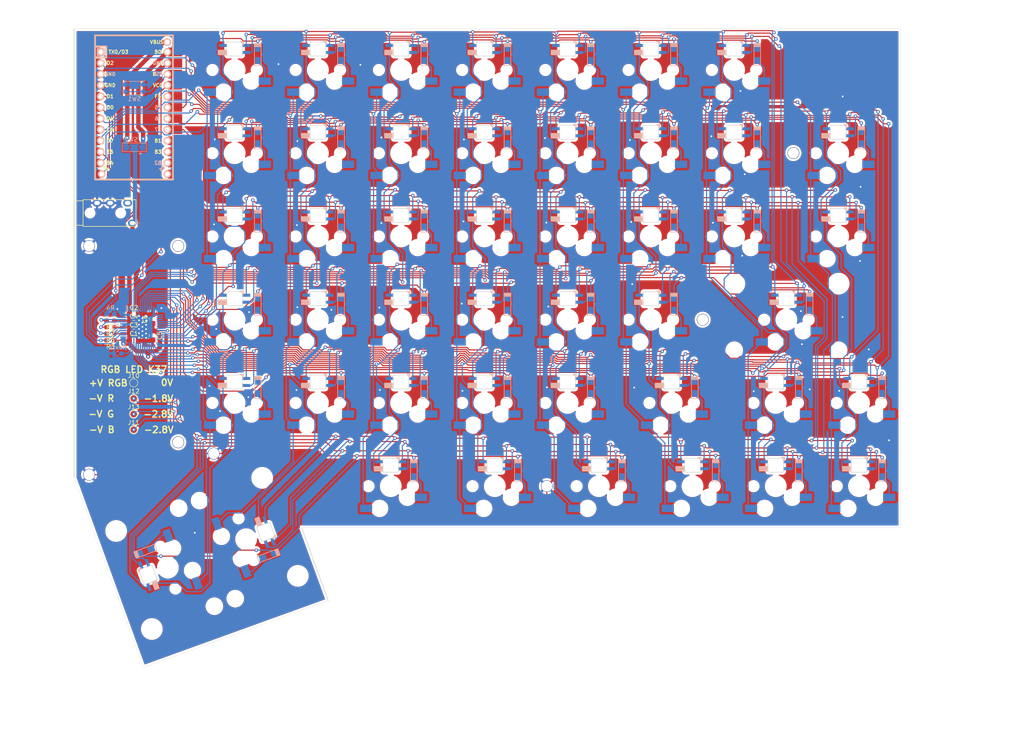
<source format=kicad_pcb>
(kicad_pcb (version 20211014) (generator pcbnew)
  (layers (0 "F.Cu" signal) (31 "B.Cu" signal) (34 "B.Paste" user) (35 "F.Paste" user) (36 "B.SilkS" user "B.Silkscreen") (37 "F.SilkS" user "F.Silkscreen") (38 "B.Mask" user) (39 "F.Mask" user) (44 "Edge.Cuts" user))
  (net 0 "")
  (net 1 "GND")
  (net 2 "VCC")
  (net 3 "serial")
  (net 4 "led_col7")
  (net 5 "led_row1C")
  (net 6 "led_row1A")
  (net 7 "led_row1B")
  (net 8 "row1")
  (net 9 "led_row2C")
  (net 10 "led_row2A")
  (net 11 "led_row2B")
  (net 12 "row2")
  (net 13 "led_row3C")
  (net 14 "led_row3A")
  (net 15 "led_row3B")
  (net 16 "row3")
  (net 17 "led_col15")
  (net 18 "row4")
  (net 19 "row5")
  (net 20 "row6")
  (net 21 "Net-(K11-Pad2)")
  (net 22 "col1")
  (net 23 "led_col1")
  (net 24 "led_col2")
  (net 25 "col2")
  (net 26 "Net-(K12-Pad2)")
  (net 27 "led_col3")
  (net 28 "col3")
  (net 29 "Net-(K13-Pad2)")
  (net 30 "led_col4")
  (net 31 "col4")
  (net 32 "Net-(K14-Pad2)")
  (net 33 "led_col5")
  (net 34 "col5")
  (net 35 "Net-(K15-Pad2)")
  (net 36 "led_col6")
  (net 37 "col6")
  (net 38 "Net-(K16-Pad2)")
  (net 39 "led_col8")
  (net 40 "col7")
  (net 41 "Net-(K21-Pad2)")
  (net 42 "Net-(K22-Pad2)")
  (net 43 "Net-(K23-Pad2)")
  (net 44 "Net-(K24-Pad2)")
  (net 45 "Net-(K25-Pad2)")
  (net 46 "Net-(K26-Pad2)")
  (net 47 "col8")
  (net 48 "Net-(K31-Pad2)")
  (net 49 "Net-(K32-Pad2)")
  (net 50 "Net-(K33-Pad2)")
  (net 51 "Net-(K34-Pad2)")
  (net 52 "Net-(K35-Pad2)")
  (net 53 "Net-(K36-Pad2)")
  (net 54 "Net-(K41-Pad2)")
  (net 55 "led_col9")
  (net 56 "led_col10")
  (net 57 "Net-(K42-Pad2)")
  (net 58 "led_col11")
  (net 59 "Net-(K43-Pad2)")
  (net 60 "led_col12")
  (net 61 "Net-(K44-Pad2)")
  (net 62 "led_col13")
  (net 63 "Net-(K45-Pad2)")
  (net 64 "led_col14")
  (net 65 "Net-(K46-Pad2)")
  (net 66 "led_col16")
  (net 67 "Net-(K51-Pad2)")
  (net 68 "Net-(K52-Pad2)")
  (net 69 "Net-(K53-Pad2)")
  (net 70 "Net-(K54-Pad2)")
  (net 71 "Net-(K55-Pad2)")
  (net 72 "Net-(K56-Pad2)")
  (net 73 "Net-(K61-Pad2)")
  (net 74 "Net-(K62-Pad2)")
  (net 75 "Net-(K63-Pad2)")
  (net 76 "Net-(K64-Pad2)")
  (net 77 "Net-(K65-Pad2)")
  (net 78 "Net-(K66-Pad2)")
  (net 79 "SDB")
  (net 80 "INTB")
  (net 81 "SDA")
  (net 82 "Net-(R4-Pad1)")
  (net 83 "SCL")
  (net 84 "Net-(Rext1-Pad1)")
  (net 85 "Net-(SW1-Pad1)")
  (net 86 "Net-(SW2-Pad3)")
  (net 87 "Net-(SW2-Pad1)")
  (net 88 "VIO")
  (net 89 "Net-(U1-Pad13)")
  (net 90 "Net-(K17-Pad2)")
  (net 91 "Net-(K27-Pad2)")
  (net 92 "Net-(K28-Pad2)")
  (net 93 "Net-(K37-Pad2)")
  (net 94 "Net-(K38-Pad2)")
  (net 95 "Net-(K47-Pad2)")
  (net 96 "Net-(K57-Pad2)")
  (net 97 "Net-(K67-Pad2)")
  (net 98 "Net-(K68-Pad2)")
  (net 99 "Net-(K58-Pad2)")
  (footprint "vladkvit_keyb:TRRS-PJ-320A" (layer "F.Cu") (at 203.4413 56.55 90)
    (fp_text reference "J1")
    (fp_text value "AudioJack4")
  )
  (footprint "vladkvit_keyb:m2.5_hole" (layer "F.Cu") (at 233.3371 111.5822)
    (fp_text reference "J2")
    (fp_text value "Conn_01x01")
  )
  (footprint "vladkvit_keyb:m2.5_hole" (layer "F.Cu") (at 225.213 109.012)
    (fp_text reference "J3")
    (fp_text value "Conn_01x01")
  )
  (footprint "vladkvit_keyb:m2.5_hole" (layer "F.Cu") (at 345.2368 80.9625)
    (fp_text reference "J4")
    (fp_text value "Conn_01x01")
  )
  (footprint "vladkvit_keyb:m2.5_hole" (layer "F.Cu") (at 365.9886 42.8244)
    (fp_text reference "J6")
    (fp_text value "Conn_01x01")
  )
  (footprint "vladkvit_keyb:m2.5_hole" (layer "F.Cu") (at 204.822 116.434)
    (fp_text reference "J7")
    (fp_text value "Conn_01x01")
  )
  (footprint "vladkvit_keyb:m2.5_hole" (layer "F.Cu") (at 225.213 64.1)
    (fp_text reference "J8")
    (fp_text value "Conn_01x01")
  )
  (footprint "vladkvit_keyb:m2.5_hole" (layer "F.Cu") (at 204.822 64.1)
    (fp_text reference "J9")
    (fp_text value "Conn_01x01")
  )
  (footprint "vladkvit_keyb:Hybrid_PCB_100H_hotswap_diode_RGB_rot" (layer "F.Cu") (at 238.125 23.8125)
    (fp_text reference "K11" hide)
    (fp_text value "KEYSW_RGB" hide)
    (fp_line (start 1.8 -3.4) (end 1.8 -6.2) (layer "Edge.Cuts") (width 0.12))
    (fp_line (start 1.6 -3.2) (end -1.6 -3.2) (layer "Edge.Cuts") (width 0.12))
    (fp_line (start 1.6 -6.4) (end -1.6 -6.4) (layer "Edge.Cuts") (width 0.12))
    (fp_line (start -1.8 -3.4) (end -1.8 -6.2) (layer "Edge.Cuts") (width 0.12))
    (fp_arc (start 1.6 -6.4) (mid 1.741421 -6.341421) (end 1.8 -6.2) (layer "Edge.Cuts") (width 0.12))
    (fp_arc (start -1.6 -3.2) (mid -1.741421 -3.258579) (end -1.8 -3.4) (layer "Edge.Cuts") (width 0.12))
    (fp_arc (start 1.8 -3.4) (mid 1.741421 -3.258579) (end 1.6 -3.2) (layer "Edge.Cuts") (width 0.12))
    (fp_arc (start -1.8 -6.2) (mid -1.741421 -6.341421) (end -1.6 -6.4) (layer "Edge.Cuts") (width 0.12))
  )
  (footprint "vladkvit_keyb:Hybrid_PCB_100H_hotswap_diode_RGB_rot" (layer "F.Cu") (at 257.175 23.8125)
    (fp_text reference "K12" hide)
    (fp_text value "KEYSW_RGB" hide)
    (fp_line (start 1.6 -3.2) (end -1.6 -3.2) (layer "Edge.Cuts") (width 0.12))
    (fp_line (start 1.6 -6.4) (end -1.6 -6.4) (layer "Edge.Cuts") (width 0.12))
    (fp_line (start 1.8 -3.4) (end 1.8 -6.2) (layer "Edge.Cuts") (width 0.12))
    (fp_line (start -1.8 -3.4) (end -1.8 -6.2) (layer "Edge.Cuts") (width 0.12))
    (fp_arc (start 1.6 -6.4) (mid 1.741421 -6.341421) (end 1.8 -6.2) (layer "Edge.Cuts") (width 0.12))
    (fp_arc (start 1.8 -3.4) (mid 1.741421 -3.258579) (end 1.6 -3.2) (layer "Edge.Cuts") (width 0.12))
    (fp_arc (start -1.8 -6.2) (mid -1.741421 -6.341421) (end -1.6 -6.4) (layer "Edge.Cuts") (width 0.12))
    (fp_arc (start -1.6 -3.2) (mid -1.741421 -3.258579) (end -1.8 -3.4) (layer "Edge.Cuts") (width 0.12))
  )
  (footprint "vladkvit_keyb:Hybrid_PCB_100H_hotswap_diode_RGB_rot" (layer "F.Cu") (at 276.225 23.8125)
    (fp_text reference "K13" hide)
    (fp_text value "KEYSW_RGB" hide)
    (fp_line (start 1.6 -6.4) (end -1.6 -6.4) (layer "Edge.Cuts") (width 0.12))
    (fp_line (start -1.8 -3.4) (end -1.8 -6.2) (layer "Edge.Cuts") (width 0.12))
    (fp_line (start 1.8 -3.4) (end 1.8 -6.2) (layer "Edge.Cuts") (width 0.12))
    (fp_line (start 1.6 -3.2) (end -1.6 -3.2) (layer "Edge.Cuts") (width 0.12))
    (fp_arc (start 1.6 -6.4) (mid 1.741421 -6.341421) (end 1.8 -6.2) (layer "Edge.Cuts") (width 0.12))
    (fp_arc (start 1.8 -3.4) (mid 1.741421 -3.258579) (end 1.6 -3.2) (layer "Edge.Cuts") (width 0.12))
    (fp_arc (start -1.6 -3.2) (mid -1.741421 -3.258579) (end -1.8 -3.4) (layer "Edge.Cuts") (width 0.12))
    (fp_arc (start -1.8 -6.2) (mid -1.741421 -6.341421) (end -1.6 -6.4) (layer "Edge.Cuts") (width 0.12))
  )
  (footprint "vladkvit_keyb:Hybrid_PCB_100H_hotswap_diode_RGB_rot" (layer "F.Cu") (at 295.275 23.8125)
    (fp_text reference "K14" hide)
    (fp_text value "KEYSW_RGB" hide)
    (fp_line (start 1.8 -3.4) (end 1.8 -6.2) (layer "Edge.Cuts") (width 0.12))
    (fp_line (start -1.8 -3.4) (end -1.8 -6.2) (layer "Edge.Cuts") (width 0.12))
    (fp_line (start 1.6 -3.2) (end -1.6 -3.2) (layer "Edge.Cuts") (width 0.12))
    (fp_line (start 1.6 -6.4) (end -1.6 -6.4) (layer "Edge.Cuts") (width 0.12))
    (fp_arc (start -1.6 -3.2) (mid -1.741421 -3.258579) (end -1.8 -3.4) (layer "Edge.Cuts") (width 0.12))
    (fp_arc (start 1.6 -6.4) (mid 1.741421 -6.341421) (end 1.8 -6.2) (layer "Edge.Cuts") (width 0.12))
    (fp_arc (start 1.8 -3.4) (mid 1.741421 -3.258579) (end 1.6 -3.2) (layer "Edge.Cuts") (width 0.12))
    (fp_arc (start -1.8 -6.2) (mid -1.741421 -6.341421) (end -1.6 -6.4) (layer "Edge.Cuts") (width 0.12))
  )
  (footprint "vladkvit_keyb:Hybrid_PCB_100H_hotswap_diode_RGB_rot" (layer "F.Cu") (at 314.325 23.8125)
    (fp_text reference "K15" hide)
    (fp_text value "KEYSW_RGB" hide)
    (fp_line (start 1.6 -3.2) (end -1.6 -3.2) (layer "Edge.Cuts") (width 0.12))
    (fp_line (start 1.6 -6.4) (end -1.6 -6.4) (layer "Edge.Cuts") (width 0.12))
    (fp_line (start 1.8 -3.4) (end 1.8 -6.2) (layer "Edge.Cuts") (width 0.12))
    (fp_line (start -1.8 -3.4) (end -1.8 -6.2) (layer "Edge.Cuts") (width 0.12))
    (fp_arc (start -1.8 -6.2) (mid -1.741421 -6.341421) (end -1.6 -6.4) (layer "Edge.Cuts") (width 0.12))
    (fp_arc (start 1.6 -6.4) (mid 1.741421 -6.341421) (end 1.8 -6.2) (layer "Edge.Cuts") (width 0.12))
    (fp_arc (start -1.6 -3.2) (mid -1.741421 -3.258579) (end -1.8 -3.4) (layer "Edge.Cuts") (width 0.12))
    (fp_arc (start 1.8 -3.4) (mid 1.741421 -3.258579) (end 1.6 -3.2) (layer "Edge.Cuts") (width 0.12))
  )
  (footprint "vladkvit_keyb:Hybrid_PCB_100H_hotswap_diode_RGB_rot" (layer "F.Cu") (at 333.375 23.8125)
    (fp_text reference "K16" hide)
    (fp_text value "KEYSW_RGB" hide)
    (fp_line (start -1.8 -3.4) (end -1.8 -6.2) (layer "Edge.Cuts") (width 0.12))
    (fp_line (start 1.6 -3.2) (end -1.6 -3.2) (layer "Edge.Cuts") (width 0.12))
    (fp_line (start 1.6 -6.4) (end -1.6 -6.4) (layer "Edge.Cuts") (width 0.12))
    (fp_line (start 1.8 -3.4) (end 1.8 -6.2) (layer "Edge.Cuts") (width 0.12))
    (fp_arc (start 1.8 -3.4) (mid 1.741421 -3.258579) (end 1.6 -3.2) (layer "Edge.Cuts") (width 0.12))
    (fp_arc (start 1.6 -6.4) (mid 1.741421 -6.341421) (end 1.8 -6.2) (layer "Edge.Cuts") (width 0.12))
    (fp_arc (start -1.6 -3.2) (mid -1.741421 -3.258579) (end -1.8 -3.4) (layer "Edge.Cuts") (width 0.12))
    (fp_arc (start -1.8 -6.2) (mid -1.741421 -6.341421) (end -1.6 -6.4) (layer "Edge.Cuts") (width 0.12))
  )
  (footprint "vladkvit_keyb:Hybrid_PCB_100H_hotswap_diode_RGB_rot" (layer "F.Cu") (at 352.425 23.8125)
    (fp_text reference "K17" hide)
    (fp_text value "KEYSW_RGB" hide)
    (fp_line (start 1.6 -6.4) (end -1.6 -6.4) (layer "Edge.Cuts") (width 0.12))
    (fp_line (start -1.8 -3.4) (end -1.8 -6.2) (layer "Edge.Cuts") (width 0.12))
    (fp_line (start 1.6 -3.2) (end -1.6 -3.2) (layer "Edge.Cuts") (width 0.12))
    (fp_line (start 1.8 -3.4) (end 1.8 -6.2) (layer "Edge.Cuts") (width 0.12))
    (fp_arc (start 1.8 -3.4) (mid 1.741421 -3.258579) (end 1.6 -3.2) (layer "Edge.Cuts") (width 0.12))
    (fp_arc (start -1.6 -3.2) (mid -1.741421 -3.258579) (end -1.8 -3.4) (layer "Edge.Cuts") (width 0.12))
    (fp_arc (start 1.6 -6.4) (mid 1.741421 -6.341421) (end 1.8 -6.2) (layer "Edge.Cuts") (width 0.12))
    (fp_arc (start -1.8 -6.2) (mid -1.741421 -6.341421) (end -1.6 -6.4) (layer "Edge.Cuts") (width 0.12))
  )
  (footprint "vladkvit_keyb:Hybrid_PCB_100H_hotswap_diode_RGB_rot" (layer "F.Cu") (at 238.125 42.8625)
    (fp_text reference "K21" hide)
    (fp_text value "KEYSW_RGB" hide)
    (fp_line (start 1.6 -3.2) (end -1.6 -3.2) (layer "Edge.Cuts") (width 0.12))
    (fp_line (start -1.8 -3.4) (end -1.8 -6.2) (layer "Edge.Cuts") (width 0.12))
    (fp_line (start 1.6 -6.4) (end -1.6 -6.4) (layer "Edge.Cuts") (width 0.12))
    (fp_line (start 1.8 -3.4) (end 1.8 -6.2) (layer "Edge.Cuts") (width 0.12))
    (fp_arc (start 1.8 -3.4) (mid 1.741421 -3.258579) (end 1.6 -3.2) (layer "Edge.Cuts") (width 0.12))
    (fp_arc (start -1.8 -6.2) (mid -1.741421 -6.341421) (end -1.6 -6.4) (layer "Edge.Cuts") (width 0.12))
    (fp_arc (start 1.6 -6.4) (mid 1.741421 -6.341421) (end 1.8 -6.2) (layer "Edge.Cuts") (width 0.12))
    (fp_arc (start -1.6 -3.2) (mid -1.741421 -3.258579) (end -1.8 -3.4) (layer "Edge.Cuts") (width 0.12))
  )
  (footprint "vladkvit_keyb:Hybrid_PCB_100H_hotswap_diode_RGB_rot" (layer "F.Cu") (at 257.175 42.8625)
    (fp_text reference "K22" hide)
    (fp_text value "KEYSW_RGB" hide)
    (fp_line (start 1.8 -3.4) (end 1.8 -6.2) (layer "Edge.Cuts") (width 0.12))
    (fp_line (start -1.8 -3.4) (end -1.8 -6.2) (layer "Edge.Cuts") (width 0.12))
    (fp_line (start 1.6 -6.4) (end -1.6 -6.4) (layer "Edge.Cuts") (width 0.12))
    (fp_line (start 1.6 -3.2) (end -1.6 -3.2) (layer "Edge.Cuts") (width 0.12))
    (fp_arc (start -1.8 -6.2) (mid -1.741421 -6.341421) (end -1.6 -6.4) (layer "Edge.Cuts") (width 0.12))
    (fp_arc (start 1.8 -3.4) (mid 1.741421 -3.258579) (end 1.6 -3.2) (layer "Edge.Cuts") (width 0.12))
    (fp_arc (start -1.6 -3.2) (mid -1.741421 -3.258579) (end -1.8 -3.4) (layer "Edge.Cuts") (width 0.12))
    (fp_arc (start 1.6 -6.4) (mid 1.741421 -6.341421) (end 1.8 -6.2) (layer "Edge.Cuts") (width 0.12))
  )
  (footprint "vladkvit_keyb:Hybrid_PCB_100H_hotswap_diode_RGB_rot" (layer "F.Cu") (at 276.225 42.8625)
    (fp_text reference "K23" hide)
    (fp_text value "KEYSW_RGB" hide)
    (fp_line (start 1.8 -3.4) (end 1.8 -6.2) (layer "Edge.Cuts") (width 0.12))
    (fp_line (start 1.6 -6.4) (end -1.6 -6.4) (layer "Edge.Cuts") (width 0.12))
    (fp_line (start 1.6 -3.2) (end -1.6 -3.2) (layer "Edge.Cuts") (width 0.12))
    (fp_line (start -1.8 -3.4) (end -1.8 -6.2) (layer "Edge.Cuts") (width 0.12))
    (fp_arc (start 1.8 -3.4) (mid 1.741421 -3.258579) (end 1.6 -3.2) (layer "Edge.Cuts") (width 0.12))
    (fp_arc (start -1.6 -3.2) (mid -1.741421 -3.258579) (end -1.8 -3.4) (layer "Edge.Cuts") (width 0.12))
    (fp_arc (start 1.6 -6.4) (mid 1.741421 -6.341421) (end 1.8 -6.2) (layer "Edge.Cuts") (width 0.12))
    (fp_arc (start -1.8 -6.2) (mid -1.741421 -6.341421) (end -1.6 -6.4) (layer "Edge.Cuts") (width 0.12))
  )
  (footprint "vladkvit_keyb:Hybrid_PCB_100H_hotswap_diode_RGB_rot" (layer "F.Cu") (at 295.275 42.8625)
    (fp_text reference "K24" hide)
    (fp_text value "KEYSW_RGB" hide)
    (fp_line (start 1.6 -6.4) (end -1.6 -6.4) (layer "Edge.Cuts") (width 0.12))
    (fp_line (start -1.8 -3.4) (end -1.8 -6.2) (layer "Edge.Cuts") (width 0.12))
    (fp_line (start 1.8 -3.4) (end 1.8 -6.2) (layer "Edge.Cuts") (width 0.12))
    (fp_line (start 1.6 -3.2) (end -1.6 -3.2) (layer "Edge.Cuts") (width 0.12))
    (fp_arc (start 1.6 -6.4) (mid 1.741421 -6.341421) (end 1.8 -6.2) (layer "Edge.Cuts") (width 0.12))
    (fp_arc (start -1.8 -6.2) (mid -1.741421 -6.341421) (end -1.6 -6.4) (layer "Edge.Cuts") (width 0.12))
    (fp_arc (start 1.8 -3.4) (mid 1.741421 -3.258579) (end 1.6 -3.2) (layer "Edge.Cuts") (width 0.12))
    (fp_arc (start -1.6 -3.2) (mid -1.741421 -3.258579) (end -1.8 -3.4) (layer "Edge.Cuts") (width 0.12))
  )
  (footprint "vladkvit_keyb:Hybrid_PCB_100H_hotswap_diode_RGB_rot" (layer "F.Cu") (at 314.325 42.8625)
    (fp_text reference "K25" hide)
    (fp_text value "KEYSW_RGB" hide)
    (fp_line (start 1.6 -3.2) (end -1.6 -3.2) (layer "Edge.Cuts") (width 0.12))
    (fp_line (start 1.6 -6.4) (end -1.6 -6.4) (layer "Edge.Cuts") (width 0.12))
    (fp_line (start 1.8 -3.4) (end 1.8 -6.2) (layer "Edge.Cuts") (width 0.12))
    (fp_line (start -1.8 -3.4) (end -1.8 -6.2) (layer "Edge.Cuts") (width 0.12))
    (fp_arc (start -1.8 -6.2) (mid -1.741421 -6.341421) (end -1.6 -6.4) (layer "Edge.Cuts") (width 0.12))
    (fp_arc (start 1.8 -3.4) (mid 1.741421 -3.258579) (end 1.6 -3.2) (layer "Edge.Cuts") (width 0.12))
    (fp_arc (start 1.6 -6.4) (mid 1.741421 -6.341421) (end 1.8 -6.2) (layer "Edge.Cuts") (width 0.12))
    (fp_arc (start -1.6 -3.2) (mid -1.741421 -3.258579) (end -1.8 -3.4) (layer "Edge.Cuts") (width 0.12))
  )
  (footprint "vladkvit_keyb:Hybrid_PCB_100H_hotswap_diode_RGB_rot" (layer "F.Cu") (at 333.375 42.8625)
    (fp_text reference "K26" hide)
    (fp_text value "KEYSW_RGB" hide)
    (fp_line (start 1.6 -6.4) (end -1.6 -6.4) (layer "Edge.Cuts") (width 0.12))
    (fp_line (start 1.8 -3.4) (end 1.8 -6.2) (layer "Edge.Cuts") (width 0.12))
    (fp_line (start -1.8 -3.4) (end -1.8 -6.2) (layer "Edge.Cuts") (width 0.12))
    (fp_line (start 1.6 -3.2) (end -1.6 -3.2) (layer "Edge.Cuts") (width 0.12))
    (fp_arc (start 1.6 -6.4) (mid 1.741421 -6.341421) (end 1.8 -6.2) (layer "Edge.Cuts") (width 0.12))
    (fp_arc (start 1.8 -3.4) (mid 1.741421 -3.258579) (end 1.6 -3.2) (layer "Edge.Cuts") (width 0.12))
    (fp_arc (start -1.6 -3.2) (mid -1.741421 -3.258579) (end -1.8 -3.4) (layer "Edge.Cuts") (width 0.12))
    (fp_arc (start -1.8 -6.2) (mid -1.741421 -6.341421) (end -1.6 -6.4) (layer "Edge.Cuts") (width 0.12))
  )
  (footprint "vladkvit_keyb:Hybrid_PCB_100H_hotswap_diode_RGB_rot" (layer "F.Cu") (at 352.425 42.8625)
    (fp_text reference "K27" hide)
    (fp_text value "KEYSW_RGB" hide)
    (fp_line (start 1.6 -6.4) (end -1.6 -6.4) (layer "Edge.Cuts") (width 0.12))
    (fp_line (start 1.8 -3.4) (end 1.8 -6.2) (layer "Edge.Cuts") (width 0.12))
    (fp_line (start -1.8 -3.4) (end -1.8 -6.2) (layer "Edge.Cuts") (width 0.12))
    (fp_line (start 1.6 -3.2) (end -1.6 -3.2) (layer "Edge.Cuts") (width 0.12))
    (fp_arc (start 1.8 -3.4) (mid 1.741421 -3.258579) (end 1.6 -3.2) (layer "Edge.Cuts") (width 0.12))
    (fp_arc (start -1.6 -3.2) (mid -1.741421 -3.258579) (end -1.8 -3.4) (layer "Edge.Cuts") (width 0.12))
    (fp_arc (start -1.8 -6.2) (mid -1.741421 -6.341421) (end -1.6 -6.4) (layer "Edge.Cuts") (width 0.12))
    (fp_arc (start 1.6 -6.4) (mid 1.741421 -6.341421) (end 1.8 -6.2) (layer "Edge.Cuts") (width 0.12))
  )
  (footprint "vladkvit_keyb:Hybrid_PCB_150H_hotswap_diode_RGB_rot" (layer "F.Cu") (at 376.238 42.8625)
    (fp_text reference "K28" hide)
    (fp_text value "KEYSW_RGB" hide)
    (fp_line (start -1.8 -3.4) (end -1.8 -6.2) (layer "Edge.Cuts") (width 0.12))
    (fp_line (start 1.6 -3.2) (end -1.6 -3.2) (layer "Edge.Cuts") (width 0.12))
    (fp_line (start 1.6 -6.4) (end -1.6 -6.4) (layer "Edge.Cuts") (width 0.12))
    (fp_line (start 1.8 -3.4) (end 1.8 -6.2) (layer "Edge.Cuts") (width 0.12))
    (fp_arc (start -1.8 -6.2) (mid -1.741421 -6.341421) (end -1.6 -6.4) (layer "Edge.Cuts") (width 0.12))
    (fp_arc (start -1.6 -3.2) (mid -1.741421 -3.258579) (end -1.8 -3.4) (layer "Edge.Cuts") (width 0.12))
    (fp_arc (start 1.6 -6.4) (mid 1.741421 -6.341421) (end 1.8 -6.2) (layer "Edge.Cuts") (width 0.12))
    (fp_arc (start 1.8 -3.4) (mid 1.741421 -3.258579) (end 1.6 -3.2) (layer "Edge.Cuts") (width 0.12))
  )
  (footprint "vladkvit_keyb:Hybrid_PCB_100H_hotswap_diode_RGB_rot" (layer "F.Cu") (at 238.125 61.9125)
    (fp_text reference "K31" hide)
    (fp_text value "KEYSW_RGB" hide)
    (fp_line (start -1.8 -3.4) (end -1.8 -6.2) (layer "Edge.Cuts") (width 0.12))
    (fp_line (start 1.6 -3.2) (end -1.6 -3.2) (layer "Edge.Cuts") (width 0.12))
    (fp_line (start 1.6 -6.4) (end -1.6 -6.4) (layer "Edge.Cuts") (width 0.12))
    (fp_line (start 1.8 -3.4) (end 1.8 -6.2) (layer "Edge.Cuts") (width 0.12))
    (fp_arc (start -1.6 -3.2) (mid -1.741421 -3.258579) (end -1.8 -3.4) (layer "Edge.Cuts") (width 0.12))
    (fp_arc (start 1.8 -3.4) (mid 1.741421 -3.258579) (end 1.6 -3.2) (layer "Edge.Cuts") (width 0.12))
    (fp_arc (start -1.8 -6.2) (mid -1.741421 -6.341421) (end -1.6 -6.4) (layer "Edge.Cuts") (width 0.12))
    (fp_arc (start 1.6 -6.4) (mid 1.741421 -6.341421) (end 1.8 -6.2) (layer "Edge.Cuts") (width 0.12))
  )
  (footprint "vladkvit_keyb:Hybrid_PCB_100H_hotswap_diode_RGB_rot" (layer "F.Cu") (at 257.175 61.9125)
    (fp_text reference "K32" hide)
    (fp_text value "KEYSW_RGB" hide)
    (fp_line (start 1.8 -3.4) (end 1.8 -6.2) (layer "Edge.Cuts") (width 0.12))
    (fp_line (start -1.8 -3.4) (end -1.8 -6.2) (layer "Edge.Cuts") (width 0.12))
    (fp_line (start 1.6 -3.2) (end -1.6 -3.2) (layer "Edge.Cuts") (width 0.12))
    (fp_line (start 1.6 -6.4) (end -1.6 -6.4) (layer "Edge.Cuts") (width 0.12))
    (fp_arc (start -1.6 -3.2) (mid -1.741421 -3.258579) (end -1.8 -3.4) (layer "Edge.Cuts") (width 0.12))
    (fp_arc (start -1.8 -6.2) (mid -1.741421 -6.341421) (end -1.6 -6.4) (layer "Edge.Cuts") (width 0.12))
    (fp_arc (start 1.8 -3.4) (mid 1.741421 -3.258579) (end 1.6 -3.2) (layer "Edge.Cuts") (width 0.12))
    (fp_arc (start 1.6 -6.4) (mid 1.741421 -6.341421) (end 1.8 -6.2) (layer "Edge.Cuts") (width 0.12))
  )
  (footprint "vladkvit_keyb:Hybrid_PCB_100H_hotswap_diode_RGB_rot" (layer "F.Cu") (at 276.225 61.9125)
    (fp_text reference "K33" hide)
    (fp_text value "KEYSW_RGB" hide)
    (fp_line (start -1.8 -3.4) (end -1.8 -6.2) (layer "Edge.Cuts") (width 0.12))
    (fp_line (start 1.8 -3.4) (end 1.8 -6.2) (layer "Edge.Cuts") (width 0.12))
    (fp_line (start 1.6 -3.2) (end -1.6 -3.2) (layer "Edge.Cuts") (width 0.12))
    (fp_line (start 1.6 -6.4) (end -1.6 -6.4) (layer "Edge.Cuts") (width 0.12))
    (fp_arc (start 1.6 -6.4) (mid 1.741421 -6.341421) (end 1.8 -6.2) (layer "Edge.Cuts") (width 0.12))
    (fp_arc (start -1.6 -3.2) (mid -1.741421 -3.258579) (end -1.8 -3.4) (layer "Edge.Cuts") (width 0.12))
    (fp_arc (start 1.8 -3.4) (mid 1.741421 -3.258579) (end 1.6 -3.2) (layer "Edge.Cuts") (width 0.12))
    (fp_arc (start -1.8 -6.2) (mid -1.741421 -6.341421) (end -1.6 -6.4) (layer "Edge.Cuts") (width 0.12))
  )
  (footprint "vladkvit_keyb:Hybrid_PCB_100H_hotswap_diode_RGB_rot" (layer "F.Cu") (at 295.275 61.9125)
    (fp_text reference "K34" hide)
    (fp_text value "KEYSW_RGB" hide)
    (fp_line (start 1.8 -3.4) (end 1.8 -6.2) (layer "Edge.Cuts") (width 0.12))
    (fp_line (start 1.6 -3.2) (end -1.6 -3.2) (layer "Edge.Cuts") (width 0.12))
    (fp_line (start -1.8 -3.4) (end -1.8 -6.2) (layer "Edge.Cuts") (width 0.12))
    (fp_line (start 1.6 -6.4) (end -1.6 -6.4) (layer "Edge.Cuts") (width 0.12))
    (fp_arc (start 1.6 -6.4) (mid 1.741421 -6.341421) (end 1.8 -6.2) (layer "Edge.Cuts") (width 0.12))
    (fp_arc (start 1.8 -3.4) (mid 1.741421 -3.258579) (end 1.6 -3.2) (layer "Edge.Cuts") (width 0.12))
    (fp_arc (start -1.8 -6.2) (mid -1.741421 -6.341421) (end -1.6 -6.4) (layer "Edge.Cuts") (width 0.12))
    (fp_arc (start -1.6 -3.2) (mid -1.741421 -3.258579) (end -1.8 -3.4) (layer "Edge.Cuts") (width 0.12))
  )
  (footprint "vladkvit_keyb:Hybrid_PCB_100H_hotswap_diode_RGB_rot" (layer "F.Cu") (at 314.325 61.9125)
    (fp_text reference "K35" hide)
    (fp_text value "KEYSW_RGB" hide)
    (fp_line (start 1.8 -3.4) (end 1.8 -6.2) (layer "Edge.Cuts") (width 0.12))
    (fp_line (start 1.6 -3.2) (end -1.6 -3.2) (layer "Edge.Cuts") (width 0.12))
    (fp_line (start 1.6 -6.4) (end -1.6 -6.4) (layer "Edge.Cuts") (width 0.12))
    (fp_line (start -1.8 -3.4) (end -1.8 -6.2) (layer "Edge.Cuts") (width 0.12))
    (fp_arc (start 1.8 -3.4) (mid 1.741421 -3.258579) (end 1.6 -3.2) (layer "Edge.Cuts") (width 0.12))
    (fp_arc (start 1.6 -6.4) (mid 1.741421 -6.341421) (end 1.8 -6.2) (layer "Edge.Cuts") (width 0.12))
    (fp_arc (start -1.6 -3.2) (mid -1.741421 -3.258579) (end -1.8 -3.4) (layer "Edge.Cuts") (width 0.12))
    (fp_arc (start -1.8 -6.2) (mid -1.741421 -6.341421) (end -1.6 -6.4) (layer "Edge.Cuts") (width 0.12))
  )
  (footprint "vladkvit_keyb:Hybrid_PCB_100H_hotswap_diode_RGB_rot" (layer "F.Cu") (at 333.375 61.9125)
    (fp_text reference "K36" hide)
    (fp_text value "KEYSW_RGB" hide)
    (fp_line (start 1.6 -6.4) (end -1.6 -6.4) (layer "Edge.Cuts") (width 0.12))
    (fp_line (start 1.6 -3.2) (end -1.6 -3.2) (layer "Edge.Cuts") (width 0.12))
    (fp_line (start 1.8 -3.4) (end 1.8 -6.2) (layer "Edge.Cuts") (width 0.12))
    (fp_line (start -1.8 -3.4) (end -1.8 -6.2) (layer "Edge.Cuts") (width 0.12))
    (fp_arc (start -1.8 -6.2) (mid -1.741421 -6.341421) (end -1.6 -6.4) (layer "Edge.Cuts") (width 0.12))
    (fp_arc (start 1.8 -3.4) (mid 1.741421 -3.258579) (end 1.6 -3.2) (layer "Edge.Cuts") (width 0.12))
    (fp_arc (start 1.6 -6.4) (mid 1.741421 -6.341421) (end 1.8 -6.2) (layer "Edge.Cuts") (width 0.12))
    (fp_arc (start -1.6 -3.2) (mid -1.741421 -3.258579) (end -1.8 -3.4) (layer "Edge.Cuts") (width 0.12))
  )
  (footprint "vladkvit_keyb:Hybrid_PCB_100H_hotswap_diode_RGB_rot" (layer "F.Cu") (at 352.425 61.9125)
    (fp_text reference "K37" hide)
    (fp_text value "KEYSW_RGB" hide)
    (fp_line (start 1.6 -6.4) (end -1.6 -6.4) (layer "Edge.Cuts") (width 0.12))
    (fp_line (start 1.6 -3.2) (end -1.6 -3.2) (layer "Edge.Cuts") (width 0.12))
    (fp_line (start 1.8 -3.4) (end 1.8 -6.2) (layer "Edge.Cuts") (width 0.12))
    (fp_line (start -1.8 -3.4) (end -1.8 -6.2) (layer "Edge.Cuts") (width 0.12))
    (fp_arc (start 1.6 -6.4) (mid 1.741421 -6.341421) (end 1.8 -6.2) (layer "Edge.Cuts") (width 0.12))
    (fp_arc (start -1.8 -6.2) (mid -1.741421 -6.341421) (end -1.6 -6.4) (layer "Edge.Cuts") (width 0.12))
    (fp_arc (start -1.6 -3.2) (mid -1.741421 -3.258579) (end -1.8 -3.4) (layer "Edge.Cuts") (width 0.12))
    (fp_arc (start 1.8 -3.4) (mid 1.741421 -3.258579) (end 1.6 -3.2) (layer "Edge.Cuts") (width 0.12))
  )
  (footprint "vladkvit_keyb:Hybrid_PCB_150H_hotswap_diode_RGB_rot" (layer "F.Cu") (at 376.238 61.9125)
    (fp_text reference "K38" hide)
    (fp_text value "KEYSW_RGB" hide)
    (fp_line (start -1.8 -3.4) (end -1.8 -6.2) (layer "Edge.Cuts") (width 0.12))
    (fp_line (start 1.8 -3.4) (end 1.8 -6.2) (layer "Edge.Cuts") (width 0.12))
    (fp_line (start 1.6 -6.4) (end -1.6 -6.4) (layer "Edge.Cuts") (width 0.12))
    (fp_line (start 1.6 -3.2) (end -1.6 -3.2) (layer "Edge.Cuts") (width 0.12))
    (fp_arc (start 1.6 -6.4) (mid 1.741421 -6.341421) (end 1.8 -6.2) (layer "Edge.Cuts") (width 0.12))
    (fp_arc (start 1.8 -3.4) (mid 1.741421 -3.258579) (end 1.6 -3.2) (layer "Edge.Cuts") (width 0.12))
    (fp_arc (start -1.8 -6.2) (mid -1.741421 -6.341421) (end -1.6 -6.4) (layer "Edge.Cuts") (width 0.12))
    (fp_arc (start -1.6 -3.2) (mid -1.741421 -3.258579) (end -1.8 -3.4) (layer "Edge.Cuts") (width 0.12))
  )
  (footprint "vladkvit_keyb:Hybrid_PCB_100H_hotswap_diode_RGB_rot" (layer "F.Cu") (at 238.125 80.9625)
    (fp_text reference "K41" hide)
    (fp_text value "KEYSW_RGB" hide)
    (fp_line (start -1.8 -3.4) (end -1.8 -6.2) (layer "Edge.Cuts") (width 0.12))
    (fp_line (start 1.6 -3.2) (end -1.6 -3.2) (layer "Edge.Cuts") (width 0.12))
    (fp_line (start 1.8 -3.4) (end 1.8 -6.2) (layer "Edge.Cuts") (width 0.12))
    (fp_line (start 1.6 -6.4) (end -1.6 -6.4) (layer "Edge.Cuts") (width 0.12))
    (fp_arc (start 1.8 -3.4) (mid 1.741421 -3.258579) (end 1.6 -3.2) (layer "Edge.Cuts") (width 0.12))
    (fp_arc (start 1.6 -6.4) (mid 1.741421 -6.341421) (end 1.8 -6.2) (layer "Edge.Cuts") (width 0.12))
    (fp_arc (start -1.8 -6.2) (mid -1.741421 -6.341421) (end -1.6 -6.4) (layer "Edge.Cuts") (width 0.12))
    (fp_arc (start -1.6 -3.2) (mid -1.741421 -3.258579) (end -1.8 -3.4) (layer "Edge.Cuts") (width 0.12))
  )
  (footprint "vladkvit_keyb:Hybrid_PCB_100H_hotswap_diode_RGB_rot" (layer "F.Cu") (at 257.175 80.9625)
    (fp_text reference "K42" hide)
    (fp_text value "KEYSW_RGB" hide)
    (fp_line (start -1.8 -3.4) (end -1.8 -6.2) (layer "Edge.Cuts") (width 0.12))
    (fp_line (start 1.6 -3.2) (end -1.6 -3.2) (layer "Edge.Cuts") (width 0.12))
    (fp_line (start 1.6 -6.4) (end -1.6 -6.4) (layer "Edge.Cuts") (width 0.12))
    (fp_line (start 1.8 -3.4) (end 1.8 -6.2) (layer "Edge.Cuts") (width 0.12))
    (fp_arc (start 1.8 -3.4) (mid 1.741421 -3.258579) (end 1.6 -3.2) (layer "Edge.Cuts") (width 0.12))
    (fp_arc (start -1.6 -3.2) (mid -1.741421 -3.258579) (end -1.8 -3.4) (layer "Edge.Cuts") (width 0.12))
    (fp_arc (start 1.6 -6.4) (mid 1.741421 -6.341421) (end 1.8 -6.2) (layer "Edge.Cuts") (width 0.12))
    (fp_arc (start -1.8 -6.2) (mid -1.741421 -6.341421) (end -1.6 -6.4) (layer "Edge.Cuts") (width 0.12))
  )
  (footprint "vladkvit_keyb:Hybrid_PCB_100H_hotswap_diode_RGB_rot" (layer "F.Cu") (at 276.225 80.9625)
    (fp_text reference "K43" hide)
    (fp_text value "KEYSW_RGB" hide)
    (fp_line (start 1.6 -3.2) (end -1.6 -3.2) (layer "Edge.Cuts") (width 0.12))
    (fp_line (start 1.6 -6.4) (end -1.6 -6.4) (layer "Edge.Cuts") (width 0.12))
    (fp_line (start 1.8 -3.4) (end 1.8 -6.2) (layer "Edge.Cuts") (width 0.12))
    (fp_line (start -1.8 -3.4) (end -1.8 -6.2) (layer "Edge.Cuts") (width 0.12))
    (fp_arc (start 1.6 -6.4) (mid 1.741421 -6.341421) (end 1.8 -6.2) (layer "Edge.Cuts") (width 0.12))
    (fp_arc (start 1.8 -3.4) (mid 1.741421 -3.258579) (end 1.6 -3.2) (layer "Edge.Cuts") (width 0.12))
    (fp_arc (start -1.6 -3.2) (mid -1.741421 -3.258579) (end -1.8 -3.4) (layer "Edge.Cuts") (width 0.12))
    (fp_arc (start -1.8 -6.2) (mid -1.741421 -6.341421) (end -1.6 -6.4) (layer "Edge.Cuts") (width 0.12))
  )
  (footprint "vladkvit_keyb:Hybrid_PCB_100H_hotswap_diode_RGB_rot" (layer "F.Cu") (at 295.275 80.9625)
    (fp_text reference "K44" hide)
    (fp_text value "KEYSW_RGB" hide)
    (fp_line (start 1.6 -3.2) (end -1.6 -3.2) (layer "Edge.Cuts") (width 0.12))
    (fp_line (start -1.8 -3.4) (end -1.8 -6.2) (layer "Edge.Cuts") (width 0.12))
    (fp_line (start 1.6 -6.4) (end -1.6 -6.4) (layer "Edge.Cuts") (width 0.12))
    (fp_line (start 1.8 -3.4) (end 1.8 -6.2) (layer "Edge.Cuts") (width 0.12))
    (fp_arc (start 1.8 -3.4) (mid 1.741421 -3.258579) (end 1.6 -3.2) (layer "Edge.Cuts") (width 0.12))
    (fp_arc (start -1.6 -3.2) (mid -1.741421 -3.258579) (end -1.8 -3.4) (layer "Edge.Cuts") (width 0.12))
    (fp_arc (start 1.6 -6.4) (mid 1.741421 -6.341421) (end 1.8 -6.2) (layer "Edge.Cuts") (width 0.12))
    (fp_arc (start -1.8 -6.2) (mid -1.741421 -6.341421) (end -1.6 -6.4) (layer "Edge.Cuts") (width 0.12))
  )
  (footprint "vladkvit_keyb:Hybrid_PCB_100H_hotswap_diode_RGB_rot" (layer "F.Cu") (at 314.325 80.9625)
    (fp_text reference "K45" hide)
    (fp_text value "KEYSW_RGB" hide)
    (fp_line (start 1.6 -6.4) (end -1.6 -6.4) (layer "Edge.Cuts") (width 0.12))
    (fp_line (start 1.6 -3.2) (end -1.6 -3.2) (layer "Edge.Cuts") (width 0.12))
    (fp_line (start 1.8 -3.4) (end 1.8 -6.2) (layer "Edge.Cuts") (width 0.12))
    (fp_line (start -1.8 -3.4) (end -1.8 -6.2) (layer "Edge.Cuts") (width 0.12))
    (fp_arc (start 1.8 -3.4) (mid 1.741421 -3.258579) (end 1.6 -3.2) (layer "Edge.Cuts") (width 0.12))
    (fp_arc (start -1.6 -3.2) (mid -1.741421 -3.258579) (end -1.8 -3.4) (layer "Edge.Cuts") (width 0.12))
    (fp_arc (start 1.6 -6.4) (mid 1.741421 -6.341421) (end 1.8 -6.2) (layer "Edge.Cuts") (width 0.12))
    (fp_arc (start -1.8 -6.2) (mid -1.741421 -6.341421) (end -1.6 -6.4) (layer "Edge.Cuts") (width 0.12))
  )
  (footprint "vladkvit_keyb:Hybrid_PCB_100H_hotswap_diode_RGB_rot" (layer "F.Cu") (at 333.375 80.9625)
    (fp_text reference "K46" hide)
    (fp_text value "KEYSW_RGB" hide)
    (fp_line (start 1.6 -6.4) (end -1.6 -6.4) (layer "Edge.Cuts") (width 0.12))
    (fp_line (start 1.6 -3.2) (end -1.6 -3.2) (layer "Edge.Cuts") (width 0.12))
    (fp_line (start 1.8 -3.4) (end 1.8 -6.2) (layer "Edge.Cuts") (width 0.12))
    (fp_line (start -1.8 -3.4) (end -1.8 -6.2) (layer "Edge.Cuts") (width 0.12))
    (fp_arc (start 1.6 -6.4) (mid 1.741421 -6.341421) (end 1.8 -6.2) (layer "Edge.Cuts") (width 0.12))
    (fp_arc (start -1.6 -3.2) (mid -1.741421 -3.258579) (end -1.8 -3.4) (layer "Edge.Cuts") (width 0.12))
    (fp_arc (start -1.8 -6.2) (mid -1.741421 -6.341421) (end -1.6 -6.4) (layer "Edge.Cuts") (width 0.12))
    (fp_arc (start 1.8 -3.4) (mid 1.741421 -3.258579) (end 1.6 -3.2) (layer "Edge.Cuts") (width 0.12))
  )
  (footprint "vladkvit_keyb:Hybrid_PCB_100H_hotswap_diode_RGB_rot" (layer "F.Cu") (at 238.125 100.0125)
    (fp_text reference "K51" hide)
    (fp_text value "KEYSW_RGB" hide)
    (fp_line (start 1.8 -3.4) (end 1.8 -6.2) (layer "Edge.Cuts") (width 0.12))
    (fp_line (start 1.6 -6.4) (end -1.6 -6.4) (layer "Edge.Cuts") (width 0.12))
    (fp_line (start 1.6 -3.2) (end -1.6 -3.2) (layer "Edge.Cuts") (width 0.12))
    (fp_line (start -1.8 -3.4) (end -1.8 -6.2) (layer "Edge.Cuts") (width 0.12))
    (fp_arc (start -1.8 -6.2) (mid -1.741421 -6.341421) (end -1.6 -6.4) (layer "Edge.Cuts") (width 0.12))
    (fp_arc (start 1.6 -6.4) (mid 1.741421 -6.341421) (end 1.8 -6.2) (layer "Edge.Cuts") (width 0.12))
    (fp_arc (start 1.8 -3.4) (mid 1.741421 -3.258579) (end 1.6 -3.2) (layer "Edge.Cuts") (width 0.12))
    (fp_arc (start -1.6 -3.2) (mid -1.741421 -3.258579) (end -1.8 -3.4) (layer "Edge.Cuts") (width 0.12))
  )
  (footprint "vladkvit_keyb:Hybrid_PCB_100H_hotswap_diode_RGB_rot" (layer "F.Cu") (at 257.175 100.0125)
    (fp_text reference "K52" hide)
    (fp_text value "KEYSW_RGB" hide)
    (fp_line (start 1.6 -6.4) (end -1.6 -6.4) (layer "Edge.Cuts") (width 0.12))
    (fp_line (start 1.6 -3.2) (end -1.6 -3.2) (layer "Edge.Cuts") (width 0.12))
    (fp_line (start -1.8 -3.4) (end -1.8 -6.2) (layer "Edge.Cuts") (width 0.12))
    (fp_line (start 1.8 -3.4) (end 1.8 -6.2) (layer "Edge.Cuts") (width 0.12))
    (fp_arc (start 1.6 -6.4) (mid 1.741421 -6.341421) (end 1.8 -6.2) (layer "Edge.Cuts") (width 0.12))
    (fp_arc (start -1.6 -3.2) (mid -1.741421 -3.258579) (end -1.8 -3.4) (layer "Edge.Cuts") (width 0.12))
    (fp_arc (start 1.8 -3.4) (mid 1.741421 -3.258579) (end 1.6 -3.2) (layer "Edge.Cuts") (width 0.12))
    (fp_arc (start -1.8 -6.2) (mid -1.741421 -6.341421) (end -1.6 -6.4) (layer "Edge.Cuts") (width 0.12))
  )
  (footprint "vladkvit_keyb:Hybrid_PCB_100H_hotswap_diode_RGB_rot" (layer "F.Cu") (at 276.225 100.0125)
    (fp_text reference "K53" hide)
    (fp_text value "KEYSW_RGB" hide)
    (fp_line (start 1.6 -6.4) (end -1.6 -6.4) (layer "Edge.Cuts") (width 0.12))
    (fp_line (start 1.6 -3.2) (end -1.6 -3.2) (layer "Edge.Cuts") (width 0.12))
    (fp_line (start -1.8 -3.4) (end -1.8 -6.2) (layer "Edge.Cuts") (width 0.12))
    (fp_line (start 1.8 -3.4) (end 1.8 -6.2) (layer "Edge.Cuts") (width 0.12))
    (fp_arc (start 1.8 -3.4) (mid 1.741421 -3.258579) (end 1.6 -3.2) (layer "Edge.Cuts") (width 0.12))
    (fp_arc (start 1.6 -6.4) (mid 1.741421 -6.341421) (end 1.8 -6.2) (layer "Edge.Cuts") (width 0.12))
    (fp_arc (start -1.8 -6.2) (mid -1.741421 -6.341421) (end -1.6 -6.4) (layer "Edge.Cuts") (width 0.12))
    (fp_arc (start -1.6 -3.2) (mid -1.741421 -3.258579) (end -1.8 -3.4) (layer "Edge.Cuts") (width 0.12))
  )
  (footprint "vladkvit_keyb:Hybrid_PCB_100H_hotswap_diode_RGB_rot" (layer "F.Cu") (at 295.275 100.0125)
    (fp_text reference "K54" hide)
    (fp_text value "KEYSW_RGB" hide)
    (fp_line (start 1.6 -6.4) (end -1.6 -6.4) (layer "Edge.Cuts") (width 0.12))
    (fp_line (start -1.8 -3.4) (end -1.8 -6.2) (layer "Edge.Cuts") (width 0.12))
    (fp_line (start 1.6 -3.2) (end -1.6 -3.2) (layer "Edge.Cuts") (width 0.12))
    (fp_line (start 1.8 -3.4) (end 1.8 -6.2) (layer "Edge.Cuts") (width 0.12))
    (fp_arc (start -1.8 -6.2) (mid -1.741421 -6.341421) (end -1.6 -6.4) (layer "Edge.Cuts") (width 0.12))
    (fp_arc (start 1.8 -3.4) (mid 1.741421 -3.258579) (end 1.6 -3.2) (layer "Edge.Cuts") (width 0.12))
    (fp_arc (start 1.6 -6.4) (mid 1.741421 -6.341421) (end 1.8 -6.2) (layer "Edge.Cuts") (width 0.12))
    (fp_arc (start -1.6 -3.2) (mid -1.741421 -3.258579) (end -1.8 -3.4) (layer "Edge.Cuts") (width 0.12))
  )
  (footprint "vladkvit_keyb:Hybrid_PCB_100H_hotswap_diode_RGB_rot" (layer "F.Cu") (at 314.325 100.0125)
    (fp_text reference "K55" hide)
    (fp_text value "KEYSW_RGB" hide)
    (fp_line (start -1.8 -3.4) (end -1.8 -6.2) (layer "Edge.Cuts") (width 0.12))
    (fp_line (start 1.6 -3.2) (end -1.6 -3.2) (layer "Edge.Cuts") (width 0.12))
    (fp_line (start 1.6 -6.4) (end -1.6 -6.4) (layer "Edge.Cuts") (width 0.12))
    (fp_line (start 1.8 -3.4) (end 1.8 -6.2) (layer "Edge.Cuts") (width 0.12))
    (fp_arc (start 1.8 -3.4) (mid 1.741421 -3.258579) (end 1.6 -3.2) (layer "Edge.Cuts") (width 0.12))
    (fp_arc (start 1.6 -6.4) (mid 1.741421 -6.341421) (end 1.8 -6.2) (layer "Edge.Cuts") (width 0.12))
    (fp_arc (start -1.6 -3.2) (mid -1.741421 -3.258579) (end -1.8 -3.4) (layer "Edge.Cuts") (width 0.12))
    (fp_arc (start -1.8 -6.2) (mid -1.741421 -6.341421) (end -1.6 -6.4) (layer "Edge.Cuts") (width 0.12))
  )
  (footprint "vladkvit_keyb:Hybrid_PCB_150H_hotswap_diode_RGB_rot" (layer "F.Cu") (at 338.138 100.0125)
    (fp_text reference "K56" hide)
    (fp_text value "KEYSW_RGB" hide)
    (fp_line (start 1.8 -3.4) (end 1.8 -6.2) (layer "Edge.Cuts") (width 0.12))
    (fp_line (start -1.8 -3.4) (end -1.8 -6.2) (layer "Edge.Cuts") (width 0.12))
    (fp_line (start 1.6 -6.4) (end -1.6 -6.4) (layer "Edge.Cuts") (width 0.12))
    (fp_line (start 1.6 -3.2) (end -1.6 -3.2) (layer "Edge.Cuts") (width 0.12))
    (fp_arc (start -1.8 -6.2) (mid -1.741421 -6.341421) (end -1.6 -6.4) (layer "Edge.Cuts") (width 0.12))
    (fp_arc (start -1.6 -3.2) (mid -1.741421 -3.258579) (end -1.8 -3.4) (layer "Edge.Cuts") (width 0.12))
    (fp_arc (start 1.6 -6.4) (mid 1.741421 -6.341421) (end 1.8 -6.2) (layer "Edge.Cuts") (width 0.12))
    (fp_arc (start 1.8 -3.4) (mid 1.741421 -3.258579) (end 1.6 -3.2) (layer "Edge.Cuts") (width 0.12))
  )
  (footprint "vladkvit_keyb:Hybrid_PCB_100H_hotswap_diode_RGB_rot" (layer "F.Cu") (at 361.95 100.0125)
    (fp_text reference "K57" hide)
    (fp_text value "KEYSW_RGB" hide)
    (fp_line (start 1.6 -6.4) (end -1.6 -6.4) (layer "Edge.Cuts") (width 0.12))
    (fp_line (start 1.8 -3.4) (end 1.8 -6.2) (layer "Edge.Cuts") (width 0.12))
    (fp_line (start 1.6 -3.2) (end -1.6 -3.2) (layer "Edge.Cuts") (width 0.12))
    (fp_line (start -1.8 -3.4) (end -1.8 -6.2) (layer "Edge.Cuts") (width 0.12))
    (fp_arc (start -1.8 -6.2) (mid -1.741421 -6.341421) (end -1.6 -6.4) (layer "Edge.Cuts") (width 0.12))
    (fp_arc (start 1.8 -3.4) (mid 1.741421 -3.258579) (end 1.6 -3.2) (layer "Edge.Cuts") (width 0.12))
    (fp_arc (start 1.6 -6.4) (mid 1.741421 -6.341421) (end 1.8 -6.2) (layer "Edge.Cuts") (width 0.12))
    (fp_arc (start -1.6 -3.2) (mid -1.741421 -3.258579) (end -1.8 -3.4) (layer "Edge.Cuts") (width 0.12))
  )
  (footprint "vladkvit_keyb:Hybrid_PCB_200H_hotswap_diode_RGB" (layer "F.Cu") (at 222.846386 137.702962 -70)
    (fp_text reference "K61" hide)
    (fp_text value "KEYSW_RGB" hide)
    (fp_line (start 1.8 3.4) (end 1.8 6.2) (layer "Edge.Cuts") (width 0.12))
    (fp_line (start -1.6 3.2) (end 1.6 3.2) (layer "Edge.Cuts") (width 0.12))
    (fp_line (start -1.8 3.4) (end -1.8 6.2) (layer "Edge.Cuts") (width 0.12))
    (fp_line (start -1.6 6.4) (end 1.6 6.4) (layer "Edge.Cuts") (width 0.12))
    (fp_arc (start 1.8 6.2) (mid 1.741421 6.341421) (end 1.6 6.4) (layer "Edge.Cuts") (width 0.12))
    (fp_arc (start 1.6 3.2) (mid 1.741421 3.258579) (end 1.8 3.4) (layer "Edge.Cuts") (width 0.12))
    (fp_arc (start -1.8 3.4) (mid -1.741421 3.258579) (end -1.6 3.2) (layer "Edge.Cuts") (width 0.12))
    (fp_arc (start -1.6 6.4) (mid -1.741421 6.341422) (end -1.8 6.2) (layer "Edge.Cuts") (width 0.12))
  )
  (footprint "vladkvit_keyb:Hybrid_PCB_200H_hotswap_diode_RGB" (layer "F.Cu") (at 240.74753 131.187478 110)
    (fp_text reference "K62" hide)
    (fp_text value "KEYSW_RGB" hide)
    (fp_line (start 1.8 3.4) (end 1.8 6.2) (layer "Edge.Cuts") (width 0.12))
    (fp_line (start -1.6 3.2) (end 1.6 3.2) (layer "Edge.Cuts") (width 0.12))
    (fp_line (start -1.6 6.4) (end 1.6 6.4) (layer "Edge.Cuts") (width 0.12))
    (fp_line (start -1.8 3.4) (end -1.8 6.2) (layer "Edge.Cuts") (width 0.12))
    (fp_arc (start -1.6 6.4) (mid -1.741421 6.341422) (end -1.8 6.2) (layer "Edge.Cuts") (width 0.12))
    (fp_arc (start -1.8 3.4) (mid -1.741421 3.258579) (end -1.6 3.2) (layer "Edge.Cuts") (width 0.12))
    (fp_arc (start 1.6 3.2) (mid 1.741421 3.258579) (end 1.8 3.4) (layer "Edge.Cuts") (width 0.12))
    (fp_arc (start 1.8 6.2) (mid 1.741421 6.341421) (end 1.6 6.4) (layer "Edge.Cuts") (width 0.12))
  )
  (footprint "vladkvit_keyb:Hybrid_PCB_125H_hotswap_diode_RGB_rot" (layer "F.Cu") (at 273.8435 119.0625)
    (fp_text reference "K63" hide)
    (fp_text value "KEYSW_RGB" hide)
    (fp_line (start 1.6 -6.4) (end -1.6 -6.4) (layer "Edge.Cuts") (width 0.12))
    (fp_line (start -1.8 -3.4) (end -1.8 -6.2) (layer "Edge.Cuts") (width 0.12))
    (fp_line (start 1.6 -3.2) (end -1.6 -3.2) (layer "Edge.Cuts") (width 0.12))
    (fp_line (start 1.8 -3.4) (end 1.8 -6.2) (layer "Edge.Cuts") (width 0.12))
    (fp_arc (start -1.8 -6.2) (mid -1.741421 -6.341421) (end -1.6 -6.4) (layer "Edge.Cuts") (width 0.12))
    (fp_arc (start 1.6 -6.4) (mid 1.741421 -6.341421) (end 1.8 -6.2) (layer "Edge.Cuts") (width 0.12))
    (fp_arc (start -1.6 -3.2) (mid -1.741421 -3.258579) (end -1.8 -3.4) (layer "Edge.Cuts") (width 0.12))
    (fp_arc (start 1.8 -3.4) (mid 1.741421 -3.258579) (end 1.6 -3.2) (layer "Edge.Cuts") (width 0.12))
  )
  (footprint "vladkvit_keyb:Hybrid_PCB_125H_hotswap_diode_RGB_rot" (layer "F.Cu") (at 297.656 119.0625)
    (fp_text reference "K64" hide)
    (fp_text value "KEYSW_RGB" hide)
    (fp_line (start 1.6 -3.2) (end -1.6 -3.2) (layer "Edge.Cuts") (width 0.12))
    (fp_line (start 1.6 -6.4) (end -1.6 -6.4) (layer "Edge.Cuts") (width 0.12))
    (fp_line (start -1.8 -3.4) (end -1.8 -6.2) (layer "Edge.Cuts") (width 0.12))
    (fp_line (start 1.8 -3.4) (end 1.8 -6.2) (layer "Edge.Cuts") (width 0.12))
    (fp_arc (start -1.8 -6.2) (mid -1.741421 -6.341421) (end -1.6 -6.4) (layer "Edge.Cuts") (width 0.12))
    (fp_arc (start 1.8 -3.4) (mid 1.741421 -3.258579) (end 1.6 -3.2) (layer "Edge.Cuts") (width 0.12))
    (fp_arc (start -1.6 -3.2) (mid -1.741421 -3.258579) (end -1.8 -3.4) (layer "Edge.Cuts") (width 0.12))
    (fp_arc (start 1.6 -6.4) (mid 1.741421 -6.341421) (end 1.8 -6.2) (layer "Edge.Cuts") (width 0.12))
  )
  (footprint "vladkvit_keyb:Hybrid_PCB_125H_hotswap_diode_RGB_rot" (layer "F.Cu") (at 321.4685 119.0625)
    (fp_text reference "K65" hide)
    (fp_text value "KEYSW_RGB" hide)
    (fp_line (start 1.8 -3.4) (end 1.8 -6.2) (layer "Edge.Cuts") (width 0.12))
    (fp_line (start 1.6 -6.4) (end -1.6 -6.4) (layer "Edge.Cuts") (width 0.12))
    (fp_line (start 1.6 -3.2) (end -1.6 -3.2) (layer "Edge.Cuts") (width 0.12))
    (fp_line (start -1.8 -3.4) (end -1.8 -6.2) (layer "Edge.Cuts") (width 0.12))
    (fp_arc (start 1.8 -3.4) (mid 1.741421 -3.258579) (end 1.6 -3.2) (layer "Edge.Cuts") (width 0.12))
    (fp_arc (start -1.8 -6.2) (mid -1.741421 -6.341421) (end -1.6 -6.4) (layer "Edge.Cuts") (width 0.12))
    (fp_arc (start 1.6 -6.4) (mid 1.741421 -6.341421) (end 1.8 -6.2) (layer "Edge.Cuts") (width 0.12))
    (fp_arc (start -1.6 -3.2) (mid -1.741421 -3.258579) (end -1.8 -3.4) (layer "Edge.Cuts") (width 0.12))
  )
  (footprint "vladkvit_keyb:Hybrid_PCB_100H_hotswap_diode_RGB_rot" (layer "F.Cu") (at 342.9 119.0625)
    (fp_text reference "K66" hide)
    (fp_text value "KEYSW_RGB" hide)
    (fp_line (start 1.6 -3.2) (end -1.6 -3.2) (layer "Edge.Cuts") (width 0.12))
    (fp_line (start 1.8 -3.4) (end 1.8 -6.2) (layer "Edge.Cuts") (width 0.12))
    (fp_line (start -1.8 -3.4) (end -1.8 -6.2) (layer "Edge.Cuts") (width 0.12))
    (fp_line (start 1.6 -6.4) (end -1.6 -6.4) (layer "Edge.Cuts") (width 0.12))
    (fp_arc (start 1.6 -6.4) (mid 1.741421 -6.341421) (end 1.8 -6.2) (layer "Edge.Cuts") (width 0.12))
    (fp_arc (start 1.8 -3.4) (mid 1.741421 -3.258579) (end 1.6 -3.2) (layer "Edge.Cuts") (width 0.12))
    (fp_arc (start -1.8 -6.2) (mid -1.741421 -6.341421) (end -1.6 -6.4) (layer "Edge.Cuts") (width 0.12))
    (fp_arc (start -1.6 -3.2) (mid -1.741421 -3.258579) (end -1.8 -3.4) (layer "Edge.Cuts") (width 0.12))
  )
  (footprint "vladkvit_keyb:Hybrid_PCB_100H_hotswap_diode_RGB_rot" (layer "F.Cu") (at 361.95 119.0625)
    (fp_text reference "K67" hide)
    (fp_text value "KEYSW_RGB" hide)
    (fp_line (start 1.8 -3.4) (end 1.8 -6.2) (layer "Edge.Cuts") (width 0.12))
    (fp_line (start 1.6 -3.2) (end -1.6 -3.2) (layer "Edge.Cuts") (width 0.12))
    (fp_line (start 1.6 -6.4) (end -1.6 -6.4) (layer "Edge.Cuts") (width 0.12))
    (fp_line (start -1.8 -3.4) (end -1.8 -6.2) (layer "Edge.Cuts") (width 0.12))
    (fp_arc (start 1.8 -3.4) (mid 1.741421 -3.258579) (end 1.6 -3.2) (layer "Edge.Cuts") (width 0.12))
    (fp_arc (start -1.8 -6.2) (mid -1.741421 -6.341421) (end -1.6 -6.4) (layer "Edge.Cuts") (width 0.12))
    (fp_arc (start -1.6 -3.2) (mid -1.741421 -3.258579) (end -1.8 -3.4) (layer "Edge.Cuts") (width 0.12))
    (fp_arc (start 1.6 -6.4) (mid 1.741421 -6.341421) (end 1.8 -6.2) (layer "Edge.Cuts") (width 0.12))
  )
  (footprint "vladkvit_keyb:Hybrid_PCB_100H_hotswap_diode_RGB_rot" (layer "F.Cu") (at 381 119.0625)
    (fp_text reference "K68" hide)
    (fp_text value "KEYSW_RGB" hide)
    (fp_line (start 1.6 -3.2) (end -1.6 -3.2) (layer "Edge.Cuts") (width 0.12))
    (fp_line (start -1.8 -3.4) (end -1.8 -6.2) (layer "Edge.Cuts") (width 0.12))
    (fp_line (start 1.8 -3.4) (end 1.8 -6.2) (layer "Edge.Cuts") (width 0.12))
    (fp_line (start 1.6 -6.4) (end -1.6 -6.4) (layer "Edge.Cuts") (width 0.12))
    (fp_arc (start 1.6 -6.4) (mid 1.741421 -6.341421) (end 1.8 -6.2) (layer "Edge.Cuts") (width 0.12))
    (fp_arc (start 1.8 -3.4) (mid 1.741421 -3.258579) (end 1.6 -3.2) (layer "Edge.Cuts") (width 0.12))
    (fp_arc (start -1.6 -3.2) (mid -1.741421 -3.258579) (end -1.8 -3.4) (layer "Edge.Cuts") (width 0.12))
    (fp_arc (start -1.8 -6.2) (mid -1.741421 -6.341421) (end -1.6 -6.4) (layer "Edge.Cuts") (width 0.12))
  )
  (footprint "vladkvit_keyb:Elite-C-castellated-24pin-holes" (layer "F.Cu") (at 215.0999 33.655)
    (fp_text reference "U1" hide)
    (fp_text value "EliteC" hide)
  )
  (footprint "vladkvit_keyb:Hybrid_PCB_225H_hotswap_diode_RGB" (layer "F.Cu") (at 364.4056 80.9625 180)
    (fp_text reference "K47" hide)
    (fp_text value "KEYSW_RGB" hide)
    (fp_line (start 1.8 3.4) (end 1.8 6.2) (layer "Edge.Cuts") (width 0.12))
    (fp_line (start -1.8 3.4) (end -1.8 6.2) (layer "Edge.Cuts") (width 0.12))
    (fp_line (start -1.6 6.4) (end 1.6 6.4) (layer "Edge.Cuts") (width 0.12))
    (fp_line (start -1.6 3.2) (end 1.6 3.2) (layer "Edge.Cuts") (width 0.12))
    (fp_arc (start 1.8 6.2) (mid 1.741421 6.341421) (end 1.6 6.4) (layer "Edge.Cuts") (width 0.12))
    (fp_arc (start -1.8 3.4) (mid -1.741421 3.258579) (end -1.6 3.2) (layer "Edge.Cuts") (width 0.12))
    (fp_arc (start -1.6 6.4) (mid -1.741421 6.341421) (end -1.8 6.2) (layer "Edge.Cuts") (width 0.12))
    (fp_arc (start 1.6 3.2) (mid 1.741421 3.258579) (end 1.8 3.4) (layer "Edge.Cuts") (width 0.12))
  )
  (footprint "vladkvit_keyb:Hybrid_PCB_100H_hotswap_diode_RGB_rot" (layer "F.Cu") (at 381 100.0125)
    (fp_text reference "K58" hide)
    (fp_text value "KEYSW_RGB" hide)
    (fp_line (start 1.8 -3.4) (end 1.8 -6.2) (layer "Edge.Cuts") (width 0.12))
    (fp_line (start 1.6 -6.4) (end -1.6 -6.4) (layer "Edge.Cuts") (width 0.12))
    (fp_line (start -1.8 -3.4) (end -1.8 -6.2) (layer "Edge.Cuts") (width 0.12))
    (fp_line (start 1.6 -3.2) (end -1.6 -3.2) (layer "Edge.Cuts") (width 0.12))
    (fp_arc (start -1.8 -6.2) (mid -1.741421 -6.341421) (end -1.6 -6.4) (layer "Edge.Cuts") (width 0.12))
    (fp_arc (start -1.6 -3.2) (mid -1.741421 -3.258579) (end -1.8 -3.4) (layer "Edge.Cuts") (width 0.12))
    (fp_arc (start 1.8 -3.4) (mid 1.741421 -3.258579) (end 1.6 -3.2) (layer "Edge.Cuts") (width 0.12))
    (fp_arc (start 1.6 -6.4) (mid 1.741421 -6.341421) (end 1.8 -6.2) (layer "Edge.Cuts") (width 0.12))
  )
  (footprint "vladkvit_keyb:m2.5_hole" (layer "F.Cu") (at 309.5752 119.0625)
    (fp_text reference "J5")
    (fp_text value "Conn_01x01")
  )
  (footprint "Resistor_SMD:R_0603_1608Metric_Pad1.05x0.95mm_HandSolder" (layer "F.Cu") (at 209.7024 84.1756 180)
    (fp_text reference "R5")
    (fp_text value "R1k")
  )
  (footprint "Resistor_SMD:R_0603_1608Metric_Pad1.05x0.95mm_HandSolder" (layer "F.Cu") (at 209.7024 85.6742 180)
    (fp_text reference "R3")
    (fp_text value "R1k")
  )
  (footprint "Resistor_SMD:R_0603_1608Metric_Pad1.05x0.95mm_HandSolder" (layer "F.Cu") (at 209.7024 82.677 180)
    (fp_text reference "R2")
    (fp_text value "R100k")
  )
  (footprint "Resistor_SMD:R_0603_1608Metric_Pad1.05x0.95mm_HandSolder" (layer "F.Cu") (at 209.7024 81.1784 180)
    (fp_text reference "R1")
    (fp_text value "R100k")
  )
  (footprint "Capacitor_SMD:C_0805_2012Metric_Pad1.15x1.40mm_HandSolder" (layer "F.Cu") (at 219.3036 84.5566 -90)
    (fp_text reference "C5")
    (fp_text value "CP")
  )
  (footprint "Capacitor_SMD:C_0805_2012Metric_Pad1.15x1.40mm_HandSolder" (layer "F.Cu") (at 219.3036 80.7974 90)
    (fp_text reference "C6")
    (fp_text value "CP")
  )
  (footprint "Capacitor_SMD:C_0805_2012Metric_Pad1.15x1.40mm_HandSolder" (layer "F.Cu") (at 215.0618 81.8388)
    (fp_text reference "C4")
    (fp_text value "CP")
  )
  (footprint "Capacitor_SMD:C_0805_2012Metric_Pad1.15x1.40mm_HandSolder" (layer "F.Cu") (at 215.0618 83.8454)
    (fp_text reference "C3")
    (fp_text value "CP")
  )
  (footprint "Capacitor_SMD:C_0805_2012Metric_Pad1.15x1.40mm_HandSolder" (layer "F.Cu") (at 215.0618 79.8576)
    (fp_text reference "C2")
    (fp_text value "CP")
  )
  (footprint "Capacitor_SMD:C_0805_2012Metric_Pad1.15x1.40mm_HandSolder" (layer "F.Cu") (at 215.0618 85.8012)
    (fp_text reference "C1")
    (fp_text value "CP")
  )
  (footprint "TestPoint:TestPoint_Pad_D1.5mm" (layer "F.Cu") (at 215.0237 95.4151)
    (fp_text reference "J10")
    (fp_text value "Conn_01x01")
  )
  (footprint "TestPoint:TestPoint_Pad_D1.5mm" (layer "F.Cu") (at 215.0237 106.1466)
    (fp_text reference "J11")
    (fp_text value "Conn_01x01")
  )
  (footprint "TestPoint:TestPoint_Pad_D1.5mm" (layer "F.Cu") (at 215.0237 98.992266)
    (fp_text reference "J12")
    (fp_text value "Conn_01x01")
  )
  (footprint "TestPoint:TestPoint_Pad_D1.5mm" (layer "F.Cu") (at 215.0237 102.569432)
    (fp_text reference "J13")
    (fp_text value "Conn_01x01")
  )
  (footprint "Button_Switch_SMD:SW_Push_1P1T_NO_CK_KMR2" (layer "B.Cu") (at 215.1761 27.9654)
    (fp_text reference "SW1")
    (fp_text value "SW_PUSH_RESET")
  )
  (footprint "Jumper:SolderJumper-3_P2.0mm_Open_TrianglePad1.0x1.5mm" (layer "B.Cu") (at 215.1761 41.529 180)
    (fp_text reference "SW2")
    (fp_text value "SW_SPDT_MSM")
  )
  (footprint "Resistor_SMD:R_0603_1608Metric_Pad1.05x0.95mm_HandSolder" (layer "B.Cu") (at 211.3534 88.6968 180)
    (fp_text reference "Rext1")
    (fp_text value "R20k")
  )
  (footprint "Resistor_SMD:R_0603_1608Metric_Pad1.05x0.95mm_HandSolder" (layer "B.Cu") (at 209.7024 79.6798 180)
    (fp_text reference "R4")
    (fp_text value "R100k")
  )
  (footprint "Package_QFP:TQFP-48-1EP_7x7mm_P0.5mm_EP5x5mm" (layer "B.Cu") (at 216.8271 82.677 -90)
    (fp_text reference "U2")
    (fp_text value "IS31FL3733-TQ")
  )
  (gr_line (start 390.5504 128.5875) (end 390.5504 14.4) (layer "Edge.Cuts") (width 0.05))
  (gr_line (start 390.5504 14.4) (end 201.375 14.4) (layer "Edge.Cuts") (width 0.05))
  (gr_line (start 201.375 117.04) (end 217.213 160.545) (layer "Edge.Cuts") (width 0.05))
  (gr_line (start 253.4795 128.5875) (end 390.5504 128.5875) (layer "Edge.Cuts") (width 0.05))
  (gr_line (start 217.213 160.545) (end 259.5445 145.2475) (layer "Edge.Cuts") (width 0.05))
  (gr_line (start 201.375 14.4) (end 201.375 117.04) (layer "Edge.Cuts") (width 0.15))
  (gr_line (start 259.5445 145.2475) (end 253.4795 128.5875) (layer "Edge.Cuts") (width 0.15))
  (gr_text "-V R" (at 207.645 98.975333) (layer "F.SilkS") (effects (font (size 1.5 1.5) (thickness 0.3))))
  (gr_text "-V G" (at 207.5942 102.548266) (layer "F.SilkS") (effects (font (size 1.5 1.5) (thickness 0.3))))
  (gr_text "-V B" (at 207.7212 106.1212) (layer "F.SilkS") (effects (font (size 1.5 1.5) (thickness 0.3))))
  (gr_text "RGB LED K37" (at 215.0618 92.3544) (layer "F.SilkS") (effects (font (size 1.5 1.5) (thickness 0.3))))
  (gr_text "-2.8V" (at 220.7768 106.1466) (layer "F.SilkS") (effects (font (size 1.5 1.5) (thickness 0.3))))
  (gr_text "-2.8V" (at 220.6498 102.573666) (layer "F.SilkS") (effects (font (size 1.5 1.5) (thickness 0.3))))
  (gr_text "-1.8V" (at 220.7006 99.000733) (layer "F.SilkS") (effects (font (size 1.5 1.5) (thickness 0.3))))
  (gr_text "0V" (at 222.6564 95.3516) (layer "F.SilkS") (effects (font (size 1.5 1.5) (thickness 0.3))))
  (gr_text "+V RGB" (at 209.2198 95.4532) (layer "F.SilkS") (effects (font (size 1.5 1.5) (thickness 0.3))))
  (segment (start 216.0868 81.936696) (end 216.827102 82.676998) (width 0.25) (layer "F.Cu") (net 1))
  (segment (start 216.0868 81.8388) (end 216.0868 81.936696) (width 0.25) (layer "F.Cu") (net 1))
  (segment (start 216.29 83.6422) (end 216.0868 83.8454) (width 0.25) (layer "F.Cu") (net 1))
  (segment (start 216.0868 83.8454) (end 216.0868 85.8012) (width 1) (layer "F.Cu") (net 1))
  (segment (start 216.0868 81.8388) (end 216.0868 83.8454) (width 1) (layer "F.Cu") (net 1))
  (segment (start 216.0868 79.8576) (end 216.0868 81.8388) (width 1) (layer "F.Cu") (net 1))
  (segment (start 219.3036 79.7724) (end 216.172 79.7724) (width 1) (layer "F.Cu") (net 1))
  (segment (start 219.084 85.8012) (end 219.3036 85.5816) (width 1) (layer "F.Cu") (net 1))
  (segment (start 205.7019 27.305) (end 202.5396 27.305) (width 0.25) (layer "F.Cu") (net 1))
  (segment (start 219.8968 79.7724) (end 221.361 78.3082) (width 0.25) (layer "F.Cu") (net 1))
  (segment (start 202.2856 27.559) (end 202.2856 49.8943) (width 0.25) (layer "F.Cu") (net 1))
  (segment (start 219.570789 76.373611) (end 219.570789 51.930789) (width 1) (layer "F.Cu") (net 1))
  (segment (start 260.8326 126.8476) (end 245.5672 111.5822) (width 0.25) (layer "F.Cu") (net 1))
  (segment (start 216.06631 56.06929) (end 216.06631 70.62591) (width 0.25) (layer "F.Cu") (net 1))
  (segment (start 222.7199 22.225) (end 224.4979 22.225) (width 1) (layer "F.Cu") (net 1))
  (segment (start 245.5672 111.5822) (end 233.3371 111.5822) (width 0.25) (layer "F.Cu") (net 1))
  (segment (start 208.1272 116.434) (end 204.822 116.434) (width 0.25) (layer "F.Cu") (net 1))
  (segment (start 216.06631 52.2095) (end 216.06631 56.06929) (width 0.25) (layer "F.Cu") (net 1))
  (segment (start 216.0868 79.8576) (end 219.570789 76.373611) (width 1) (layer "F.Cu") (net 1))
  (segment (start 216.0868 85.8012) (end 219.084 85.8012) (width 1) (layer "F.Cu") (net 1))
  (segment (start 209.296 32.004) (end 210.1596 32.8676) (width 0.25) (layer "F.Cu") (net 1))
  (segment (start 306.832 126.8476) (end 260.8326 126.8476) (width 0.25) (layer "F.Cu") (net 1))
  (segment (start 211.582 43.942) (end 211.582 31.4071) (width 1) (layer "F.Cu") (net 1))
  (segment (start 211.6582 60.142096) (end 211.6582 74.707602) (width 0.25) (layer "F.Cu") (net 1))
  (segment (start 211.6582 74.707602) (end 210.902402 75.4634) (width 0.25) (layer "F.Cu") (net 1))
  (segment (start 216.06631 70.62591) (end 216.165599 70.725199) (width 0.25) (layer "F.Cu") (net 1))
  (segment (start 210.1596 32.8676) (end 210.1596 46.30279) (width 0.25) (layer "F.Cu") (net 1))
  (segment (start 205.7019 27.305) (end 205.7019 24.765) (width 1) (layer "F.Cu") (net 1))
  (segment (start 221.234 23.7109) (end 221.234 25.1206) (width 0.25) (layer "F.Cu") (net 1))
  (segment (start 219.570789 51.930789) (end 211.582 43.942) (width 1) (layer "F.Cu") (net 1))
  (segment (start 205.7019 24.765) (end 207.4799 24.765) (width 1) (layer "F.Cu") (net 1))
  (segment (start 205.7019 27.305) (end 207.4799 27.305) (width 1) (layer "F.Cu") (net 1))
  (segment (start 210.902402 75.4634) (end 210.1088 75.4634) (width 0.25) (layer "F.Cu") (net 1))
  (segment (start 309.5752 124.1044) (end 306.832 126.8476) (width 0.25) (layer "F.Cu") (net 1))
  (segment (start 222.7199 22.225) (end 221.234 23.7109) (width 0.25) (layer "F.Cu") (net 1))
  (segment (start 210.1596 46.30279) (end 215.74901 51.8922) (width 0.25) (layer "F.Cu") (net 1))
  (segment (start 212.979 111.5822) (end 208.1272 116.434) (width 0.25) (layer "F.Cu") (net 1))
  (segment (start 211.582 31.4071) (end 207.4799 27.305) (width 1) (layer "F.Cu") (net 1))
  (segment (start 216.172 79.7724) (end 216.0868 79.8576) (width 1) (layer "F.Cu") (net 1))
  (segment (start 202.5396 27.305) (end 202.2856 27.559) (width 0.25) (layer "F.Cu") (net 1))
  (segment (start 309.5752 119.0625) (end 309.5752 124.1044) (width 0.25) (layer "F.Cu") (net 1))
  (segment (start 202.2856 49.8943) (end 206.6413 54.25) (width 0.25) (layer "F.Cu") (net 1))
  (segment (start 215.731006 56.06929) (end 211.6582 60.142096) (width 0.25) (layer "F.Cu") (net 1))
  (segment (start 219.3036 79.7724) (end 219.8968 79.7724) (width 0.25) (layer "F.Cu") (net 1))
  (segment (start 216.06631 56.06929) (end 215.731006 56.06929) (width 0.25) (layer "F.Cu") (net 1))
  (segment (start 215.74901 51.8922) (end 216.06631 52.2095) (width 0.25) (layer "F.Cu") (net 1))
  (segment (start 233.3371 111.5822) (end 212.979 111.5822) (width 0.25) (layer "F.Cu") (net 1))
  (via (at 217.8558 81.153) (size 0.8) (drill 0.4) (layers "F.Cu" "B.Cu") (net 1))
  (via (at 217.8558 82.1436) (size 0.8) (drill 0.4) (layers "F.Cu" "B.Cu") (net 1))
  (via (at 217.8558 83.1342) (size 0.8) (drill 0.4) (layers "F.Cu" "B.Cu") (net 1))
  (via (at 217.8558 85.1154) (size 0.8) (drill 0.4) (layers "F.Cu" "B.Cu") (net 1))
  (via (at 217.8558 84.1248) (size 0.8) (drill 0.4) (layers "F.Cu" "B.Cu") (net 1))
  (via (at 217.0176 80.6196) (size 0.8) (drill 0.4) (layers "F.Cu" "B.Cu") (net 1))
  (via (at 217.0176 81.6102) (size 0.8) (drill 0.4) (layers "F.Cu" "B.Cu") (net 1))
  (via (at 217.0176 82.6008) (size 0.8) (drill 0.4) (layers "F.Cu" "B.Cu") (net 1))
  (via (at 217.0176 84.582) (size 0.8) (drill 0.4) (layers "F.Cu" "B.Cu") (net 1))
  (via (at 217.0176 83.5914) (size 0.8) (drill 0.4) (layers "F.Cu" "B.Cu") (net 1))
  (via (at 216.2302 82.0928) (size 0.8) (drill 0.4) (layers "F.Cu" "B.Cu") (net 1))
  (via (at 216.2302 81.1022) (size 0.8) (drill 0.4) (layers "F.Cu" "B.Cu") (net 1))
  (via (at 216.2302 85.0646) (size 0.8) (drill 0.4) (layers "F.Cu" "B.Cu") (net 1))
  (via (at 216.2302 83.0834) (size 0.8) (drill 0.4) (layers "F.Cu" "B.Cu") (net 1))
  (via (at 216.2302 84.074) (size 0.8) (drill 0.4) (layers "F.Cu" "B.Cu") (net 1))
  (via (at 216.2302 80.1116) (size 0.8) (drill 0.4) (layers "F.Cu" "B.Cu") (net 1))
  (via (at 290.0934 77.2922) (size 0.8) (drill 0.4) (layers "F.Cu" "B.Cu") (net 1))
  (via (at 209.296 32.004) (size 0.8) (drill 0.4) (layers "F.Cu" "B.Cu") (net 1))
  (via (at 233.4006 59.1312) (size 0.8) (drill 0.4) (layers "F.Cu" "B.Cu") (net 1))
  (via (at 290.4744 58.4708) (size 0.8) (drill 0.4) (layers "F.Cu" "B.Cu") (net 1))
  (via (at 252.476 78.105) (size 0.8) (drill 0.4) (layers "F.Cu" "B.Cu") (net 1))
  (via (at 347.218 38.989) (size 0.8) (drill 0.4) (layers "F.Cu" "B.Cu") (net 1))
  (via (at 387.8834 108.5596) (size 0.8) (drill 0.4) (layers "F.Cu" "B.Cu") (net 1))
  (via (at 376.4788 97.2312) (size 0.8) (drill 0.4) (layers "F.Cu" "B.Cu") (net 1))
  (via (at 354.2792 66.3194) (size 0.8) (drill 0.4) (layers "F.Cu" "B.Cu") (net 1))
  (via (at 354.8634 47.6758) (size 0.8) (drill 0.4) (layers "F.Cu" "B.Cu") (net 1))
  (via (at 353.8728 28.6258) (size 0.8) (drill 0.4) (layers "F.Cu" "B.Cu") (net 1))
  (via (at 210.1088 75.4634) (size 0.8) (drill 0.4) (layers "F.Cu" "B.Cu") (net 1))
  (via (at 329.1078 72.8218) (size 0.8) (drill 0.4) (layers "F.Cu" "B.Cu") (net 1))
  (via (at 233.5784 39.7002) (size 0.8) (drill 0.4) (layers "F.Cu" "B.Cu") (net 1))
  (via (at 381.2286 67.5132) (size 0.8) (drill 0.4) (layers "F.Cu" "B.Cu") (net 1))
  (via (at 271.2466 78.1812) (size 0.8) (drill 0.4) (layers "F.Cu" "B.Cu") (net 1))
  (via (at 309.4482 58.7502) (size 0.8) (drill 0.4) (layers "F.Cu" "B.Cu") (net 1))
  (via (at 221.234 25.1206) (size 0.8) (drill 0.4) (layers "F.Cu" "B.Cu") (net 1))
  (via (at 248.158 22.479) (size 0.8) (drill 0.4) (layers "F.Cu" "B.Cu") (net 1))
  (via (at 252.3744 59.309) (size 0.8) (drill 0.4) (layers "F.Cu" "B.Cu") (net 1))
  (via (at 230.8098 82.169) (size 0.8) (drill 0.4) (layers "F.Cu" "B.Cu") (net 1))
  (via (at 241.427 79.2226) (size 0.8) (drill 0.4) (layers "F.Cu" "B.Cu") (net 1))
  (via (at 252.2728 97.0534) (size 0.8) (drill 0.4) (layers "F.Cu" "B.Cu") (net 1))
  (via (at 329.565 96.4946) (size 0.8) (drill 0.4) (layers "F.Cu" "B.Cu") (net 1))
  (via (at 211.29599 78.50479) (size 0.8) (drill 0.4) (layers "F.Cu" "B.Cu") (net 1))
  (via (at 309.6006 96.4184) (size 0.8) (drill 0.4) (layers "F.Cu" "B.Cu") (net 1))
  (via (at 377.2662 29.8704) (size 0.8) (drill 0.4) (layers "F.Cu" "B.Cu") (net 1))
  (via (at 241.2746 98.679) (size 0.8) (drill 0.4) (layers "F.Cu" "B.Cu") (net 1))
  (via (at 229.0064 129.7178) (size 0.8) (drill 0.4) (layers "F.Cu" "B.Cu") (net 1))
  (via (at 328.5744 39.8526) (size 0.8) (drill 0.4) (layers "F.Cu" "B.Cu") (net 1))
  (via (at 290.2458 97.2312) (size 0.8) (drill 0.4) (layers "F.Cu" "B.Cu") (net 1))
  (via (at 233.7054 94.1578) (size 0.8) (drill 0.4) (layers "F.Cu" "B.Cu") (net 1))
  (via (at 271.7038 39.2684) (size 0.8) (drill 0.4) (layers "F.Cu" "B.Cu") (net 1))
  (via (at 367.7158 78.994) (size 0.8) (drill 0.4) (layers "F.Cu" "B.Cu") (net 1))
  (via (at 260.2738 78.7146) (size 0.8) (drill 0.4) (layers "F.Cu" "B.Cu") (net 1))
  (via (at 233.9086 83.0834) (size 0.8) (drill 0.4) (layers "F.Cu" "B.Cu") (net 1))
  (via (at 234.7722 101.8794) (size 0.8) (drill 0.4) (layers "F.Cu" "B.Cu") (net 1))
  (via (at 217.8558 80.1624) (size 0.8) (drill 0.4) (layers "F.Cu" "B.Cu") (net 1))
  (via (at 252.476 40.0812) (size 0.8) (drill 0.4) (layers "F.Cu" "B.Cu") (net 1))
  (via (at 369.7224 96.901) (size 0.8) (drill 0.4) (layers "F.Cu" "B.Cu") (net 1))
  (via (at 271.3482 97.0534) (size 0.8) (drill 0.4) (layers "F.Cu" "B.Cu") (net 1))
  (via (at 309.1434 39.3954) (size 0.8) (drill 0.4) (layers "F.Cu" "B.Cu") (net 1))
  (via (at 347.5736 58.7756) (size 0.8) (drill 0.4) (layers "F.Cu" "B.Cu") (net 1))
  (via (at 367.9444 86.5632) (size 0.8) (drill 0.4) (layers "F.Cu" "B.Cu") (net 1))
  (via (at 221.361 78.3082) (size 0.8) (drill 0.4) (layers "F.Cu" "B.Cu") (net 1))
  (via (at 266.9032 22.6314) (size 0.8) (drill 0.4) (layers "F.Cu" "B.Cu") (net 1))
  (via (at 383.2352 87.757) (size 0.8) (drill 0.4) (layers "F.Cu" "B.Cu") (net 1))
  (via (at 290.6014 39.7256) (size 0.8) (drill 0.4) (layers "F.Cu" "B.Cu") (net 1))
  (via (at 271.7038 58.8518) (size 0.8) (drill 0.4) (layers "F.Cu" "B.Cu") (net 1))
  (via (at 232.3592 96.1136) (size 0.8) (drill 0.4) (layers "F.Cu" "B.Cu") (net 1))
  (via (at 381.381 50.546) (size 0.8) (drill 0.4) (layers "F.Cu" "B.Cu") (net 1))
  (via (at 309.9054 77.9526) (size 0.8) (drill 0.4) (layers "F.Cu" "B.Cu") (net 1))
  (via (at 377.2408 80.3402) (size 0.8) (drill 0.4) (layers "F.Cu" "B.Cu") (net 1))
  (via (at 328.8792 58.5978) (size 0.8) (drill 0.4) (layers "F.Cu" "B.Cu") (net 1))
  (via (at 356.9208 97.3328) (size 0.8) (drill 0.4) (layers "F.Cu" "B.Cu") (net 1))
  (segment (start 209.296 32.004) (end 209.2706 32.0294) (width 0.25) (layer "B.Cu") (net 1))
  (segment (start 211.29599 78.50479) (end 212.36819 79.57699) (width 1) (layer "B.Cu") (net 1))
  (segment (start 216.8271 82.677) (end 216.8906 82.677) (width 0.5) (layer "B.Cu") (net 1))
  (segment (start 215.0771 87.829092) (end 213.269592 89.6366) (width 0.25) (layer "B.Cu") (net 1))
  (segment (start 215.0771 84.427) (end 216.8271 82.677) (width 0.25) (layer "B.Cu") (net 1))
  (segment (start 217.2261 27.1654) (end 219.1892 27.1654) (width 0.25) (layer "B.Cu") (net 1))
  (segment (start 210.1088 75.4634) (end 205.32641 80.24579) (width 0.25) (layer "B.Cu") (net 1))
  (segment (start 209.88681 78.50479) (end 211.29599 78.50479) (width 1) (layer "B.Cu") (net 1))
  (segment (start 212.64359 79.82699) (end 212.39359 79.57699) (width 0.5) (layer "B.Cu") (net 1))
  (segment (start 209.790588 84.8614) (end 211.274978 83.37701) (width 0.25) (layer "B.Cu") (net 1))
  (segment (start 207.4799 27.305) (end 210.9724 27.305) (width 0.25) (layer "B.Cu") (net 1))
  (segment (start 213.97709 79.82699) (end 212.64359 79.82699) (width 0.5) (layer "B.Cu") (net 1))
  (segment (start 216.8906 82.677) (end 219.67711 79.89049) (width 0.5) (layer "B.Cu") (net 1))
  (segment (start 212.36819 79.57699) (end 212.39359 79.57699) (width 1) (layer "B.Cu") (net 1))
  (segment (start 219.67711 79.89049) (end 219.67711 78.5145) (width 0.5) (layer "B.Cu") (net 1))
  (segment (start 219.1892 27.1654) (end 221.234 25.1206) (width 0.25) (layer "B.Cu") (net 1))
  (segment (start 216.0771 78.5145) (end 216.0771 78.7915) (width 0.25) (layer "B.Cu") (net 1))
  (segment (start 205.32641 83.15241) (end 207.0354 84.8614) (width 0.25) (layer "B.Cu") (net 1))
  (segment (start 211.0232 89.6366) (end 211.0232 89.2416) (width 0.25) (layer "B.Cu") (net 1))
  (segment (start 211.0232 89.2416) (end 210.4784 88.6968) (width 0.25) (layer "B.Cu") (net 1))
  (segment (start 216.0771 78.7915) (end 216.05211 78.81649) (width 0.25) (layer "B.Cu") (net 1))
  (segment (start 212.9865 27.305) (end 213.1261 27.1654) (width 0.25) (layer "B.Cu") (net 1))
  (segment (start 210.4784 88.6968) (end 210.4784 110.7776) (width 0.25) (layer "B.Cu") (net 1))
  (segment (start 216.05211 81.90201) (end 216.8271 82.677) (width 0.25) (layer "B.Cu") (net 1))
  (segment (start 216.8271 82.677) (end 216.17711 82.02701) (width 0.5) (layer "B.Cu") (net 1))
  (segment (start 210.9724 27.305) (end 210.9724 30.3276) (width 0.25) (layer "B.Cu") (net 1))
  (segment (start 216.05211 78.81649) (end 216.05211 81.90201) (width 0.25) (layer "B.Cu") (net 1))
  (segment (start 213.269592 89.6366) (end 211.0232 89.6366) (width 0.25) (layer "B.Cu") (net 1))
  (segment (start 207.0354 84.8614) (end 209.790588 84.8614) (width 0.25) (layer "B.Cu") (net 1))
  (segment (start 217.2261 27.1654) (end 213.1261 27.1654) (width 0.25) (layer "B.Cu") (net 1))
  (segment (start 215.0771 86.8395) (end 215.0771 87.829092) (width 0.25) (layer "B.Cu") (net 1))
  (segment (start 216.8271 82.677) (end 213.97709 79.82699) (width 0.5) (layer "B.Cu") (net 1))
  (segment (start 205.32641 80.24579) (end 205.32641 83.15241) (width 0.25) (layer "B.Cu") (net 1))
  (segment (start 215.0771 86.8395) (end 215.0771 84.427) (width 0.25) (layer "B.Cu") (net 1))
  (segment (start 210.9724 27.305) (end 212.9865 27.305) (width 0.25) (layer "B.Cu") (net 1))
  (segment (start 210.9724 30.3276) (end 209.296 32.004) (width 0.25) (layer "B.Cu") (net 1))
  (segment (start 210.4784 110.7776) (end 204.822 116.434) (width 0.25) (layer "B.Cu") (net 1))
  (segment (start 208.7626 79.629) (end 209.88681 78.50479) (width 1) (layer "B.Cu") (net 1))
  (segment (start 216.17711 82.02701) (end 212.6646 82.02701) (width 0.5) (layer "B.Cu") (net 1))
  (segment (start 212.6646 81.927) (end 212.6646 82.427) (width 0.25) (layer "B.Cu") (net 1))
  (segment (start 219.574 81.7118) (end 219.6846 81.8224) (width 0.25) (layer "F.Cu") (net 2))
  (segment (start 219.193 83.6422) (end 219.3036 83.5316) (width 0.25) (layer "F.Cu") (net 2))
  (segment (start 214.0368 83.8454) (end 214.0368 85.8012) (width 1) (layer "F.Cu") (net 2))
  (segment (start 212.6646 86.4458) (end 213.3922 86.4458) (width 1) (layer "F.Cu") (net 2))
  (segment (start 220.091 88.1888) (end 218.5162 88.1888) (width 1) (layer "F.Cu") (net 2))
  (segment (start 214.0368 66.176) (end 214.7413 65.4715) (width 1) (layer "F.Cu") (net 2))
  (segment (start 213.7066 84.1756) (end 214.0368 83.8454) (width 0.25) (layer "F.Cu") (net 2))
  (segment (start 214.0368 80.9842) (end 214.0368 81.8388) (width 1) (layer "F.Cu") (net 2))
  (segment (start 219.3036 83.5316) (end 219.3036 81.8224) (width 1) (layer "F.Cu") (net 2))
  (segment (start 220.0036 83.5316) (end 221.0308 84.5588) (width 1) (layer "F.Cu") (net 2))
  (segment (start 210.5774 81.1784) (end 213.8426 81.1784) (width 0.25) (layer "F.Cu") (net 2))
  (segment (start 214.0368 79.8576) (end 214.0368 80.9842) (width 1) (layer "F.Cu") (net 2))
  (segment (start 214.0368 79.8576) (end 214.0368 66.176) (width 1) (layer "F.Cu") (net 2))
  (segment (start 210.5774 82.677) (end 213.741 82.677) (width 0.25) (layer "F.Cu") (net 2))
  (segment (start 214.7413 65.4715) (end 214.7413 58.85) (width 1) (layer "F.Cu") (net 2))
  (segment (start 214.0368 82.9728) (end 214.0368 83.8454) (width 1) (layer "F.Cu") (net 2))
  (segment (start 220.0036 83.5316) (end 220.058147 83.477053) (width 0.25) (layer "F.Cu") (net 2))
  (segment (start 213.8426 81.1784) (end 214.0368 80.9842) (width 0.25) (layer "F.Cu") (net 2))
  (segment (start 210.5774 84.1756) (end 213.7066 84.1756) (width 0.25) (layer "F.Cu") (net 2))
  (segment (start 213.741 82.677) (end 214.0368 82.9728) (width 0.25) (layer "F.Cu") (net 2))
  (segment (start 218.5162 88.1888) (end 215.7244 88.1888) (width 1) (layer "F.Cu") (net 2))
  (segment (start 214.0368 86.5012) (end 214.0368 85.8012) (width 1) (layer "F.Cu") (net 2))
  (segment (start 219.3036 83.5316) (end 220.0036 83.5316) (width 1) (layer "F.Cu") (net 2))
  (segment (start 215.7244 88.1888) (end 214.0368 86.5012) (width 1) (layer "F.Cu") (net 2))
  (segment (start 210.5774 85.6742) (end 213.9098 85.6742) (width 0.25) (layer "F.Cu") (net 2))
  (segment (start 214.0368 81.8388) (end 214.0368 82.9728) (width 1) (layer "F.Cu") (net 2))
  (segment (start 221.0308 84.5588) (end 221.0308 87.249) (width 1) (layer "F.Cu") (net 2))
  (segment (start 213.3922 86.4458) (end 214.0368 85.8012) (width 1) (layer "F.Cu") (net 2))
  (segment (start 218.3384 88.3666) (end 218.5162 88.1888) (width 1) (layer "F.Cu") (net 2))
  (segment (start 213.9098 85.6742) (end 214.0368 85.8012) (width 0.25) (layer "F.Cu") (net 2))
  (segment (start 218.3384 89.408) (end 218.3384 88.3666) (width 1) (layer "F.Cu") (net 2))
  (segment (start 221.0308 87.249) (end 220.091 88.1888) (width 1) (layer "F.Cu") (net 2))
  (segment (start 220.058147 83.477053) (end 222.751379 83.477053) (width 0.25) (layer "F.Cu") (net 2))
  (via (at 218.3384 89.408) (size 0.8) (drill 0.4) (layers "F.Cu" "B.Cu") (net 2))
  (via (at 222.751379 83.477053) (size 0.8) (drill 0.4) (layers "F.Cu" "B.Cu") (net 2))
  (via (at 212.6646 86.4458) (size 0.8) (drill 0.4) (layers "F.Cu" "B.Cu") (net 2))
  (segment (start 215.34131 58.24999) (end 214.7413 58.85) (width 1) (layer "B.Cu") (net 2))
  (segment (start 220.9896 83.427) (end 222.701326 83.427) (width 0.25) (layer "B.Cu") (net 2))
  (segment (start 215.1761 41.529) (end 215.1761 42.279) (width 1) (layer "B.Cu") (net 2))
  (segment (start 217.5771 87.6547) (end 217.52711 87.70469) (width 0.25) (layer "B.Cu") (net 2))
  (segment (start 217.52711 88.59671) (end 218.3384 89.408) (width 0.25) (layer "B.Cu") (net 2))
  (segment (start 212.6646 85.2836) (end 212.6646 85.27701) (width 1) (layer "B.Cu") (net 2))
  (segment (start 212.6646 85.427) (end 212.6646 86.4458) (width 1) (layer "B.Cu") (net 2))
  (segment (start 222.701326 83.427) (end 222.751379 83.477053) (width 0.25) (layer "B.Cu") (net 2))
  (segment (start 215.34131 42.44421) (end 215.34131 58.24999) (width 1) (layer "B.Cu") (net 2))
  (segment (start 212.6646 85.427) (end 212.6646 85.2836) (width 1) (layer "B.Cu") (net 2))
  (segment (start 217.5771 86.8395) (end 217.5771 87.6547) (width 0.25) (layer "B.Cu") (net 2))
  (segment (start 215.1761 42.279) (end 215.34131 42.44421) (width 1) (layer "B.Cu") (net 2))
  (segment (start 217.52711 87.70469) (end 217.52711 88.59671) (width 0.25) (layer "B.Cu") (net 2))
  (segment (start 209.023789 49.632489) (end 213.6413 54.25) (width 0.25) (layer "F.Cu") (net 3))
  (segment (start 207.4799 42.545) (end 209.023789 44.088889) (width 0.25) (layer "F.Cu") (net 3))
  (segment (start 209.023789 44.088889) (end 209.023789 49.632489) (width 0.25) (layer "F.Cu") (net 3))
  (segment (start 205.7019 42.545) (end 207.4799 42.545) (width 1) (layer "F.Cu") (net 3))
  (segment (start 291.382811 92.367609) (end 253.200801 92.367609) (width 0.25) (layer "F.Cu") (net 4))
  (segment (start 291.605391 92.590189) (end 291.382811 92.367609) (width 0.25) (layer "F.Cu") (net 4))
  (segment (start 356.7176 93.1926) (end 356.115189 92.590189) (width 0.25) (layer "F.Cu") (net 4))
  (segment (start 221.234002 93.040198) (end 217.398602 93.040198) (width 0.25) (layer "F.Cu") (net 4))
  (segment (start 217.398602 93.040198) (end 215.0237 95.4151) (width 0.25) (layer "F.Cu") (net 4))
  (segment (start 239.075284 92.594599) (end 238.629685 93.040198) (width 0.25) (layer "F.Cu") (net 4))
  (segment (start 238.629685 93.040198) (end 228.4476 93.040198) (width 0.25) (layer "F.Cu") (net 4))
  (segment (start 252.973811 92.594599) (end 239.075284 92.594599) (width 0.25) (layer "F.Cu") (net 4))
  (segment (start 253.200801 92.367609) (end 252.973811 92.594599) (width 0.25) (layer "F.Cu") (net 4))
  (segment (start 356.115189 92.590189) (end 291.605391 92.590189) (width 0.25) (layer "F.Cu") (net 4))
  (via (at 356.7176 93.1926) (size 0.8) (drill 0.4) (layers "F.Cu" "B.Cu") (net 4))
  (via (at 228.4476 93.040198) (size 0.8) (drill 0.4) (layers "F.Cu" "B.Cu") (net 4))
  (via (at 221.234002 93.040198) (size 0.8) (drill 0.4) (layers "F.Cu" "B.Cu") (net 4))
  (segment (start 221.234002 93.040198) (end 228.4476 93.040198) (width 0.25) (layer "B.Cu") (net 4))
  (segment (start 348.532999 57.837499) (end 348.608 57.9125) (width 0.25) (layer "B.Cu") (net 4))
  (segment (start 362.394902 83.8708) (end 363.8296 85.305498) (width 0.25) (layer "B.Cu") (net 4))
  (segment (start 348.532999 36.652499) (end 348.532999 38.787499) (width 0.25) (layer "B.Cu") (net 4))
  (segment (start 348.5388 36.646698) (end 348.532999 36.652499) (width 0.25) (layer "B.Cu") (net 4))
  (segment (start 348.5388 33.2994) (end 348.5388 36.646698) (width 0.25) (layer "B.Cu") (net 4))
  (segment (start 348.608 38.8625) (end 349.758 38.8625) (width 0.25) (layer "B.Cu") (net 4))
  (segment (start 348.532999 51.872601) (end 348.532999 57.837499) (width 0.25) (layer "B.Cu") (net 4))
  (segment (start 350.148699 71.594427) (end 350.148699 73.820573) (width 0.25) (layer "B.Cu") (net 4))
  (segment (start 349.758 19.8125) (end 349.758 26.064498) (width 0.25) (layer "B.Cu") (net 4))
  (segment (start 351.710001 66.116499) (end 351.710001 70.033125) (width 0.25) (layer "B.Cu") (net 4))
  (segment (start 218.867568 93.040198) (end 221.234002 93.040198) (width 0.25) (layer "B.Cu") (net 4))
  (segment (start 350.638099 49.767501) (end 348.532999 51.872601) (width 0.25) (layer "B.Cu") (net 4))
  (segment (start 363.8296 86.779502) (end 359.259103 91.349999) (width 0.25) (layer "B.Cu") (net 4))
  (segment (start 215.5771 89.74973) (end 218.867568 93.040198) (width 0.25) (layer "B.Cu") (net 4))
  (segment (start 348.532999 38.787499) (end 348.608 38.8625) (width 0.25) (layer "B.Cu") (net 4))
  (segment (start 358.560201 91.349999) (end 356.7176 93.1926) (width 0.25) (layer "B.Cu") (net 4))
  (segment (start 348.608 57.9125) (end 349.758 57.9125) (width 0.25) (layer "B.Cu") (net 4))
  (segment (start 350.148699 73.820573) (end 360.198926 83.8708) (width 0.25) (layer "B.Cu") (net 4))
  (segment (start 360.198926 83.8708) (end 362.394902 83.8708) (width 0.25) (layer "B.Cu") (net 4))
  (segment (start 351.710001 47.066499) (end 351.710001 48.818501) (width 0.25) (layer "B.Cu") (net 4))
  (segment (start 215.5771 86.8395) (end 215.5771 89.74973) (width 0.25) (layer "B.Cu") (net 4))
  (segment (start 351.710001 30.128199) (end 348.5388 33.2994) (width 0.25) (layer "B.Cu") (net 4))
  (segment (start 359.259103 91.349999) (end 358.560201 91.349999) (width 0.25) (layer "B.Cu") (net 4))
  (segment (start 349.758 26.064498) (end 351.710001 28.016499) (width 0.25) (layer "B.Cu") (net 4))
  (segment (start 349.758 38.8625) (end 349.758 45.114498) (width 0.25) (layer "B.Cu") (net 4))
  (segment (start 349.758 57.9125) (end 349.758 64.164498) (width 0.25) (layer "B.Cu") (net 4))
  (segment (start 350.761001 49.767501) (end 350.638099 49.767501) (width 0.25) (layer "B.Cu") (net 4))
  (segment (start 349.758 45.114498) (end 351.710001 47.066499) (width 0.25) (layer "B.Cu") (net 4))
  (segment (start 351.710001 28.016499) (end 351.710001 30.128199) (width 0.25) (layer "B.Cu") (net 4))
  (segment (start 351.710001 70.033125) (end 350.148699 71.594427) (width 0.25) (layer "B.Cu") (net 4))
  (segment (start 363.8296 85.305498) (end 363.8296 86.779502) (width 0.25) (layer "B.Cu") (net 4))
  (segment (start 349.758 64.164498) (end 351.710001 66.116499) (width 0.25) (layer "B.Cu") (net 4))
  (segment (start 351.710001 48.818501) (end 350.761001 49.767501) (width 0.25) (layer "B.Cu") (net 4))
  (segment (start 337.713999 16.013022) (end 337.439 16.288021) (width 0.25) (layer "F.Cu") (net 5))
  (segment (start 368.4524 73.2536) (end 368.052401 73.653599) (width 0.25) (layer "F.Cu") (net 5))
  (segment (start 296.277414 70.346978) (end 295.929003 69.998567) (width 0.25) (layer "F.Cu") (net 5))
  (segment (start 278.719806 16.73882) (end 279.762001 16.73882) (width 0.25) (layer "F.Cu") (net 5))
  (segment (start 311.174408 16.465821) (end 299.3136 16.465821) (width 0.25) (layer "F.Cu") (net 5))
  (segment (start 334.891402 69.568388) (end 334.195398 69.568388) (width 0.25) (layer "F.Cu") (net 5))
  (segment (start 312.294001 16.516612) (end 311.225199 16.516612) (width 0.25) (layer "F.Cu") (net 5))
  (segment (start 318.772212 16.461412) (end 335.592398 16.461412) (width 0.25) (layer "F.Cu") (net 5))
  (segment (start 300.223599 70.346978) (end 318.529242 70.346978) (width 0.25) (layer "F.Cu") (net 5))
  (segment (start 299.673601 70.346978) (end 296.277414 70.346978) (width 0.25) (layer "F.Cu") (net 5))
  (segment (start 311.225199 16.516612) (end 311.174408 16.465821) (width 0.25) (layer "F.Cu") (net 5))
  (segment (start 353.661789 70.351599) (end 339.007399 70.351599) (width 0.25) (layer "F.Cu") (net 5))
  (segment (start 297.619398 16.740812) (end 299.038609 16.740812) (width 0.25) (layer "F.Cu") (net 5))
  (segment (start 318.8462 70.03002) (end 318.7954 70.08082) (width 0.25) (layer "F.Cu") (net 5))
  (segment (start 354.871001 16.600003) (end 354.799997 16.528999) (width 0.25) (layer "F.Cu") (net 5))
  (segment (start 299.9486 70.071979) (end 300.223599 70.346978) (width 0.25) (layer "F.Cu") (net 5))
  (segment (start 280.162 16.338821) (end 297.217407 16.338821) (width 0.25) (layer "F.Cu") (net 5))
  (segment (start 318.4398 16.129) (end 318.772212 16.461412) (width 0.25) (layer "F.Cu") (net 5))
  (segment (start 335.693998 16.563012) (end 337.164009 16.563012) (width 0.25) (layer "F.Cu") (net 5))
  (segment (start 262.107001 69.998567) (end 243.048199 69.998567) (width 0.25) (layer "F.Cu") (net 5))
  (segment (start 259.771406 16.68802) (end 260.864401 16.68802) (width 0.25) (layer "F.Cu") (net 5))
  (segment (start 297.217407 16.338821) (end 297.619398 16.740812) (width 0.25) (layer "F.Cu") (net 5))
  (segment (start 262.382 69.723568) (end 262.107001 69.998567) (width 0.25) (layer "F.Cu") (net 5))
  (segment (start 356.5144 16.129) (end 356.043397 16.600003) (width 0.25) (layer "F.Cu") (net 5))
  (segment (start 354.799997 16.528999) (end 339.576786 16.528999) (width 0.25) (layer "F.Cu") (net 5))
  (segment (start 242.7732 69.723568) (end 242.498201 69.998567) (width 0.25) (layer "F.Cu") (net 5))
  (segment (start 339.060809 16.013022) (end 337.713999 16.013022) (width 0.25) (layer "F.Cu") (net 5))
  (segment (start 356.5144 16.129) (end 360.368315 16.129) (width 0.25) (layer "F.Cu") (net 5))
  (segment (start 335.674613 70.351599) (end 334.891402 69.568388) (width 0.25) (layer "F.Cu") (net 5))
  (segment (start 334.195398 69.568388) (end 333.733766 70.03002) (width 0.25) (layer "F.Cu") (net 5))
  (segment (start 339.576786 16.528999) (end 339.060809 16.013022) (width 0.25) (layer "F.Cu") (net 5))
  (segment (start 337.164009 16.563012) (end 337.439 16.288021) (width 0.25) (layer "F.Cu") (net 5))
  (segment (start 272.693408 16.288021) (end 272.947399 16.542012) (width 0.25) (layer "F.Cu") (net 5))
  (segment (start 333.733766 70.03002) (end 318.8462 70.03002) (width 0.25) (layer "F.Cu") (net 5))
  (segment (start 230.737433 69.998567) (end 228.3968 72.3392) (width 0.25) (layer "F.Cu") (net 5))
  (segment (start 280.572801 69.998567) (end 262.656999 69.998567) (width 0.25) (layer "F.Cu") (net 5))
  (segment (start 272.947399 16.542012) (end 278.522998 16.542012) (width 0.25) (layer "F.Cu") (net 5))
  (segment (start 280.8478 69.723568) (end 280.572801 69.998567) (width 0.25) (layer "F.Cu") (net 5))
  (segment (start 260.864401 16.68802) (end 261.2644 16.288021) (width 0.25) (layer "F.Cu") (net 5))
  (segment (start 356.043397 16.600003) (end 354.871001 16.600003) (width 0.25) (layer "F.Cu") (net 5))
  (segment (start 368.052401 73.653599) (end 356.963789 73.653599) (width 0.25) (layer "F.Cu") (net 5))
  (segment (start 338.6074 69.9516) (end 338.207401 70.351599) (width 0.25) (layer "F.Cu") (net 5))
  (segment (start 299.9486 70.071979) (end 299.673601 70.346978) (width 0.25) (layer "F.Cu") (net 5))
  (segment (start 261.2644 16.288021) (end 272.693408 16.288021) (width 0.25) (layer "F.Cu") (net 5))
  (segment (start 262.656999 69.998567) (end 262.382 69.723568) (width 0.25) (layer "F.Cu") (net 5))
  (segment (start 318.102979 16.465821) (end 312.344792 16.465821) (width 0.25) (layer "F.Cu") (net 5))
  (segment (start 295.929003 69.998567) (end 281.122799 69.998567) (width 0.25) (layer "F.Cu") (net 5))
  (segment (start 299.038609 16.740812) (end 299.3136 16.465821) (width 0.25) (layer "F.Cu") (net 5))
  (segment (start 335.592398 16.461412) (end 335.693998 16.563012) (width 0.25) (layer "F.Cu") (net 5))
  (segment (start 339.007399 70.351599) (end 338.6074 69.9516) (width 0.25) (layer "F.Cu") (net 5))
  (segment (start 259.517186 16.4338) (end 259.771406 16.68802) (width 0.25) (layer "F.Cu") (net 5))
  (segment (start 318.529242 70.346978) (end 318.7954 70.08082) (width 0.25) (layer "F.Cu") (net 5))
  (segment (start 278.522998 16.542012) (end 278.719806 16.73882) (width 0.25) (layer "F.Cu") (net 5))
  (segment (start 279.762001 16.73882) (end 280.162 16.338821) (width 0.25) (layer "F.Cu") (net 5))
  (segment (start 312.344792 16.465821) (end 312.294001 16.516612) (width 0.25) (layer "F.Cu") (net 5))
  (segment (start 338.207401 70.351599) (end 335.674613 70.351599) (width 0.25) (layer "F.Cu") (net 5))
  (segment (start 356.963789 73.653599) (end 353.661789 70.351599) (width 0.25) (layer "F.Cu") (net 5))
  (segment (start 242.1636 16.4338) (end 259.517186 16.4338) (width 0.25) (layer "F.Cu") (net 5))
  (segment (start 360.368315 16.129) (end 362.578115 18.3388) (width 0.25) (layer "F.Cu") (net 5))
  (segment (start 242.498201 69.998567) (end 230.737433 69.998567) (width 0.25) (layer "F.Cu") (net 5))
  (segment (start 281.122799 69.998567) (end 280.8478 69.723568) (width 0.25) (layer "F.Cu") (net 5))
  (segment (start 362.578115 18.3388) (end 362.788202 18.3388) (width 0.25) (layer "F.Cu") (net 5))
  (segment (start 318.4398 16.129) (end 318.102979 16.465821) (width 0.25) (layer "F.Cu") (net 5))
  (segment (start 243.048199 69.998567) (end 242.7732 69.723568) (width 0.25) (layer "F.Cu") (net 5))
  (via (at 261.2644 16.288021) (size 0.8) (drill 0.4) (layers "F.Cu" "B.Cu") (net 5))
  (via (at 368.4524 73.2536) (size 0.8) (drill 0.4) (layers "F.Cu" "B.Cu") (net 5))
  (via (at 337.439 16.288021) (size 0.8) (drill 0.4) (layers "F.Cu" "B.Cu") (net 5))
  (via (at 242.1636 16.4338) (size 0.8) (drill 0.4) (layers "F.Cu" "B.Cu") (net 5))
  (via (at 362.788202 18.3388) (size 0.8) (drill 0.4) (layers "F.Cu" "B.Cu") (net 5))
  (via (at 228.3968 72.3392) (size 0.8) (drill 0.4) (layers "F.Cu" "B.Cu") (net 5))
  (via (at 318.7954 70.08082) (size 0.8) (drill 0.4) (layers "F.Cu" "B.Cu") (net 5))
  (via (at 280.8478 69.723568) (size 0.8) (drill 0.4) (layers "F.Cu" "B.Cu") (net 5))
  (via (at 318.4398 16.129) (size 0.8) (drill 0.4) (layers "F.Cu" "B.Cu") (net 5))
  (via (at 299.3136 16.465821) (size 0.8) (drill 0.4) (layers "F.Cu" "B.Cu") (net 5))
  (via (at 338.6074 69.9516) (size 0.8) (drill 0.4) (layers "F.Cu" "B.Cu") (net 5))
  (via (at 242.7732 69.723568) (size 0.8) (drill 0.4) (layers "F.Cu" "B.Cu") (net 5))
  (via (at 356.5144 16.129) (size 0.8) (drill 0.4) (layers "F.Cu" "B.Cu") (net 5))
  (via (at 262.382 69.723568) (size 0.8) (drill 0.4) (layers "F.Cu" "B.Cu") (net 5))
  (via (at 280.162 16.338821) (size 0.8) (drill 0.4) (layers "F.Cu" "B.Cu") (net 5))
  (via (at 299.9486 70.071979) (size 0.8) (drill 0.4) (layers "F.Cu" "B.Cu") (net 5))
  (segment (start 241.942 76.9625) (end 242.4938 76.4107) (width 0.25) (layer "B.Cu") (net 5))
  (segment (start 259.842 19.8125) (end 260.992 19.8125) (width 0.25) (layer "B.Cu") (net 5))
  (segment (start 368.2226 76.9625) (end 368.4524 76.7327) (width 0.25) (layer "B.Cu") (net 5))
  (segment (start 299.6438 76.4107) (end 299.6438 70.376779) (width 0.25) (layer "B.Cu") (net 5))
  (segment (start 368.4524 73.2536) (end 368.4524 72.7202) (width 0.25) (layer "B.Cu") (net 5))
  (segment (start 242.4938 70.002968) (end 242.7732 69.723568) (width 0.25) (layer "B.Cu") (net 5))
  (segment (start 337.439 19.5655) (end 337.439 16.288021) (width 0.25) (layer "B.Cu") (net 5))
  (segment (start 280.5938 69.977568) (end 280.8478 69.723568) (width 0.25) (layer "B.Cu") (net 5))
  (segment (start 240.792 76.9625) (end 241.942 76.9625) (width 0.25) (layer "B.Cu") (net 5))
  (segment (start 337.7438 76.4107) (end 337.7438 70.8152) (width 0.25) (layer "B.Cu") (net 5))
  (segment (start 337.192 19.8125) (end 337.439 19.5655) (width 0.25) (layer "B.Cu") (net 5))
  (segment (start 336.042 19.8125) (end 337.192 19.8125) (width 0.25) (layer "B.Cu") (net 5))
  (segment (start 299.092 76.9625) (end 299.6438 76.4107) (width 0.25) (layer "B.Cu") (net 5))
  (segment (start 215.5771 78.5145) (end 215.5771 74.718089) (width 0.25) (layer "B.Cu") (net 5))
  (segment (start 227.072638 71.029419) (end 228.382419 72.3392) (width 0.25) (layer "B.Cu") (net 5))
  (segment (start 318.142 19.8125) (end 318.4398 19.5147) (width 0.25) (layer "B.Cu") (net 5))
  (segment (start 261.5438 70.561768) (end 262.382 69.723568) (width 0.25) (layer "B.Cu") (net 5))
  (segment (start 280.162 19.6925) (end 280.162 16.338821) (width 0.25) (layer "B.Cu") (net 5))
  (segment (start 356.5144 19.5401) (end 356.5144 16.129) (width 0.25) (layer "B.Cu") (net 5))
  (segment (start 368.4524 76.7327) (end 368.4524 73.2536) (width 0.25) (layer "B.Cu") (net 5))
  (segment (start 299.3136 19.5909) (end 299.3136 16.465821) (width 0.25) (layer "B.Cu") (net 5))
  (segment (start 368.4524 72.7202) (end 363.1438 67.4116) (width 0.25) (layer "B.Cu") (net 5))
  (segment (start 355.092 19.8125) (end 356.242 19.8125) (width 0.25) (layer "B.Cu") (net 5))
  (segment (start 215.5771 74.718089) (end 219.26577 71.029419) (width 0.25) (layer "B.Cu") (net 5))
  (segment (start 363.1438 67.4116) (end 363.1438 18.694398) (width 0.25) (layer "B.Cu") (net 5))
  (segment (start 297.942 19.8125) (end 299.092 19.8125) (width 0.25) (layer "B.Cu") (net 5))
  (segment (start 278.892 19.8125) (end 280.042 19.8125) (width 0.25) (layer "B.Cu") (net 5))
  (segment (start 299.092 19.8125) (end 299.3136 19.5909) (width 0.25) (layer "B.Cu") (net 5))
  (segment (start 316.992 19.8125) (end 318.142 19.8125) (width 0.25) (layer "B.Cu") (net 5))
  (segment (start 318.142 76.9625) (end 318.698092 76.406408) (width 0.25) (layer "B.Cu") (net 5))
  (segment (start 336.042 76.9625) (end 337.192 76.9625) (width 0.25) (layer "B.Cu") (net 5))
  (segment (start 318.698092 70.178128) (end 318.7954 70.08082) (width 0.25) (layer "B.Cu") (net 5))
  (segment (start 260.992 19.8125) (end 261.2644 19.5401) (width 0.25) (layer "B.Cu") (net 5))
  (segment (start 280.042 19.8125) (end 280.162 19.6925) (width 0.25) (layer "B.Cu") (net 5))
  (segment (start 318.698092 76.406408) (end 318.698092 70.178128) (width 0.25) (layer "B.Cu") (net 5))
  (segment (start 280.5938 76.4107) (end 280.5938 69.977568) (width 0.25) (layer "B.Cu") (net 5))
  (segment (start 367.0726 76.9625) (end 368.2226 76.9625) (width 0.25) (layer "B.Cu") (net 5))
  (segment (start 240.792 19.8125) (end 241.942 19.8125) (width 0.25) (layer "B.Cu") (net 5))
  (segment (start 280.042 76.9625) (end 280.5938 76.4107) (width 0.25) (layer "B.Cu") (net 5))
  (segment (start 278.892 76.9625) (end 280.042 76.9625) (width 0.25) (layer "B.Cu") (net 5))
  (segment (start 259.842 76.9625) (end 260.992 76.9625) (width 0.25) (layer "B.Cu") (net 5))
  (segment (start 337.7438 70.8152) (end 338.6074 69.9516) (width 0.25) (layer "B.Cu") (net 5))
  (segment (start 260.992 76.9625) (end 261.5438 76.4107) (width 0.25) (layer "B.Cu") (net 5))
  (segment (start 219.26577 71.029419) (end 227.072638 71.029419) (width 0.25) (layer "B.Cu") (net 5))
  (segment (start 241.942 19.8125) (end 242.1636 19.5909) (width 0.25) (layer "B.Cu") (net 5))
  (segment (start 299.6438 70.376779) (end 299.9486 70.071979) (width 0.25) (layer "B.Cu") (net 5))
  (segment (start 242.1636 19.5909) (end 242.1636 16.4338) (width 0.25) (layer "B.Cu") (net 5))
  (segment (start 261.2644 19.5401) (end 261.2644 16.288021) (width 0.25) (layer "B.Cu") (net 5))
  (segment (start 318.4398 19.5147) (end 318.4398 16.129) (width 0.25) (layer "B.Cu") (net 5))
  (segment (start 363.1438 18.694398) (end 362.788202 18.3388) (width 0.25) (layer "B.Cu") (net 5))
  (segment (start 356.242 19.8125) (end 356.5144 19.5401) (width 0.25) (layer "B.Cu") (net 5))
  (segment (start 316.992 76.9625) (end 318.142 76.9625) (width 0.25) (layer "B.Cu") (net 5))
  (segment (start 242.4938 76.4107) (end 242.4938 70.002968) (width 0.25) (layer "B.Cu") (net 5))
  (segment (start 261.5438 76.4107) (end 261.5438 70.561768) (width 0.25) (layer "B.Cu") (net 5))
  (segment (start 297.942 76.9625) (end 299.092 76.9625) (width 0.25) (layer "B.Cu") (net 5))
  (segment (start 228.382419 72.3392) (end 228.3968 72.3392) (width 0.25) (layer "B.Cu") (net 5))
  (segment (start 337.192 76.9625) (end 337.7438 76.4107) (width 0.25) (layer "B.Cu") (net 5))
  (segment (start 228.1936 70.0532) (end 229.2604 68.9864) (width 0.25) (layer "F.Cu") (net 6))
  (segment (start 254.508 15.0114) (end 254.4572 14.9606) (width 0.25) (layer "F.Cu") (net 6))
  (segment (start 330.409601 14.941601) (end 330.7334 15.2654) (width 0.25) (layer "F.Cu") (net 6))
  (segment (start 292.608 15.113) (end 311.531 15.113) (width 0.25) (layer "F.Cu") (net 6))
  (segment (start 312.555081 68.946221) (end 312.870502 68.6308) (width 0.25) (layer "F.Cu") (net 6))
  (segment (start 263.176447 68.834) (end 262.522448 68.180001) (width 0.25) (layer "F.Cu") (net 6))
  (segment (start 281.864446 69.056199) (end 281.089146 68.280899) (width 0.25) (layer "F.Cu") (net 6))
  (segment (start 255.657401 68.979999) (end 243.713646 68.979999) (width 0.25) (layer "F.Cu") (net 6))
  (segment (start 242.817665 68.084018) (end 237.463317 68.084018) (width 0.25) (layer "F.Cu") (net 6))
  (segment (start 293.884401 69.056199) (end 281.864446 69.056199) (width 0.25) (layer "F.Cu") (net 6))
  (segment (start 235.88981 14.9606) (end 235.45801 15.3924) (width 0.25) (layer "F.Cu") (net 6))
  (segment (start 330.7334 15.2654) (end 330.8858 15.113) (width 0.25) (layer "F.Cu") (net 6))
  (segment (start 229.2604 68.9864) (end 236.560935 68.9864) (width 0.25) (layer "F.Cu") (net 6))
  (segment (start 312.159599 14.941601) (end 330.409601 14.941601) (width 0.25) (layer "F.Cu") (net 6))
  (segment (start 294.2844 68.6562) (end 293.884401 69.056199) (width 0.25) (layer "F.Cu") (net 6))
  (segment (start 330.8858 15.113) (end 349.9104 15.113) (width 0.25) (layer "F.Cu") (net 6))
  (segment (start 254.4572 14.9606) (end 235.88981 14.9606) (width 0.25) (layer "F.Cu") (net 6))
  (segment (start 332.8924 68.6308) (end 333.292399 68.230801) (width 0.25) (layer "F.Cu") (net 6))
  (segment (start 237.463317 68.084018) (end 237.063318 68.484017) (width 0.25) (layer "F.Cu") (net 6))
  (segment (start 349.9612 15.0622) (end 350.209909 14.813491) (width 0.25) (layer "F.Cu") (net 6))
  (segment (start 236.560935 68.9864) (end 237.063318 68.484017) (width 0.25) (layer "F.Cu") (net 6))
  (segment (start 333.292399 68.230801) (end 338.596016 68.230801) (width 0.25) (layer "F.Cu") (net 6))
  (segment (start 256.457399 68.180001) (end 256.0574 68.58) (width 0.25) (layer "F.Cu") (net 6))
  (segment (start 350.209909 14.813491) (end 361.143595 14.813491) (width 0.25) (layer "F.Cu") (net 6))
  (segment (start 292.5572 15.1638) (end 273.558 15.1638) (width 0.25) (layer "F.Cu") (net 6))
  (segment (start 275.343336 68.280899) (end 274.790235 68.834) (width 0.25) (layer "F.Cu") (net 6))
  (segment (start 281.089146 68.280899) (end 275.343336 68.280899) (width 0.25) (layer "F.Cu") (net 6))
  (segment (start 332.695813 68.827387) (end 332.8924 68.6308) (width 0.25) (layer "F.Cu") (net 6))
  (segment (start 312.555081 68.946221) (end 312.057702 69.4436) (width 0.25) (layer "F.Cu") (net 6))
  (segment (start 262.522448 68.180001) (end 256.457399 68.180001) (width 0.25) (layer "F.Cu") (net 6))
  (segment (start 349.9104 15.113) (end 349.9612 15.0622) (width 0.25) (layer "F.Cu") (net 6))
  (segment (start 339.224615 68.8594) (end 361.2642 68.8594) (width 0.25) (layer "F.Cu") (net 6))
  (segment (start 311.531 15.113) (end 311.7596 15.3416) (width 0.25) (layer "F.Cu") (net 6))
  (segment (start 273.304 15.0114) (end 273.5834 15.2908) (width 0.25) (layer "F.Cu") (net 6))
  (segment (start 292.608 15.113) (end 292.5572 15.1638) (width 0.25) (layer "F.Cu") (net 6))
  (segment (start 274.790235 68.834) (end 263.176447 68.834) (width 0.25) (layer "F.Cu") (net 6))
  (segment (start 320.123815 68.6308) (end 320.320402 68.827387) (width 0.25) (layer "F.Cu") (net 6))
  (segment (start 273.558 15.1638) (end 273.558 15.2654) (width 0.25) (layer "F.Cu") (net 6))
  (segment (start 256.0574 68.58) (end 255.657401 68.979999) (width 0.25) (layer "F.Cu") (net 6))
  (segment (start 312.870502 68.6308) (end 320.123815 68.6308) (width 0.25) (layer "F.Cu") (net 6))
  (segment (start 228.1682 70.0786) (end 228.1936 70.0532) (width 0.25) (layer "F.Cu") (net 6))
  (segment (start 254.508 15.0114) (end 273.304 15.0114) (width 0.25) (layer "F.Cu") (net 6))
  (segment (start 301.004236 69.4436) (end 300.216836 68.6562) (width 0.25) (layer "F.Cu") (net 6))
  (segment (start 311.7596 15.3416) (end 312.159599 14.941601) (width 0.25) (layer "F.Cu") (net 6))
  (segment (start 273.558 15.2654) (end 273.5834 15.2908) (width 0.25) (layer "F.Cu") (net 6))
  (segment (start 361.143595 14.813491) (end 361.543594 15.21349) (width 0.25) (layer "F.Cu") (net 6))
  (segment (start 338.596016 68.230801) (end 339.224615 68.8594) (width 0.25) (layer "F.Cu") (net 6))
  (segment (start 320.320402 68.827387) (end 332.695813 68.827387) (width 0.25) (layer "F.Cu") (net 6))
  (segment (start 243.713646 68.979999) (end 242.817665 68.084018) (width 0.25) (layer "F.Cu") (net 6))
  (segment (start 300.216836 68.6562) (end 294.2844 68.6562) (width 0.25) (layer "F.Cu") (net 6))
  (segment (start 312.057702 69.4436) (end 301.004236 69.4436) (width 0.25) (layer "F.Cu") (net 6))
  (via (at 256.0574 68.58) (size 0.8) (drill 0.4) (layers "F.Cu" "B.Cu") (net 6))
  (via (at 275.343336 68.280899) (size 0.8) (drill 0.4) (layers "F.Cu" "B.Cu") (net 6))
  (via (at 228.1936 70.0532) (size 0.8) (drill 0.4) (layers "F.Cu" "B.Cu") (net 6))
  (via (at 330.7334 15.2654) (size 0.8) (drill 0.4) (layers "F.Cu" "B.Cu") (net 6))
  (via (at 361.2642 68.8594) (size 0.8) (drill 0.4) (layers "F.Cu" "B.Cu") (net 6))
  (via (at 311.7596 15.3416) (size 0.8) (drill 0.4) (layers "F.Cu" "B.Cu") (net 6))
  (via (at 273.5834 15.2908) (size 0.8) (drill 0.4) (layers "F.Cu" "B.Cu") (net 6))
  (via (at 349.9612 15.0622) (size 0.8) (drill 0.4) (layers "F.Cu" "B.Cu") (net 6))
  (via (at 254.508 15.0114) (size 0.8) (drill 0.4) (layers "F.Cu" "B.Cu") (net 6))
  (via (at 294.2844 68.6562) (size 0.8) (drill 0.4) (layers "F.Cu" "B.Cu") (net 6))
  (via (at 332.8924 68.6308) (size 0.8) (drill 0.4) (layers "F.Cu" "B.Cu") (net 6))
  (via (at 361.543594 15.21349) (size 0.8) (drill 0.4) (layers "F.Cu" "B.Cu") (net 6))
  (via (at 312.555081 68.946221) (size 0.8) (drill 0.4) (layers "F.Cu" "B.Cu") (net 6))
  (via (at 235.45801 15.3924) (size 0.8) (drill 0.4) (layers "F.Cu" "B.Cu") (net 6))
  (via (at 237.063318 68.484017) (size 0.8) (drill 0.4) (layers "F.Cu" "B.Cu") (net 6))
  (via (at 292.608 15.113) (size 0.8) (drill 0.4) (layers "F.Cu" "B.Cu") (net 6))
  (segment (start 235.458 18.2125) (end 235.458 14.9352) (width 0.25) (layer "B.Cu") (net 6))
  (segment (start 235.458 15.39239) (end 235.45801 15.3924) (width 0.25) (layer "B.Cu") (net 6))
  (segment (start 292.608 70.3326) (end 294.2844 68.6562) (width 0.25) (layer "B.Cu") (net 6))
  (segment (start 311.658 15.4432) (end 311.7596 15.3416) (width 0.25) (layer "B.Cu") (net 6))
  (segment (start 311.658 69.843302) (end 312.555081 68.946221) (width 0.25) (layer "B.Cu") (net 6))
  (segment (start 361.137202 68.732402) (end 361.2642 68.8594) (width 0.25) (layer "B.Cu") (net 6))
  (segment (start 235.458 75.3625) (end 235.458 70.089335) (width 0.25) (layer "B.Cu") (net 6))
  (segment (start 361.7386 75.3625) (end 361.7386 69.3338) (width 0.25) (layer "B.Cu") (net 6))
  (segment (start 228.117401 70.129399) (end 228.1936 70.0532) (width 0.25) (layer "B.Cu") (net 6))
  (segment (start 292.608 18.2125) (end 292.608 15.113) (width 0.25) (layer "B.Cu") (net 6))
  (segment (start 273.558 18.2125) (end 273.558 15.3162) (width 0.25) (layer "B.Cu") (net 6))
  (segment (start 330.708 15.2908) (end 330.7334 15.2654) (width 0.25) (layer "B.Cu") (net 6))
  (segment (start 292.608 75.3625) (end 292.608 70.3326) (width 0.25) (layer "B.Cu") (net 6))
  (segment (start 218.892972 70.129399) (end 228.117401 70.129399) (width 0.25) (layer "B.Cu") (net 6))
  (segment (start 349.758 15.2654) (end 349.9612 15.0622) (width 0.25) (layer "B.Cu") (net 6))
  (segment (start 214.5771 74.445271) (end 218.892972 70.129399) (width 0.25) (layer "B.Cu") (net 6))
  (segment (start 361.137202 15.619882) (end 361.137202 68.732402) (width 0.25) (layer "B.Cu") (net 6))
  (segment (start 214.5771 78.5145) (end 214.5771 74.445271) (width 0.25) (layer "B.Cu") (net 6))
  (segment (start 254.508 75.3625) (end 254.508 69.977) (width 0.25) (layer "B.Cu") (net 6))
  (segment (start 273.558 75.3625) (end 273.558 70.066235) (width 0.25) (layer "B.Cu") (net 6))
  (segment (start 349.758 18.2125) (end 349.758 15.2654) (width 0.25) (layer "B.Cu") (net 6))
  (segment (start 235.458 70.089335) (end 237.063318 68.484017) (width 0.25) (layer "B.Cu") (net 6))
  (segment (start 254.508 18.2125) (end 254.508 15.0114) (width 0.25) (layer "B.Cu") (net 6))
  (segment (start 330.708 75.3625) (end 330.708 70.8152) (width 0.25) (layer "B.Cu") (net 6))
  (segment (start 273.558 70.066235) (end 275.343336 68.280899) (width 0.25) (layer "B.Cu") (net 6))
  (segment (start 311.658 75.3625) (end 311.658 69.843302) (width 0.25) (layer "B.Cu") (net 6))
  (segment (start 254.508 69.977) (end 255.905 68.58) (width 0.25) (layer "B.Cu") (net 6))
  (segment (start 273.558 15.3162) (end 273.5834 15.2908) (width 0.25) (layer "B.Cu") (net 6))
  (segment (start 361.7386 69.3338) (end 361.2642 68.8594) (width 0.25) (layer "B.Cu") (net 6))
  (segment (start 255.905 68.58) (end 256.0574 68.58) (width 0.25) (layer "B.Cu") (net 6))
  (segment (start 330.708 70.8152) (end 332.8924 68.6308) (width 0.25) (layer "B.Cu") (net 6))
  (segment (start 361.543594 15.21349) (end 361.137202 15.619882) (width 0.25) (layer "B.Cu") (net 6))
  (segment (start 273.558 15.2654) (end 273.5834 15.2908) (width 0.25) (layer "B.Cu") (net 6))
  (segment (start 311.658 18.2125) (end 311.658 15.4432) (width 0.25) (layer "B.Cu") (net 6))
  (segment (start 330.708 18.2125) (end 330.708 15.2908) (width 0.25) (layer "B.Cu") (net 6))
  (segment (start 228.727 70.9168) (end 230.095244 69.548556) (width 0.25) (layer "F.Cu") (net 7))
  (segment (start 298.849999 69.221969) (end 300.146194 69.221969) (width 0.25) (layer "F.Cu") (net 7))
  (segment (start 336.316999 15.563011) (end 339.247209 15.563011) (width 0.25) (layer "F.Cu") (net 7))
  (segment (start 281.045394 68.873558) (end 279.816516 68.873558) (width 0.25) (layer "F.Cu") (net 7))
  (segment (start 339.247209 15.563011) (end 339.755997 16.071799) (width 0.25) (layer "F.Cu") (net 7))
  (segment (start 312.451602 15.7226) (end 312.107601 16.066601) (width 0.25) (layer "F.Cu") (net 7))
  (segment (start 317.310601 15.403999) (end 318.787801 15.403999) (width 0.25) (layer "F.Cu") (net 7))
  (segment (start 310.986209 15.615811) (end 298.367399 15.615811) (width 0.25) (layer "F.Cu") (net 7))
  (segment (start 298.45 69.621968) (end 298.376588 69.548556) (width 0.25) (layer "F.Cu") (net 7))
  (segment (start 262.579594 68.873558) (end 260.927797 68.873558) (width 0.25) (layer "F.Cu") (net 7))
  (segment (start 360.661001 15.373401) (end 362.0008 16.7132) (width 0.25) (layer "F.Cu") (net 7))
  (segment (start 336.820937 68.902791) (end 334.224584 68.902791) (width 0.25) (layer "F.Cu") (net 7))
  (segment (start 338.631595 68.902791) (end 337.620935 68.902791) (width 0.25) (layer "F.Cu") (net 7))
  (segment (start 278.688809 16.092001) (end 278.892 15.88881) (width 0.25) (layer "F.Cu") (net 7))
  (segment (start 366.82664 72.65316) (end 356.59976 72.65316) (width 0.25) (layer "F.Cu") (net 7))
  (segment (start 281.720392 69.548556) (end 281.045394 68.873558) (width 0.25) (layer "F.Cu") (net 7))
  (segment (start 298.45 69.621968) (end 298.849999 69.221969) (width 0.25) (layer "F.Cu") (net 7))
  (segment (start 230.095244 69.548556) (end 240.737844 69.548556) (width 0.25) (layer "F.Cu") (net 7))
  (segment (start 240.792 15.68561) (end 242.488412 15.68561) (width 0.25) (layer "F.Cu") (net 7))
  (segment (start 240.737844 69.548556) (end 241.0968 69.1896) (width 0.25) (layer "F.Cu") (net 7))
  (segment (start 298.376588 69.548556) (end 281.720392 69.548556) (width 0.25) (layer "F.Cu") (net 7))
  (segment (start 279.416517 69.273557) (end 279.391117 69.298957) (width 0.25) (layer "F.Cu") (net 7))
  (segment (start 355.073001 16.071799) (end 355.3714 15.7734) (width 0.25) (layer "F.Cu") (net 7))
  (segment (start 316.992 15.7226) (end 317.310601 15.403999) (width 0.25) (layer "F.Cu") (net 7))
  (segment (start 260.927797 68.873558) (end 260.527798 69.273557) (width 0.25) (layer "F.Cu") (net 7))
  (segment (start 312.107601 16.066601) (end 311.436999 16.066601) (width 0.25) (layer "F.Cu") (net 7))
  (segment (start 280.944012 15.83801) (end 297.7896 15.83801) (width 0.25) (layer "F.Cu") (net 7))
  (segment (start 355.771399 15.373401) (end 360.661001 15.373401) (width 0.25) (layer "F.Cu") (net 7))
  (segment (start 279.816516 68.873558) (end 279.416517 69.273557) (width 0.25) (layer "F.Cu") (net 7))
  (segment (start 242.886837 68.789601) (end 243.548593 69.451357) (width 0.25) (layer "F.Cu") (net 7))
  (segment (start 279.166999 15.613811) (end 280.719813 15.613811) (width 0.25) (layer "F.Cu") (net 7))
  (segment (start 316.679443 69.896967) (end 317.2206 69.35581) (width 0.25) (layer "F.Cu") (net 7))
  (segment (start 335.889609 15.990401) (end 336.042 15.83801) (width 0.25) (layer "F.Cu") (net 7))
  (segment (start 336.042 15.83801) (end 336.316999 15.563011) (width 0.25) (layer "F.Cu") (net 7))
  (segment (start 333.771565 69.35581) (end 317.2206 69.35581) (width 0.25) (layer "F.Cu") (net 7))
  (segment (start 242.640812 15.83801) (end 259.9944 15.83801) (width 0.25) (layer "F.Cu") (net 7))
  (segment (start 298.367399 15.615811) (end 297.9674 16.01581) (width 0.25) (layer "F.Cu") (net 7))
  (segment (start 300.821192 69.896967) (end 316.679443 69.896967) (width 0.25) (layer "F.Cu") (net 7))
  (segment (start 272.630209 15.563011) (end 273.159199 16.092001) (width 0.25) (layer "F.Cu") (net 7))
  (segment (start 339.755997 16.071799) (end 355.073001 16.071799) (width 0.25) (layer "F.Cu") (net 7))
  (segment (start 353.542598 69.595998) (end 339.324802 69.595998) (width 0.25) (layer "F.Cu") (net 7))
  (segment (start 311.436999 16.066601) (end 310.986209 15.615811) (width 0.25) (layer "F.Cu") (net 7))
  (segment (start 337.620935 68.902791) (end 337.220936 69.30279) (width 0.25) (layer "F.Cu") (net 7))
  (segment (start 242.488412 15.68561) (end 242.640812 15.83801) (width 0.25) (layer "F.Cu") (net 7))
  (segment (start 339.324802 69.595998) (end 338.631595 68.902791) (width 0.25) (layer "F.Cu") (net 7))
  (segment (start 279.391117 69.298957) (end 263.004993 69.298957) (width 0.25) (layer "F.Cu") (net 7))
  (segment (start 297.7896 15.83801) (end 297.9674 16.01581) (width 0.25) (layer "F.Cu") (net 7))
  (segment (start 259.9944 15.83801) (end 260.269399 15.563011) (width 0.25) (layer "F.Cu") (net 7))
  (segment (start 300.146194 69.221969) (end 300.821192 69.896967) (width 0.25) (layer "F.Cu") (net 7))
  (segment (start 273.159199 16.092001) (end 278.688809 16.092001) (width 0.25) (layer "F.Cu") (net 7))
  (segment (start 319.374203 15.990401) (end 335.889609 15.990401) (width 0.25) (layer "F.Cu") (net 7))
  (segment (start 316.992 15.7226) (end 312.451602 15.7226) (width 0.25) (layer "F.Cu") (net 7))
  (segment (start 260.349998 69.451357) (end 260.527798 69.273557) (width 0.25) (layer "F.Cu") (net 7))
  (segment (start 278.892 15.88881) (end 279.166999 15.613811) (width 0.25) (layer "F.Cu") (net 7))
  (segment (start 241.0968 69.1896) (end 241.496799 68.789601) (width 0.25) (layer "F.Cu") (net 7))
  (segment (start 263.004993 69.298957) (end 262.579594 68.873558) (width 0.25) (layer "F.Cu") (net 7))
  (segment (start 334.224584 68.902791) (end 333.771565 69.35581) (width 0.25) (layer "F.Cu") (net 7))
  (segment (start 280.719813 15.613811) (end 280.944012 15.83801) (width 0.25) (layer "F.Cu") (net 7))
  (segment (start 243.548593 69.451357) (end 260.349998 69.451357) (width 0.25) (layer "F.Cu") (net 7))
  (segment (start 318.787801 15.403999) (end 319.374203 15.990401) (width 0.25) (layer "F.Cu") (net 7))
  (segment (start 241.496799 68.789601) (end 242.886837 68.789601) (width 0.25) (layer "F.Cu") (net 7))
  (segment (start 356.59976 72.65316) (end 353.542598 69.595998) (width 0.25) (layer "F.Cu") (net 7))
  (segment (start 260.269399 15.563011) (end 272.630209 15.563011) (width 0.25) (layer "F.Cu") (net 7))
  (segment (start 337.220936 69.30279) (end 336.820937 68.902791) (width 0.25) (layer "F.Cu") (net 7))
  (segment (start 355.3714 15.7734) (end 355.771399 15.373401) (width 0.25) (layer "F.Cu") (net 7))
  (via (at 337.220936 69.30279) (size 0.8) (drill 0.4) (layers "F.Cu" "B.Cu") (net 7))
  (via (at 336.042 15.83801) (size 0.8) (drill 0.4) (layers "F.Cu" "B.Cu") (net 7))
  (via (at 228.727 70.9168) (size 0.8) (drill 0.4) (layers "F.Cu" "B.Cu") (net 7))
  (via (at 278.892 15.88881) (size 0.8) (drill 0.4) (layers "F.Cu" "B.Cu") (net 7))
  (via (at 241.0968 69.1896) (size 0.8) (drill 0.4) (layers "F.Cu" "B.Cu") (net 7))
  (via (at 317.2206 69.35581) (size 0.8) (drill 0.4) (layers "F.Cu" "B.Cu") (net 7))
  (via (at 362.0008 16.7132) (size 0.8) (drill 0.4) (layers "F.Cu" "B.Cu") (net 7))
  (via (at 298.45 69.621968) (size 0.8) (drill 0.4) (layers "F.Cu" "B.Cu") (net 7))
  (via (at 297.9674 16.01581) (size 0.8) (drill 0.4) (layers "F.Cu" "B.Cu") (net 7))
  (via (at 260.527798 69.273557) (size 0.8) (drill 0.4) (layers "F.Cu" "B.Cu") (net 7))
  (via (at 366.82664 72.65316) (size 0.8) (drill 0.4) (layers "F.Cu" "B.Cu") (net 7))
  (via (at 355.3714 15.7734) (size 0.8) (drill 0.4) (layers "F.Cu" "B.Cu") (net 7))
  (via (at 316.992 15.7226) (size 0.8) (drill 0.4) (layers "F.Cu" "B.Cu") (net 7))
  (via (at 240.792 15.68561) (size 0.8) (drill 0.4) (layers "F.Cu" "B.Cu") (net 7))
  (via (at 259.9944 15.83801) (size 0.8) (drill 0.4) (layers "F.Cu" "B.Cu") (net 7))
  (via (at 279.416517 69.273557) (size 0.8) (drill 0.4) (layers "F.Cu" "B.Cu") (net 7))
  (segment (start 278.892 18.2125) (end 278.892 15.88881) (width 0.25) (layer "B.Cu") (net 7))
  (segment (start 297.942 18.2125) (end 297.942 16.04121) (width 0.25) (layer "B.Cu") (net 7))
  (segment (start 316.992 18.2125) (end 316.992 16.8402) (width 0.25) (layer "B.Cu") (net 7))
  (segment (start 367.0726 75.3625) (end 367.0726 72.89912) (width 0.25) (layer "B.Cu") (net 7))
  (segment (start 297.942 16.04121) (end 297.9674 16.01581) (width 0.25) (layer "B.Cu") (net 7))
  (segment (start 278.892 75.3625) (end 278.892 69.798074) (width 0.25) (layer "B.Cu") (net 7))
  (segment (start 259.842 69.959355) (end 260.527798 69.273557) (width 0.25) (layer "B.Cu") (net 7))
  (segment (start 215.0771 74.58168) (end 219.079371 70.579409) (width 0.25) (layer "B.Cu") (net 7))
  (segment (start 278.892 69.798074) (end 279.416517 69.273557) (width 0.25) (layer "B.Cu") (net 7))
  (segment (start 336.042 70.481726) (end 337.220936 69.30279) (width 0.25) (layer "B.Cu") (net 7))
  (segment (start 227.373609 70.579409) (end 227.711 70.9168) (width 0.25) (layer "B.Cu") (net 7))
  (segment (start 240.792 75.3625) (end 240.792 69.4944) (width 0.25) (layer "B.Cu") (net 7))
  (segment (start 316.992 75.3625) (end 316.992 69.58441) (width 0.25) (layer "B.Cu") (net 7))
  (segment (start 367.0726 72.89912) (end 366.82664 72.65316) (width 0.25) (layer "B.Cu") (net 7))
  (segment (start 240.792 18.2125) (end 240.792 15.68561) (width 0.25) (layer "B.Cu") (net 7))
  (segment (start 336.042 75.3625) (end 336.042 70.481726) (width 0.25) (layer "B.Cu") (net 7))
  (segment (start 297.942 70.129968) (end 298.45 69.621968) (width 0.25) (layer "B.Cu") (net 7))
  (segment (start 259.842 18.2125) (end 259.842 15.99041) (width 0.25) (layer "B.Cu") (net 7))
  (segment (start 316.992 69.58441) (end 317.2206 69.35581) (width 0.25) (layer "B.Cu") (net 7))
  (segment (start 219.079371 70.579409) (end 227.373609 70.579409) (width 0.25) (layer "B.Cu") (net 7))
  (segment (start 297.942 75.3625) (end 297.942 70.129968) (width 0.25) (layer "B.Cu") (net 7))
  (segment (start 240.792 69.4944) (end 241.0968 69.1896) (width 0.25) (layer "B.Cu") (net 7))
  (segment (start 316.992 16.8402) (end 316.992 15.7226) (width 0.25) (layer "B.Cu") (net 7))
  (segment (start 336.042 18.2125) (end 336.042 15.83801) (width 0.25) (layer "B.Cu") (net 7))
  (segment (start 215.0771 78.5145) (end 215.0771 74.58168) (width 0.25) (layer "B.Cu") (net 7))
  (segment (start 355.092 16.0528) (end 355.3714 15.7734) (width 0.25) (layer "B.Cu") (net 7))
  (segment (start 355.092 18.2125) (end 355.092 16.0528) (width 0.25) (layer "B.Cu") (net 7))
  (segment (start 227.711 70.9168) (end 228.727 70.9168) (width 0.25) (layer "B.Cu") (net 7))
  (segment (start 366.82664 72.65316) (end 361.600801 67.427321) (width 0.25) (layer "B.Cu") (net 7))
  (segment (start 259.842 15.99041) (end 259.9944 15.83801) (width 0.25) (layer "B.Cu") (net 7))
  (segment (start 361.600801 17.113199) (end 362.0008 16.7132) (width 0.25) (layer "B.Cu") (net 7))
  (segment (start 361.600801 67.427321) (end 361.600801 17.113199) (width 0.25) (layer "B.Cu") (net 7))
  (segment (start 259.842 75.3625) (end 259.842 69.959355) (width 0.25) (layer "B.Cu") (net 7))
  (segment (start 227.373609 70.579409) (end 227.4316 70.6374) (width 0.25) (layer "B.Cu") (net 7))
  (segment (start 312.488316 16.933308) (end 312.210931 17.210693) (width 0.25) (layer "F.Cu") (net 8))
  (segment (start 354.627187 16.9926) (end 354.844197 17.20961) (width 0.25) (layer "F.Cu") (net 8))
  (segment (start 259.356186 16.909211) (end 243.720189 16.909211) (width 0.25) (layer "F.Cu") (net 8))
  (segment (start 338.673093 16.738032) (end 338.927661 16.9926) (width 0.25) (layer "F.Cu") (net 8))
  (segment (start 243.720189 16.909211) (end 243.423093 17.206307) (width 0.25) (layer "F.Cu") (net 8))
  (segment (start 312.210931 17.210693) (end 300.573093 17.210693) (width 0.25) (layer "F.Cu") (net 8))
  (segment (start 297.452868 17.210693) (end 297.175483 16.933308) (width 0.25) (layer "F.Cu") (net 8))
  (segment (start 281.523093 17.333307) (end 278.677882 17.333307) (width 0.25) (layer "F.Cu") (net 8))
  (segment (start 262.738177 16.992023) (end 262.473093 17.257107) (width 0.25) (layer "F.Cu") (net 8))
  (segment (start 239.574452 16.6116) (end 230.1748 16.6116) (width 0.25) (layer "F.Cu") (net 8))
  (segment (start 300.573093 17.210693) (end 297.452868 17.210693) (width 0.25) (layer "F.Cu") (net 8))
  (segment (start 297.175483 16.933308) (end 281.923092 16.933308) (width 0.25) (layer "F.Cu") (net 8))
  (segment (start 354.844197 17.20961) (end 357.723093 17.20961) (width 0.25) (layer "F.Cu") (net 8))
  (segment (start 227.036799 31.721101) (end 226.3729 32.385) (width 0.25) (layer "F.Cu") (net 8))
  (segment (start 230.1748 16.6116) (end 227.036799 19.749601) (width 0.25) (layer "F.Cu") (net 8))
  (segment (start 222.7199 32.385) (end 224.4979 32.385) (width 1) (layer "F.Cu") (net 8))
  (segment (start 338.383635 17.02749) (end 338.673093 16.738032) (width 0.25) (layer "F.Cu") (net 8))
  (segment (start 259.704082 17.257107) (end 259.356186 16.909211) (width 0.25) (layer "F.Cu") (net 8))
  (segment (start 319.623093 17.333307) (end 319.92891 17.02749) (width 0.25) (layer "F.Cu") (net 8))
  (segment (start 338.927661 16.9926) (end 354.627187 16.9926) (width 0.25) (layer "F.Cu") (net 8))
  (segment (start 226.3729 32.385) (end 224.4979 32.385) (width 0.25) (layer "F.Cu") (net 8))
  (segment (start 278.677882 17.333307) (end 278.336598 16.992023) (width 0.25) (layer "F.Cu") (net 8))
  (segment (start 319.223094 16.933308) (end 312.488316 16.933308) (width 0.25) (layer "F.Cu") (net 8))
  (segment (start 243.423093 17.206307) (end 240.169159 17.206307) (width 0.25) (layer "F.Cu") (net 8))
  (segment (start 281.923092 16.933308) (end 281.523093 17.333307) (width 0.25) (layer "F.Cu") (net 8))
  (segment (start 227.036799 19.749601) (end 227.036799 31.721101) (width 0.25) (layer "F.Cu") (net 8))
  (segment (start 278.336598 16.992023) (end 262.738177 16.992023) (width 0.25) (layer "F.Cu") (net 8))
  (segment (start 319.92891 17.02749) (end 338.383635 17.02749) (width 0.25) (layer "F.Cu") (net 8))
  (segment (start 319.623093 17.333307) (end 319.223094 16.933308) (width 0.25) (layer "F.Cu") (net 8))
  (segment (start 262.473093 17.257107) (end 259.704082 17.257107) (width 0.25) (layer "F.Cu") (net 8))
  (segment (start 240.169159 17.206307) (end 239.574452 16.6116) (width 0.25) (layer "F.Cu") (net 8))
  (via (at 338.673093 16.738032) (size 0.8) (drill 0.4) (layers "F.Cu" "B.Cu") (net 8))
  (via (at 243.423093 17.206307) (size 0.8) (drill 0.4) (layers "F.Cu" "B.Cu") (net 8))
  (via (at 262.473093 17.257107) (size 0.8) (drill 0.4) (layers "F.Cu" "B.Cu") (net 8))
  (via (at 300.573093 17.210693) (size 0.8) (drill 0.4) (layers "F.Cu" "B.Cu") (net 8))
  (via (at 319.623093 17.333307) (size 0.8) (drill 0.4) (layers "F.Cu" "B.Cu") (net 8))
  (via (at 357.723093 17.20961) (size 0.8) (drill 0.4) (layers "F.Cu" "B.Cu") (net 8))
  (via (at 281.523093 17.333307) (size 0.8) (drill 0.4) (layers "F.Cu" "B.Cu") (net 8))
  (segment (start 357.723093 18.85734) (end 357.723093 17.20961) (width 0.25) (layer "B.Cu") (net 8))
  (segment (start 281.523093 18.85734) (end 281.523093 17.333307) (width 0.25) (layer "B.Cu") (net 8))
  (segment (start 243.423093 18.85734) (end 243.423093 17.206307) (width 0.25) (layer "B.Cu") (net 8))
  (segment (start 338.673093 18.85734) (end 338.673093 16.738032) (width 0.25) (layer "B.Cu") (net 8))
  (segment (start 319.623093 18.85734) (end 319.623093 17.333307) (width 0.25) (layer "B.Cu") (net 8))
  (segment (start 262.473093 18.85734) (end 262.473093 17.257107) (width 0.25) (layer "B.Cu") (net 8))
  (segment (start 300.573093 18.85734) (end 300.573093 17.210693) (width 0.25) (layer "B.Cu") (net 8))
  (segment (start 366.917378 90.692378) (end 356.763022 90.692378) (width 0.25) (layer "F.Cu") (net 9))
  (segment (start 380.4412 34.60639) (end 380.2126 34.37779) (width 0.25) (layer "F.Cu") (net 9))
  (segment (start 333.689401 89.383177) (end 334.585581 90.279357) (width 0.25) (layer "F.Cu") (net 9))
  (segment (start 226.902713 76.587299) (end 226.493053 76.177639) (width 0.25) (layer "F.Cu") (net 9))
  (segment (start 261.505098 88.767523) (end 261.8232 88.449421) (width 0.25) (layer "F.Cu") (net 9))
  (segment (start 281.2288 88.4682) (end 281.493247 88.203753) (width 0.25) (layer "F.Cu") (net 9))
  (segment (start 242.5192 88.174513) (end 242.236281 88.457432) (width 0.25) (layer "F.Cu") (net 9))
  (segment (start 259.602225 36.025086) (end 259.093528 35.516389) (width 0.25) (layer "F.Cu") (net 9))
  (segment (start 252.379609 87.760933) (end 253.386199 88.767523) (width 0.25) (layer "F.Cu") (net 9))
  (segment (start 271.120415 35.490989) (end 261.322298 35.490989) (width 0.25) (layer "F.Cu") (net 9))
  (segment (start 387.7818 36.1188) (end 386.581798 36.1188) (width 0.25) (layer "F.Cu") (net 9))
  (segment (start 299.1612 35.160221) (end 308.631434 35.160221) (width 0.25) (layer "F.Cu") (net 9))
  (segment (start 308.631434 35.160221) (end 308.7916 35.000055) (width 0.25) (layer "F.Cu") (net 9))
  (segment (start 260.788201 36.025086) (end 259.602225 36.025086) (width 0.25) (layer "F.Cu") (net 9))
  (segment (start 252.4753 35.516389) (end 252.1705 35.821189) (width 0.25) (layer "F.Cu") (net 9))
  (segment (start 242.236281 88.457432) (end 237.143892 88.457432) (width 0.25) (layer "F.Cu") (net 9))
  (segment (start 279.847142 35.627479) (end 271.256905 35.627479) (width 0.25) (layer "F.Cu") (net 9))
  (segment (start 242.292 35.821189) (end 242.017001 35.54619) (width 0.25) (layer "F.Cu") (net 9))
  (segment (start 311.854001 89.288766) (end 300.634409 89.288766) (width 0.25) (layer "F.Cu") (net 9))
  (segment (start 271.256905 35.627479) (end 271.120415 35.490989) (width 0.25) (layer "F.Cu") (net 9))
  (segment (start 356.763022 90.692378) (end 356.625 90.554356) (width 0.25) (layer "F.Cu") (net 9))
  (segment (start 385.191 91.9734) (end 384.556 91.3384) (width 0.25) (layer "F.Cu") (net 9))
  (segment (start 356.3888 34.652789) (end 379.937601 34.652789) (width 0.25) (layer "F.Cu") (net 9))
  (segment (start 291.778832 89.060157) (end 300.4058 89.060157) (width 0.25) (layer "F.Cu") (net 9))
  (segment (start 280.441391 35.592012) (end 298.729409 35.592012) (width 0.25) (layer "F.Cu") (net 9))
  (segment (start 386.581798 36.1188) (end 385.069388 34.60639) (width 0.25) (layer "F.Cu") (net 9))
  (segment (start 356.317001 34.58099) (end 356.3888 34.652789) (width 0.25) (layer "F.Cu") (net 9))
  (segment (start 350.790113 90.279357) (end 343.2556 90.279357) (width 0.25) (layer "F.Cu") (net 9))
  (segment (start 385.069388 34.60639) (end 380.4412 34.60639) (width 0.25) (layer "F.Cu") (net 9))
  (segment (start 281.493247 88.203753) (end 290.922428 88.203753) (width 0.25) (layer "F.Cu") (net 9))
  (segment (start 234.336199 88.767523) (end 226.902713 81.334037) (width 0.25) (layer "F.Cu") (net 9))
  (segment (start 236.833801 88.767523) (end 234.336199 88.767523) (width 0.25) (layer "F.Cu") (net 9))
  (segment (start 242.93278 87.760933) (end 252.379609 87.760933) (width 0.25) (layer "F.Cu") (net 9))
  (segment (start 338.35001 34.855989) (end 356.042002 34.855989) (width 0.25) (layer "F.Cu") (net 9))
  (segment (start 337.46875 33.974729) (end 336.893435 34.550044) (width 0.25) (layer "F.Cu") (net 9))
  (segment (start 308.7916 35.000055) (end 317.969935 35.000055) (width 0.25) (layer "F.Cu") (net 9))
  (segment (start 353.727921 90.696523) (end 351.207279 90.696523) (width 0.25) (layer "F.Cu") (net 9))
  (segment (start 334.585581 90.279357) (end 343.2556 90.279357) (width 0.25) (layer "F.Cu") (net 9))
  (segment (start 272.848914 89.095528) (end 271.927808 88.174422) (width 0.25) (layer "F.Cu") (net 9))
  (segment (start 253.386199 88.767523) (end 261.505098 88.767523) (width 0.25) (layer "F.Cu") (net 9))
  (segment (start 280.162 35.312621) (end 279.847142 35.627479) (width 0.25) (layer "F.Cu") (net 9))
  (segment (start 237.143892 88.457432) (end 236.833801 88.767523) (width 0.25) (layer "F.Cu") (net 9))
  (segment (start 262.098199 88.174422) (end 261.8232 88.449421) (width 0.25) (layer "F.Cu") (net 9))
  (segment (start 379.937601 34.652789) (end 380.2126 34.37779) (width 0.25) (layer "F.Cu") (net 9))
  (segment (start 318.419946 34.550044) (end 318.389 34.58099) (width 0.25) (layer "F.Cu") (net 9))
  (segment (start 280.601472 89.095528) (end 272.848914 89.095528) (width 0.25) (layer "F.Cu") (net 9))
  (segment (start 367.5634 91.3384) (end 366.9284 90.7034) (width 0.25) (layer "F.Cu") (net 9))
  (segment (start 317.969935 35.000055) (end 318.389 34.58099) (width 0.25) (layer "F.Cu") (net 9))
  (segment (start 280.162 35.312621) (end 280.441391 35.592012) (width 0.25) (layer "F.Cu") (net 9))
  (segment (start 351.207279 90.696523) (end 350.790113 90.279357) (width 0.25) (layer "F.Cu") (net 9))
  (segment (start 261.1882 35.625087) (end 260.788201 36.025086) (width 0.25) (layer "F.Cu") (net 9))
  (segment (start 281.2288 88.4682) (end 280.601472 89.095528) (width 0.25) (layer "F.Cu") (net 9))
  (segment (start 319.016234 89.568166) (end 312.1334 89.568166) (width 0.25) (layer "F.Cu") (net 9))
  (segment (start 242.5192 88.174513) (end 242.93278 87.760933) (width 0.25) (layer "F.Cu") (net 9))
  (segment (start 312.1334 89.568166) (end 311.854001 89.288766) (width 0.25) (layer "F.Cu") (net 9))
  (segment (start 261.322298 35.490989) (end 261.1882 35.625087) (width 0.25) (layer "F.Cu") (net 9))
  (segment (start 319.6082 88.9762) (end 320.015177 89.383177) (width 0.25) (layer "F.Cu") (net 9))
  (segment (start 298.729409 35.592012) (end 299.1612 35.160221) (width 0.25) (layer "F.Cu") (net 9))
  (segment (start 271.927808 88.174422) (end 262.098199 88.174422) (width 0.25) (layer "F.Cu") (net 9))
  (segment (start 320.015177 89.383177) (end 333.689401 89.383177) (width 0.25) (layer "F.Cu") (net 9))
  (segment (start 252.1705 35.821189) (end 242.292 35.821189) (width 0.25) (layer "F.Cu") (net 9))
  (segment (start 336.893435 34.550044) (end 318.419946 34.550044) (width 0.25) (layer "F.Cu") (net 9))
  (segment (start 337.46875 33.974729) (end 338.35001 34.855989) (width 0.25) (layer "F.Cu") (net 9))
  (segment (start 353.870088 90.554356) (end 353.727921 90.696523) (width 0.25) (layer "F.Cu") (net 9))
  (segment (start 226.902713 81.334037) (end 226.902713 76.587299) (width 0.25) (layer "F.Cu") (net 9))
  (segment (start 384.556 91.3384) (end 367.5634 91.3384) (width 0.25) (layer "F.Cu") (net 9))
  (segment (start 356.625 90.554356) (end 353.870088 90.554356) (width 0.25) (layer "F.Cu") (net 9))
  (segment (start 319.6082 88.9762) (end 319.016234 89.568166) (width 0.25) (layer "F.Cu") (net 9))
  (segment (start 259.093528 35.516389) (end 252.4753 35.516389) (width 0.25) (layer "F.Cu") (net 9))
  (segment (start 356.042002 34.855989) (end 356.317001 34.58099) (width 0.25) (layer "F.Cu") (net 9))
  (segment (start 300.634409 89.288766) (end 300.4058 89.060157) (width 0.25) (layer "F.Cu") (net 9))
  (segment (start 366.9284 90.7034) (end 366.917378 90.692378) (width 0.25) (layer "F.Cu") (net 9))
  (segment (start 290.922428 88.203753) (end 291.778832 89.060157) (width 0.25) (layer "F.Cu") (net 9))
  (via (at 380.2126 34.37779) (size 0.8) (drill 0.4) (layers "F.Cu" "B.Cu") (net 9))
  (via (at 281.2288 88.4682) (size 0.8) (drill 0.4) (layers "F.Cu" "B.Cu") (net 9))
  (via (at 343.2556 90.279357) (size 0.8) (drill 0.4) (layers "F.Cu" "B.Cu") (net 9))
  (via (at 280.162 35.312621) (size 0.8) (drill 0.4) (layers "F.Cu" "B.Cu") (net 9))
  (via (at 261.1882 35.625087) (size 0.8) (drill 0.4) (layers "F.Cu" "B.Cu") (net 9))
  (via (at 299.1612 35.160221) (size 0.8) (drill 0.4) (layers "F.Cu" "B.Cu") (net 9))
  (via (at 226.493053 76.177639) (size 0.8) (drill 0.4) (layers "F.Cu" "B.Cu") (net 9))
  (via (at 319.6082 88.9762) (size 0.8) (drill 0.4) (layers "F.Cu" "B.Cu") (net 9))
  (via (at 337.46875 33.974729) (size 0.8) (drill 0.4) (layers "F.Cu" "B.Cu") (net 9))
  (via (at 356.317001 34.58099) (size 0.8) (drill 0.4) (layers "F.Cu" "B.Cu") (net 9))
  (via (at 261.8232 88.449421) (size 0.8) (drill 0.4) (layers "F.Cu" "B.Cu") (net 9))
  (via (at 387.7818 36.1188) (size 0.8) (drill 0.4) (layers "F.Cu" "B.Cu") (net 9))
  (via (at 318.389 34.58099) (size 0.8) (drill 0.4) (layers "F.Cu" "B.Cu") (net 9))
  (via (at 385.191 91.9734) (size 0.8) (drill 0.4) (layers "F.Cu" "B.Cu") (net 9))
  (via (at 366.9284 90.7034) (size 0.8) (drill 0.4) (layers "F.Cu" "B.Cu") (net 9))
  (via (at 242.017001 35.54619) (size 0.8) (drill 0.4) (layers "F.Cu" "B.Cu") (net 9))
  (via (at 242.5192 88.174513) (size 0.8) (drill 0.4) (layers "F.Cu" "B.Cu") (net 9))
  (via (at 300.4058 89.060157) (size 0.8) (drill 0.4) (layers "F.Cu" "B.Cu") (net 9))
  (segment (start 299.6438 95.4607) (end 299.6438 89.822157) (width 0.25) (layer "B.Cu") (net 9))
  (segment (start 242.4938 95.4607) (end 242.4938 88.199913) (width 0.25) (layer "B.Cu") (net 9))
  (segment (start 278.892 38.8625) (end 280.042 38.8625) (width 0.25) (layer "B.Cu") (net 9))
  (segment (start 342.500001 91.034956) (end 343.2556 90.279357) (width 0.25) (layer "B.Cu") (net 9))
  (segment (start 316.992 96.0125) (end 318.142 96.0125) (width 0.25) (layer "B.Cu") (net 9))
  (segment (start 218.823956 75.380011) (end 225.12974 75.380011) (width 0.25) (layer "B.Cu") (net 9))
  (segment (start 341.955 96.0125) (end 342.500001 95.467499) (width 0.25) (layer "B.Cu") (net 9))
  (segment (start 380.055 38.8625) (end 380.2126 38.7049) (width 0.25) (layer "B.Cu") (net 9))
  (segment (start 380.2126 38.7049) (end 380.2126 34.37779) (width 0.25) (layer "B.Cu") (net 9))
  (segment (start 384.817 96.0125) (end 385.1656 95.6639) (width 0.25) (layer "B.Cu") (net 9))
  (segment (start 366.3188 91.313) (end 366.9284 90.7034) (width 0.25) (layer "B.Cu") (net 9))
  (segment (start 259.842 38.8625) (end 260.992 38.8625) (width 0.25) (layer "B.Cu") (net 9))
  (segment (start 240.792 96.0125) (end 241.942 96.0125) (width 0.25) (layer "B.Cu") (net 9))
  (segment (start 217.5771 76.626867) (end 218.823956 75.380011) (width 0.25) (layer "B.Cu") (net 9))
  (segment (start 337.192 38.8625) (end 337.46875 38.58575) (width 0.25) (layer "B.Cu") (net 9))
  (segment (start 383.667 96.0125) (end 384.817 96.0125) (width 0.25) (layer "B.Cu") (net 9))
  (segment (start 280.574801 95.479699) (end 280.574801 89.122199) (width 0.25) (layer "B.Cu") (net 9))
  (segment (start 297.942 38.8625) (end 299.092 38.8625) (width 0.25) (layer "B.Cu") (net 9))
  (segment (start 280.042 38.8625) (end 280.162 38.7425) (width 0.25) (layer "B.Cu") (net 9))
  (segment (start 365.767 96.0125) (end 366.3188 95.4607) (width 0.25) (layer "B.Cu") (net 9))
  (segment (start 260.992 96.0125) (end 261.423201 95.581299) (width 0.25) (layer "B.Cu") (net 9))
  (segment (start 299.092 96.0125) (end 299.6438 95.4607) (width 0.25) (layer "B.Cu") (net 9))
  (segment (start 356.317001 38.787499) (end 356.317001 34.58099) (width 0.25) (layer "B.Cu") (net 9))
  (segment (start 299.561199 35.56022) (end 299.1612 35.160221) (width 0.25) (layer "B.Cu") (net 9))
  (segment (start 217.5771 78.5145) (end 217.5771 76.626867) (width 0.25) (layer "B.Cu") (net 9))
  (segment (start 297.942 96.0125) (end 299.092 96.0125) (width 0.25) (layer "B.Cu") (net 9))
  (segment (start 366.3188 95.4607) (end 366.3188 91.313) (width 0.25) (layer "B.Cu") (net 9))
  (segment (start 278.892 96.0125) (end 280.042 96.0125) (width 0.25) (layer "B.Cu") (net 9))
  (segment (start 241.942 38.8625) (end 242.017001 38.787499) (width 0.25) (layer "B.Cu") (net 9))
  (segment (start 337.46875 38.58575) (end 337.46875 33.974729) (width 0.25) (layer "B.Cu") (net 9))
  (segment (start 318.142 38.8625) (end 318.389 38.6155) (width 0.25) (layer "B.Cu") (net 9))
  (segment (start 318.142 96.0125) (end 318.6938 95.4607) (width 0.25) (layer "B.Cu") (net 9))
  (segment (start 356.242 38.8625) (end 356.317001 38.787499) (width 0.25) (layer "B.Cu") (net 9))
  (segment (start 299.6438 89.822157) (end 300.4058 89.060157) (width 0.25) (layer "B.Cu") (net 9))
  (segment (start 336.042 38.8625) (end 337.192 38.8625) (width 0.25) (layer "B.Cu") (net 9))
  (segment (start 240.792 38.8625) (end 241.942 38.8625) (width 0.25) (layer "B.Cu") (net 9))
  (segment (start 259.842 96.0125) (end 260.992 96.0125) (width 0.25) (layer "B.Cu") (net 9))
  (segment (start 387.7818 89.3826) (end 387.7818 36.1188) (width 0.25) (layer "B.Cu") (net 9))
  (segment (start 280.162 38.7425) (end 280.162 35.312621) (width 0.25) (layer "B.Cu") (net 9))
  (segment (start 385.1656 91.9988) (end 385.191 91.9734) (width 0.25) (layer "B.Cu") (net 9))
  (segment (start 280.574801 89.122199) (end 281.2288 88.4682) (width 0.25) (layer "B.Cu") (net 9))
  (segment (start 280.042 96.0125) (end 280.574801 95.479699) (width 0.25) (layer "B.Cu") (net 9))
  (segment (start 299.092 38.8625) (end 299.561199 38.393301) (width 0.25) (layer "B.Cu") (net 9))
  (segment (start 318.389 38.6155) (end 318.389 34.58099) (width 0.25) (layer "B.Cu") (net 9))
  (segment (start 261.423201 95.581299) (end 261.423201 88.84942) (width 0.25) (layer "B.Cu") (net 9))
  (segment (start 261.423201 88.84942) (end 261.8232 88.449421) (width 0.25) (layer "B.Cu") (net 9))
  (segment (start 355.092 38.8625) (end 356.242 38.8625) (width 0.25) (layer "B.Cu") (net 9))
  (segment (start 378.905 38.8625) (end 380.055 38.8625) (width 0.25) (layer "B.Cu") (net 9))
  (segment (start 241.942 96.0125) (end 242.4938 95.4607) (width 0.25) (layer "B.Cu") (net 9))
  (segment (start 316.992 38.8625) (end 318.142 38.8625) (width 0.25) (layer "B.Cu") (net 9))
  (segment (start 385.1656 95.6639) (end 385.1656 91.9988) (width 0.25) (layer "B.Cu") (net 9))
  (segment (start 242.017001 38.787499) (end 242.017001 35.54619) (width 0.25) (layer "B.Cu") (net 9))
  (segment (start 261.1882 38.6663) (end 261.1882 35.625087) (width 0.25) (layer "B.Cu") (net 9))
  (segment (start 260.992 38.8625) (end 261.1882 38.6663) (width 0.25) (layer "B.Cu") (net 9))
  (segment (start 225.927368 76.177639) (end 226.493053 76.177639) (width 0.25) (layer "B.Cu") (net 9))
  (segment (start 364.617 96.0125) (end 365.767 96.0125) (width 0.25) (layer "B.Cu") (net 9))
  (segment (start 342.500001 95.467499) (end 342.500001 91.034956) (width 0.25) (layer "B.Cu") (net 9))
  (segment (start 385.191 91.9734) (end 387.7818 89.3826) (width 0.25) (layer "B.Cu") (net 9))
  (segment (start 242.4938 88.199913) (end 242.5192 88.174513) (width 0.25) (layer "B.Cu") (net 9))
  (segment (start 299.561199 38.393301) (end 299.561199 35.56022) (width 0.25) (layer "B.Cu") (net 9))
  (segment (start 340.805 96.0125) (end 341.955 96.0125) (width 0.25) (layer "B.Cu") (net 9))
  (segment (start 225.12974 75.380011) (end 225.927368 76.177639) (width 0.25) (layer "B.Cu") (net 9))
  (segment (start 318.6938 89.8906) (end 319.6082 88.9762) (width 0.25) (layer "B.Cu") (net 9))
  (segment (start 318.6938 95.4607) (end 318.6938 89.8906) (width 0.25) (layer "B.Cu") (net 9))
  (segment (start 272.963854 87.902779) (end 272.335475 87.2744) (width 0.25) (layer "F.Cu") (net 10))
  (segment (start 251.797701 34.921167) (end 252.3775 34.341368) (width 0.25) (layer "F.Cu") (net 10))
  (segment (start 227.937388 75.739083) (end 227.962788 75.764483) (width 0.25) (layer "F.Cu") (net 10))
  (segment (start 314.013799 87.763401) (end 320.104814 87.763401) (width 0.25) (layer "F.Cu") (net 10))
  (segment (start 293.262356 34.600844) (end 293.4462 34.417) (width 0.25) (layer "F.Cu") (net 10))
  (segment (start 326.19313 33.171954) (end 313.210673 33.171954) (width 0.25) (layer "F.Cu") (net 10))
  (segment (start 313.6138 88.1634) (end 314.013799 87.763401) (width 0.25) (layer "F.Cu") (net 10))
  (segment (start 275.9202 34.452458) (end 275.781691 34.590967) (width 0.25) (layer "F.Cu") (net 10))
  (segment (start 293.4462 34.417) (end 293.890167 33.973033) (width 0.25) (layer "F.Cu") (net 10))
  (segment (start 331.891346 32.700822) (end 331.597 32.995168) (width 0.25) (layer "F.Cu") (net 10))
  (segment (start 227.962788 75.764483) (end 227.962788 81.12129) (width 0.25) (layer "F.Cu") (net 10))
  (segment (start 320.104814 87.763401) (end 320.555613 88.2142) (width 0.25) (layer "F.Cu") (net 10))
  (segment (start 236.9312 35.225876) (end 237.785899 34.371177) (width 0.25) (layer "F.Cu") (net 10))
  (segment (start 275.781691 34.590967) (end 269.133614 34.590967) (width 0.25) (layer "F.Cu") (net 10))
  (segment (start 336.391199 87.814201) (end 349.597779 87.814201) (width 0.25) (layer "F.Cu") (net 10))
  (segment (start 331.597 32.995168) (end 330.942146 33.650022) (width 0.25) (layer "F.Cu") (net 10))
  (segment (start 295.310278 87.867501) (end 295.3258 87.851979) (width 0.25) (layer "F.Cu") (net 10))
  (segment (start 301.193058 88.1634) (end 300.481638 87.45198) (width 0.25) (layer "F.Cu") (net 10))
  (segment (start 276.320199 34.052459) (end 288.073613 34.052459) (width 0.25) (layer "F.Cu") (net 10))
  (segment (start 293.890167 33.973033) (end 307.494198 33.973033) (width 0.25) (layer "F.Cu") (net 10))
  (segment (start 252.752409 86.860911) (end 238.458569 86.860911) (width 0.25) (layer "F.Cu") (net 10))
  (segment (start 269.133614 34.590967) (end 268.884015 34.341368) (width 0.25) (layer "F.Cu") (net 10))
  (segment (start 253.758999 87.867501) (end 252.752409 86.860911) (width 0.25) (layer "F.Cu") (net 10))
  (segment (start 237.046083 87.282419) (end 238.037061 87.282419) (width 0.25) (layer "F.Cu") (net 10))
  (segment (start 367.742411 89.833399) (end 378.923601 89.833399) (width 0.25) (layer "F.Cu") (net 10))
  (segment (start 308.368 34.150833) (end 308.94688 33.571953) (width 0.25) (layer "F.Cu") (net 10))
  (segment (start 234.708999 87.867501) (end 236.461001 87.867501) (width 0.25) (layer "F.Cu") (net 10))
  (segment (start 238.458569 86.860911) (end 238.037061 87.282419) (width 0.25) (layer "F.Cu") (net 10))
  (segment (start 345.39402 32.700822) (end 331.891346 32.700822) (width 0.25) (layer "F.Cu") (net 10))
  (segment (start 374.047767 33.001001) (end 373.571 33.477768) (width 0.25) (layer "F.Cu") (net 10))
  (segment (start 237.785899 34.371177) (end 249.891588 34.371177) (width 0.25) (layer "F.Cu") (net 10))
  (segment (start 300.481638 87.45198) (end 295.725799 87.45198) (width 0.25) (layer "F.Cu") (net 10))
  (segment (start 295.725799 87.45198) (end 295.3258 87.851979) (width 0.25) (layer "F.Cu") (net 10))
  (segment (start 353.355121 89.796501) (end 353.769022 89.3826) (width 0.25) (layer "F.Cu") (net 10))
  (segment (start 330.942146 33.650022) (end 326.671198 33.650022) (width 0.25) (layer "F.Cu") (net 10))
  (segment (start 288.621998 34.600844) (end 293.262356 34.600844) (width 0.25) (layer "F.Cu") (net 10))
  (segment (start 276.123391 87.293188) (end 291.284686 87.293188) (width 0.25) (layer "F.Cu") (net 10))
  (segment (start 350.0628 33.223201) (end 349.662801 33.6232) (width 0.25) (layer "F.Cu") (net 10))
  (segment (start 307.494198 33.973033) (end 307.671998 34.150833) (width 0.25) (layer "F.Cu") (net 10))
  (segment (start 373.316433 33.223201) (end 373.571 33.477768) (width 0.25) (layer "F.Cu") (net 10))
  (segment (start 384.968801 33.001001) (end 374.047767 33.001001) (width 0.25) (layer "F.Cu") (net 10))
  (segment (start 351.580079 89.796501) (end 353.355121 89.796501) (width 0.25) (layer "F.Cu") (net 10))
  (segment (start 249.891588 34.371177) (end 250.441577 34.921167) (width 0.25) (layer "F.Cu") (net 10))
  (segment (start 353.769022 89.3826) (end 363.728 89.3826) (width 0.25) (layer "F.Cu") (net 10))
  (segment (start 346.316398 33.6232) (end 345.39402 32.700822) (width 0.25) (layer "F.Cu") (net 10))
  (segment (start 307.671998 34.150833) (end 308.368 34.150833) (width 0.25) (layer "F.Cu") (net 10))
  (segment (start 258.283697 87.867501) (end 253.758999 87.867501) (width 0.25) (layer "F.Cu") (net 10))
  (segment (start 366.891613 88.982601) (end 367.742411 89.833399) (width 0.25) (layer "F.Cu") (net 10))
  (segment (start 313.210673 33.171954) (end 312.810674 33.571953) (width 0.25) (layer "F.Cu") (net 10))
  (segment (start 320.555613 88.2142) (end 335.9912 88.2142) (width 0.25) (layer "F.Cu") (net 10))
  (segment (start 272.335475 87.2744) (end 258.876798 87.2744) (width 0.25) (layer "F.Cu") (net 10))
  (segment (start 288.073613 34.052459) (end 288.621998 34.600844) (width 0.25) (layer "F.Cu") (net 10))
  (segment (start 275.9202 34.452458) (end 276.320199 34.052459) (width 0.25) (layer "F.Cu") (net 10))
  (segment (start 335.9912 88.2142) (end 336.391199 87.814201) (width 0.25) (layer "F.Cu") (net 10))
  (segment (start 252.3775 34.341368) (end 257.8354 34.341368) (width 0.25) (layer "F.Cu") (net 10))
  (segment (start 227.962788 81.12129) (end 234.708999 87.867501) (width 0.25) (layer "F.Cu") (net 10))
  (segment (start 313.6138 88.1634) (end 301.193058 88.1634) (width 0.25) (layer "F.Cu") (net 10))
  (segment (start 364.127999 88.982601) (end 366.891613 88.982601) (width 0.25) (layer "F.Cu") (net 10))
  (segment (start 275.5138 87.902779) (end 276.123391 87.293188) (width 0.25) (layer "F.Cu") (net 10))
  (segment (start 385.3688 33.401) (end 384.968801 33.001001) (width 0.25) (layer "F.Cu") (net 10))
  (segment (start 275.5138 87.902779) (end 272.963854 87.902779) (width 0.25) (layer "F.Cu") (net 10))
  (segment (start 350.0628 33.223201) (end 373.316433 33.223201) (width 0.25) (layer "F.Cu") (net 10))
  (segment (start 250.441577 34.921167) (end 251.797701 34.921167) (width 0.25) (layer "F.Cu") (net 10))
  (segment (start 378.923601 89.833399) (end 379.3236 89.4334) (width 0.25) (layer "F.Cu") (net 10))
  (segment (start 291.858999 87.867501) (end 295.310278 87.867501) (width 0.25) (layer "F.Cu") (net 10))
  (segment (start 363.728 89.3826) (end 364.127999 88.982601) (width 0.25) (layer "F.Cu") (net 10))
  (segment (start 308.94688 33.571953) (end 312.810674 33.571953) (width 0.25) (layer "F.Cu") (net 10))
  (segment (start 291.284686 87.293188) (end 291.858999 87.867501) (width 0.25) (layer "F.Cu") (net 10))
  (segment (start 349.662801 33.6232) (end 346.316398 33.6232) (width 0.25) (layer "F.Cu") (net 10))
  (segment (start 236.461001 87.867501) (end 237.046083 87.282419) (width 0.25) (layer "F.Cu") (net 10))
  (segment (start 349.597779 87.814201) (end 351.580079 89.796501) (width 0.25) (layer "F.Cu") (net 10))
  (segment (start 258.876798 87.2744) (end 258.283697 87.867501) (width 0.25) (layer "F.Cu") (net 10))
  (segment (start 326.671198 33.650022) (end 326.19313 33.171954) (width 0.25) (layer "F.Cu") (net 10))
  (segment (start 268.884015 34.341368) (end 257.8354 34.341368) (width 0.25) (layer "F.Cu") (net 10))
  (via (at 350.0628 33.223201) (size 0.8) (drill 0.4) (layers "F.Cu" "B.Cu") (net 10))
  (via (at 295.3258 87.851979) (size 0.8) (drill 0.4) (layers "F.Cu" "B.Cu") (net 10))
  (via (at 335.9912 88.2142) (size 0.8) (drill 0.4) (layers "F.Cu" "B.Cu") (net 10))
  (via (at 275.5138 87.902779) (size 0.8) (drill 0.4) (layers "F.Cu" "B.Cu") (net 10))
  (via (at 379.3236 89.4334) (size 0.8) (drill 0.4) (layers "F.Cu" "B.Cu") (net 10))
  (via (at 257.8354 34.341368) (size 0.8) (drill 0.4) (layers "F.Cu" "B.Cu") (net 10))
  (via (at 258.876798 87.2744) (size 0.8) (drill 0.4) (layers "F.Cu" "B.Cu") (net 10))
  (via (at 385.3688 33.401) (size 0.8) (drill 0.4) (layers "F.Cu" "B.Cu") (net 10))
  (via (at 275.9202 34.452458) (size 0.8) (drill 0.4) (layers "F.Cu" "B.Cu") (net 10))
  (via (at 313.6138 88.1634) (size 0.8) (drill 0.4) (layers "F.Cu" "B.Cu") (net 10))
  (via (at 293.4462 34.417) (size 0.8) (drill 0.4) (layers "F.Cu" "B.Cu") (net 10))
  (via (at 363.728 89.3826) (size 0.8) (drill 0.4) (layers "F.Cu" "B.Cu") (net 10))
  (via (at 312.810674 33.571953) (size 0.8) (drill 0.4) (layers "F.Cu" "B.Cu") (net 10))
  (via (at 373.571 33.477768) (size 0.8) (drill 0.4) (layers "F.Cu" "B.Cu") (net 10))
  (via (at 236.9312 35.225876) (size 0.8) (drill 0.4) (layers "F.Cu" "B.Cu") (net 10))
  (via (at 227.937388 75.739083) (size 0.8) (drill 0.4) (layers "F.Cu" "B.Cu") (net 10))
  (via (at 331.597 32.995168) (size 0.8) (drill 0.4) (layers "F.Cu" "B.Cu") (net 10))
  (via (at 238.037061 87.282419) (size 0.8) (drill 0.4) (layers "F.Cu" "B.Cu") (net 10))
  (segment (start 359.283 94.4125) (end 359.283 93.261915) (width 0.25) (layer "B.Cu") (net 10))
  (segment (start 378.804846 93.940654) (end 378.808869 93.884391) (width 0.25) (layer "B.Cu") (net 10))
  (segment (start 292.608 94.4125) (end 292.608 90.569779) (width 0.25) (layer "B.Cu") (net 10))
  (segment (start 373.571 37.2625) (end 373.571 33.477768) (width 0.25) (layer "B.Cu") (net 10))
  (segment (start 254.508 36.137315) (end 256.303947 34.341368) (width 0.25) (layer "B.Cu") (net 10))
  (segment (start 311.658 94.4125) (end 311.658 91.878004) (width 0.25) (layer "B.Cu") (net 10))
  (segment (start 216.5771 76.354045) (end 218.576636 74.354509) (width 0.25) (layer "B.Cu") (net 10))
  (segment (start 335.4578 88.7476) (end 335.9912 88.2142) (width 0.25) (layer "B.Cu") (net 10))
  (segment (start 273.558 89.858579) (end 275.5138 87.902779) (width 0.25) (layer "B.Cu") (net 10))
  (segment (start 385.3688 33.401) (end 385.3688 83.3882) (width 0.25) (layer "B.Cu") (net 10))
  (segment (start 311.658 91.878004) (end 313.6138 89.922204) (width 0.25) (layer "B.Cu") (net 10))
  (segment (start 235.458 89.86148) (end 238.037061 87.282419) (width 0.25) (layer "B.Cu") (net 10))
  (segment (start 216.5771 78.5145) (end 216.5771 76.354045) (width 0.25) (layer "B.Cu") (net 10))
  (segment (start 359.283 93.261915) (end 363.162315 89.3826) (width 0.25) (layer "B.Cu") (net 10))
  (segment (start 235.458 36.699076) (end 236.9312 35.225876) (width 0.25) (layer "B.Cu") (net 10))
  (segment (start 335.471 94.4125) (end 335.4578 94.3993) (width 0.25) (layer "B.Cu") (net 10))
  (segment (start 254.508 94.4125) (end 254.508 91.643198) (width 0.25) (layer "B.Cu") (net 10))
  (segment (start 330.708 37.2625) (end 330.708 33.884168) (width 0.25) (layer "B.Cu") (net 10))
  (segment (start 273.558 94.4125) (end 273.558 89.858579) (width 0.25) (layer "B.Cu") (net 10))
  (segment (start 235.458 37.2625) (end 235.458 36.699076) (width 0.25) (layer "B.Cu") (net 10))
  (segment (start 311.658 37.2625) (end 311.658 34.724627) (width 0.25) (layer "B.Cu") (net 10))
  (segment (start 335.4578 94.3993) (end 335.4578 88.7476) (width 0.25) (layer "B.Cu") (net 10))
  (segment (start 378.333 94.4125) (end 378.804846 93.940654) (width 0.25) (layer "B.Cu") (net 10))
  (segment (start 349.758 37.2625) (end 349.758 33.528001) (width 0.25) (layer "B.Cu") (net 10))
  (segment (start 256.303947 34.341368) (end 257.8354 34.341368) (width 0.25) (layer "B.Cu") (net 10))
  (segment (start 363.162315 89.3826) (end 363.728 89.3826) (width 0.25) (layer "B.Cu") (net 10))
  (segment (start 378.808869 93.884391) (end 378.791925 93.858026) (width 0.25) (layer "B.Cu") (net 10))
  (segment (start 292.608 90.569779) (end 295.3258 87.851979) (width 0.25) (layer "B.Cu") (net 10))
  (segment (start 385.3688 83.3882) (end 379.3236 89.4334) (width 0.25) (layer "B.Cu") (net 10))
  (segment (start 227.937388 75.173398) (end 227.937388 75.739083) (width 0.25) (layer "B.Cu") (net 10))
  (segment (start 275.217457 34.452458) (end 275.9202 34.452458) (width 0.25) (layer "B.Cu") (net 10))
  (segment (start 273.558 36.111915) (end 275.217457 34.452458) (width 0.25) (layer "B.Cu") (net 10))
  (segment (start 218.576636 74.354509) (end 227.118499 74.354509) (width 0.25) (layer "B.Cu") (net 10))
  (segment (start 378.791925 93.858026) (end 378.865791 93.51848) (width 0.25) (layer "B.Cu") (net 10))
  (segment (start 330.708 33.884168) (end 331.597 32.995168) (width 0.25) (layer "B.Cu") (net 10))
  (segment (start 378.8918 93.501766) (end 378.8918 89.8652) (width 0.25) (layer "B.Cu") (net 10))
  (segment (start 235.458 94.4125) (end 235.458 89.86148) (width 0.25) (layer "B.Cu") (net 10))
  (segment (start 378.865791 93.51848) (end 378.8918 93.501766) (width 0.25) (layer "B.Cu") (net 10))
  (segment (start 292.608 37.2625) (end 292.608 35.2552) (width 0.25) (layer "B.Cu") (net 10))
  (segment (start 254.508 91.643198) (end 258.876798 87.2744) (width 0.25) (layer "B.Cu") (net 10))
  (segment (start 378.8918 89.8652) (end 379.3236 89.4334) (width 0.25) (layer "B.Cu") (net 10))
  (segment (start 311.658 34.724627) (end 312.810674 33.571953) (width 0.25) (layer "B.Cu") (net 10))
  (segment (start 313.6138 89.922204) (end 313.6138 88.1634) (width 0.25) (layer "B.Cu") (net 10))
  (segment (start 273.558 37.2625) (end 273.558 36.111915) (width 0.25) (layer "B.Cu") (net 10))
  (segment (start 292.608 35.2552) (end 293.4462 34.417) (width 0.25) (layer "B.Cu") (net 10))
  (segment (start 254.508 37.2625) (end 254.508 36.137315) (width 0.25) (layer "B.Cu") (net 10))
  (segment (start 349.758 33.528001) (end 350.0628 33.223201) (width 0.25) (layer "B.Cu") (net 10))
  (segment (start 227.118499 74.354509) (end 227.937388 75.173398) (width 0.25) (layer "B.Cu") (net 10))
  (segment (start 317.293435 88.889555) (end 312.091201 88.889555) (width 0.25) (layer "F.Cu") (net 11))
  (segment (start 317.3476 88.83539) (end 317.931791 88.251199) (width 0.25) (layer "F.Cu") (net 11))
  (segment (start 349.931757 88.78459) (end 341.2998 88.78459) (width 0.25) (layer "F.Cu") (net 11))
  (segment (start 227.493422 76.368121) (end 227.212386 76.087085) (width 0.25) (layer "F.Cu") (net 11))
  (segment (start 333.875801 88.933166) (end 334.127224 89.184589) (width 0.25) (layer "F.Cu") (net 11))
  (segment (start 338.682053 34.130979) (end 355.092 34.130979) (width 0.25) (layer "F.Cu") (net 11))
  (segment (start 317.391999 33.712201) (end 326.096966 33.712201) (width 0.25) (layer "F.Cu") (net 11))
  (segment (start 340.899801 89.184589) (end 341.2998 88.78459) (width 0.25) (layer "F.Cu") (net 11))
  (segment (start 316.992 34.1122) (end 317.391999 33.712201) (width 0.25) (layer "F.Cu") (net 11))
  (segment (start 240.84998 87.310922) (end 252.566009 87.310922) (width 0.25) (layer "F.Cu") (net 11))
  (segment (start 307.485598 34.600844) (end 307.307798 34.423044) (width 0.25) (layer "F.Cu") (net 11))
  (segment (start 385.671388 34.135388) (end 381.043202 34.135388) (width 0.25) (layer "F.Cu") (net 11))
  (segment (start 380.435594 33.52778) (end 379.304999 33.52778) (width 0.25) (layer "F.Cu") (net 11))
  (segment (start 291.098286 87.743199) (end 291.932076 88.576989) (width 0.25) (layer "F.Cu") (net 11))
  (segment (start 249.705188 34.821188) (end 241.517002 34.821188) (width 0.25) (layer "F.Cu") (net 11))
  (segment (start 273.035314 88.645517) (end 272.114208 87.724411) (width 0.25) (layer "F.Cu") (net 11))
  (segment (start 364.633064 89.95299) (end 364.430909 90.155145) (width 0.25) (layer "F.Cu") (net 11))
  (segment (start 259.498498 88.317512) (end 259.8166 87.99941) (width 0.25) (layer "F.Cu") (net 11))
  (segment (start 335.514146 34.100033) (end 336.169 33.445179) (width 0.25) (layer "F.Cu") (net 11))
  (segment (start 268.806313 34.900077) (end 260.116999 34.900077) (width 0.25) (layer "F.Cu") (net 11))
  (segment (start 260.091599 87.724411) (end 259.8166 87.99941) (width 0.25) (layer "F.Cu") (net 11))
  (segment (start 317.931791 88.251199) (end 319.930801 88.251199) (width 0.25) (layer "F.Cu") (net 11))
  (segment (start 300.695237 88.30199) (end 298.323 88.30199) (width 0.25) (layer "F.Cu") (net 11))
  (segment (start 358.057402 33.73098) (end 358.5292 34.202778) (width 0.25) (layer "F.Cu") (net 11))
  (segment (start 386.5372 35.0012) (end 385.671388 34.135388) (width 0.25) (layer "F.Cu") (net 11))
  (segment (start 326.096966 33.712201) (end 326.484798 34.100033) (width 0.25) (layer "F.Cu") (net 11))
  (segment (start 298.048001 88.576989) (end 298.323 88.30199) (width 0.25) (layer "F.Cu") (net 11))
  (segment (start 227.212386 76.087085) (end 227.212386 75.862486) (width 0.25) (layer "F.Cu") (net 11))
  (segment (start 326.484798 34.100033) (end 335.514146 34.100033) (width 0.25) (layer "F.Cu") (net 11))
  (segment (start 278.577142 35.177468) (end 271.443305 35.177468) (width 0.25) (layer "F.Cu") (net 11))
  (segment (start 319.930801 88.251199) (end 320.612768 88.933166) (width 0.25) (layer "F.Cu") (net 11))
  (segment (start 353.541521 90.246512) (end 351.393679 90.246512) (width 0.25) (layer "F.Cu") (net 11))
  (segment (start 308.6052 34.550044) (end 308.5544 34.600844) (width 0.25) (layer "F.Cu") (net 11))
  (segment (start 308.5544 34.600844) (end 307.485598 34.600844) (width 0.25) (layer "F.Cu") (net 11))
  (segment (start 287.972354 34.587611) (end 288.526744 35.142001) (width 0.25) (layer "F.Cu") (net 11))
  (segment (start 379.304999 33.52778) (end 378.905 33.927779) (width 0.25) (layer "F.Cu") (net 11))
  (segment (start 364.430909 90.155145) (end 356.8622 90.155145) (width 0.25) (layer "F.Cu") (net 11))
  (segment (start 271.306815 35.040978) (end 268.947214 35.040978) (width 0.25) (layer "F.Cu") (net 11))
  (segment (start 383.456611 90.888389) (end 368.160991 90.888389) (width 0.25) (layer "F.Cu") (net 11))
  (segment (start 252.2889 35.066378) (end 251.9841 35.371178) (width 0.25) (layer "F.Cu") (net 11))
  (segment (start 250.255178 35.371178) (end 249.705188 34.821188) (width 0.25) (layer "F.Cu") (net 11))
  (segment (start 316.992 34.1122) (end 316.554156 34.550044) (width 0.25) (layer "F.Cu") (net 11))
  (segment (start 227.493422 81.288335) (end 227.493422 76.368121) (width 0.25) (layer "F.Cu") (net 11))
  (segment (start 301.130802 88.737555) (end 300.695237 88.30199) (width 0.25) (layer "F.Cu") (net 11))
  (segment (start 311.939201 88.737555) (end 301.130802 88.737555) (width 0.25) (layer "F.Cu") (net 11))
  (segment (start 268.947214 35.040978) (end 268.806313 34.900077) (width 0.25) (layer "F.Cu") (net 11))
  (segment (start 271.443305 35.177468) (end 271.306815 35.040978) (width 0.25) (layer "F.Cu") (net 11))
  (segment (start 241.517002 34.821188) (end 240.792 35.54619) (width 0.25) (layer "F.Cu") (net 11))
  (segment (start 307.307798 34.423044) (end 298.229166 34.423044) (width 0.25) (layer "F.Cu") (net 11))
  (segment (start 351.393679 90.246512) (end 349.931757 88.78459) (width 0.25) (layer "F.Cu") (net 11))
  (segment (start 278.892 34.86261) (end 278.577142 35.177468) (width 0.25) (layer "F.Cu") (net 11))
  (segment (start 337.701907 33.150833) (end 338.682053 34.130979) (width 0.25) (layer "F.Cu") (net 11))
  (segment (start 278.777073 88.645517) (end 273.035314 88.645517) (width 0.25) (layer "F.Cu") (net 11))
  (segment (start 240.4364 87.724502) (end 240.153481 88.007421) (width 0.25) (layer "F.Cu") (net 11))
  (segment (start 358.5292 34.202778) (end 378.630001 34.202778) (width 0.25) (layer "F.Cu") (net 11))
  (segment (start 298.229166 34.423044) (end 297.942 34.71021) (width 0.25) (layer "F.Cu") (net 11))
  (segment (start 317.3476 88.83539) (end 317.293435 88.889555) (width 0.25) (layer "F.Cu") (net 11))
  (segment (start 336.463346 33.150833) (end 337.701907 33.150833) (width 0.25) (layer "F.Cu") (net 11))
  (segment (start 356.8114 90.104345) (end 353.683688 90.104345) (width 0.25) (layer "F.Cu") (net 11))
  (segment (start 316.554156 34.550044) (end 308.6052 34.550044) (width 0.25) (layer "F.Cu") (net 11))
  (segment (start 291.932076 88.576989) (end 298.048001 88.576989) (width 0.25) (layer "F.Cu") (net 11))
  (segment (start 355.491999 33.73098) (end 358.057402 33.73098) (width 0.25) (layer "F.Cu") (net 11))
  (segment (start 260.116999 34.900077) (end 259.842 35.175076) (width 0.25) (layer "F.Cu") (net 11))
  (segment (start 251.9841 35.371178) (end 250.255178 35.371178) (width 0.25) (layer "F.Cu") (net 11))
  (segment (start 336.169 33.445179) (end 336.463346 33.150833) (width 0.25) (layer "F.Cu") (net 11))
  (segment (start 279.679391 87.743199) (end 291.098286 87.743199) (width 0.25) (layer "F.Cu") (net 11))
  (segment (start 236.957492 88.007421) (end 236.647401 88.317512) (width 0.25) (layer "F.Cu") (net 11))
  (segment (start 367.225592 89.95299) (end 364.633064 89.95299) (width 0.25) (layer "F.Cu") (net 11))
  (segment (start 253.572599 88.317512) (end 259.498498 88.317512) (width 0.25) (layer "F.Cu") (net 11))
  (segment (start 279.166999 34.587611) (end 287.972354 34.587611) (width 0.25) (layer "F.Cu") (net 11))
  (segment (start 368.160991 90.888389) (end 367.225592 89.95299) (width 0.25) (layer "F.Cu") (net 11))
  (segment (start 278.892 34.86261) (end 279.166999 34.587611) (width 0.25) (layer "F.Cu") (net 11))
  (segment (start 272.114208 87.724411) (end 260.091599 87.724411) (width 0.25) (layer "F.Cu") (net 11))
  (segment (start 279.0698 88.35279) (end 278.777073 88.645517) (width 0.25) (layer "F.Cu") (net 11))
  (segment (start 279.0698 88.35279) (end 279.679391 87.743199) (width 0.25) (layer "F.Cu") (net 11))
  (segment (start 334.127224 89.184589) (end 340.899801 89.184589) (width 0.25) (layer "F.Cu") (net 11))
  (segment (start 288.526744 35.142001) (end 297.510209 35.142001) (width 0.25) (layer "F.Cu") (net 11))
  (segment (start 312.091201 88.889555) (end 311.939201 88.737555) (width 0.25) (layer "F.Cu") (net 11))
  (segment (start 252.566009 87.310922) (end 253.572599 88.317512) (width 0.25) (layer "F.Cu") (net 11))
  (segment (start 320.612768 88.933166) (end 333.875801 88.933166) (width 0.25) (layer "F.Cu") (net 11))
  (segment (start 259.842 35.175076) (end 259.733302 35.066378) (width 0.25) (layer "F.Cu") (net 11))
  (segment (start 353.683688 90.104345) (end 353.541521 90.246512) (width 0.25) (layer "F.Cu") (net 11))
  (segment (start 234.522599 88.317512) (end 227.493422 81.288335) (width 0.25) (layer "F.Cu") (net 11))
  (segment (start 356.8622 90.155145) (end 356.8114 90.104345) (width 0.25) (layer "F.Cu") (net 11))
  (segment (start 227.212386 75.862486) (end 226.42941 75.07951) (width 0.25) (layer "F.Cu") (net 11))
  (segment (start 381.043202 34.135388) (end 380.435594 33.52778) (width 0.25) (layer "F.Cu") (net 11))
  (segment (start 355.092 34.130979) (end 355.491999 33.73098) (width 0.25) (layer "F.Cu") (net 11))
  (segment (start 236.647401 88.317512) (end 234.522599 88.317512) (width 0.25) (layer "F.Cu") (net 11))
  (segment (start 240.153481 88.007421) (end 236.957492 88.007421) (width 0.25) (layer "F.Cu") (net 11))
  (segment (start 240.4364 87.724502) (end 240.84998 87.310922) (width 0.25) (layer "F.Cu") (net 11))
  (segment (start 297.510209 35.142001) (end 297.942 34.71021) (width 0.25) (layer "F.Cu") (net 11))
  (segment (start 378.630001 34.202778) (end 378.905 33.927779) (width 0.25) (layer "F.Cu") (net 11))
  (segment (start 259.733302 35.066378) (end 252.2889 35.066378) (width 0.25) (layer "F.Cu") (net 11))
  (segment (start 383.7686 90.5764) (end 383.456611 90.888389) (width 0.25) (layer "F.Cu") (net 11))
  (via (at 316.992 34.1122) (size 0.8) (drill 0.4) (layers "F.Cu" "B.Cu") (net 11))
  (via (at 226.42941 75.07951) (size 0.8) (drill 0.4) (layers "F.Cu" "B.Cu") (net 11))
  (via (at 298.323 88.30199) (size 0.8) (drill 0.4) (layers "F.Cu" "B.Cu") (net 11))
  (via (at 383.7686 90.5764) (size 0.8) (drill 0.4) (layers "F.Cu" "B.Cu") (net 11))
  (via (at 317.3476 88.83539) (size 0.8) (drill 0.4) (layers "F.Cu" "B.Cu") (net 11))
  (via (at 279.0698 88.35279) (size 0.8) (drill 0.4) (layers "F.Cu" "B.Cu") (net 11))
  (via (at 355.092 34.130979) (size 0.8) (drill 0.4) (layers "F.Cu" "B.Cu") (net 11))
  (via (at 278.892 34.86261) (size 0.8) (drill 0.4) (layers "F.Cu" "B.Cu") (net 11))
  (via (at 336.169 33.445179) (size 0.8) (drill 0.4) (layers "F.Cu" "B.Cu") (net 11))
  (via (at 364.633064 89.95299) (size 0.8) (drill 0.4) (layers "F.Cu" "B.Cu") (net 11))
  (via (at 240.4364 87.724502) (size 0.8) (drill 0.4) (layers "F.Cu" "B.Cu") (net 11))
  (via (at 341.2998 88.78459) (size 0.8) (drill 0.4) (layers "F.Cu" "B.Cu") (net 11))
  (via (at 378.905 33.927779) (size 0.8) (drill 0.4) (layers "F.Cu" "B.Cu") (net 11))
  (via (at 259.8166 87.99941) (size 0.8) (drill 0.4) (layers "F.Cu" "B.Cu") (net 11))
  (via (at 386.5372 35.0012) (size 0.8) (drill 0.4) (layers "F.Cu" "B.Cu") (net 11))
  (via (at 259.842 35.175076) (size 0.8) (drill 0.4) (layers "F.Cu" "B.Cu") (net 11))
  (via (at 297.942 34.71021) (size 0.8) (drill 0.4) (layers "F.Cu" "B.Cu") (net 11))
  (via (at 240.792 35.54619) (size 0.8) (drill 0.4) (layers "F.Cu" "B.Cu") (net 11))
  (segment (start 226.2799 74.93) (end 226.42941 75.07951) (width 0.25) (layer "B.Cu") (net 11))
  (segment (start 383.667 90.678) (end 383.7686 90.5764) (width 0.25) (layer "B.Cu") (net 11))
  (segment (start 259.842 94.4125) (end 259.842 88.02481) (width 0.25) (layer "B.Cu") (net 11))
  (segment (start 364.617 94.4125) (end 364.617 89.969054) (width 0.25) (layer "B.Cu") (net 11))
  (segment (start 378.905 37.2625) (end 378.905 33.927779) (width 0.25) (layer "B.Cu") (net 11))
  (segment (start 340.805 89.27939) (end 341.2998 88.78459) (width 0.25) (layer "B.Cu") (net 11))
  (segment (start 386.5372 35.0012) (end 386.5372 87.8078) (width 0.25) (layer "B.Cu") (net 11))
  (segment (start 278.892 37.2625) (end 278.892 34.86261) (width 0.25) (layer "B.Cu") (net 11))
  (segment (start 297.942 88.68299) (end 298.323 88.30199) (width 0.25) (layer "B.Cu") (net 11))
  (segment (start 278.892 94.4125) (end 278.892 88.53059) (width 0.25) (layer "B.Cu") (net 11))
  (segment (start 355.092 37.2625) (end 355.092 34.130979) (width 0.25) (layer "B.Cu") (net 11))
  (segment (start 240.792 88.080102) (end 240.4364 87.724502) (width 0.25) (layer "B.Cu") (net 11))
  (segment (start 383.667 94.4125) (end 383.667 90.678) (width 0.25) (layer "B.Cu") (net 11))
  (segment (start 316.992 94.4125) (end 316.992 89.19099) (width 0.25) (layer "B.Cu") (net 11))
  (segment (start 259.842 88.02481) (end 259.8166 87.99941) (width 0.25) (layer "B.Cu") (net 11))
  (segment (start 240.792 37.2625) (end 240.792 35.54619) (width 0.25) (layer "B.Cu") (net 11))
  (segment (start 240.792 94.4125) (end 240.792 88.080102) (width 0.25) (layer "B.Cu") (net 11))
  (segment (start 364.617 89.969054) (end 364.633064 89.95299) (width 0.25) (layer "B.Cu") (net 11))
  (segment (start 340.805 94.4125) (end 340.805 89.27939) (width 0.25) (layer "B.Cu") (net 11))
  (segment (start 386.5372 87.8078) (end 383.7686 90.5764) (width 0.25) (layer "B.Cu") (net 11))
  (segment (start 217.0771 78.5145) (end 217.0771 76.490456) (width 0.25) (layer "B.Cu") (net 11))
  (segment (start 316.992 37.2625) (end 316.992 34.1122) (width 0.25) (layer "B.Cu") (net 11))
  (segment (start 217.0771 76.490456) (end 218.637556 74.93) (width 0.25) (layer "B.Cu") (net 11))
  (segment (start 336.042 33.572179) (end 336.169 33.445179) (width 0.25) (layer "B.Cu") (net 11))
  (segment (start 278.892 88.53059) (end 279.0698 88.35279) (width 0.25) (layer "B.Cu") (net 11))
  (segment (start 218.637556 74.93) (end 226.2799 74.93) (width 0.25) (layer "B.Cu") (net 11))
  (segment (start 259.842 37.2625) (end 259.842 35.175076) (width 0.25) (layer "B.Cu") (net 11))
  (segment (start 336.042 37.2625) (end 336.042 33.572179) (width 0.25) (layer "B.Cu") (net 11))
  (segment (start 297.942 94.4125) (end 297.942 88.68299) (width 0.25) (layer "B.Cu") (net 11))
  (segment (start 297.942 37.2625) (end 297.942 34.71021) (width 0.25) (layer "B.Cu") (net 11))
  (segment (start 316.992 89.19099) (end 317.3476 88.83539) (width 0.25) (layer "B.Cu") (net 11))
  (segment (start 224.4979 34.925) (end 225.6409 36.068) (width 0.25) (layer "F.Cu") (net 12))
  (segment (start 308.298759 36.129307) (end 300.573093 36.129307) (width 0.25) (layer "F.Cu") (net 12))
  (segment (start 308.978 35.450066) (end 308.298759 36.129307) (width 0.25) (layer "F.Cu") (net 12))
  (segment (start 259.647834 36.707106) (end 258.907128 35.9664) (width 0.25) (layer "F.Cu") (net 12))
  (segment (start 225.6409 36.068) (end 240.111109 36.068) (width 0.25) (layer "F.Cu") (net 12))
  (segment (start 222.7199 34.925) (end 224.4979 34.925) (width 1) (layer "F.Cu") (net 12))
  (segment (start 243.727802 36.2712) (end 243.423093 36.575909) (width 0.25) (layer "F.Cu") (net 12))
  (segment (start 258.907128 35.9664) (end 252.6617 35.9664) (width 0.25) (layer "F.Cu") (net 12))
  (segment (start 357.723093 36.281707) (end 356.747386 35.306) (width 0.25) (layer "F.Cu") (net 12))
  (segment (start 262.073094 36.707106) (end 259.647834 36.707106) (width 0.25) (layer "F.Cu") (net 12))
  (segment (start 240.314309 36.2712) (end 243.118384 36.2712) (width 0.25) (layer "F.Cu") (net 12))
  (segment (start 320.959931 35.000055) (end 319.623093 36.336893) (width 0.25) (layer "F.Cu") (net 12))
  (segment (start 270.934015 35.941) (end 262.8392 35.941) (width 0.25) (layer "F.Cu") (net 12))
  (segment (start 380.649786 35.1028) (end 358.902 35.1028) (width 0.25) (layer "F.Cu") (net 12))
  (segment (start 338.673093 36.154707) (end 337.518441 35.000055) (width 0.25) (layer "F.Cu") (net 12))
  (segment (start 240.111109 36.068) (end 240.314309 36.2712) (width 0.25) (layer "F.Cu") (net 12))
  (segment (start 293.307953 36.175566) (end 293.146626 36.336893) (width 0.25) (layer "F.Cu") (net 12))
  (segment (start 356.747386 35.306) (end 339.5218 35.306) (width 0.25) (layer "F.Cu") (net 12))
  (segment (start 271.070505 36.07749) (end 270.934015 35.941) (width 0.25) (layer "F.Cu") (net 12))
  (segment (start 381.536093 35.989107) (end 380.649786 35.1028) (width 0.25) (layer "F.Cu") (net 12))
  (segment (start 358.902 35.1028) (end 357.723093 36.281707) (width 0.25) (layer "F.Cu") (net 12))
  (segment (start 281.523093 36.336893) (end 281.26369 36.07749) (width 0.25) (layer "F.Cu") (net 12))
  (segment (start 339.5218 35.306) (end 338.673093 36.154707) (width 0.25) (layer "F.Cu") (net 12))
  (segment (start 300.497922 36.054136) (end 293.633532 36.054136) (width 0.25) (layer "F.Cu") (net 12))
  (segment (start 337.518441 35.000055) (end 320.959931 35.000055) (width 0.25) (layer "F.Cu") (net 12))
  (segment (start 262.8392 35.941) (end 262.473093 36.307107) (width 0.25) (layer "F.Cu") (net 12))
  (segment (start 293.633532 36.054136) (end 293.307953 36.175566) (width 0.25) (layer "F.Cu") (net 12))
  (segment (start 318.736266 35.450066) (end 308.978 35.450066) (width 0.25) (layer "F.Cu") (net 12))
  (segment (start 262.473093 36.307107) (end 262.073094 36.707106) (width 0.25) (layer "F.Cu") (net 12))
  (segment (start 252.3569 36.2712) (end 243.727802 36.2712) (width 0.25) (layer "F.Cu") (net 12))
  (segment (start 252.6617 35.9664) (end 252.3569 36.2712) (width 0.25) (layer "F.Cu") (net 12))
  (segment (start 293.146626 36.336893) (end 281.523093 36.336893) (width 0.25) (layer "F.Cu") (net 12))
  (segment (start 281.26369 36.07749) (end 271.070505 36.07749) (width 0.25) (layer "F.Cu") (net 12))
  (segment (start 243.118384 36.2712) (end 243.423093 36.575909) (width 0.25) (layer "F.Cu") (net 12))
  (segment (start 319.623093 36.336893) (end 318.736266 35.450066) (width 0.25) (layer "F.Cu") (net 12))
  (segment (start 300.573093 36.129307) (end 300.497922 36.054136) (width 0.25) (layer "F.Cu") (net 12))
  (via (at 319.623093 36.336893) (size 0.8) (drill 0.4) (layers "F.Cu" "B.Cu") (net 12))
  (via (at 357.723093 36.281707) (size 0.8) (drill 0.4) (layers "F.Cu" "B.Cu") (net 12))
  (via (at 243.423093 36.575909) (size 0.8) (drill 0.4) (layers "F.Cu" "B.Cu") (net 12))
  (via (at 262.473093 36.307107) (size 0.8) (drill 0.4) (layers "F.Cu" "B.Cu") (net 12))
  (via (at 338.673093 36.154707) (size 0.8) (drill 0.4) (layers "F.Cu" "B.Cu") (net 12))
  (via (at 281.523093 36.336893) (size 0.8) (drill 0.4) (layers "F.Cu" "B.Cu") (net 12))
  (via (at 381.536093 35.989107) (size 0.8) (drill 0.4) (layers "F.Cu" "B.Cu") (net 12))
  (via (at 300.573093 36.129307) (size 0.8) (drill 0.4) (layers "F.Cu" "B.Cu") (net 12))
  (segment (start 300.573093 37.90734) (end 300.573093 36.129307) (width 0.25) (layer "B.Cu") (net 12))
  (segment (start 262.473093 37.90734) (end 262.473093 36.307107) (width 0.25) (layer "B.Cu") (net 12))
  (segment (start 281.523093 37.90734) (end 281.523093 36.336893) (width 0.25) (layer "B.Cu") (net 12))
  (segment (start 319.623093 37.90734) (end 319.623093 36.336893) (width 0.25) (layer "B.Cu") (net 12))
  (segment (start 338.673093 37.90734) (end 338.673093 36.154707) (width 0.25) (layer "B.Cu") (net 12))
  (segment (start 243.423093 37.90734) (end 243.423093 36.575909) (width 0.25) (layer "B.Cu") (net 12))
  (segment (start 381.536093 37.90734) (end 381.536093 35.989107) (width 0.25) (layer "B.Cu") (net 12))
  (segment (start 357.723093 37.90734) (end 357.723093 36.281707) (width 0.25) (layer "B.Cu") (net 12))
  (segment (start 367.0808 54.1528) (end 356.4382 54.1528) (width 0.25) (layer "F.Cu") (net 13))
  (segment (start 372.705799 111.342001) (end 366.027801 111.342001) (width 0.25) (layer "F.Cu") (net 13))
  (segment (start 325.372402 111.125) (end 325.360501 111.136901) (width 0.25) (layer "F.Cu") (net 13))
  (segment (start 337.267001 54.057001) (end 318.510199 54.057001) (width 0.25) (layer "F.Cu") (net 13))
  (segment (start 224.199179 104.237799) (end 224.199179 101.981) (width 0.25) (layer "F.Cu") (net 13))
  (segment (start 356.362 54.0766) (end 337.2866 54.0766) (width 0.25) (layer "F.Cu") (net 13))
  (segment (start 365.842001 111.156201) (end 346.893601 111.156201) (width 0.25) (layer "F.Cu") (net 13))
  (segment (start 366.027801 111.342001) (end 365.842001 111.156201) (width 0.25) (layer "F.Cu") (net 13))
  (segment (start 356.4382 54.1528) (end 356.362 54.0766) (width 0.25) (layer "F.Cu") (net 13))
  (segment (start 301.789301 111.136901) (end 301.6504 110.998) (width 0.25) (layer "F.Cu") (net 13))
  (segment (start 229.14497 109.18359) (end 224.199179 104.237799) (width 0.25) (layer "F.Cu") (net 13))
  (segment (start 280.289 54.0004) (end 280.1366 53.848) (width 0.25) (layer "F.Cu") (net 13))
  (segment (start 301.6504 110.998) (end 277.8506 110.998) (width 0.25) (layer "F.Cu") (net 13))
  (segment (start 380.3396 54.1528) (end 367.0808 54.1528) (width 0.25) (layer "F.Cu") (net 13))
  (segment (start 299.466 54.1782) (end 299.2882 54.0004) (width 0.25) (layer "F.Cu") (net 13))
  (segment (start 259.2578 109.1184) (end 231.2924 109.1184) (width 0.25) (layer "F.Cu") (net 13))
  (segment (start 384.872399 111.342001) (end 372.705799 111.342001) (width 0.25) (layer "F.Cu") (net 13))
  (segment (start 318.510199 54.057001) (end 318.389 54.1782) (width 0.25) (layer "F.Cu") (net 13))
  (segment (start 231.2924 109.1184) (end 231.22721 109.18359) (width 0.25) (layer "F.Cu") (net 13))
  (segment (start 277.8506 110.998) (end 277.7998 110.9472) (width 0.25) (layer "F.Cu") (net 13))
  (segment (start 224.164378 99.25921) (end 223.862934 99.560654) (width 0.25) (layer "F.Cu") (net 13))
  (segment (start 224.164378 78.5876) (end 224.164378 99.25921) (width 0.25) (layer "F.Cu") (net 13))
  (segment (start 262.7884 110.9472) (end 261.0866 110.9472) (width 0.25) (layer "F.Cu") (net 13))
  (segment (start 299.2882 54.0004) (end 280.289 54.0004) (width 0.25) (layer "F.Cu") (net 13))
  (segment (start 277.7998 110.9472) (end 262.7884 110.9472) (width 0.25) (layer "F.Cu") (net 13))
  (segment (start 325.360501 111.136901) (end 301.789301 111.136901) (width 0.25) (layer "F.Cu") (net 13))
  (segment (start 318.389 54.1782) (end 299.466 54.1782) (width 0.25) (layer "F.Cu") (net 13))
  (segment (start 280.1366 53.848) (end 261.4168 53.848) (width 0.25) (layer "F.Cu") (net 13))
  (segment (start 242.7732 54.0766) (end 242.2906 53.594) (width 0.25) (layer "F.Cu") (net 13))
  (segment (start 385.0132 111.2012) (end 384.872399 111.342001) (width 0.25) (layer "F.Cu") (net 13))
  (segment (start 261.1882 54.0766) (end 242.7732 54.0766) (width 0.25) (layer "F.Cu") (net 13))
  (segment (start 223.862934 99.560654) (end 223.862934 101.644755) (width 0.25) (layer "F.Cu") (net 13))
  (segment (start 346.8624 111.125) (end 325.372402 111.125) (width 0.25) (layer "F.Cu") (net 13))
  (segment (start 223.862934 101.644755) (end 224.199179 101.981) (width 0.25) (layer "F.Cu") (net 13))
  (segment (start 261.4168 53.848) (end 261.1882 54.0766) (width 0.25) (layer "F.Cu") (net 13))
  (segment (start 231.22721 109.18359) (end 229.14497 109.18359) (width 0.25) (layer "F.Cu") (net 13))
  (segment (start 337.2866 54.0766) (end 337.267001 54.057001) (width 0.25) (layer "F.Cu") (net 13))
  (segment (start 346.893601 111.156201) (end 346.8624 111.125) (width 0.25) (layer "F.Cu") (net 13))
  (segment (start 261.0866 110.9472) (end 259.2578 109.1184) (width 0.25) (layer "F.Cu") (net 13))
  (via (at 280.1366 53.848) (size 0.8) (drill 0.4) (layers "F.Cu" "B.Cu") (net 13))
  (via (at 215.025816 102.567316) (size 0.8) (drill 0.4) (layers "F.Cu" "B.Cu") (net 13))
  (via (at 299.2882 54.0004) (size 0.8) (drill 0.4) (layers "F.Cu" "B.Cu") (net 13))
  (via (at 301.6504 110.998) (size 0.8) (drill 0.4) (layers "F.Cu" "B.Cu") (net 13))
  (via (at 365.842001 111.156201) (size 0.8) (drill 0.4) (layers "F.Cu" "B.Cu") (net 13))
  (via (at 231.2924 109.1184) (size 0.8) (drill 0.4) (layers "F.Cu" "B.Cu") (net 13))
  (via (at 277.7998 110.9472) (size 0.8) (drill 0.4) (layers "F.Cu" "B.Cu") (net 13))
  (via (at 385.0132 111.2012) (size 0.8) (drill 0.4) (layers "F.Cu" "B.Cu") (net 13))
  (via (at 261.1882 54.0766) (size 0.8) (drill 0.4) (layers "F.Cu" "B.Cu") (net 13))
  (via (at 325.360501 111.136901) (size 0.8) (drill 0.4) (layers "F.Cu" "B.Cu") (net 13))
  (via (at 224.164378 78.5876) (size 0.8) (drill 0.4) (layers "F.Cu" "B.Cu") (net 13))
  (via (at 367.0808 54.1528) (size 0.8) (drill 0.4) (layers "F.Cu" "B.Cu") (net 13))
  (via (at 337.267001 54.057001) (size 0.8) (drill 0.4) (layers "F.Cu" "B.Cu") (net 13))
  (via (at 372.705799 111.342001) (size 0.8) (drill 0.4) (layers "F.Cu" "B.Cu") (net 13))
  (via (at 242.2906 53.594) (size 0.8) (drill 0.4) (layers "F.Cu" "B.Cu") (net 13))
  (via (at 318.389 54.1782) (size 0.8) (drill 0.4) (layers "F.Cu" "B.Cu") (net 13))
  (via (at 380.3396 54.1528) (size 0.8) (drill 0.4) (layers "F.Cu" "B.Cu") (net 13))
  (via (at 224.199179 101.981) (size 0.8) (drill 0.4) (layers "F.Cu" "B.Cu") (net 13))
  (via (at 262.7884 110.9472) (size 0.8) (drill 0.4) (layers "F.Cu" "B.Cu") (net 13))
  (via (at 346.8624 111.125) (size 0.8) (drill 0.4) (layers "F.Cu" "B.Cu") (net 13))
  (via (at 356.362 54.0766) (size 0.8) (drill 0.4) (layers "F.Cu" "B.Cu") (net 13))
  (segment (start 215.025816 102.567316) (end 215.0237 102.569432) (width 0.25) (layer "B.Cu") (net 13))
  (segment (start 325.360501 114.987499) (end 325.360501 111.136901) (width 0.25) (layer "B.Cu") (net 13))
  (segment (start 380.3396 57.6279) (end 380.3396 54.1528) (width 0.25) (layer "B.Cu") (net 13))
  (segment (start 356.242 57.9125) (end 356.362 57.7925) (width 0.25) (layer "B.Cu") (net 13))
  (segment (start 219.0771 78.5145) (end 219.0771 77.0361) (width 0.25) (layer "B.Cu") (net 13))
  (segment (start 301.473 115.0625) (end 301.6504 114.8851) (width 0.25) (layer "B.Cu") (net 13))
  (segment (start 365.767 115.0625) (end 365.842001 114.987499) (width 0.25) (layer "B.Cu") (net 13))
  (segment (start 337.267001 57.837499) (end 337.267001 54.057001) (width 0.25) (layer "B.Cu") (net 13))
  (segment (start 384.9878 111.2266) (end 385.0132 111.2012) (width 0.25) (layer "B.Cu") (net 13))
  (segment (start 240.792 57.9125) (end 241.942 57.9125) (width 0.25) (layer "B.Cu") (net 13))
  (segment (start 245.418468 132.325558) (end 246.161675 133.068765) (width 0.25) (layer "B.Cu") (net 13))
  (segment (start 215.09603 134.980782) (end 215.09603 130.65159) (width 0.25) (layer "B.Cu") (net 13))
  (segment (start 218.175448 136.564882) (end 217.192156 135.58159) (width 0.25) (layer "B.Cu") (net 13))
  (segment (start 367.0554 67.487684) (end 367.0554 54.1782) (width 0.25) (layer "B.Cu") (net 13))
  (segment (start 297.942 57.9125) (end 299.092 57.9125) (width 0.25) (layer "B.Cu") (net 13))
  (segment (start 219.0771 77.0361) (end 219.383156 76.730044) (width 0.25) (layer "B.Cu") (net 13))
  (segment (start 345.567 115.0625) (end 346.717 115.0625) (width 0.25) (layer "B.Cu") (net 13))
  (segment (start 380.055 57.9125) (end 380.3396 57.6279) (width 0.25) (layer "B.Cu") (net 13))
  (segment (start 316.992 57.9125) (end 318.142 57.9125) (width 0.25) (layer "B.Cu") (net 13))
  (segment (start 346.8624 114.9171) (end 346.8624 111.125) (width 0.25) (layer "B.Cu") (net 13))
  (segment (start 324.1355 115.0625) (end 325.2855 115.0625) (width 0.25) (layer "B.Cu") (net 13))
  (segment (start 215.09603 130.65159) (end 230.892401 114.855219) (width 0.25) (layer "B.Cu") (net 13))
  (segment (start 384.817 115.0625) (end 384.9878 114.8917) (width 0.25) (layer "B.Cu") (net 13))
  (segment (start 364.617 115.0625) (end 365.767 115.0625) (width 0.25) (layer "B.Cu") (net 13))
  (segment (start 374.9294 75.361684) (end 367.0554 67.487684) (width 0.25) (layer "B.Cu") (net 13))
  (segment (start 372.9482 111.0996) (end 372.9482 87.9602) (width 0.25) (layer "B.Cu") (net 13))
  (segment (start 355.092 57.9125) (end 356.242 57.9125) (width 0.25) (layer "B.Cu") (net 13))
  (segment (start 384.9878 114.8917) (end 384.9878 111.2266) (width 0.25) (layer "B.Cu") (net 13))
  (segment (start 337.192 57.9125) (end 337.267001 57.837499) (width 0.25) (layer "B.Cu") (net 13))
  (segment (start 230.892401 114.855219) (end 230.892401 109.518399) (width 0.25) (layer "B.Cu") (net 13))
  (segment (start 336.042 57.9125) (end 337.192 57.9125) (width 0.25) (layer "B.Cu") (net 13))
  (segment (start 259.842 57.9125) (end 260.992 57.9125) (width 0.25) (layer "B.Cu") (net 13))
  (segment (start 374.9294 85.979) (end 374.9294 75.361684) (width 0.25) (layer "B.Cu") (net 13))
  (segment (start 230.892401 109.518399) (end 231.2924 109.1184) (width 0.25) (layer "B.Cu") (net 13))
  (segment (start 383.667 115.0625) (end 384.817 115.0625) (width 0.25) (layer "B.Cu") (net 13))
  (segment (start 367.0554 54.1782) (end 367.0808 54.1528) (width 0.25) (layer "B.Cu") (net 13))
  (segment (start 325.2855 115.0625) (end 325.360501 114.987499) (width 0.25) (layer "B.Cu") (net 13))
  (segment (start 299.2882 57.7163) (end 299.2882 54.0004) (width 0.25) (layer "B.Cu") (net 13))
  (segment (start 215.612132 101.981) (end 215.025816 102.567316) (width 0.25) (layer "B.Cu") (net 13))
  (segment (start 278.892 57.9125) (end 280.042 57.9125) (width 0.25) (layer "B.Cu") (net 13))
  (segment (start 365.842001 114.987499) (end 365.842001 111.156201) (width 0.25) (layer "B.Cu") (net 13))
  (segment (start 300.323 115.0625) (end 301.473 115.0625) (width 0.25) (layer "B.Cu") (net 13))
  (segment (start 301.6504 114.8851) (end 301.6504 110.998) (width 0.25) (layer "B.Cu") (net 13))
  (segment (start 299.092 57.9125) (end 299.2882 57.7163) (width 0.25) (layer "B.Cu") (net 13))
  (segment (start 318.142 57.9125) (end 318.389 57.6655) (width 0.25) (layer "B.Cu") (net 13))
  (segment (start 277.7998 114.9232) (end 277.7998 110.9472) (width 0.25) (layer "B.Cu") (net 13))
  (segment (start 261.1882 57.7163) (end 261.1882 54.0766) (width 0.25) (layer "B.Cu") (net 13))
  (segment (start 222.306822 76.730044) (end 224.164378 78.5876) (width 0.25) (layer "B.Cu") (net 13))
  (segment (start 251.4092 122.3264) (end 262.7884 110.9472) (width 0.25) (layer "B.Cu") (net 13))
  (segment (start 372.9482 87.9602) (end 374.9294 85.979) (width 0.25) (layer "B.Cu") (net 13))
  (segment (start 280.042 57.9125) (end 280.1366 57.8179) (width 0.25) (layer "B.Cu") (net 13))
  (segment (start 280.1366 57.8179) (end 280.1366 53.848) (width 0.25) (layer "B.Cu") (net 13))
  (segment (start 224.199179 101.981) (end 215.612132 101.981) (width 0.25) (layer "B.Cu") (net 13))
  (segment (start 277.6605 115.0625) (end 277.7998 114.9232) (width 0.25) (layer "B.Cu") (net 13))
  (segment (start 242.2906 57.5639) (end 242.2906 53.594) (width 0.25) (layer "B.Cu") (net 13))
  (segment (start 260.992 57.9125) (end 261.1882 57.7163) (width 0.25) (layer "B.Cu") (net 13))
  (segment (start 219.383156 76.730044) (end 222.306822 76.730044) (width 0.25) (layer "B.Cu") (net 13))
  (segment (start 251.4092 129.113464) (end 251.4092 122.3264) (width 0.25) (layer "B.Cu") (net 13))
  (segment (start 276.5105 115.0625) (end 277.6605 115.0625) (width 0.25) (layer "B.Cu") (net 13))
  (segment (start 346.717 115.0625) (end 346.8624 114.9171) (width 0.25) (layer "B.Cu") (net 13))
  (segment (start 356.362 57.7925) (end 356.362 54.0766) (width 0.25) (layer "B.Cu") (net 13))
  (segment (start 241.942 57.9125) (end 242.2906 57.5639) (width 0.25) (layer "B.Cu") (net 13))
  (segment (start 318.389 57.6655) (end 318.389 54.1782) (width 0.25) (layer "B.Cu") (net 13))
  (segment (start 378.905 57.9125) (end 380.055 57.9125) (width 0.25) (layer "B.Cu") (net 13))
  (segment (start 372.705799 111.342001) (end 372.9482 111.0996) (width 0.25) (layer "B.Cu") (net 13))
  (segment (start 215.696838 135.58159) (end 215.09603 134.980782) (width 0.25) (layer "B.Cu") (net 13))
  (segment (start 246.161675 133.068765) (end 247.453899 133.068765) (width 0.25) (layer "B.Cu") (net 13))
  (segment (start 217.192156 135.58159) (end 215.696838 135.58159) (width 0.25) (layer "B.Cu") (net 13))
  (segment (start 247.453899 133.068765) (end 251.4092 129.113464) (width 0.25) (layer "B.Cu") (net 13))
  (segment (start 364.4392 51.3588) (end 351.4598 51.3588) (width 0.25) (layer "F.Cu") (net 14))
  (segment (start 370.1542 108.6104) (end 361.061 108.6104) (width 0.25) (layer "F.Cu") (net 14))
  (segment (start 261.159442 107.575721) (end 261.252102 107.668381) (width 0.25) (layer "F.Cu") (net 14))
  (segment (start 360.8324 108.3818) (end 340.868 108.3818) (width 0.25) (layer "F.Cu") (net 14))
  (segment (start 274.8534 51.2064) (end 256.2352 51.2064) (width 0.25) (layer "F.Cu") (net 14))
  (segment (start 318.8015 107.8423) (end 295.2303 107.8423) (width 0.25) (layer "F.Cu") (net 14))
  (segment (start 340.868 108.3818) (end 340.233 109.0168) (width 0.25) (layer "F.Cu") (net 14))
  (segment (start 274.419381 107.668381) (end 261.252102 107.668381) (width 0.25) (layer "F.Cu") (net 14))
  (segment (start 236.4486 51.562) (end 236.1946 51.816) (width 0.25) (layer "F.Cu") (net 14))
  (segment (start 340.233 109.0168) (end 339.0585 107.8423) (width 0.25) (layer "F.Cu") (net 14))
  (segment (start 229.122891 107.175721) (end 225.578285 103.631115) (width 0.25) (layer "F.Cu") (net 14))
  (segment (start 339.0585 107.8423) (end 318.8015 107.8423) (width 0.25) (layer "F.Cu") (net 14))
  (segment (start 275.1328 51.4858) (end 274.8534 51.2064) (width 0.25) (layer "F.Cu") (net 14))
  (segment (start 274.8346 108.0836) (end 274.828 108.077) (width 0.25) (layer "F.Cu") (net 14))
  (segment (start 351.4598 51.3588) (end 351.4344 51.3842) (width 0.25) (layer "F.Cu") (net 14))
  (segment (start 379.476 108.6104) (end 370.1542 108.6104) (width 0.25) (layer "F.Cu") (net 14))
  (segment (start 332.1812 51.3842) (end 332.0796 51.2826) (width 0.25) (layer "F.Cu") (net 14))
  (segment (start 364.4392 51.3588) (end 375.51022 51.3588) (width 0.25) (layer "F.Cu") (net 14))
  (segment (start 255.8796 51.562) (end 236.4486 51.562) (width 0.25) (layer "F.Cu") (net 14))
  (segment (start 294.989 108.0836) (end 274.8346 108.0836) (width 0.25) (layer "F.Cu") (net 14))
  (segment (start 256.2352 51.2064) (end 255.8796 51.562) (width 0.25) (layer "F.Cu") (net 14))
  (segment (start 313.2074 51.2826) (end 312.7756 51.7144) (width 0.25) (layer "F.Cu") (net 14))
  (segment (start 294.1574 51.4858) (end 275.1328 51.4858) (width 0.25) (layer "F.Cu") (net 14))
  (segment (start 225.7277 103.4817) (end 225.578285 103.631115) (width 0.25) (layer "F.Cu") (net 14))
  (segment (start 225.7277 78.489191) (end 225.7277 103.4817) (width 0.25) (layer "F.Cu") (net 14))
  (segment (start 294.386 51.7144) (end 294.1574 51.4858) (width 0.25) (layer "F.Cu") (net 14))
  (segment (start 351.4344 51.3842) (end 332.1812 51.3842) (width 0.25) (layer "F.Cu") (net 14))
  (segment (start 361.061 108.6104) (end 360.8324 108.3818) (width 0.25) (layer "F.Cu") (net 14))
  (segment (start 295.2303 107.8423) (end 294.989 108.0836) (width 0.25) (layer "F.Cu") (net 14))
  (segment (start 312.7756 51.7144) (end 294.386 51.7144) (width 0.25) (layer "F.Cu") (net 14))
  (segment (start 229.52289 107.575721) (end 261.159442 107.575721) (width 0.25) (layer "F.Cu") (net 14))
  (segment (start 229.52289 107.575721) (end 229.122891 107.175721) (width 0.25) (layer "F.Cu") (net 14))
  (segment (start 332.0796 51.2826) (end 313.2074 51.2826) (width 0.25) (layer "F.Cu") (net 14))
  (segment (start 375.51022 51.3588) (end 375.60081 51.26821) (width 0.25) (layer "F.Cu") (net 14))
  (segment (start 274.828 108.077) (end 274.419381 107.668381) (width 0.25) (layer "F.Cu") (net 14))
  (via (at 332.0796 51.2826) (size 0.8) (drill 0.4) (layers "F.Cu" "B.Cu") (net 14))
  (via (at 312.7756 51.7144) (size 0.8) (drill 0.4) (layers "F.Cu" "B.Cu") (net 14))
  (via (at 364.4392 51.3588) (size 0.8) (drill 0.4) (layers "F.Cu" "B.Cu") (net 14))
  (via (at 255.8796 51.562) (size 0.8) (drill 0.4) (layers "F.Cu" "B.Cu") (net 14))
  (via (at 215.0237 106.1466) (size 0.8) (drill 0.4) (layers "F.Cu" "B.Cu") (net 14))
  (via (at 340.233 109.0168) (size 0.8) (drill 0.4) (layers "F.Cu" "B.Cu") (net 14))
  (via (at 294.989 108.0836) (size 0.8) (drill 0.4) (layers "F.Cu" "B.Cu") (net 14))
  (via (at 318.8015 107.8423) (size 0.8) (drill 0.4) (layers "F.Cu" "B.Cu") (net 14))
  (via (at 274.8534 51.2064) (size 0.8) (drill 0.4) (layers "F.Cu" "B.Cu") (net 14))
  (via (at 261.252102 107.668381) (size 0.8) (drill 0.4) (layers "F.Cu" "B.Cu") (net 14))
  (via (at 375.60081 51.26821) (size 0.8) (drill 0.4) (layers "F.Cu" "B.Cu") (net 14))
  (via (at 225.578285 103.631115) (size 0.8) (drill 0.4) (layers "F.Cu" "B.Cu") (net 14))
  (via (at 225.7277 78.489191) (size 0.8) (drill 0.4) (layers "F.Cu" "B.Cu") (net 14))
  (via (at 236.1946 51.816) (size 0.8) (drill 0.4) (layers "F.Cu" "B.Cu") (net 14))
  (via (at 360.8324 108.3818) (size 0.8) (drill 0.4) (layers "F.Cu" "B.Cu") (net 14))
  (via (at 274.828 108.077) (size 0.8) (drill 0.4) (layers "F.Cu" "B.Cu") (net 14))
  (via (at 370.1542 108.6104) (size 0.8) (drill 0.4) (layers "F.Cu" "B.Cu") (net 14))
  (via (at 294.1574 51.4858) (size 0.8) (drill 0.4) (layers "F.Cu" "B.Cu") (net 14))
  (via (at 229.52289 107.575721) (size 0.8) (drill 0.4) (layers "F.Cu" "B.Cu") (net 14))
  (via (at 351.4344 51.3842) (size 0.8) (drill 0.4) (layers "F.Cu" "B.Cu") (net 14))
  (via (at 379.476 108.6104) (size 0.8) (drill 0.4) (layers "F.Cu" "B.Cu") (net 14))
  (segment (start 236.1946 51.816) (end 236.2708 51.7398) (width 0.25) (layer "B.Cu") (net 14))
  (segment (start 215.0237 106.1466) (end 217.539185 103.631115) (width 0.25) (layer "B.Cu") (net 14))
  (segment (start 373.040601 84.997599) (end 371.094 86.9442) (width 0.25) (layer "B.Cu") (net 14))
  (segment (start 349.758 53.0606) (end 351.4344 51.3842) (width 0.25) (layer "B.Cu") (net 14))
  (segment (start 340.233 113.4625) (end 340.233 109.0168) (width 0.25) (layer "B.Cu") (net 14))
  (segment (start 254.508 52.9336) (end 255.8796 51.562) (width 0.25) (layer "B.Cu") (net 14))
  (segment (start 311.658 52.832) (end 312.7756 51.7144) (width 0.25) (layer "B.Cu") (net 14))
  (segment (start 373.040601 76.671991) (end 373.040601 84.997599) (width 0.25) (layer "B.Cu") (net 14))
  (segment (start 364.4392 68.07059) (end 373.040601 76.671991) (width 0.25) (layer "B.Cu") (net 14))
  (segment (start 292.608 56.3125) (end 292.608 53.0352) (width 0.25) (layer "B.Cu") (net 14))
  (segment (start 378.333 109.7534) (end 379.476 108.6104) (width 0.25) (layer "B.Cu") (net 14))
  (segment (start 378.333 113.4625) (end 378.333 109.7534) (width 0.25) (layer "B.Cu") (net 14))
  (segment (start 215.0237 106.1466) (end 215.0237 106.1466) (width 0.25) (layer "B.Cu") (net 14))
  (segment (start 273.558 52.5018) (end 274.8534 51.2064) (width 0.25) (layer "B.Cu") (net 14))
  (segment (start 330.708 56.3125) (end 330.708 52.6542) (width 0.25) (layer "B.Cu") (net 14))
  (segment (start 214.196008 138.798953) (end 214.196008 130.278792) (width 0.25) (layer "B.Cu") (net 14))
  (segment (start 235.458 56.3125) (end 235.458 52.5526) (width 0.25) (layer "B.Cu") (net 14))
  (segment (start 292.608 53.0352) (end 294.1574 51.4858) (width 0.25) (layer "B.Cu") (net 14))
  (segment (start 294.989 113.4625) (end 294.989 108.0836) (width 0.25) (layer "B.Cu") (net 14))
  (segment (start 330.708 52.6542) (end 332.0796 51.2826) (width 0.25) (layer "B.Cu") (net 14))
  (segment (start 224.411987 75.830022) (end 225.7277 77.145735) (width 0.25) (layer "B.Cu") (net 14))
  (segment (start 245.097641 123.822842) (end 261.252102 107.668381) (width 0.25) (layer "B.Cu") (net 14))
  (segment (start 245.097641 126.766005) (end 245.097641 123.822842) (width 0.25) (layer "B.Cu") (net 14))
  (segment (start 225.7277 77.145735) (end 225.7277 78.489191) (width 0.25) (layer "B.Cu") (net 14))
  (segment (start 229.52289 114.95191) (end 229.52289 107.575721) (width 0.25) (layer "B.Cu") (net 14))
  (segment (start 254.508 56.3125) (end 254.508 52.9336) (width 0.25) (layer "B.Cu") (net 14))
  (segment (start 311.658 56.3125) (end 311.658 52.832) (width 0.25) (layer "B.Cu") (net 14))
  (segment (start 218.0771 78.5145) (end 218.0771 76.763278) (width 0.25) (layer "B.Cu") (net 14))
  (segment (start 217.52149 142.124435) (end 214.196008 138.798953) (width 0.25) (layer "B.Cu") (net 14))
  (segment (start 214.196008 130.278792) (end 229.52289 114.95191) (width 0.25) (layer "B.Cu") (net 14))
  (segment (start 218.0771 76.763278) (end 219.010356 75.830022) (width 0.25) (layer "B.Cu") (net 14))
  (segment (start 359.283 109.9312) (end 360.8324 108.3818) (width 0.25) (layer "B.Cu") (net 14))
  (segment (start 219.010356 75.830022) (end 224.411987 75.830022) (width 0.25) (layer "B.Cu") (net 14))
  (segment (start 349.758 56.3125) (end 349.758 53.0606) (width 0.25) (layer "B.Cu") (net 14))
  (segment (start 273.558 56.3125) (end 273.558 52.5018) (width 0.25) (layer "B.Cu") (net 14))
  (segment (start 217.539185 103.631115) (end 225.578285 103.631115) (width 0.25) (layer "B.Cu") (net 14))
  (segment (start 371.094 107.6706) (end 370.1542 108.6104) (width 0.25) (layer "B.Cu") (net 14))
  (segment (start 359.283 110.4392) (end 359.283 109.9312) (width 0.25) (layer "B.Cu") (net 14))
  (segment (start 371.094 86.9442) (end 371.094 107.6706) (width 0.25) (layer "B.Cu") (net 14))
  (segment (start 373.571 53.29802) (end 375.60081 51.26821) (width 0.25) (layer "B.Cu") (net 14))
  (segment (start 373.571 56.3125) (end 373.571 53.29802) (width 0.25) (layer "B.Cu") (net 14))
  (segment (start 218.496275 142.124435) (end 217.52149 142.124435) (width 0.25) (layer "B.Cu") (net 14))
  (segment (start 359.283 113.4625) (end 359.283 110.4392) (width 0.25) (layer "B.Cu") (net 14))
  (segment (start 318.8015 113.4625) (end 318.8015 107.8423) (width 0.25) (layer "B.Cu") (net 14))
  (segment (start 364.4392 51.3588) (end 364.4392 68.07059) (width 0.25) (layer "B.Cu") (net 14))
  (segment (start 271.1765 113.4625) (end 271.1765 111.7285) (width 0.25) (layer "B.Cu") (net 14))
  (segment (start 271.1765 111.7285) (end 274.828 108.077) (width 0.25) (layer "B.Cu") (net 14))
  (segment (start 235.458 52.5526) (end 236.1946 51.816) (width 0.25) (layer "B.Cu") (net 14))
  (segment (start 365.696 52.8452) (end 355.282 52.8452) (width 0.25) (layer "F.Cu") (net 15))
  (segment (start 371.2718 110.3122) (end 364.617 110.3122) (width 0.25) (layer "F.Cu") (net 15))
  (segment (start 224.649194 103.775033) (end 224.649194 103.079029) (width 0.25) (layer "F.Cu") (net 15))
  (segment (start 276.987 108.839) (end 277.0632 108.9152) (width 0.25) (layer "F.Cu") (net 15))
  (segment (start 383.667 110.617) (end 383.3622 110.3122) (width 0.25) (layer "F.Cu") (net 15))
  (segment (start 229.332749 108.458588) (end 224.649194 103.775033) (width 0.25) (layer "F.Cu") (net 15))
  (segment (start 346.0496 110.3122) (end 345.567 109.8296) (width 0.25) (layer "F.Cu") (net 15))
  (segment (start 364.617 110.3122) (end 346.0496 110.3122) (width 0.25) (layer "F.Cu") (net 15))
  (segment (start 278.0096 109.8616) (end 277.0632 108.9152) (width 0.25) (layer "F.Cu") (net 15))
  (segment (start 278.892 52.5526) (end 260.3246 52.5526) (width 0.25) (layer "F.Cu") (net 15))
  (segment (start 230.313098 108.39339) (end 230.2479 108.458588) (width 0.25) (layer "F.Cu") (net 15))
  (segment (start 317.1444 53.0098) (end 316.992 52.8574) (width 0.25) (layer "F.Cu") (net 15))
  (segment (start 297.9674 52.8574) (end 297.942 52.8828) (width 0.25) (layer "F.Cu") (net 15))
  (segment (start 264.4902 108.839) (end 264.04459 108.39339) (width 0.25) (layer "F.Cu") (net 15))
  (segment (start 355.092 53.0352) (end 336.0674 53.0352) (width 0.25) (layer "F.Cu") (net 15))
  (segment (start 300.323 109.8616) (end 278.0096 109.8616) (width 0.25) (layer "F.Cu") (net 15))
  (segment (start 224.88938 99.60721) (end 224.587935 99.908655) (width 0.25) (layer "F.Cu") (net 15))
  (segment (start 224.987934 102.740289) (end 224.987934 100.308654) (width 0.25) (layer "F.Cu") (net 15))
  (segment (start 383.3622 110.3122) (end 371.2718 110.3122) (width 0.25) (layer "F.Cu") (net 15))
  (segment (start 336.0674 53.0352) (end 336.042 53.0098) (width 0.25) (layer "F.Cu") (net 15))
  (segment (start 264.04459 108.39339) (end 230.313098 108.39339) (width 0.25) (layer "F.Cu") (net 15))
  (segment (start 224.88938 77.6478) (end 224.88938 99.60721) (width 0.25) (layer "F.Cu") (net 15))
  (segment (start 259.442001 52.635201) (end 241.420599 52.635201) (width 0.25) (layer "F.Cu") (net 15))
  (segment (start 259.842 53.0352) (end 259.442001 52.635201) (width 0.25) (layer "F.Cu") (net 15))
  (segment (start 260.3246 52.5526) (end 259.842 53.0352) (width 0.25) (layer "F.Cu") (net 15))
  (segment (start 241.420599 52.635201) (end 240.792 53.2638) (width 0.25) (layer "F.Cu") (net 15))
  (segment (start 224.987934 100.308654) (end 224.587935 99.908655) (width 0.25) (layer "F.Cu") (net 15))
  (segment (start 224.649194 103.079029) (end 224.987934 102.740289) (width 0.25) (layer "F.Cu") (net 15))
  (segment (start 264.4902 108.839) (end 276.987 108.839) (width 0.25) (layer "F.Cu") (net 15))
  (segment (start 355.282 52.8452) (end 355.092 53.0352) (width 0.25) (layer "F.Cu") (net 15))
  (segment (start 336.042 53.0098) (end 317.1444 53.0098) (width 0.25) (layer "F.Cu") (net 15))
  (segment (start 279.2222 52.8828) (end 278.892 52.5526) (width 0.25) (layer "F.Cu") (net 15))
  (segment (start 230.2479 108.458588) (end 229.332749 108.458588) (width 0.25) (layer "F.Cu") (net 15))
  (segment (start 345.567 109.8296) (end 324.4464 109.8296) (width 0.25) (layer "F.Cu") (net 15))
  (segment (start 297.942 52.8828) (end 279.2222 52.8828) (width 0.25) (layer "F.Cu") (net 15))
  (segment (start 378.905 52.8452) (end 365.696 52.8452) (width 0.25) (layer "F.Cu") (net 15))
  (segment (start 316.992 52.8574) (end 297.9674 52.8574) (width 0.25) (layer "F.Cu") (net 15))
  (segment (start 324.1355 109.5187) (end 300.6659 109.5187) (width 0.25) (layer "F.Cu") (net 15))
  (segment (start 300.6659 109.5187) (end 300.323 109.8616) (width 0.25) (layer "F.Cu") (net 15))
  (segment (start 324.4464 109.8296) (end 324.1355 109.5187) (width 0.25) (layer "F.Cu") (net 15))
  (via (at 224.587935 99.908655) (size 0.8) (drill 0.4) (layers "F.Cu" "B.Cu") (net 15))
  (via (at 230.2479 108.458588) (size 0.8) (drill 0.4) (layers "F.Cu" "B.Cu") (net 15))
  (via (at 383.667 110.617) (size 0.8) (drill 0.4) (layers "F.Cu" "B.Cu") (net 15))
  (via (at 355.092 53.0352) (size 0.8) (drill 0.4) (layers "F.Cu" "B.Cu") (net 15))
  (via (at 300.323 109.8616) (size 0.8) (drill 0.4) (layers "F.Cu" "B.Cu") (net 15))
  (via (at 264.4902 108.839) (size 0.8) (drill 0.4) (layers "F.Cu" "B.Cu") (net 15))
  (via (at 316.992 52.8574) (size 0.8) (drill 0.4) (layers "F.Cu" "B.Cu") (net 15))
  (via (at 364.617 110.3122) (size 0.8) (drill 0.4) (layers "F.Cu" "B.Cu") (net 15))
  (via (at 365.696 52.8452) (size 0.8) (drill 0.4) (layers "F.Cu" "B.Cu") (net 15))
  (via (at 215.0237 98.992266) (size 0.8) (drill 0.4) (layers "F.Cu" "B.Cu") (net 15))
  (via (at 371.2718 110.3122) (size 0.8) (drill 0.4) (layers "F.Cu" "B.Cu") (net 15))
  (via (at 336.042 53.0098) (size 0.8) (drill 0.4) (layers "F.Cu" "B.Cu") (net 15))
  (via (at 297.942 52.8828) (size 0.8) (drill 0.4) (layers "F.Cu" "B.Cu") (net 15))
  (via (at 224.88938 77.6478) (size 0.8) (drill 0.4) (layers "F.Cu" "B.Cu") (net 15))
  (via (at 259.842 53.0352) (size 0.8) (drill 0.4) (layers "F.Cu" "B.Cu") (net 15))
  (via (at 277.0632 108.9152) (size 0.8) (drill 0.4) (layers "F.Cu" "B.Cu") (net 15))
  (via (at 278.892 52.5526) (size 0.8) (drill 0.4) (layers "F.Cu" "B.Cu") (net 15))
  (via (at 240.792 53.2638) (size 0.8) (drill 0.4) (layers "F.Cu" "B.Cu") (net 15))
  (via (at 345.567 109.8296) (size 0.8) (drill 0.4) (layers "F.Cu" "B.Cu") (net 15))
  (via (at 324.1355 109.5187) (size 0.8) (drill 0.4) (layers "F.Cu" "B.Cu") (net 15))
  (via (at 378.905 52.8452) (size 0.8) (drill 0.4) (layers "F.Cu" "B.Cu") (net 15))
  (segment (start 215.0237 98.992266) (end 215.878834 99.8474) (width 0.25) (layer "B.Cu") (net 15))
  (segment (start 250.95919 127.741111) (end 250.95919 121.728125) (width 0.25) (layer "B.Cu") (net 15))
  (segment (start 336.042 56.3125) (end 336.042 53.0098) (width 0.25) (layer "B.Cu") (net 15))
  (segment (start 383.667 113.4625) (end 383.667 110.617) (width 0.25) (layer "B.Cu") (net 15))
  (segment (start 324.1355 113.4625) (end 324.1355 109.5187) (width 0.25) (layer "B.Cu") (net 15))
  (segment (start 345.567 113.4625) (end 345.567 109.8296) (width 0.25) (layer "B.Cu") (net 15))
  (segment (start 224.52668 99.8474) (end 224.587935 99.908655) (width 0.25) (layer "B.Cu") (net 15))
  (segment (start 300.323 113.4625) (end 300.323 109.8616) (width 0.25) (layer "B.Cu") (net 15))
  (segment (start 365.696 52.8452) (end 365.696 68.2112) (width 0.25) (layer "B.Cu") (net 15))
  (segment (start 277.0632 109.3216) (end 277.0632 108.9152) (width 0.25) (layer "B.Cu") (net 15))
  (segment (start 378.905 56.3125) (end 378.905 52.8452) (width 0.25) (layer "B.Cu") (net 15))
  (segment (start 216.299478 137.112115) (end 214.646019 135.458656) (width 0.25) (layer "B.Cu") (net 15))
  (segment (start 355.092 56.3125) (end 355.092 53.0352) (width 0.25) (layer "B.Cu") (net 15))
  (segment (start 276.5105 109.8743) (end 277.0632 109.3216) (width 0.25) (layer "B.Cu") (net 15))
  (segment (start 246.921976 131.778325) (end 250.95919 127.741111) (width 0.25) (layer "B.Cu") (net 15))
  (segment (start 263.848315 108.839) (end 264.4902 108.839) (width 0.25) (layer "B.Cu") (net 15))
  (segment (start 371.54401 87.40859) (end 371.54401 110.03999) (width 0.25) (layer "B.Cu") (net 15))
  (segment (start 240.792 56.3125) (end 240.792 53.2638) (width 0.25) (layer "B.Cu") (net 15))
  (segment (start 218.5771 76.899689) (end 219.196756 76.280033) (width 0.25) (layer "B.Cu") (net 15))
  (segment (start 215.878834 99.8474) (end 224.52668 99.8474) (width 0.25) (layer "B.Cu") (net 15))
  (segment (start 230.2479 114.86331) (end 230.2479 108.458588) (width 0.25) (layer "B.Cu") (net 15))
  (segment (start 259.842 56.3125) (end 259.842 53.0352) (width 0.25) (layer "B.Cu") (net 15))
  (segment (start 214.646019 130.465191) (end 230.2479 114.86331) (width 0.25) (layer "B.Cu") (net 15))
  (segment (start 316.992 56.3125) (end 316.992 52.8574) (width 0.25) (layer "B.Cu") (net 15))
  (segment (start 218.5771 78.5145) (end 218.5771 76.899689) (width 0.25) (layer "B.Cu") (net 15))
  (segment (start 373.6848 85.2678) (end 371.54401 87.40859) (width 0.25) (layer "B.Cu") (net 15))
  (segment (start 276.5105 113.4625) (end 276.5105 109.8743) (width 0.25) (layer "B.Cu") (net 15))
  (segment (start 371.54401 110.03999) (end 371.2718 110.3122) (width 0.25) (layer "B.Cu") (net 15))
  (segment (start 365.696 68.2112) (end 373.6848 76.2) (width 0.25) (layer "B.Cu") (net 15))
  (segment (start 364.617 113.4625) (end 364.617 110.3122) (width 0.25) (layer "B.Cu") (net 15))
  (segment (start 214.646019 135.458656) (end 214.646019 130.465191) (width 0.25) (layer "B.Cu") (net 15))
  (segment (start 216.67194 137.112115) (end 216.299478 137.112115) (width 0.25) (layer "B.Cu") (net 15))
  (segment (start 219.196756 76.280033) (end 223.521613 76.280033) (width 0.25) (layer "B.Cu") (net 15))
  (segment (start 278.892 56.3125) (end 278.892 52.5526) (width 0.25) (layer "B.Cu") (net 15))
  (segment (start 223.521613 76.280033) (end 224.88938 77.6478) (width 0.25) (layer "B.Cu") (net 15))
  (segment (start 297.942 56.3125) (end 297.942 52.8828) (width 0.25) (layer "B.Cu") (net 15))
  (segment (start 373.6848 76.2) (end 373.6848 85.2678) (width 0.25) (layer "B.Cu") (net 15))
  (segment (start 215.0237 98.992266) (end 215.0237 98.992266) (width 0.25) (layer "B.Cu") (net 15))
  (segment (start 250.95919 121.728125) (end 263.848315 108.839) (width 0.25) (layer "B.Cu") (net 15))
  (segment (start 230.229433 41.321533) (end 230.229433 53.6194) (width 0.25) (layer "F.Cu") (net 16))
  (segment (start 357.723093 55.463093) (end 357.323094 55.063094) (width 0.25) (layer "F.Cu") (net 16))
  (segment (start 262.473093 55.433307) (end 262.073094 55.033308) (width 0.25) (layer "F.Cu") (net 16))
  (segment (start 281.123094 54.885294) (end 263.021106 54.885294) (width 0.25) (layer "F.Cu") (net 16))
  (segment (start 319.623093 55.564693) (end 319.162825 55.104425) (width 0.25) (layer "F.Cu") (net 16))
  (segment (start 338.273094 55.084108) (end 320.103678 55.084108) (width 0.25) (layer "F.Cu") (net 16))
  (segment (start 300.573093 55.717093) (end 299.972231 55.116231) (width 0.25) (layer "F.Cu") (net 16))
  (segment (start 230.229433 53.6194) (end 231.592541 54.982508) (width 0.25) (layer "F.Cu") (net 16))
  (segment (start 262.073094 55.033308) (end 243.772292 55.033308) (width 0.25) (layer "F.Cu") (net 16))
  (segment (start 226.3729 37.465) (end 230.229433 41.321533) (width 0.25) (layer "F.Cu") (net 16))
  (segment (start 358.267678 54.918508) (end 357.723093 55.463093) (width 0.25) (layer "F.Cu") (net 16))
  (segment (start 263.021106 54.885294) (end 262.473093 55.433307) (width 0.25) (layer "F.Cu") (net 16))
  (segment (start 281.523093 55.285293) (end 281.123094 54.885294) (width 0.25) (layer "F.Cu") (net 16))
  (segment (start 338.673093 55.484107) (end 338.273094 55.084108) (width 0.25) (layer "F.Cu") (net 16))
  (segment (start 319.162825 55.104425) (end 301.185761 55.104425) (width 0.25) (layer "F.Cu") (net 16))
  (segment (start 231.592541 54.982508) (end 243.023094 54.982508) (width 0.25) (layer "F.Cu") (net 16))
  (segment (start 224.4979 37.465) (end 226.3729 37.465) (width 0.25) (layer "F.Cu") (net 16))
  (segment (start 243.023094 54.982508) (end 243.423093 55.382507) (width 0.25) (layer "F.Cu") (net 16))
  (segment (start 381.536093 55.318507) (end 381.136094 54.918508) (width 0.25) (layer "F.Cu") (net 16))
  (segment (start 357.323094 55.063094) (end 339.094106 55.063094) (width 0.25) (layer "F.Cu") (net 16))
  (segment (start 381.136094 54.918508) (end 358.267678 54.918508) (width 0.25) (layer "F.Cu") (net 16))
  (segment (start 299.972231 55.116231) (end 281.692155 55.116231) (width 0.25) (layer "F.Cu") (net 16))
  (segment (start 320.103678 55.084108) (end 319.623093 55.564693) (width 0.25) (layer "F.Cu") (net 16))
  (segment (start 281.692155 55.116231) (end 281.523093 55.285293) (width 0.25) (layer "F.Cu") (net 16))
  (segment (start 243.772292 55.033308) (end 243.423093 55.382507) (width 0.25) (layer "F.Cu") (net 16))
  (segment (start 339.094106 55.063094) (end 338.673093 55.484107) (width 0.25) (layer "F.Cu") (net 16))
  (segment (start 301.185761 55.104425) (end 300.573093 55.717093) (width 0.25) (layer "F.Cu") (net 16))
  (segment (start 222.7199 37.465) (end 224.4979 37.465) (width 1) (layer "F.Cu") (net 16))
  (via (at 357.723093 55.463093) (size 0.8) (drill 0.4) (layers "F.Cu" "B.Cu") (net 16))
  (via (at 281.523093 55.285293) (size 0.8) (drill 0.4) (layers "F.Cu" "B.Cu") (net 16))
  (via (at 381.536093 55.318507) (size 0.8) (drill 0.4) (layers "F.Cu" "B.Cu") (net 16))
  (via (at 300.573093 55.717093) (size 0.8) (drill 0.4) (layers "F.Cu" "B.Cu") (net 16))
  (via (at 338.673093 55.484107) (size 0.8) (drill 0.4) (layers "F.Cu" "B.Cu") (net 16))
  (via (at 319.623093 55.564693) (size 0.8) (drill 0.4) (layers "F.Cu" "B.Cu") (net 16))
  (via (at 243.423093 55.382507) (size 0.8) (drill 0.4) (layers "F.Cu" "B.Cu") (net 16))
  (via (at 262.473093 55.433307) (size 0.8) (drill 0.4) (layers "F.Cu" "B.Cu") (net 16))
  (segment (start 243.423093 56.95734) (end 243.423093 55.382507) (width 0.25) (layer "B.Cu") (net 16))
  (segment (start 357.723093 56.95734) (end 357.723093 55.463093) (width 0.25) (layer "B.Cu") (net 16))
  (segment (start 319.623093 56.95734) (end 319.623093 55.564693) (width 0.25) (layer "B.Cu") (net 16))
  (segment (start 281.523093 56.95734) (end 281.523093 55.285293) (width 0.25) (layer "B.Cu") (net 16))
  (segment (start 381.536093 56.95734) (end 381.536093 55.318507) (width 0.25) (layer "B.Cu") (net 16))
  (segment (start 300.573093 56.95734) (end 300.573093 55.717093) (width 0.25) (layer "B.Cu") (net 16))
  (segment (start 338.673093 56.95734) (end 338.673093 55.484107) (width 0.25) (layer "B.Cu") (net 16))
  (segment (start 262.473093 56.95734) (end 262.473093 55.433307) (width 0.25) (layer "B.Cu") (net 16))
  (segment (start 311.778812 90.486399) (end 311.481201 90.188788) (width 0.25) (layer "F.Cu") (net 17))
  (segment (start 230.147854 85.852) (end 227.457002 85.852) (width 0.25) (layer "F.Cu") (net 17))
  (segment (start 334.64018 91.606778) (end 333.316601 90.283199) (width 0.25) (layer "F.Cu") (net 17))
  (segment (start 333.316601 90.283199) (end 332.620599 90.283199) (width 0.25) (layer "F.Cu") (net 17))
  (segment (start 288.938026 89.99555) (end 272.476114 89.99555) (width 0.25) (layer "F.Cu") (net 17))
  (segment (start 269.676567 89.074444) (end 269.083466 89.667545) (width 0.25) (layer "F.Cu") (net 17))
  (segment (start 310.412399 90.188788) (end 310.366009 90.235178) (width 0.25) (layer "F.Cu") (net 17))
  (segment (start 249.226779 88.660955) (end 248.53028 89.357454) (width 0.25) (layer "F.Cu") (net 17))
  (segment (start 290.549632 89.103777) (end 289.8298 89.103777) (width 0.25) (layer "F.Cu") (net 17))
  (segment (start 332.417399 90.486399) (end 311.778812 90.486399) (width 0.25) (layer "F.Cu") (net 17))
  (segment (start 272.476114 89.99555) (end 271.555008 89.074444) (width 0.25) (layer "F.Cu") (net 17))
  (segment (start 311.481201 90.188788) (end 310.412399 90.188788) (width 0.25) (layer "F.Cu") (net 17))
  (segment (start 237.516692 89.357454) (end 237.206601 89.667545) (width 0.25) (layer "F.Cu") (net 17))
  (segment (start 253.013399 89.667545) (end 252.006809 88.660955) (width 0.25) (layer "F.Cu") (net 17))
  (segment (start 332.620599 90.283199) (end 332.417399 90.486399) (width 0.25) (layer "F.Cu") (net 17))
  (segment (start 269.083466 89.667545) (end 253.013399 89.667545) (width 0.25) (layer "F.Cu") (net 17))
  (segment (start 358.843155 92.092364) (end 358.357569 91.606778) (width 0.25) (layer "F.Cu") (net 17))
  (segment (start 289.8298 89.103777) (end 288.938026 89.99555) (width 0.25) (layer "F.Cu") (net 17))
  (segment (start 237.206601 89.667545) (end 233.963399 89.667545) (width 0.25) (layer "F.Cu") (net 17))
  (segment (start 248.53028 89.357454) (end 237.516692 89.357454) (width 0.25) (layer "F.Cu") (net 17))
  (segment (start 358.357569 91.606778) (end 334.64018 91.606778) (width 0.25) (layer "F.Cu") (net 17))
  (segment (start 291.681032 90.235178) (end 290.549632 89.103777) (width 0.25) (layer "F.Cu") (net 17))
  (segment (start 252.006809 88.660955) (end 249.226779 88.660955) (width 0.25) (layer "F.Cu") (net 17))
  (segment (start 233.963399 89.667545) (end 230.147854 85.852) (width 0.25) (layer "F.Cu") (net 17))
  (segment (start 271.555008 89.074444) (end 269.676567 89.074444) (width 0.25) (layer "F.Cu") (net 17))
  (segment (start 310.366009 90.235178) (end 291.681032 90.235178) (width 0.25) (layer "F.Cu") (net 17))
  (via (at 358.843155 92.092364) (size 0.8) (drill 0.4) (layers "F.Cu" "B.Cu") (net 17))
  (via (at 227.457002 85.852) (size 0.8) (drill 0.4) (layers "F.Cu" "B.Cu") (net 17))
  (segment (start 364.3884 87.112804) (end 359.40884 92.092364) (width 0.25) (layer "B.Cu") (net 17))
  (segment (start 359.283 96.0125) (end 359.283 102.264498) (width 0.25) (layer "B.Cu") (net 17))
  (segment (start 361.235001 106.023399) (end 358.057999 109.200401) (width 0.25) (layer "B.Cu") (net 17))
  (segment (start 359.283 96.0125) (end 358.133 96.0125) (width 0.25) (layer "B.Cu") (net 17))
  (segment (start 358.133 115.0625) (end 359.283 115.0625) (width 0.25) (layer "B.Cu") (net 17))
  (segment (start 361.235001 104.216499) (end 361.235001 106.023399) (width 0.25) (layer "B.Cu") (net 17))
  (segment (start 359.283 102.264498) (end 361.235001 104.216499) (width 0.25) (layer "B.Cu") (net 17))
  (segment (start 358.133 96.0125) (end 358.057999 95.937499) (width 0.25) (layer "B.Cu") (net 17))
  (segment (start 358.057999 109.200401) (end 358.057999 114.987499) (width 0.25) (layer "B.Cu") (net 17))
  (segment (start 221.4146 85.852) (end 227.457002 85.852) (width 0.25) (layer "B.Cu") (net 17))
  (segment (start 358.057999 114.987499) (end 358.133 115.0625) (width 0.25) (layer "B.Cu") (net 17))
  (segment (start 358.057999 92.87752) (end 358.843155 92.092364) (width 0.25) (layer "B.Cu") (net 17))
  (segment (start 220.9896 85.427) (end 221.4146 85.852) (width 0.25) (layer "B.Cu") (net 17))
  (segment (start 359.40884 92.092364) (end 358.843155 92.092364) (width 0.25) (layer "B.Cu") (net 17))
  (segment (start 364.3884 84.582) (end 364.3884 87.112804) (width 0.25) (layer "B.Cu") (net 17))
  (segment (start 361.7386 81.9322) (end 364.3884 84.582) (width 0.25) (layer "B.Cu") (net 17))
  (segment (start 358.057999 95.937499) (end 358.057999 92.87752) (width 0.25) (layer "B.Cu") (net 17))
  (segment (start 361.7386 76.9625) (end 361.7386 81.9322) (width 0.25) (layer "B.Cu") (net 17))
  (segment (start 226.4156 73.1266) (end 226.4156 67.92101) (width 0.25) (layer "F.Cu") (net 18))
  (segment (start 226.4156 67.92101) (end 229.779422 64.557188) (width 0.25) (layer "F.Cu") (net 18))
  (segment (start 233.947801 78.605401) (end 233.570801 78.982401) (width 0.25) (layer "F.Cu") (net 18))
  (segment (start 319.659 72.009) (end 319.3542 72.3138) (width 0.25) (layer "F.Cu") (net 18))
  (segment (start 354.914492 74.116908) (end 353.949 75.0824) (width 0.25) (layer "F.Cu") (net 18))
  (segment (start 279.836186 73.0504) (end 276.1234 73.0504) (width 0.25) (layer "F.Cu") (net 18))
  (segment (start 257.302 73.3552) (end 258.1148 72.5424) (width 0.25) (layer "F.Cu") (net 18))
  (segment (start 369.703693 74.516907) (end 369.303694 74.116908) (width 0.25) (layer "F.Cu") (net 18))
  (segment (start 243.423093 74.462293) (end 244.530186 73.3552) (width 0.25) (layer "F.Cu") (net 18))
  (segment (start 229.779422 43.411522) (end 226.3729 40.005) (width 0.25) (layer "F.Cu") (net 18))
  (segment (start 281.523093 74.737307) (end 279.836186 73.0504) (width 0.25) (layer "F.Cu") (net 18))
  (segment (start 258.1148 72.5424) (end 262.7122 72.5424) (width 0.25) (layer "F.Cu") (net 18))
  (segment (start 340.36 71.3232) (end 320.3448 71.3232) (width 0.25) (layer "F.Cu") (net 18))
  (segment (start 228.662398 75.373398) (end 226.4156 73.1266) (width 0.25) (layer "F.Cu") (net 18))
  (segment (start 283.6418 72.6186) (end 301.1932 72.6186) (width 0.25) (layer "F.Cu") (net 18))
  (segment (start 229.8954 79.7814) (end 228.662398 78.548398) (width 0.25) (layer "F.Cu") (net 18))
  (segment (start 233.570801 78.982401) (end 233.469201 78.982401) (width 0.25) (layer "F.Cu") (net 18))
  (segment (start 281.523093 74.737307) (end 283.6418 72.6186) (width 0.25) (layer "F.Cu") (net 18))
  (segment (start 301.498 72.3138) (end 301.4218 72.39) (width 0.25) (layer "F.Cu") (net 18))
  (segment (start 222.7199 40.005) (end 224.4979 40.005) (width 1) (layer "F.Cu") (net 18))
  (segment (start 232.670202 79.7814) (end 229.8954 79.7814) (width 0.25) (layer "F.Cu") (net 18))
  (segment (start 226.3729 40.005) (end 224.4979 40.005) (width 0.25) (layer "F.Cu") (net 18))
  (segment (start 301.1932 72.6186) (end 301.4218 72.39) (width 0.25) (layer "F.Cu") (net 18))
  (segment (start 229.779422 64.557188) (end 229.779422 43.411522) (width 0.25) (layer "F.Cu") (net 18))
  (segment (start 233.469201 78.982401) (end 232.670202 79.7814) (width 0.25) (layer "F.Cu") (net 18))
  (segment (start 276.1234 73.0504) (end 275.6154 72.5424) (width 0.25) (layer "F.Cu") (net 18))
  (segment (start 243.423093 74.462293) (end 243.423093 75.027978) (width 0.25) (layer "F.Cu") (net 18))
  (segment (start 319.3542 72.3138) (end 301.498 72.3138) (width 0.25) (layer "F.Cu") (net 18))
  (segment (start 243.423093 75.027978) (end 239.84567 78.605401) (width 0.25) (layer "F.Cu") (net 18))
  (segment (start 353.949 75.0824) (end 351.4598 75.0824) (width 0.25) (layer "F.Cu") (net 18))
  (segment (start 228.662398 78.548398) (end 228.662398 75.373398) (width 0.25) (layer "F.Cu") (net 18))
  (segment (start 351.4598 75.0824) (end 347.7006 71.3232) (width 0.25) (layer "F.Cu") (net 18))
  (segment (start 369.303694 74.116908) (end 354.914492 74.116908) (width 0.25) (layer "F.Cu") (net 18))
  (segment (start 239.84567 78.605401) (end 233.947801 78.605401) (width 0.25) (layer "F.Cu") (net 18))
  (segment (start 320.3448 71.3232) (end 319.659 72.009) (width 0.25) (layer "F.Cu") (net 18))
  (segment (start 244.530186 73.3552) (end 257.302 73.3552) (width 0.25) (layer "F.Cu") (net 18))
  (segment (start 275.6154 72.5424) (end 262.7122 72.5424) (width 0.25) (layer "F.Cu") (net 18))
  (segment (start 347.7006 71.3232) (end 340.36 71.3232) (width 0.25) (layer "F.Cu") (net 18))
  (via (at 319.659 72.009) (size 0.8) (drill 0.4) (layers "F.Cu" "B.Cu") (net 18))
  (via (at 340.36 71.3232) (size 0.8) (drill 0.4) (layers "F.Cu" "B.Cu") (net 18))
  (via (at 301.4218 72.39) (size 0.8) (drill 0.4) (layers "F.Cu" "B.Cu") (net 18))
  (via (at 369.703693 74.516907) (size 0.8) (drill 0.4) (layers "F.Cu" "B.Cu") (net 18))
  (via (at 281.523093 74.737307) (size 0.8) (drill 0.4) (layers "F.Cu" "B.Cu") (net 18))
  (via (at 243.423093 74.462293) (size 0.8) (drill 0.4) (layers "F.Cu" "B.Cu") (net 18))
  (via (at 262.7122 72.5424) (size 0.8) (drill 0.4) (layers "F.Cu" "B.Cu") (net 18))
  (segment (start 338.673093 73.010107) (end 340.36 71.3232) (width 0.25) (layer "B.Cu") (net 18))
  (segment (start 319.623093 76.00734) (end 319.623093 72.044907) (width 0.25) (layer "B.Cu") (net 18))
  (segment (start 369.703693 76.00734) (end 369.703693 74.516907) (width 0.25) (layer "B.Cu") (net 18))
  (segment (start 300.573093 76.00734) (end 300.573093 73.238707) (width 0.25) (layer "B.Cu") (net 18))
  (segment (start 262.473093 76.00734) (end 262.473093 72.781507) (width 0.25) (layer "B.Cu") (net 18))
  (segment (start 243.423093 76.00734) (end 243.423093 74.762707) (width 0.25) (layer "B.Cu") (net 18))
  (segment (start 281.523093 76.00734) (end 281.523093 74.737307) (width 0.25) (layer "B.Cu") (net 18))
  (segment (start 262.473093 72.781507) (end 262.7122 72.5424) (width 0.25) (layer "B.Cu") (net 18))
  (segment (start 338.673093 76.00734) (end 338.673093 73.010107) (width 0.25) (layer "B.Cu") (net 18))
  (segment (start 300.573093 73.238707) (end 301.4218 72.39) (width 0.25) (layer "B.Cu") (net 18))
  (segment (start 243.423093 76.00734) (end 243.423093 74.462293) (width 0.25) (layer "B.Cu") (net 18))
  (segment (start 319.623093 72.044907) (end 319.659 72.009) (width 0.25) (layer "B.Cu") (net 18))
  (segment (start 383.172036 93.601308) (end 383.136158 93.553381) (width 0.25) (layer "F.Cu") (net 19))
  (segment (start 301.450503 93.0402) (end 318.745683 93.0402) (width 0.25) (layer "F.Cu") (net 19))
  (segment (start 379.531613 93.217099) (end 379.471891 93.221368) (width 0.25) (layer "F.Cu") (net 19))
  (segment (start 342.711083 93.1926) (end 343.436093 93.91761) (width 0.25) (layer "F.Cu") (net 19))
  (segment (start 382.910956 93.304646) (end 382.894019 93.278291) (width 0.25) (layer "F.Cu") (net 19))
  (segment (start 300.573093 93.91761) (end 301.450503 93.0402) (width 0.25) (layer "F.Cu") (net 19))
  (segment (start 318.745683 93.0402) (end 319.623093 93.91761) (width 0.25) (layer "F.Cu") (net 19))
  (segment (start 319.623093 93.91761) (end 320.348103 93.1926) (width 0.25) (layer "F.Cu") (net 19))
  (segment (start 281.396093 93.101507) (end 262.473093 93.101507) (width 0.25) (layer "F.Cu") (net 19))
  (segment (start 367.002831 93.216231) (end 360.113051 93.216231) (width 0.25) (layer "F.Cu") (net 19))
  (segment (start 245.3132 94.1578) (end 242.1636 97.3074) (width 0.25) (layer "F.Cu") (net 19))
  (segment (start 378.803731 93.684864) (end 378.808352 93.7006) (width 0.25) (layer "F.Cu") (net 19))
  (segment (start 383.191648 93.7006) (end 383.196268 93.684864) (width 0.25) (layer "F.Cu") (net 19))
  (segment (start 281.523093 93.228507) (end 281.6606 93.091) (width 0.25) (layer "F.Cu") (net 19))
  (segment (start 379.219821 93.244922) (end 379.188808 93.240463) (width 0.25) (layer "F.Cu") (net 19))
  (segment (start 382.835511 93.265563) (end 382.814988 93.241879) (width 0.25) (layer "F.Cu") (net 19))
  (segment (start 379.358532 93.204136) (end 379.302432 93.225059) (width 0.25) (layer "F.Cu") (net 19))
  (segment (start 383.032614 93.382767) (end 382.980064 93.354072) (width 0.25) (layer "F.Cu") (net 19))
  (segment (start 246.369493 93.101507) (end 245.3132 94.1578) (width 0.25) (layer "F.Cu") (net 19))
  (segment (start 379.067217 93.318674) (end 379.036206 93.323132) (width 0.25) (layer "F.Cu") (net 19))
  (segment (start 224.4979 42.545) (end 222.7199 42.545) (width 1) (layer "F.Cu") (net 19))
  (segment (start 359.411672 93.91761) (end 343.436093 93.91761) (width 0.25) (layer "F.Cu") (net 19))
  (segment (start 242.1636 97.3074) (end 230.6574 97.3074) (width 0.25) (layer "F.Cu") (net 19))
  (segment (start 299.746483 93.091) (end 300.573093 93.91761) (width 0.25) (layer "F.Cu") (net 19))
  (segment (start 386.298093 93.232893) (end 385.830386 93.7006) (width 0.25) (layer "F.Cu") (net 19))
  (segment (start 281.523093 93.228507) (end 281.396093 93.101507) (width 0.25) (layer "F.Cu") (net 19))
  (segment (start 230.6574 97.3074) (end 226.452702 93.102702) (width 0.25) (layer "F.Cu") (net 19))
  (segment (start 367.4872 93.7006) (end 367.248093 93.461493) (width 0.25) (layer "F.Cu") (net 19))
  (segment (start 378.808352 93.7006) (end 367.4872 93.7006) (width 0.25) (layer "F.Cu") (net 19))
  (segment (start 383.136158 93.553381) (end 383.136158 93.52205) (width 0.25) (layer "F.Cu") (net 19))
  (segment (start 226.3729 42.545) (end 224.4979 42.545) (width 0.25) (layer "F.Cu") (net 19))
  (segment (start 229.329411 45.501511) (end 226.3729 42.545) (width 0.25) (layer "F.Cu") (net 19))
  (segment (start 383.093825 93.479717) (end 383.089367 93.448706) (width 0.25) (layer "F.Cu") (net 19))
  (segment (start 382.814988 93.241879) (end 382.770698 93.238712) (width 0.25) (layer "F.Cu") (net 19))
  (segment (start 383.196268 93.684864) (end 383.167577 93.632321) (width 0.25) (layer "F.Cu") (net 19))
  (segment (start 379.302432 93.225059) (end 379.272364 93.216231) (width 0.25) (layer "F.Cu") (net 19))
  (segment (start 367.248093 93.461493) (end 367.002831 93.216231) (width 0.25) (layer "F.Cu") (net 19))
  (segment (start 229.329411 64.1944) (end 229.329411 45.501511) (width 0.25) (layer "F.Cu") (net 19))
  (segment (start 262.473093 93.101507) (end 246.369493 93.101507) (width 0.25) (layer "F.Cu") (net 19))
  (segment (start 382.894019 93.278291) (end 382.835511 93.265563) (width 0.25) (layer "F.Cu") (net 19))
  (segment (start 383.167577 93.632321) (end 383.172036 93.601308) (width 0.25) (layer "F.Cu") (net 19))
  (segment (start 382.967046 93.325566) (end 382.910956 93.304646) (width 0.25) (layer "F.Cu") (net 19))
  (segment (start 379.036206 93.323132) (end 379.000328 93.371059) (width 0.25) (layer "F.Cu") (net 19))
  (segment (start 226.452702 77.303902) (end 225.7044 76.5556) (width 0.25) (layer "F.Cu") (net 19))
  (segment (start 382.759476 93.22749) (end 379.543604 93.22749) (width 0.25) (layer "F.Cu") (net 19))
  (segment (start 379.543604 93.22749) (end 379.531613 93.217099) (width 0.25) (layer "F.Cu") (net 19))
  (segment (start 379.387029 93.21715) (end 379.358532 93.204136) (width 0.25) (layer "F.Cu") (net 19))
  (segment (start 379.471891 93.221368) (end 379.445526 93.204425) (width 0.25) (layer "F.Cu") (net 19))
  (segment (start 225.7044 67.819411) (end 229.329411 64.1944) (width 0.25) (layer "F.Cu") (net 19))
  (segment (start 320.348103 93.1926) (end 342.711083 93.1926) (width 0.25) (layer "F.Cu") (net 19))
  (segment (start 383.089367 93.448706) (end 383.04144 93.412828) (width 0.25) (layer "F.Cu") (net 19))
  (segment (start 382.980064 93.354072) (end 382.967046 93.325566) (width 0.25) (layer "F.Cu") (net 19))
  (segment (start 379.188808 93.240463) (end 379.140881 93.276341) (width 0.25) (layer "F.Cu") (net 19))
  (segment (start 281.6606 93.091) (end 299.746483 93.091) (width 0.25) (layer "F.Cu") (net 19))
  (segment (start 383.136158 93.52205) (end 383.093825 93.479717) (width 0.25) (layer "F.Cu") (net 19))
  (segment (start 379.000328 93.371059) (end 378.970267 93.379885) (width 0.25) (layer "F.Cu") (net 19))
  (segment (start 379.10955 93.276341) (end 379.067217 93.318674) (width 0.25) (layer "F.Cu") (net 19))
  (segment (start 383.04144 93.412828) (end 383.032614 93.382767) (width 0.25) (layer "F.Cu") (net 19))
  (segment (start 382.770698 93.238712) (end 382.759476 93.22749) (width 0.25) (layer "F.Cu") (net 19))
  (segment (start 379.272364 93.216231) (end 379.219821 93.244922) (width 0.25) (layer "F.Cu") (net 19))
  (segment (start 379.445526 93.204425) (end 379.387029 93.21715) (width 0.25) (layer "F.Cu") (net 19))
  (segment (start 360.113051 93.216231) (end 359.411672 93.91761) (width 0.25) (layer "F.Cu") (net 19))
  (segment (start 385.830386 93.7006) (end 383.191648 93.7006) (width 0.25) (layer "F.Cu") (net 19))
  (segment (start 378.970267 93.379885) (end 378.803731 93.684864) (width 0.25) (layer "F.Cu") (net 19))
  (segment (start 226.452702 93.102702) (end 226.452702 77.303902) (width 0.25) (layer "F.Cu") (net 19))
  (segment (start 379.140881 93.276341) (end 379.10955 93.276341) (width 0.25) (layer "F.Cu") (net 19))
  (segment (start 225.7044 76.5556) (end 225.7044 67.819411) (width 0.25) (layer "F.Cu") (net 19))
  (via (at 343.436093 93.91761) (size 0.8) (drill 0.4) (layers "F.Cu" "B.Cu") (net 19))
  (via (at 281.523093 93.228507) (size 0.8) (drill 0.4) (layers "F.Cu" "B.Cu") (net 19))
  (via (at 245.3132 94.1578) (size 0.8) (drill 0.4) (layers "F.Cu" "B.Cu") (net 19))
  (via (at 367.248093 93.461493) (size 0.8) (drill 0.4) (layers "F.Cu" "B.Cu") (net 19))
  (via (at 386.298093 93.232893) (size 0.8) (drill 0.4) (layers "F.Cu" "B.Cu") (net 19))
  (via (at 300.573093 93.91761) (size 0.8) (drill 0.4) (layers "F.Cu" "B.Cu") (net 19))
  (via (at 262.473093 93.101507) (size 0.8) (drill 0.4) (layers "F.Cu" "B.Cu") (net 19))
  (via (at 319.623093 93.91761) (size 0.8) (drill 0.4) (layers "F.Cu" "B.Cu") (net 19))
  (segment (start 262.473093 95.05734) (end 262.473093 93.101507) (width 0.25) (layer "B.Cu") (net 19))
  (segment (start 243.423093 95.05734) (end 244.41366 95.05734) (width 0.25) (layer "B.Cu") (net 19))
  (segment (start 281.523093 95.05734) (end 281.523093 93.228507) (width 0.25) (layer "B.Cu") (net 19))
  (segment (start 343.436093 95.05734) (end 343.436093 93.91761) (width 0.25) (layer "B.Cu") (net 19))
  (segment (start 244.41366 95.05734) (end 245.3132 94.1578) (width 0.25) (layer "B.Cu") (net 19))
  (segment (start 367.248093 95.05734) (end 367.248093 93.461493) (width 0.25) (layer "B.Cu") (net 19))
  (segment (start 319.623093 95.05734) (end 319.623093 93.91761) (width 0.25) (layer "B.Cu") (net 19))
  (segment (start 300.573093 95.05734) (end 300.573093 93.91761) (width 0.25) (layer "B.Cu") (net 19))
  (segment (start 386.298093 95.05734) (end 386.298093 93.232893) (width 0.25) (layer "B.Cu") (net 19))
  (segment (start 227.6094 45.085) (end 228.8794 46.355) (width 0.25) (layer "F.Cu") (net 20))
  (segment (start 257.277999 109.907199) (end 259.488394 112.117594) (width 0.25) (layer "F.Cu") (net 20))
  (segment (start 223.4184 69.469) (end 223.4184 78.914624) (width 0.25) (layer "F.Cu") (net 20))
  (segment (start 228.8794 46.355) (end 228.8794 64.008) (width 0.25) (layer "F.Cu") (net 20))
  (segment (start 237.52024 135.079003) (end 238.893643 133.7056) (width 0.25) (layer "F.Cu") (net 20))
  (segment (start 228.8794 64.008) (end 223.4184 69.469) (width 0.25) (layer "F.Cu") (net 20))
  (segment (start 327.238707 112.028893) (end 326.766593 112.501007) (width 0.25) (layer "F.Cu") (net 20))
  (segment (start 228.880799 109.907199) (end 257.277999 109.907199) (width 0.25) (layer "F.Cu") (net 20))
  (segment (start 223.412923 99.374254) (end 223.412923 104.439323) (width 0.25) (layer "F.Cu") (net 20))
  (segment (start 259.488394 112.117594) (end 266.113806 112.117594) (width 0.25) (layer "F.Cu") (net 20))
  (segment (start 223.476389 78.972613) (end 223.476389 99.310786) (width 0.25) (layer "F.Cu") (net 20))
  (segment (start 279.408293 112.250893) (end 279.141593 112.517593) (width 0.25) (layer "F.Cu") (net 20))
  (segment (start 367.592906 112.086094) (end 367.248093 112.430907) (width 0.25) (layer "F.Cu") (net 20))
  (segment (start 221.261203 135.079003) (end 237.52024 135.079003) (width 0.25) (layer "F.Cu") (net 20))
  (segment (start 348.198093 112.028893) (end 327.238707 112.028893) (width 0.25) (layer "F.Cu") (net 20))
  (segment (start 366.846079 112.028893) (end 348.198093 112.028893) (width 0.25) (layer "F.Cu") (net 20))
  (segment (start 223.412923 104.439323) (end 228.880799 109.907199) (width 0.25) (layer "F.Cu") (net 20))
  (segment (start 385.898094 112.086094) (end 367.592906 112.086094) (width 0.25) (layer "F.Cu") (net 20))
  (segment (start 223.4184 78.914624) (end 223.476389 78.972613) (width 0.25) (layer "F.Cu") (net 20))
  (segment (start 279.141593 112.517593) (end 278.741594 112.117594) (width 0.25) (layer "F.Cu") (net 20))
  (segment (start 326.766593 112.501007) (end 326.366594 112.101008) (width 0.25) (layer "F.Cu") (net 20))
  (segment (start 386.298093 112.486093) (end 385.898094 112.086094) (width 0.25) (layer "F.Cu") (net 20))
  (segment (start 223.476389 99.310786) (end 223.412923 99.374254) (width 0.25) (layer "F.Cu") (net 20))
  (segment (start 367.248093 112.430907) (end 366.846079 112.028893) (width 0.25) (layer "F.Cu") (net 20))
  (segment (start 303.103978 112.101008) (end 302.954093 112.250893) (width 0.25) (layer "F.Cu") (net 20))
  (segment (start 278.741594 112.117594) (end 266.113806 112.117594) (width 0.25) (layer "F.Cu") (net 20))
  (segment (start 302.954093 112.250893) (end 279.408293 112.250893) (width 0.25) (layer "F.Cu") (net 20))
  (segment (start 222.7199 45.085) (end 224.4979 45.085) (width 1) (layer "F.Cu") (net 20))
  (segment (start 238.893643 133.7056) (end 243.078 133.7056) (width 0.25) (layer "F.Cu") (net 20))
  (segment (start 326.366594 112.101008) (end 303.103978 112.101008) (width 0.25) (layer "F.Cu") (net 20))
  (segment (start 224.4979 45.085) (end 227.6094 45.085) (width 0.25) (layer "F.Cu") (net 20))
  (via (at 326.766593 112.501007) (size 0.8) (drill 0.4) (layers "F.Cu" "B.Cu") (net 20))
  (via (at 279.141593 112.517593) (size 0.8) (drill 0.4) (layers "F.Cu" "B.Cu") (net 20))
  (via (at 266.113806 112.117594) (size 0.8) (drill 0.4) (layers "F.Cu" "B.Cu") (net 20))
  (via (at 367.248093 112.430907) (size 0.8) (drill 0.4) (layers "F.Cu" "B.Cu") (net 20))
  (via (at 302.954093 112.250893) (size 0.8) (drill 0.4) (layers "F.Cu" "B.Cu") (net 20))
  (via (at 348.198093 112.028893) (size 0.8) (drill 0.4) (layers "F.Cu" "B.Cu") (net 20))
  (via (at 386.298093 112.486093) (size 0.8) (drill 0.4) (layers "F.Cu" "B.Cu") (net 20))
  (via (at 243.078 133.7056) (size 0.8) (drill 0.4) (layers "F.Cu" "B.Cu") (net 20))
  (via (at 221.261203 135.079003) (size 0.8) (drill 0.4) (layers "F.Cu" "B.Cu") (net 20))
  (segment (start 252.9332 128.522074) (end 252.9332 125.7046) (width 0.25) (layer "B.Cu") (net 20))
  (segment (start 279.141593 114.10734) (end 279.141593 112.517593) (width 0.25) (layer "B.Cu") (net 20))
  (segment (start 252.9332 125.7046) (end 266.0904 112.5474) (width 0.25) (layer "B.Cu") (net 20))
  (segment (start 247.215912 134.471292) (end 247.215912 134.239362) (width 0.25) (layer "B.Cu") (net 20))
  (segment (start 247.215912 134.471292) (end 246.45022 133.7056) (width 0.25) (layer "B.Cu") (net 20))
  (segment (start 367.248093 114.10734) (end 367.248093 112.430907) (width 0.25) (layer "B.Cu") (net 20))
  (segment (start 302.954093 114.10734) (end 302.954093 112.250893) (width 0.25) (layer "B.Cu") (net 20))
  (segment (start 217.037859 135.079003) (end 221.261203 135.079003) (width 0.25) (layer "B.Cu") (net 20))
  (segment (start 216.378004 134.419148) (end 217.037859 135.079003) (width 0.25) (layer "B.Cu") (net 20))
  (segment (start 266.0904 112.5474) (end 266.0904 112.141) (width 0.25) (layer "B.Cu") (net 20))
  (segment (start 386.298093 114.10734) (end 386.298093 112.486093) (width 0.25) (layer "B.Cu") (net 20))
  (segment (start 348.198093 114.10734) (end 348.198093 112.028893) (width 0.25) (layer "B.Cu") (net 20))
  (segment (start 246.45022 133.7056) (end 243.078 133.7056) (width 0.25) (layer "B.Cu") (net 20))
  (segment (start 266.0904 112.141) (end 266.113806 112.117594) (width 0.25) (layer "B.Cu") (net 20))
  (segment (start 326.766593 114.10734) (end 326.766593 112.501007) (width 0.25) (layer "B.Cu") (net 20))
  (segment (start 247.215912 134.239362) (end 252.9332 128.522074) (width 0.25) (layer "B.Cu") (net 20))
  (segment (start 243.423093 21.65734) (end 245.035 23.269247) (width 0.25) (layer "B.Cu") (net 21))
  (segment (start 245.035 23.269247) (end 245.035 26.3525) (width 0.25) (layer "B.Cu") (net 21))
  (segment (start 205.7019 47.625) (end 207.7085 47.625) (width 1) (layer "F.Cu") (net 22))
  (segment (start 232.485 86.0425) (end 230.952139 87.575361) (width 0.25) (layer "B.Cu") (net 22))
  (segment (start 230.952139 87.575361) (end 230.952139 103.559639) (width 0.25) (layer "B.Cu") (net 22))
  (segment (start 231.819999 85.377499) (end 232.485 86.0425) (width 0.25) (layer "B.Cu") (net 22))
  (segment (start 232.485 47.9425) (end 231.819999 48.607501) (width 0.25) (layer "B.Cu") (net 22))
  (segment (start 231.819999 47.277499) (end 232.485 47.9425) (width 0.25) (layer "B.Cu") (net 22))
  (segment (start 232.485 28.8925) (end 231.819999 29.557501) (width 0.25) (layer "B.Cu") (net 22))
  (segment (start 231.662099 110.778199) (end 231.662099 121.183274) (width 0.25) (layer "B.Cu") (net 22))
  (segment (start 223.296525 38.666301) (end 222.143275 38.666301) (width 0.25) (layer "B.Cu") (net 22))
  (segment (start 231.819999 48.607501) (end 231.819999 66.327499) (width 0.25) (layer "B.Cu") (net 22))
  (segment (start 233.956357 78.596847) (end 232.935802 79.617402) (width 0.25) (layer "B.Cu") (net 22))
  (segment (start 231.949742 121.470917) (end 231.949742 138.864642) (width 0.25) (layer "B.Cu") (net 22))
  (segment (start 231.819999 36.353201) (end 230.1748 37.9984) (width 0.25) (layer "B.Cu") (net 22))
  (segment (start 232.485 109.955298) (end 231.662099 110.778199) (width 0.25) (layer "B.Cu") (net 22))
  (segment (start 209.169 39.5732) (end 209.169 46.1645) (width 0.25) (layer "B.Cu") (net 22))
  (segment (start 223.921201 38.041625) (end 223.296525 38.666301) (width 0.25) (layer "B.Cu") (net 22))
  (segment (start 231.662099 121.183274) (end 231.949742 121.470917) (width 0.25) (layer "B.Cu") (net 22))
  (segment (start 231.819999 66.327499) (end 232.485 66.9925) (width 0.25) (layer "B.Cu") (net 22))
  (segment (start 231.819999 38.537601) (end 231.819999 47.277499) (width 0.25) (layer "B.Cu") (net 22))
  (segment (start 221.518599 37.9984) (end 210.7438 37.9984) (width 0.25) (layer "B.Cu") (net 22))
  (segment (start 210.7438 37.9984) (end 209.169 39.5732) (width 0.25) (layer "B.Cu") (net 22))
  (segment (start 232.604366 79.617402) (end 231.819999 80.401769) (width 0.25) (layer "B.Cu") (net 22))
  (segment (start 233.956357 68.463857) (end 233.956357 78.596847) (width 0.25) (layer "B.Cu") (net 22))
  (segment (start 230.1748 37.9984) (end 223.921201 37.9984) (width 0.25) (layer "B.Cu") (net 22))
  (segment (start 231.819999 80.401769) (end 231.819999 85.377499) (width 0.25) (layer "B.Cu") (net 22))
  (segment (start 230.952139 103.559639) (end 232.485 105.0925) (width 0.25) (layer "B.Cu") (net 22))
  (segment (start 231.819999 29.557501) (end 231.819999 36.353201) (width 0.25) (layer "B.Cu") (net 22))
  (segment (start 232.485 66.9925) (end 233.956357 68.463857) (width 0.25) (layer "B.Cu") (net 22))
  (segment (start 221.518599 38.041625) (end 221.518599 37.9984) (width 0.25) (layer "B.Cu") (net 22))
  (segment (start 209.169 46.1645) (end 207.7085 47.625) (width 0.25) (layer "B.Cu") (net 22))
  (segment (start 223.921201 37.9984) (end 223.921201 38.041625) (width 0.25) (layer "B.Cu") (net 22))
  (segment (start 231.949742 138.864642) (end 229.549018 141.265366) (width 0.25) (layer "B.Cu") (net 22))
  (segment (start 232.485 105.0925) (end 232.485 109.955298) (width 0.25) (layer "B.Cu") (net 22))
  (segment (start 232.935802 79.617402) (end 232.604366 79.617402) (width 0.25) (layer "B.Cu") (net 22))
  (segment (start 231.819999 36.353201) (end 231.819999 38.537601) (width 0.25) (layer "B.Cu") (net 22))
  (segment (start 222.143275 38.666301) (end 221.518599 38.041625) (width 0.25) (layer "B.Cu") (net 22))
  (segment (start 233.631354 76.432057) (end 233.631354 77.889767) (width 0.25) (layer "F.Cu") (net 23))
  (segment (start 233.631354 77.889767) (end 233.231355 78.289766) (width 0.25) (layer "F.Cu") (net 23))
  (segment (start 237.788319 73.336281) (end 236.72713 73.336281) (width 0.25) (layer "F.Cu") (net 23))
  (segment (start 236.72713 73.336281) (end 233.631354 76.432057) (width 0.25) (layer "F.Cu") (net 23))
  (via (at 233.231355 78.289766) (size 0.8) (drill 0.4) (layers "F.Cu" "B.Cu") (net 23))
  (via (at 237.788319 73.336281) (size 0.8) (drill 0.4) (layers "F.Cu" "B.Cu") (net 23))
  (segment (start 234.232999 33.229001) (end 234.232999 38.787499) (width 0.25) (layer "B.Cu") (net 23))
  (segment (start 235.458 19.8125) (end 235.458 24.577474) (width 0.25) (layer "B.Cu") (net 23))
  (segment (start 235.458 38.8625) (end 235.458 45.114498) (width 0.25) (layer "B.Cu") (net 23))
  (segment (start 237.410001 47.066499) (end 237.410001 49.101999) (width 0.25) (layer "B.Cu") (net 23))
  (segment (start 233.231355 78.354002) (end 233.231355 78.289766) (width 0.25) (layer "B.Cu") (net 23))
  (segment (start 237.410001 30.051999) (end 234.232999 33.229001) (width 0.25) (layer "B.Cu") (net 23))
  (segment (start 234.308 38.8625) (end 235.458 38.8625) (width 0.25) (layer "B.Cu") (net 23))
  (segment (start 220.9896 84.427) (end 222.017312 84.427) (width 0.25) (layer "B.Cu") (net 23))
  (segment (start 234.308 57.9125) (end 235.458 57.9125) (width 0.25) (layer "B.Cu") (net 23))
  (segment (start 226.933292 84.652065) (end 233.231355 78.354002) (width 0.25) (layer "B.Cu") (net 23))
  (segment (start 222.242377 84.652065) (end 226.933292 84.652065) (width 0.25) (layer "B.Cu") (net 23))
  (segment (start 240.443901 63.242597) (end 237.788319 65.898179) (width 0.25) (layer "B.Cu") (net 23))
  (segment (start 234.232999 52.279001) (end 234.232999 57.837499) (width 0.25) (layer "B.Cu") (net 23))
  (segment (start 237.410001 49.101999) (end 234.232999 52.279001) (width 0.25) (layer "B.Cu") (net 23))
  (segment (start 240.443901 60.799427) (end 240.443901 63.242597) (width 0.25) (layer "B.Cu") (net 23))
  (segment (start 235.458 24.577474) (end 237.410001 26.529475) (width 0.25) (layer "B.Cu") (net 23))
  (segment (start 234.232999 38.787499) (end 234.308 38.8625) (width 0.25) (layer "B.Cu") (net 23))
  (segment (start 237.788319 65.898179) (end 237.788319 73.336281) (width 0.25) (layer "B.Cu") (net 23))
  (segment (start 239.238073 59.593599) (end 240.443901 60.799427) (width 0.25) (layer "B.Cu") (net 23))
  (segment (start 234.232999 57.837499) (end 234.308 57.9125) (width 0.25) (layer "B.Cu") (net 23))
  (segment (start 235.458 58.5125) (end 236.539099 59.593599) (width 0.25) (layer "B.Cu") (net 23))
  (segment (start 235.458 45.114498) (end 237.410001 47.066499) (width 0.25) (layer "B.Cu") (net 23))
  (segment (start 236.539099 59.593599) (end 239.238073 59.593599) (width 0.25) (layer "B.Cu") (net 23))
  (segment (start 237.410001 26.529475) (end 237.410001 30.051999) (width 0.25) (layer "B.Cu") (net 23))
  (segment (start 222.017312 84.427) (end 222.242377 84.652065) (width 0.25) (layer "B.Cu") (net 23))
  (segment (start 235.458 57.9125) (end 235.458 58.5125) (width 0.25) (layer "B.Cu") (net 23))
  (segment (start 231.600184 78.870218) (end 232.92532 77.545082) (width 0.25) (layer "F.Cu") (net 24))
  (segment (start 232.95721 72.57939) (end 256.921 72.57939) (width 0.25) (layer "F.Cu") (net 24))
  (segment (start 232.92532 72.61128) (end 232.95721 72.57939) (width 0.25) (layer "F.Cu") (net 24))
  (segment (start 231.600184 78.932298) (end 231.600184 78.870218) (width 0.25) (layer "F.Cu") (net 24))
  (segment (start 232.92532 77.545082) (end 232.92532 72.61128) (width 0.25) (layer "F.Cu") (net 24))
  (via (at 256.921 72.57939) (size 0.8) (drill 0.4) (layers "F.Cu" "B.Cu") (net 24))
  (via (at 231.600184 78.932298) (size 0.8) (drill 0.4) (layers "F.Cu" "B.Cu") (net 24))
  (segment (start 256.460001 28.016499) (end 256.460001 29.823399) (width 0.25) (layer "B.Cu") (net 24))
  (segment (start 253.282999 52.406001) (end 253.282999 57.837499) (width 0.25) (layer "B.Cu") (net 24))
  (segment (start 254.508 19.8125) (end 254.508 26.064498) (width 0.25) (layer "B.Cu") (net 24))
  (segment (start 256.460001 49.228999) (end 253.282999 52.406001) (width 0.25) (layer "B.Cu") (net 24))
  (segment (start 222.153722 83.927) (end 222.428777 84.202055) (width 0.25) (layer "B.Cu") (net 24))
  (segment (start 254.508 57.9125) (end 254.508 62.677474) (width 0.25) (layer "B.Cu") (net 24))
  (segment (start 226.330428 84.202054) (end 231.600184 78.932298) (width 0.25) (layer "B.Cu") (net 24))
  (segment (start 256.921 65.090474) (end 256.921 72.57939) (width 0.25) (layer "B.Cu") (net 24))
  (segment (start 253.282999 57.837499) (end 253.358 57.9125) (width 0.25) (layer "B.Cu") (net 24))
  (segment (start 220.9896 83.927) (end 222.153722 83.927) (width 0.25) (layer "B.Cu") (net 24))
  (segment (start 256.460001 45.579475) (end 256.460001 49.228999) (width 0.25) (layer "B.Cu") (net 24))
  (segment (start 254.508 43.627474) (end 256.460001 45.579475) (width 0.25) (layer "B.Cu") (net 24))
  (segment (start 254.508 38.8625) (end 254.508 43.627474) (width 0.25) (layer "B.Cu") (net 24))
  (segment (start 254.508 62.677474) (end 256.921 65.090474) (width 0.25) (layer "B.Cu") (net 24))
  (segment (start 253.282999 38.787499) (end 253.358 38.8625) (width 0.25) (layer "B.Cu") (net 24))
  (segment (start 222.428777 84.202055) (end 226.330428 84.202054) (width 0.25) (layer "B.Cu") (net 24))
  (segment (start 253.358 38.8625) (end 254.508 38.8625) (width 0.25) (layer "B.Cu") (net 24))
  (segment (start 254.508 26.064498) (end 256.460001 28.016499) (width 0.25) (layer "B.Cu") (net 24))
  (segment (start 256.460001 29.823399) (end 253.282999 33.000401) (width 0.25) (layer "B.Cu") (net 24))
  (segment (start 253.358 57.9125) (end 254.508 57.9125) (width 0.25) (layer "B.Cu") (net 24))
  (segment (start 253.282999 33.000401) (end 253.282999 38.787499) (width 0.25) (layer "B.Cu") (net 24))
  (segment (start 250.595008 33.921166) (end 250.869999 34.196157) (width 0.25) (layer "F.Cu") (net 25))
  (segment (start 229.596401 33.381401) (end 230.136166 33.921166) (width 0.25) (layer "F.Cu") (net 25))
  (segment (start 230.136166 33.921166) (end 250.595008 33.921166) (width 0.25) (layer "F.Cu") (net 25))
  (segment (start 205.7019 45.085) (end 207.4799 45.085) (width 1) (layer "F.Cu") (net 25))
  (via (at 229.596401 33.381401) (size 0.8) (drill 0.4) (layers "F.Cu" "B.Cu") (net 25))
  (via (at 250.869999 34.196157) (size 0.8) (drill 0.4) (layers "F.Cu" "B.Cu") (net 25))
  (segment (start 239.810843 125.188838) (end 236.481134 125.188838) (width 0.25) (layer "B.Cu") (net 25))
  (segment (start 251.535 66.9925) (end 250.869999 67.657501) (width 0.25) (layer "B.Cu") (net 25))
  (segment (start 251.535 28.8925) (end 251.535 33.531156) (width 0.25) (layer "B.Cu") (net 25))
  (segment (start 251.535 33.531156) (end 250.869999 34.196157) (width 0.25) (layer "B.Cu") (net 25))
  (segment (start 208.681201 43.883699) (end 208.681201 38.744431) (width 0.25) (layer "B.Cu") (net 25))
  (segment (start 251.535 105.0925) (end 251.535 113.464681) (width 0.25) (layer "B.Cu") (net 25))
  (segment (start 249.936 103.4935) (end 251.535 105.0925) (width 0.25) (layer "B.Cu") (net 25))
  (segment (start 251.535 47.9425) (end 250.869999 48.607501) (width 0.25) (layer "B.Cu") (net 25))
  (segment (start 251.535 86.0425) (end 249.936 87.6415) (width 0.25) (layer "B.Cu") (net 25))
  (segment (start 250.869999 47.277499) (end 250.869999 34.196157) (width 0.25) (layer "B.Cu") (net 25))
  (segment (start 236.481134 125.188838) (end 234.044898 127.625074) (width 0.25) (layer "B.Cu") (net 25))
  (segment (start 249.936 87.6415) (end 249.936 103.4935) (width 0.25) (layer "B.Cu") (net 25))
  (segment (start 207.4799 45.085) (end 208.681201 43.883699) (width 0.25) (layer "B.Cu") (net 25))
  (segment (start 251.535 113.464681) (end 239.810843 125.188838) (width 0.25) (layer "B.Cu") (net 25))
  (segment (start 250.869999 48.607501) (end 250.869999 66.327499) (width 0.25) (layer "B.Cu") (net 25))
  (segment (start 208.681201 38.744431) (end 211.161933 36.263699) (width 0.25) (layer "B.Cu") (net 25))
  (segment (start 250.869999 67.657501) (end 250.869999 85.377499) (width 0.25) (layer "B.Cu") (net 25))
  (segment (start 250.869999 66.327499) (end 251.535 66.9925) (width 0.25) (layer "B.Cu") (net 25))
  (segment (start 226.714103 36.263699) (end 229.596401 33.381401) (width 0.25) (layer "B.Cu") (net 25))
  (segment (start 211.161933 36.263699) (end 226.714103 36.263699) (width 0.25) (layer "B.Cu") (net 25))
  (segment (start 251.535 47.9425) (end 250.869999 47.277499) (width 0.25) (layer "B.Cu") (net 25))
  (segment (start 250.869999 85.377499) (end 251.535 86.0425) (width 0.25) (layer "B.Cu") (net 25))
  (segment (start 262.473093 21.65734) (end 264.085 23.269247) (width 0.25) (layer "B.Cu") (net 26))
  (segment (start 264.085 23.269247) (end 264.085 26.3525) (width 0.25) (layer "B.Cu") (net 26))
  (segment (start 233.08279 71.817399) (end 276.072609 71.817399) (width 0.25) (layer "F.Cu") (net 27))
  (segment (start 232.1814 72.718789) (end 233.08279 71.817399) (width 0.25) (layer "F.Cu") (net 27))
  (segment (start 232.1814 77.2414) (end 232.1814 72.718789) (width 0.25) (layer "F.Cu") (net 27))
  (segment (start 276.072609 71.817399) (end 276.5806 72.32539) (width 0.25) (layer "F.Cu") (net 27))
  (via (at 232.1814 77.2414) (size 0.8) (drill 0.4) (layers "F.Cu" "B.Cu") (net 27))
  (via (at 276.5806 72.32539) (size 0.8) (drill 0.4) (layers "F.Cu" "B.Cu") (net 27))
  (segment (start 273.558 62.677474) (end 276.5806 65.700074) (width 0.25) (layer "B.Cu") (net 27))
  (segment (start 272.332999 32.975001) (end 272.332999 38.787499) (width 0.25) (layer "B.Cu") (net 27))
  (segment (start 273.558 38.8625) (end 273.558 45.114498) (width 0.25) (layer "B.Cu") (net 27))
  (segment (start 231.828147 77.584777) (end 232.171524 77.2414) (width 0.25) (layer "B.Cu") (net 27))
  (segment (start 275.510001 29.797999) (end 272.332999 32.975001) (width 0.25) (layer "B.Cu") (net 27))
  (segment (start 275.510001 28.016499) (end 275.510001 29.797999) (width 0.25) (layer "B.Cu") (net 27))
  (segment (start 272.408 38.8625) (end 273.558 38.8625) (width 0.25) (layer "B.Cu") (net 27))
  (segment (start 273.558 19.8125) (end 273.558 26.064498) (width 0.25) (layer "B.Cu") (net 27))
  (segment (start 275.510001 48.720999) (end 272.332999 51.898001) (width 0.25) (layer "B.Cu") (net 27))
  (segment (start 226.660881 82.752043) (end 231.828147 77.584777) (width 0.25) (layer "B.Cu") (net 27))
  (segment (start 222.37699 82.752043) (end 226.660881 82.752043) (width 0.25) (layer "B.Cu") (net 27))
  (segment (start 273.558 57.9125) (end 273.558 62.677474) (width 0.25) (layer "B.Cu") (net 27))
  (segment (start 272.332999 57.837499) (end 272.408 57.9125) (width 0.25) (layer "B.Cu") (net 27))
  (segment (start 272.332999 51.898001) (end 272.332999 57.837499) (width 0.25) (layer "B.Cu") (net 27))
  (segment (start 273.558 26.064498) (end 275.510001 28.016499) (width 0.25) (layer "B.Cu") (net 27))
  (segment (start 220.9896 82.927) (end 222.202033 82.927) (width 0.25) (layer "B.Cu") (net 27))
  (segment (start 275.510001 47.066499) (end 275.510001 48.720999) (width 0.25) (layer "B.Cu") (net 27))
  (segment (start 272.408 57.9125) (end 273.558 57.9125) (width 0.25) (layer "B.Cu") (net 27))
  (segment (start 272.332999 38.787499) (end 272.408 38.8625) (width 0.25) (layer "B.Cu") (net 27))
  (segment (start 273.558 45.114498) (end 275.510001 47.066499) (width 0.25) (layer "B.Cu") (net 27))
  (segment (start 232.171524 77.2414) (end 232.1814 77.2414) (width 0.25) (layer "B.Cu") (net 27))
  (segment (start 276.5806 65.700074) (end 276.5806 72.32539) (width 0.25) (layer "B.Cu") (net 27))
  (segment (start 222.202033 82.927) (end 222.37699 82.752043) (width 0.25) (layer "B.Cu") (net 27))
  (segment (start 230.3182 32.635644) (end 231.153711 33.471155) (width 0.25) (layer "F.Cu") (net 28))
  (segment (start 228.755756 32.635644) (end 230.3182 32.635644) (width 0.25) (layer "F.Cu") (net 28))
  (segment (start 205.7019 40.005) (end 207.4799 40.005) (width 1) (layer "F.Cu") (net 28))
  (segment (start 269.493566 33.471155) (end 269.888368 33.865957) (width 0.25) (layer "F.Cu") (net 28))
  (segment (start 228.1682 33.2232) (end 228.755756 32.635644) (width 0.25) (layer "F.Cu") (net 28))
  (segment (start 231.153711 33.471155) (end 269.493566 33.471155) (width 0.25) (layer "F.Cu") (net 28))
  (via (at 269.888368 33.865957) (size 0.8) (drill 0.4) (layers "F.Cu" "B.Cu") (net 28))
  (via (at 228.1682 33.2232) (size 0.8) (drill 0.4) (layers "F.Cu" "B.Cu") (net 28))
  (segment (start 269.919999 67.657501) (end 269.919999 85.377499) (width 0.25) (layer "B.Cu") (net 28))
  (segment (start 207.4799 39.309321) (end 213.121521 33.6677) (width 0.25) (layer "B.Cu") (net 28))
  (segment (start 269.869318 104.376818) (end 270.585 105.0925) (width 0.25) (layer "B.Cu") (net 28))
  (segment (start 269.919999 48.607501) (end 269.919999 66.327499) (width 0.25) (layer "B.Cu") (net 28))
  (segment (start 207.4799 40.005) (end 207.4799 39.309321) (width 0.25) (layer "B.Cu") (net 28))
  (segment (start 270.585 46.8425) (end 269.888368 46.145868) (width 0.25) (layer "B.Cu") (net 28))
  (segment (start 269.919999 85.377499) (end 270.585 86.0425) (width 0.25) (layer "B.Cu") (net 28))
  (segment (start 269.888368 46.145868) (end 269.888368 33.865957) (width 0.25) (layer "B.Cu") (net 28))
  (segment (start 269.869318 86.758182) (end 269.869318 104.376818) (width 0.25) (layer "B.Cu") (net 28))
  (segment (start 270.585 47.9425) (end 270.585 46.8425) (width 0.25) (layer "B.Cu") (net 28))
  (segment (start 213.121521 33.6677) (end 227.7237 33.6677) (width 0.25) (layer "B.Cu") (net 28))
  (segment (start 270.585 33.169325) (end 269.888368 33.865957) (width 0.25) (layer "B.Cu") (net 28))
  (segment (start 270.585 66.9925) (end 269.919999 67.657501) (width 0.25) (layer "B.Cu") (net 28))
  (segment (start 270.585 105.0925) (end 267.538499 108.139001) (width 0.25) (layer "B.Cu") (net 28))
  (segment (start 267.538499 123.477499) (end 268.2035 124.1425) (width 0.25) (layer "B.Cu") (net 28))
  (segment (start 267.538499 108.139001) (end 267.538499 123.477499) (width 0.25) (layer "B.Cu") (net 28))
  (segment (start 270.585 28.8925) (end 270.585 33.169325) (width 0.25) (layer "B.Cu") (net 28))
  (segment (start 227.7237 33.6677) (end 228.1682 33.2232) (width 0.25) (layer "B.Cu") (net 28))
  (segment (start 269.919999 66.327499) (end 270.585 66.9925) (width 0.25) (layer "B.Cu") (net 28))
  (segment (start 270.585 47.9425) (end 269.919999 48.607501) (width 0.25) (layer "B.Cu") (net 28))
  (segment (start 270.585 86.0425) (end 269.869318 86.758182) (width 0.25) (layer "B.Cu") (net 28))
  (segment (start 283.135 23.269247) (end 283.135 26.3525) (width 0.25) (layer "B.Cu") (net 29))
  (segment (start 281.523093 21.65734) (end 283.135 23.269247) (width 0.25) (layer "B.Cu") (net 29))
  (segment (start 231.687202 71.717208) (end 232.05581 71.3486) (width 0.25) (layer "F.Cu") (net 30))
  (segment (start 294.93321 71.3486) (end 295.4782 71.89359) (width 0.25) (layer "F.Cu") (net 30))
  (segment (start 230.251 77.9272) (end 231.687202 76.490998) (width 0.25) (layer "F.Cu") (net 30))
  (segment (start 231.687202 76.490998) (end 231.687202 71.717208) (width 0.25) (layer "F.Cu") (net 30))
  (segment (start 232.05581 71.3486) (end 294.93321 71.3486) (width 0.25) (layer "F.Cu") (net 30))
  (via (at 230.251 77.9272) (size 0.8) (drill 0.4) (layers "F.Cu" "B.Cu") (net 30))
  (via (at 295.4782 71.89359) (size 0.8) (drill 0.4) (layers "F.Cu" "B.Cu") (net 30))
  (segment (start 291.382999 57.837499) (end 291.382999 51.995503) (width 0.25) (layer "B.Cu") (net 30))
  (segment (start 291.382999 51.995503) (end 294.560001 48.818501) (width 0.25) (layer "B.Cu") (net 30))
  (segment (start 292.608 57.9125) (end 292.608 64.164498) (width 0.25) (layer "B.Cu") (net 30))
  (segment (start 292.608 64.164498) (end 295.4782 67.034698) (width 0.25) (layer "B.Cu") (net 30))
  (segment (start 294.560001 45.579475) (end 292.608 43.627474) (width 0.25) (layer "B.Cu") (net 30))
  (segment (start 225.876168 82.302032) (end 230.251 77.9272) (width 0.25) (layer "B.Cu") (net 30))
  (segment (start 291.458 57.9125) (end 291.382999 57.837499) (width 0.25) (layer "B.Cu") (net 30))
  (segment (start 291.458 38.8625) (end 291.382999 38.787499) (width 0.25) (layer "B.Cu") (net 30))
  (segment (start 292.608 24.577474) (end 292.608 19.8125) (width 0.25) (layer "B.Cu") (net 30))
  (segment (start 292.608 57.9125) (end 291.458 57.9125) (width 0.25) (layer "B.Cu") (net 30))
  (segment (start 222.19059 82.302032) (end 225.876168 82.302032) (width 0.25) (layer "B.Cu") (net 30))
  (segment (start 292.608 43.627474) (end 292.608 38.8625) (width 0.25) (layer "B.Cu") (net 30))
  (segment (start 222.065622 82.427) (end 222.19059 82.302032) (width 0.25) (layer "B.Cu") (net 30))
  (segment (start 220.9896 82.427) (end 222.065622 82.427) (width 0.25) (layer "B.Cu") (net 30))
  (segment (start 292.608 38.8625) (end 291.458 38.8625) (width 0.25) (layer "B.Cu") (net 30))
  (segment (start 291.382999 32.945503) (end 294.560001 29.768501) (width 0.25) (layer "B.Cu") (net 30))
  (segment (start 294.560001 48.818501) (end 294.560001 45.579475) (width 0.25) (layer "B.Cu") (net 30))
  (segment (start 291.382999 38.787499) (end 291.382999 32.945503) (width 0.25) (layer "B.Cu") (net 30))
  (segment (start 294.560001 29.768501) (end 294.560001 26.529475) (width 0.25) (layer "B.Cu") (net 30))
  (segment (start 295.4782 67.034698) (end 295.4782 71.89359) (width 0.25) (layer "B.Cu") (net 30))
  (segment (start 294.560001 26.529475) (end 292.608 24.577474) (width 0.25) (layer "B.Cu") (net 30))
  (segment (start 228.3206 31.6738) (end 229.992767 31.6738) (width 0.25) (layer "F.Cu") (net 31))
  (segment (start 205.7019 37.465) (end 207.4799 37.465) (width 1) (layer "F.Cu") (net 31))
  (segment (start 231.340111 33.021144) (end 288.1153 33.021144) (width 0.25) (layer "F.Cu") (net 31))
  (segment (start 229.992767 31.6738) (end 231.340111 33.021144) (width 0.25) (layer "F.Cu") (net 31))
  (segment (start 288.1153 33.021144) (end 288.969999 33.875843) (width 0.25) (layer "F.Cu") (net 31))
  (via (at 228.3206 31.6738) (size 0.8) (drill 0.4) (layers "F.Cu" "B.Cu") (net 31))
  (via (at 288.969999 33.875843) (size 0.8) (drill 0.4) (layers "F.Cu" "B.Cu") (net 31))
  (segment (start 288.969999 85.377499) (end 288.969999 67.657501) (width 0.25) (layer "B.Cu") (net 31))
  (segment (start 289.635 66.9925) (end 288.969999 66.327499) (width 0.25) (layer "B.Cu") (net 31))
  (segment (start 289.635 121.7615) (end 289.635 105.0925) (width 0.25) (layer "B.Cu") (net 31))
  (segment (start 288.969999 67.657501) (end 289.635 66.9925) (width 0.25) (layer "B.Cu") (net 31))
  (segment (start 212.936799 33.216011) (end 208.68781 37.465) (width 0.25) (layer "B.Cu") (net 31))
  (segment (start 227.830499 31.183699) (end 222.143275 31.183699) (width 0.25) (layer "B.Cu") (net 31))
  (segment (start 222.143275 31.183699) (end 220.110963 33.216011) (width 0.25) (layer "B.Cu") (net 31))
  (segment (start 228.3206 31.6738) (end 227.830499 31.183699) (width 0.25) (layer "B.Cu") (net 31))
  (segment (start 288.969999 47.277499) (end 288.969999 33.875843) (width 0.25) (layer "B.Cu") (net 31))
  (segment (start 288.969999 66.327499) (end 288.969999 48.607501) (width 0.25) (layer "B.Cu") (net 31))
  (segment (start 208.68781 37.465) (end 207.4799 37.465) (width 0.25) (layer "B.Cu") (net 31))
  (segment (start 220.110963 33.216011) (end 212.936799 33.216011) (width 0.25) (layer "B.Cu") (net 31))
  (segment (start 289.635 86.0425) (end 288.969999 85.377499) (width 0.25) (layer "B.Cu") (net 31))
  (segment (start 288.969999 86.707501) (end 289.635 86.0425) (width 0.25) (layer "B.Cu") (net 31))
  (segment (start 288.969999 104.427499) (end 288.969999 86.707501) (width 0.25) (layer "B.Cu") (net 31))
  (segment (start 289.635 105.0925) (end 288.969999 104.427499) (width 0.25) (layer "B.Cu") (net 31))
  (segment (start 288.969999 48.607501) (end 289.635 47.9425) (width 0.25) (layer "B.Cu") (net 31))
  (segment (start 289.635 47.9425) (end 288.969999 47.277499) (width 0.25) (layer "B.Cu") (net 31))
  (segment (start 289.635 33.210842) (end 288.969999 33.875843) (width 0.25) (layer "B.Cu") (net 31))
  (segment (start 289.635 28.8925) (end 289.635 33.210842) (width 0.25) (layer "B.Cu") (net 31))
  (segment (start 292.016 124.1425) (end 289.635 121.7615) (width 0.25) (layer "B.Cu") (net 31))
  (segment (start 302.185 23.269247) (end 302.185 26.3525) (width 0.25) (layer "B.Cu") (net 32))
  (segment (start 300.573093 21.65734) (end 302.185 23.269247) (width 0.25) (layer "B.Cu") (net 32))
  (segment (start 230.89982 76.094458) (end 230.89982 71.86818) (width 0.25) (layer "F.Cu") (net 33))
  (segment (start 296.203202 71.56339) (end 313.8932 71.56339) (width 0.25) (layer "F.Cu") (net 33))
  (segment (start 295.538401 70.898589) (end 296.203202 71.56339) (width 0.25) (layer "F.Cu") (net 33))
  (segment (start 230.89982 71.86818) (end 231.86941 70.898589) (width 0.25) (layer "F.Cu") (net 33))
  (segment (start 231.86941 70.898589) (end 295.538401 70.898589) (width 0.25) (layer "F.Cu") (net 33))
  (via (at 313.8932 71.56339) (size 0.8) (drill 0.4) (layers "F.Cu" "B.Cu") (net 33))
  (via (at 230.89982 76.094458) (size 0.8) (drill 0.4) (layers "F.Cu" "B.Cu") (net 33))
  (segment (start 313.8932 66.399698) (end 313.8932 71.56339) (width 0.25) (layer "B.Cu") (net 33))
  (segment (start 310.432999 57.837499) (end 310.508 57.9125) (width 0.25) (layer "B.Cu") (net 33))
  (segment (start 222.00419 81.852021) (end 225.142257 81.852021) (width 0.25) (layer "B.Cu") (net 33))
  (segment (start 311.658 19.8125) (end 311.658 26.064498) (width 0.25) (layer "B.Cu") (net 33))
  (segment (start 220.9896 81.927) (end 221.929211 81.927) (width 0.25) (layer "B.Cu") (net 33))
  (segment (start 310.432999 33.229001) (end 310.432999 38.787499) (width 0.25) (layer "B.Cu") (net 33))
  (segment (start 310.432999 52.025001) (end 310.432999 57.837499) (width 0.25) (layer "B.Cu") (net 33))
  (segment (start 310.508 57.9125) (end 311.658 57.9125) (width 0.25) (layer "B.Cu") (net 33))
  (segment (start 311.658 38.8625) (end 311.658 43.627474) (width 0.25) (layer "B.Cu") (net 33))
  (segment (start 311.658 57.9125) (end 311.658 64.164498) (width 0.25) (layer "B.Cu") (net 33))
  (segment (start 310.432999 38.787499) (end 310.508 38.8625) (width 0.25) (layer "B.Cu") (net 33))
  (segment (start 310.508 38.8625) (end 311.658 38.8625) (width 0.25) (layer "B.Cu") (net 33))
  (segment (start 313.610001 28.016499) (end 313.610001 30.051999) (width 0.25) (layer "B.Cu") (net 33))
  (segment (start 313.610001 45.579475) (end 313.610001 48.847999) (width 0.25) (layer "B.Cu") (net 33))
  (segment (start 311.658 43.627474) (end 313.610001 45.579475) (width 0.25) (layer "B.Cu") (net 33))
  (segment (start 311.658 64.164498) (end 313.8932 66.399698) (width 0.25) (layer "B.Cu") (net 33))
  (segment (start 313.610001 30.051999) (end 310.432999 33.229001) (width 0.25) (layer "B.Cu") (net 33))
  (segment (start 221.929211 81.927) (end 222.00419 81.852021) (width 0.25) (layer "B.Cu") (net 33))
  (segment (start 313.610001 48.847999) (end 310.432999 52.025001) (width 0.25) (layer "B.Cu") (net 33))
  (segment (start 225.142257 81.852021) (end 230.89982 76.094458) (width 0.25) (layer "B.Cu") (net 33))
  (segment (start 311.658 26.064498) (end 313.610001 28.016499) (width 0.25) (layer "B.Cu") (net 33))
  (segment (start 307.1653 32.571133) (end 308.019999 33.425832) (width 0.25) (layer "F.Cu") (net 34))
  (segment (start 228.317778 29.3624) (end 231.526511 32.571133) (width 0.25) (layer "F.Cu") (net 34))
  (segment (start 205.7019 34.925) (end 207.4799 34.925) (width 1) (layer "F.Cu") (net 34))
  (segment (start 231.526511 32.571133) (end 307.1653 32.571133) (width 0.25) (layer "F.Cu") (net 34))
  (segment (start 227.7618 29.3624) (end 228.317778 29.3624) (width 0.25) (layer "F.Cu") (net 34))
  (via (at 227.7618 29.3624) (size 0.8) (drill 0.4) (layers "F.Cu" "B.Cu") (net 34))
  (via (at 308.019999 33.425832) (size 0.8) (drill 0.4) (layers "F.Cu" "B.Cu") (net 34))
  (segment (start 207.4799 34.925) (end 208.3943 35.8394) (width 0.25) (layer "B.Cu") (net 34))
  (segment (start 227.043099 28.643699) (end 227.7618 29.3624) (width 0.25) (layer "B.Cu") (net 34))
  (segment (start 308.685 105.0925) (end 311.250201 107.657701) (width 0.25) (layer "B.Cu") (net 34))
  (segment (start 311.250201 107.657701) (end 311.250201 119.564201) (width 0.25) (layer "B.Cu") (net 34))
  (segment (start 308.685 32.760831) (end 308.019999 33.425832) (width 0.25) (layer "B.Cu") (net 34))
  (segment (start 209.677 35.8394) (end 212.7504 32.766) (width 0.25) (layer "B.Cu") (net 34))
  (segment (start 308.685 86.0425) (end 308.019999 86.707501) (width 0.25) (layer "B.Cu") (net 34))
  (segment (start 308.019999 66.327499) (end 308.685 66.9925) (width 0.25) (layer "B.Cu") (net 34))
  (segment (start 308.685 66.9925) (end 308.019999 67.657501) (width 0.25) (layer "B.Cu") (net 34))
  (segment (start 308.019999 86.707501) (end 308.019999 104.427499) (width 0.25) (layer "B.Cu") (net 34))
  (segment (start 212.7504 32.766) (end 218.020974 32.766) (width 0.25) (layer "B.Cu") (net 34))
  (segment (start 308.685 47.9425) (end 308.019999 47.277499) (width 0.25) (layer "B.Cu") (net 34))
  (segment (start 308.685 28.8925) (end 308.685 32.760831) (width 0.25) (layer "B.Cu") (net 34))
  (segment (start 308.019999 85.377499) (end 308.685 86.0425) (width 0.25) (layer "B.Cu") (net 34))
  (segment (start 308.685 47.9425) (end 308.019999 48.607501) (width 0.25) (layer "B.Cu") (net 34))
  (segment (start 218.020974 32.766) (end 222.143275 28.643699) (width 0.25) (layer "B.Cu") (net 34))
  (segment (start 308.019999 67.657501) (end 308.019999 85.377499) (width 0.25) (layer "B.Cu") (net 34))
  (segment (start 222.143275 28.643699) (end 227.043099 28.643699) (width 0.25) (layer "B.Cu") (net 34))
  (segment (start 208.3943 35.8394) (end 209.677 35.8394) (width 0.25) (layer "B.Cu") (net 34))
  (segment (start 308.019999 47.277499) (end 308.019999 33.425832) (width 0.25) (layer "B.Cu") (net 34))
  (segment (start 308.019999 104.427499) (end 308.685 105.0925) (width 0.25) (layer "B.Cu") (net 34))
  (segment (start 311.250201 119.564201) (end 315.8285 124.1425) (width 0.25) (layer "B.Cu") (net 34))
  (segment (start 308.019999 48.607501) (end 308.019999 66.327499) (width 0.25) (layer "B.Cu") (net 34))
  (segment (start 321.235 23.829498) (end 321.235 26.3525) (width 0.25) (layer "B.Cu") (net 35))
  (segment (start 319.623093 22.217591) (end 321.235 23.829498) (width 0.25) (layer "B.Cu") (net 35))
  (segment (start 319.623093 21.65734) (end 319.623093 22.217591) (width 0.25) (layer "B.Cu") (net 35))
  (segment (start 229.489 76.4794) (end 229.489 72.1614) (width 0.25) (layer "F.Cu") (net 36))
  (segment (start 296.099847 70.805822) (end 334.030968 70.805822) (width 0.25) (layer "F.Cu") (net 36))
  (segment (start 231.201822 70.448578) (end 295.742603 70.448578) (width 0.25) (layer "F.Cu") (net 36))
  (segment (start 229.489 72.1614) (end 231.201822 70.448578) (width 0.25) (layer "F.Cu") (net 36))
  (segment (start 295.742603 70.448578) (end 296.099847 70.805822) (width 0.25) (layer "F.Cu") (net 36))
  (segment (start 334.030968 70.805822) (end 334.5434 70.29339) (width 0.25) (layer "F.Cu") (net 36))
  (via (at 334.5434 70.29339) (size 0.8) (drill 0.4) (layers "F.Cu" "B.Cu") (net 36))
  (via (at 229.489 76.4794) (size 0.8) (drill 0.4) (layers "F.Cu" "B.Cu") (net 36))
  (segment (start 330.708 24.577474) (end 330.708 19.8125) (width 0.25) (layer "B.Cu") (net 36))
  (segment (start 332.660001 45.579475) (end 330.708 43.627474) (width 0.25) (layer "B.Cu") (net 36))
  (segment (start 329.482999 57.837499) (end 329.482999 51.995503) (width 0.25) (layer "B.Cu") (net 36))
  (segment (start 332.660001 29.768501) (end 332.660001 26.529475) (width 0.25) (layer "B.Cu") (net 36))
  (segment (start 330.708 62.677474) (end 334.5434 66.512874) (width 0.25) (layer "B.Cu") (net 36))
  (segment (start 329.558 57.9125) (end 329.482999 57.837499) (width 0.25) (layer "B.Cu") (net 36))
  (segment (start 332.660001 48.818501) (end 332.660001 45.579475) (width 0.25) (layer "B.Cu") (net 36))
  (segment (start 330.708 57.9125) (end 329.558 57.9125) (width 0.25) (layer "B.Cu") (net 36))
  (segment (start 330.708 38.8625) (end 329.558 38.8625) (width 0.25) (layer "B.Cu") (net 36))
  (segment (start 224.56639 81.40201) (end 229.489 76.4794) (width 0.25) (layer "B.Cu") (net 36))
  (segment (start 220.9896 81.427) (end 221.01459 81.40201) (width 0.25) (layer "B.Cu") (net 36))
  (segment (start 329.558 38.8625) (end 329.482999 38.787499) (width 0.25) (layer "B.Cu") (net 36))
  (segment (start 330.708 43.627474) (end 330.708 38.8625) (width 0.25) (layer "B.Cu") (net 36))
  (segment (start 332.660001 26.529475) (end 330.708 24.577474) (width 0.25) (layer "B.Cu") (net 36))
  (segment (start 330.708 57.9125) (end 330.708 62.677474) (width 0.25) (layer "B.Cu") (net 36))
  (segment (start 329.482999 32.945503) (end 332.660001 29.768501) (width 0.25) (layer "B.Cu") (net 36))
  (segment (start 334.5434 66.512874) (end 334.5434 70.29339) (width 0.25) (layer "B.Cu") (net 36))
  (segment (start 329.482999 38.787499) (end 329.482999 32.945503) (width 0.25) (layer "B.Cu") (net 36))
  (segment (start 329.482999 51.995503) (end 332.660001 48.818501) (width 0.25) (layer "B.Cu") (net 36))
  (segment (start 221.01459 81.40201) (end 224.56639 81.40201) (width 0.25) (layer "B.Cu") (net 36))
  (segment (start 231.712911 32.121122) (end 326.266109 32.121122) (width 0.25) (layer "F.Cu") (net 37))
  (segment (start 228.1682 24.079198) (end 228.1682 28.576411) (width 0.25) (layer "F.Cu") (net 37))
  (segment (start 326.266109 32.121122) (end 327.069999 32.925012) (width 0.25) (layer "F.Cu") (net 37))
  (segment (start 228.1682 28.576411) (end 231.712911 32.121122) (width 0.25) (layer "F.Cu") (net 37))
  (segment (start 205.7019 22.225) (end 207.4799 22.225) (width 1) (layer "F.Cu") (net 37))
  (via (at 327.069999 32.925012) (size 0.8) (drill 0.4) (layers "F.Cu" "B.Cu") (net 37))
  (via (at 228.1682 24.079198) (size 0.8) (drill 0.4) (layers "F.Cu" "B.Cu") (net 37))
  (segment (start 336.594999 109.189499) (end 332.498 105.0925) (width 0.25) (layer "B.Cu") (net 37))
  (segment (start 327.735 47.9425) (end 327.069999 47.277499) (width 0.25) (layer "B.Cu") (net 37))
  (segment (start 327.069999 66.327499) (end 327.069999 48.607501) (width 0.25) (layer "B.Cu") (net 37))
  (segment (start 327.735 100.3295) (end 327.735 86.0425) (width 0.25) (layer "B.Cu") (net 37))
  (segment (start 327.069999 48.607501) (end 327.735 47.9425) (width 0.25) (layer "B.Cu") (net 37))
  (segment (start 327.069999 85.377499) (end 327.069999 67.657501) (width 0.25) (layer "B.Cu") (net 37))
  (segment (start 327.069999 47.277499) (end 327.069999 32.925012) (width 0.25) (layer "B.Cu") (net 37))
  (segment (start 207.4799 22.225) (end 208.681201 23.426301) (width 0.25) (layer "B.Cu") (net 37))
  (segment (start 327.735 66.9925) (end 327.069999 66.327499) (width 0.25) (layer "B.Cu") (net 37))
  (segment (start 336.594999 123.477499) (end 336.594999 109.189499) (width 0.25) (layer "B.Cu") (net 37))
  (segment (start 327.735 86.0425) (end 327.069999 85.377499) (width 0.25) (layer "B.Cu") (net 37))
  (segment (start 227.515303 23.426301) (end 228.1682 24.079198) (width 0.25) (layer "B.Cu") (net 37))
  (segment (start 208.681201 23.426301) (end 227.515303 23.426301) (width 0.25) (layer "B.Cu") (net 37))
  (segment (start 327.069999 67.657501) (end 327.735 66.9925) (width 0.25) (layer "B.Cu") (net 37))
  (segment (start 332.498 105.0925) (end 327.735 100.3295) (width 0.25) (layer "B.Cu") (net 37))
  (segment (start 337.26 124.1425) (end 336.594999 123.477499) (width 0.25) (layer "B.Cu") (net 37))
  (segment (start 327.735 28.8925) (end 327.735 32.260011) (width 0.25) (layer "B.Cu") (net 37))
  (segment (start 327.735 32.260011) (end 327.069999 32.925012) (width 0.25) (layer "B.Cu") (net 37))
  (segment (start 340.285 23.269247) (end 340.285 26.3525) (width 0.25) (layer "B.Cu") (net 38))
  (segment (start 338.673093 21.65734) (end 340.285 23.269247) (width 0.25) (layer "B.Cu") (net 38))
  (segment (start 249.7886 91.9176) (end 249.64868 92.05752) (width 0.25) (layer "F.Cu") (net 39))
  (segment (start 359.086002 92.8878) (end 358.3432 92.8878) (width 0.25) (layer "F.Cu") (net 39))
  (segment (start 367.766401 92.906799) (end 367.493402 92.6338) (width 0.25) (layer "F.Cu") (net 39))
  (segment (start 367.493402 92.6338) (end 359.340002 92.6338) (width 0.25) (layer "F.Cu") (net 39))
  (segment (start 377.120201 92.906799) (end 367.766401 92.906799) (width 0.25) (layer "F.Cu") (net 39))
  (segment (start 238.635092 92.05752) (end 238.325001 92.367611) (width 0.25) (layer "F.Cu") (net 39))
  (segment (start 249.64868 92.05752) (end 238.635092 92.05752) (width 0.25) (layer "F.Cu") (net 39))
  (segment (start 357.595578 92.140178) (end 301.077703 92.140178) (width 0.25) (layer "F.Cu") (net 39))
  (segment (start 300.855125 91.9176) (end 249.7886 91.9176) (width 0.25) (layer "F.Cu") (net 39))
  (segment (start 230.518211 92.367611) (end 229.934011 92.367611) (width 0.25) (layer "F.Cu") (net 39))
  (segment (start 229.934011 92.367611) (end 229.87 92.3036) (width 0.25) (layer "F.Cu") (net 39))
  (segment (start 359.340002 92.6338) (end 359.086002 92.8878) (width 0.25) (layer "F.Cu") (net 39))
  (segment (start 238.325001 92.367611) (end 230.518211 92.367611) (width 0.25) (layer "F.Cu") (net 39))
  (segment (start 230.518211 92.367611) (end 230.505 92.3544) (width 0.25) (layer "F.Cu") (net 39))
  (segment (start 301.077703 92.140178) (end 300.855125 91.9176) (width 0.25) (layer "F.Cu") (net 39))
  (segment (start 358.3432 92.8878) (end 357.595578 92.140178) (width 0.25) (layer "F.Cu") (net 39))
  (segment (start 377.5202 92.5068) (end 377.120201 92.906799) (width 0.25) (layer "F.Cu") (net 39))
  (via (at 377.5202 92.5068) (size 0.8) (drill 0.4) (layers "F.Cu" "B.Cu") (net 39))
  (via (at 229.87 92.3036) (size 0.8) (drill 0.4) (layers "F.Cu" "B.Cu") (net 39))
  (segment (start 376.7836 49.0601) (end 372.345999 53.497701) (width 0.25) (layer "B.Cu") (net 39))
  (segment (start 373.571 62.677474) (end 376.9106 66.017074) (width 0.25) (layer "B.Cu") (net 39))
  (segment (start 216.0771 89.61332) (end 218.71658 92.2528) (width 0.25) (layer "B.Cu") (net 39))
  (segment (start 373.571 57.9125) (end 373.571 62.677474) (width 0.25) (layer "B.Cu") (net 39))
  (segment (start 229.8192 92.2528) (end 229.87 92.3036) (width 0.25) (layer "B.Cu") (net 39))
  (segment (start 218.71658 92.2528) (end 229.8192 92.2528) (width 0.25) (layer "B.Cu") (net 39))
  (segment (start 372.345999 57.837499) (end 372.421 57.9125) (width 0.25) (layer "B.Cu") (net 39))
  (segment (start 379.2982 71.4756) (end 379.2982 87.838588) (width 0.25) (layer "B.Cu") (net 39))
  (segment (start 377.5202 89.616588) (end 377.5202 92.5068) (width 0.25) (layer "B.Cu") (net 39))
  (segment (start 376.7836 46.840074) (end 376.7836 49.0601) (width 0.25) (layer "B.Cu") (net 39))
  (segment (start 373.571 38.8625) (end 373.571 43.627474) (width 0.25) (layer "B.Cu") (net 39))
  (segment (start 379.2982 87.838588) (end 377.5202 89.616588) (width 0.25) (layer "B.Cu") (net 39))
  (segment (start 372.421 57.9125) (end 373.571 57.9125) (width 0.25) (layer "B.Cu") (net 39))
  (segment (start 372.345999 53.497701) (end 372.345999 57.837499) (width 0.25) (layer "B.Cu") (net 39))
  (segment (start 373.571 43.627474) (end 376.7836 46.840074) (width 0.25) (layer "B.Cu") (net 39))
  (segment (start 376.9106 69.088) (end 379.2982 71.4756) (width 0.25) (layer "B.Cu") (net 39))
  (segment (start 376.9106 66.017074) (end 376.9106 69.088) (width 0.25) (layer "B.Cu") (net 39))
  (segment (start 216.0771 86.8395) (end 216.0771 89.61332) (width 0.25) (layer "B.Cu") (net 39))
  (segment (start 228.981 23.241) (end 228.981 28.7528) (width 0.25) (layer "F.Cu") (net 40))
  (segment (start 228.473 22.733) (end 228.981 23.241) (width 0.25) (layer "F.Cu") (net 40))
  (segment (start 231.899311 31.671111) (end 345.448901 31.671111) (width 0.25) (layer "F.Cu") (net 40))
  (segment (start 228.981 28.7528) (end 231.899311 31.671111) (width 0.25) (layer "F.Cu") (net 40))
  (segment (start 205.7019 19.685) (end 207.4799 19.685) (width 1) (layer "F.Cu") (net 40))
  (segment (start 345.448901 31.671111) (end 346.3036 32.52581) (width 0.25) (layer "F.Cu") (net 40))
  (via (at 346.3036 32.52581) (size 0.8) (drill 0.4) (layers "F.Cu" "B.Cu") (net 40))
  (via (at 228.473 22.733) (size 0.8) (drill 0.4) (layers "F.Cu" "B.Cu") (net 40))
  (segment (start 346.785 66.9925) (end 346.785 71.1188) (width 0.25) (layer "B.Cu") (net 40))
  (segment (start 355.644999 89.163101) (end 355.644999 104.427499) (width 0.25) (layer "B.Cu") (net 40))
  (segment (start 358.7656 86.0425) (end 355.644999 89.163101) (width 0.25) (layer "B.Cu") (net 40))
  (segment (start 346.119999 66.327499) (end 346.785 66.9925) (width 0.25) (layer "B.Cu") (net 40))
  (segment (start 226.763699 21.023699) (end 228.473 22.733) (width 0.25) (layer "B.Cu") (net 40))
  (segment (start 346.119999 48.607501) (end 346.119999 66.327499) (width 0.25) (layer "B.Cu") (net 40))
  (segment (start 208.818599 21.023699) (end 226.763699 21.023699) (width 0.25) (layer "B.Cu") (net 40))
  (segment (start 355.644999 104.427499) (end 356.31 105.0925) (width 0.25) (layer "B.Cu") (net 40))
  (segment (start 346.785 32.04441) (end 346.3036 32.52581) (width 0.25) (layer "B.Cu") (net 40))
  (segment (start 358.7656 83.0994) (end 358.7656 86.0425) (width 0.25) (layer "B.Cu") (net 40))
  (segment (start 207.4799 19.685) (end 208.818599 21.023699) (width 0.25) (layer "B.Cu") (net 40))
  (segment (start 345.903601 32.925809) (end 346.3036 32.52581) (width 0.25) (layer "B.Cu") (net 40))
  (segment (start 346.785 47.9425) (end 345.903601 47.061101) (width 0.25) (layer "B.Cu") (net 40))
  (segment (start 346.785 28.8925) (end 346.785 32.04441) (width 0.25) (layer "B.Cu") (net 40))
  (segment (start 346.785 71.1188) (end 358.7656 83.0994) (width 0.25) (layer "B.Cu") (net 40))
  (segment (start 356.31 105.0925) (end 355.644999 105.757501) (width 0.25) (layer "B.Cu") (net 40))
  (segment (start 355.644999 123.477499) (end 356.31 124.1425) (width 0.25) (layer "B.Cu") (net 40))
  (segment (start 345.903601 47.061101) (end 345.903601 32.925809) (width 0.25) (layer "B.Cu") (net 40))
  (segment (start 346.785 47.9425) (end 346.119999 48.607501) (width 0.25) (layer "B.Cu") (net 40))
  (segment (start 355.644999 105.757501) (end 355.644999 123.477499) (width 0.25) (layer "B.Cu") (net 40))
  (segment (start 245.035 42.319247) (end 245.035 45.4025) (width 0.25) (layer "B.Cu") (net 41))
  (segment (start 243.423093 40.70734) (end 245.035 42.319247) (width 0.25) (layer "B.Cu") (net 41))
  (segment (start 262.473093 40.70734) (end 264.085 42.319247) (width 0.25) (layer "B.Cu") (net 42))
  (segment (start 264.085 42.319247) (end 264.085 45.4025) (width 0.25) (layer "B.Cu") (net 42))
  (segment (start 281.523093 40.70734) (end 283.135 42.319247) (width 0.25) (layer "B.Cu") (net 43))
  (segment (start 283.135 42.319247) (end 283.135 45.4025) (width 0.25) (layer "B.Cu") (net 43))
  (segment (start 302.185 42.319247) (end 302.185 45.4025) (width 0.25) (layer "B.Cu") (net 44))
  (segment (start 300.573093 40.70734) (end 302.185 42.319247) (width 0.25) (layer "B.Cu") (net 44))
  (segment (start 321.235 42.319247) (end 321.235 45.4025) (width 0.25) (layer "B.Cu") (net 45))
  (segment (start 319.623093 40.70734) (end 321.235 42.319247) (width 0.25) (layer "B.Cu") (net 45))
  (segment (start 338.673093 40.70734) (end 340.285 42.319247) (width 0.25) (layer "B.Cu") (net 46))
  (segment (start 340.285 42.319247) (end 340.285 45.4025) (width 0.25) (layer "B.Cu") (net 46))
  (segment (start 232.613202 31.1912) (end 229.8954 28.473398) (width 0.25) (layer "F.Cu") (net 47))
  (segment (start 222.7199 29.845) (end 224.4979 29.845) (width 1) (layer "F.Cu") (net 47))
  (segment (start 366.9284 31.1912) (end 232.613202 31.1912) (width 0.25) (layer "F.Cu") (net 47))
  (via (at 229.8954 28.473398) (size 0.8) (drill 0.4) (layers "F.Cu" "B.Cu") (net 47))
  (via (at 366.9284 31.1912) (size 0.8) (drill 0.4) (layers "F.Cu" "B.Cu") (net 47))
  (segment (start 375.539 75.334874) (end 374.015 73.810874) (width 0.25) (layer "B.Cu") (net 47))
  (segment (start 223.596199 30.721299) (end 227.647499 30.721299) (width 0.25) (layer "B.Cu") (net 47))
  (segment (start 370.598 47.9425) (end 369.932999 47.277499) (width 0.25) (layer "B.Cu") (net 47))
  (segment (start 374.694999 123.477499) (end 374.694999 105.757501) (width 0.25) (layer "B.Cu") (net 47))
  (segment (start 369.932999 34.195799) (end 366.9284 31.1912) (width 0.25) (layer "B.Cu") (net 47))
  (segment (start 369.932999 48.607501) (end 370.598 47.9425) (width 0.25) (layer "B.Cu") (net 47))
  (segment (start 374.494599 87.059979) (end 375.539 86.015578) (width 0.25) (layer "B.Cu") (net 47))
  (segment (start 374.494599 104.227099) (end 374.494599 87.059979) (width 0.25) (layer "B.Cu") (net 47))
  (segment (start 375.539 86.015578) (end 375.539 75.334874) (width 0.25) (layer "B.Cu") (net 47))
  (segment (start 375.36 124.1425) (end 374.694999 123.477499) (width 0.25) (layer "B.Cu") (net 47))
  (segment (start 222.7199 29.845) (end 223.596199 30.721299) (width 0.25) (layer "B.Cu") (net 47))
  (segment (start 375.36 105.0925) (end 374.494599 104.227099) (width 0.25) (layer "B.Cu") (net 47))
  (segment (start 374.015 73.810874) (end 374.015 70.4095) (width 0.25) (layer "B.Cu") (net 47))
  (segment (start 370.598 66.9925) (end 369.932999 66.327499) (width 0.25) (layer "B.Cu") (net 47))
  (segment (start 227.647499 30.721299) (end 229.8954 28.473398) (width 0.25) (layer "B.Cu") (net 47))
  (segment (start 374.694999 105.757501) (end 375.36 105.0925) (width 0.25) (layer "B.Cu") (net 47))
  (segment (start 374.015 70.4095) (end 370.598 66.9925) (width 0.25) (layer "B.Cu") (net 47))
  (segment (start 369.932999 47.277499) (end 369.932999 34.195799) (width 0.25) (layer "B.Cu") (net 47))
  (segment (start 369.932999 66.327499) (end 369.932999 48.607501) (width 0.25) (layer "B.Cu") (net 47))
  (segment (start 245.035 61.369247) (end 245.035 64.4525) (width 0.25) (layer "B.Cu") (net 48))
  (segment (start 243.423093 59.75734) (end 245.035 61.369247) (width 0.25) (layer "B.Cu") (net 48))
  (segment (start 264.085 61.369247) (end 264.085 64.4525) (width 0.25) (layer "B.Cu") (net 49))
  (segment (start 262.473093 59.75734) (end 264.085 61.369247) (width 0.25) (layer "B.Cu") (net 49))
  (segment (start 281.523093 59.75734) (end 283.135 61.369247) (width 0.25) (layer "B.Cu") (net 50))
  (segment (start 283.135 61.369247) (end 283.135 64.4525) (width 0.25) (layer "B.Cu") (net 50))
  (segment (start 302.185 61.369247) (end 302.185 64.4525) (width 0.25) (layer "B.Cu") (net 51))
  (segment (start 300.573093 59.75734) (end 302.185 61.369247) (width 0.25) (layer "B.Cu") (net 51))
  (segment (start 319.623093 59.75734) (end 321.235 61.369247) (width 0.25) (layer "B.Cu") (net 52))
  (segment (start 321.235 61.369247) (end 321.235 64.4525) (width 0.25) (layer "B.Cu") (net 52))
  (segment (start 340.285 61.369247) (end 340.285 64.4525) (width 0.25) (layer "B.Cu") (net 53))
  (segment (start 338.673093 59.75734) (end 340.285 61.369247) (width 0.25) (layer "B.Cu") (net 53))
  (segment (start 245.035 80.419247) (end 245.035 83.5025) (width 0.25) (layer "B.Cu") (net 54))
  (segment (start 243.423093 78.80734) (end 245.035 80.419247) (width 0.25) (layer "B.Cu") (net 54))
  (segment (start 230.7082 91.313) (end 230.983859 91.588659) (width 0.25) (layer "F.Cu") (net 55))
  (segment (start 230.983859 91.588659) (end 231.677141 91.588659) (width 0.25) (layer "F.Cu") (net 55))
  (segment (start 228.9048 91.3892) (end 228.981 91.313) (width 0.25) (layer "F.Cu") (net 55))
  (segment (start 228.981 91.313) (end 230.7082 91.313) (width 0.25) (layer "F.Cu") (net 55))
  (via (at 228.9048 91.3892) (size 0.8) (drill 0.4) (layers "F.Cu" "B.Cu") (net 55))
  (via (at 231.677141 91.588659) (size 0.8) (drill 0.4) (layers "F.Cu" "B.Cu") (net 55))
  (segment (start 237.410001 85.166499) (end 237.410001 86.918501) (width 0.25) (layer "B.Cu") (net 55))
  (segment (start 234.308 96.0125) (end 231.677141 93.381641) (width 0.25) (layer "B.Cu") (net 55))
  (segment (start 216.5771 86.8395) (end 216.5771 89.47691) (width 0.25) (layer "B.Cu") (net 55))
  (segment (start 227.116912 143.196663) (end 230.379777 143.196663) (width 0.25) (layer "B.Cu") (net 55))
  (segment (start 232.442321 114.955981) (end 237.410001 109.988301) (width 0.25) (layer "B.Cu") (net 55))
  (segment (start 216.5771 89.47691) (end 218.48939 91.3892) (width 0.25) (layer "B.Cu") (net 55))
  (segment (start 235.458 100.777474) (end 235.458 96.0125) (width 0.25) (layer "B.Cu") (net 55))
  (segment (start 231.677141 88.616859) (end 231.677141 91.588659) (width 0.25) (layer "B.Cu") (net 55))
  (segment (start 235.458 76.9625) (end 235.458 83.214498) (width 0.25) (layer "B.Cu") (net 55))
  (segment (start 236.461001 87.867501) (end 232.426499 87.867501) (width 0.25) (layer "B.Cu") (net 55))
  (segment (start 231.677141 93.381641) (end 231.677141 91.588659) (width 0.25) (layer "B.Cu") (net 55))
  (segment (start 232.442321 141.134119) (end 232.442321 114.955981) (width 0.25) (layer "B.Cu") (net 55))
  (segment (start 230.379777 143.196663) (end 232.442321 141.134119) (width 0.25) (layer "B.Cu") (net 55))
  (segment (start 232.426499 87.867501) (end 231.677141 88.616859) (width 0.25) (layer "B.Cu") (net 55))
  (segment (start 235.458 83.214498) (end 237.410001 85.166499) (width 0.25) (layer "B.Cu") (net 55))
  (segment (start 218.48939 91.3892) (end 228.9048 91.3892) (width 0.25) (layer "B.Cu") (net 55))
  (segment (start 237.410001 102.729475) (end 235.458 100.777474) (width 0.25) (layer "B.Cu") (net 55))
  (segment (start 220.325386 141.2516) (end 225.171849 141.2516) (width 0.25) (layer "B.Cu") (net 55))
  (segment (start 225.171849 141.2516) (end 227.116912 143.196663) (width 0.25) (layer "B.Cu") (net 55))
  (segment (start 237.410001 109.988301) (end 237.410001 102.729475) (width 0.25) (layer "B.Cu") (net 55))
  (segment (start 235.458 96.0125) (end 234.308 96.0125) (width 0.25) (layer "B.Cu") (net 55))
  (segment (start 219.999783 141.577203) (end 220.325386 141.2516) (width 0.25) (layer "B.Cu") (net 55))
  (segment (start 237.410001 86.918501) (end 236.461001 87.867501) (width 0.25) (layer "B.Cu") (net 55))
  (segment (start 249.88378 91.186009) (end 250.740218 91.186009) (width 0.25) (layer "F.Cu") (net 56))
  (segment (start 238.138601 91.9176) (end 238.448692 91.607509) (width 0.25) (layer "F.Cu") (net 56))
  (segment (start 249.46228 91.607509) (end 249.88378 91.186009) (width 0.25) (layer "F.Cu") (net 56))
  (segment (start 229.8446 90.4494) (end 231.563199 90.4494) (width 0.25) (layer "F.Cu") (net 56))
  (segment (start 233.031399 91.9176) (end 238.138601 91.9176) (width 0.25) (layer "F.Cu") (net 56))
  (segment (start 238.448692 91.607509) (end 249.46228 91.607509) (width 0.25) (layer "F.Cu") (net 56))
  (segment (start 231.563199 90.4494) (end 233.031399 91.9176) (width 0.25) (layer "F.Cu") (net 56))
  (via (at 250.740218 91.186009) (size 0.8) (drill 0.4) (layers "F.Cu" "B.Cu") (net 56))
  (via (at 229.8446 90.4494) (size 0.8) (drill 0.4) (layers "F.Cu" "B.Cu") (net 56))
  (segment (start 254.508 96.0125) (end 253.358 96.0125) (width 0.25) (layer "B.Cu") (net 56))
  (segment (start 256.341778 86.835912) (end 256.341778 86.923711) (width 0.25) (layer "B.Cu") (net 56))
  (segment (start 254.508 76.9625) (end 254.508 83.214498) (width 0.25) (layer "B.Cu") (net 56))
  (segment (start 229.7684 90.5256) (end 229.8446 90.4494) (width 0.25) (layer "B.Cu") (net 56))
  (segment (start 254.508 100.777474) (end 254.508 96.0125) (width 0.25) (layer "B.Cu") (net 56))
  (segment (start 256.460001 102.729475) (end 254.508 100.777474) (width 0.25) (layer "B.Cu") (net 56))
  (segment (start 253.358 96.0125) (end 250.740218 93.394718) (width 0.25) (layer "B.Cu") (net 56))
  (segment (start 252.07948 91.186009) (end 250.740218 91.186009) (width 0.25) (layer "B.Cu") (net 56))
  (segment (start 256.341778 86.923711) (end 252.07948 91.186009) (width 0.25) (layer "B.Cu") (net 56))
  (segment (start 217.0771 86.8395) (end 217.0771 89.3405) (width 0.25) (layer "B.Cu") (net 56))
  (segment (start 256.460001 109.17609) (end 256.460001 102.729475) (width 0.25) (layer "B.Cu") (net 56))
  (segment (start 243.594133 127.313237) (end 243.594133 122.041958) (width 0.25) (layer "B.Cu") (net 56))
  (segment (start 243.594133 122.041958) (end 256.460001 109.17609) (width 0.25) (layer "B.Cu") (net 56))
  (segment (start 256.460001 86.717689) (end 256.341778 86.835912) (width 0.25) (layer "B.Cu") (net 56))
  (segment (start 254.508 83.214498) (end 256.460001 85.166499) (width 0.25) (layer "B.Cu") (net 56))
  (segment (start 256.460001 85.166499) (end 256.460001 86.717689) (width 0.25) (layer "B.Cu") (net 56))
  (segment (start 217.0771 89.3405) (end 218.2622 90.5256) (width 0.25) (layer "B.Cu") (net 56))
  (segment (start 218.2622 90.5256) (end 229.7684 90.5256) (width 0.25) (layer "B.Cu") (net 56))
  (segment (start 250.740218 93.394718) (end 250.740218 91.186009) (width 0.25) (layer "B.Cu") (net 56))
  (segment (start 264.085 80.419247) (end 264.085 83.5025) (width 0.25) (layer "B.Cu") (net 57))
  (segment (start 262.473093 78.80734) (end 264.085 80.419247) (width 0.25) (layer "B.Cu") (net 57))
  (segment (start 249.972379 90.460999) (end 251.261209 90.460999) (width 0.25) (layer "F.Cu") (net 58))
  (segment (start 249.27588 91.157498) (end 249.972379 90.460999) (width 0.25) (layer "F.Cu") (net 58))
  (segment (start 233.217799 91.467589) (end 237.952201 91.467589) (width 0.25) (layer "F.Cu") (net 58))
  (segment (start 238.262292 91.157498) (end 249.27588 91.157498) (width 0.25) (layer "F.Cu") (net 58))
  (segment (start 231.43761 89.6874) (end 233.217799 91.467589) (width 0.25) (layer "F.Cu") (net 58))
  (segment (start 228.5746 89.6874) (end 231.43761 89.6874) (width 0.25) (layer "F.Cu") (net 58))
  (segment (start 270.276217 91.467589) (end 270.594319 91.149487) (width 0.25) (layer "F.Cu") (net 58))
  (segment (start 252.267799 91.467589) (end 270.276217 91.467589) (width 0.25) (layer "F.Cu") (net 58))
  (segment (start 251.261209 90.460999) (end 252.267799 91.467589) (width 0.25) (layer "F.Cu") (net 58))
  (segment (start 237.952201 91.467589) (end 238.262292 91.157498) (width 0.25) (layer "F.Cu") (net 58))
  (via (at 228.5746 89.6874) (size 0.8) (drill 0.4) (layers "F.Cu" "B.Cu") (net 58))
  (via (at 270.594319 91.149487) (size 0.8) (drill 0.4) (layers "F.Cu" "B.Cu") (net 58))
  (segment (start 273.558 96.0125) (end 272.408 96.0125) (width 0.25) (layer "B.Cu") (net 58))
  (segment (start 269.951499 111.607301) (end 269.951499 114.987499) (width 0.25) (layer "B.Cu") (net 58))
  (segment (start 273.558 83.214498) (end 275.510001 85.166499) (width 0.25) (layer "B.Cu") (net 58))
  (segment (start 269.951499 114.987499) (end 270.0265 115.0625) (width 0.25) (layer "B.Cu") (net 58))
  (segment (start 275.510001 106.048799) (end 269.951499 111.607301) (width 0.25) (layer "B.Cu") (net 58))
  (segment (start 272.408 96.0125) (end 270.594319 94.198819) (width 0.25) (layer "B.Cu") (net 58))
  (segment (start 218.0771 87.931733) (end 220.086767 89.9414) (width 0.25) (layer "B.Cu") (net 58))
  (segment (start 275.510001 86.79949) (end 271.160004 91.149487) (width 0.25) (layer "B.Cu") (net 58))
  (segment (start 218.0771 86.8395) (end 218.0771 87.931733) (width 0.25) (layer "B.Cu") (net 58))
  (segment (start 271.160004 91.149487) (end 270.594319 91.149487) (width 0.25) (layer "B.Cu") (net 58))
  (segment (start 275.510001 104.216499) (end 275.510001 106.048799) (width 0.25) (layer "B.Cu") (net 58))
  (segment (start 275.510001 85.166499) (end 275.510001 86.79949) (width 0.25) (layer "B.Cu") (net 58))
  (segment (start 270.594319 94.198819) (end 270.594319 91.149487) (width 0.25) (layer "B.Cu") (net 58))
  (segment (start 220.086767 89.9414) (end 228.3206 89.9414) (width 0.25) (layer "B.Cu") (net 58))
  (segment (start 273.558 96.0125) (end 273.558 102.264498) (width 0.25) (layer "B.Cu") (net 58))
  (segment (start 228.3206 89.9414) (end 228.5746 89.6874) (width 0.25) (layer "B.Cu") (net 58))
  (segment (start 273.558 76.9625) (end 273.558 83.214498) (width 0.25) (layer "B.Cu") (net 58))
  (segment (start 273.558 102.264498) (end 275.510001 104.216499) (width 0.25) (layer "B.Cu") (net 58))
  (segment (start 270.0265 115.0625) (end 271.1765 115.0625) (width 0.25) (layer "B.Cu") (net 58))
  (segment (start 281.523093 78.80734) (end 283.135 80.419247) (width 0.25) (layer "B.Cu") (net 59))
  (segment (start 283.135 80.419247) (end 283.135 83.5025) (width 0.25) (layer "B.Cu") (net 59))
  (segment (start 251.447609 90.010988) (end 249.785979 90.010988) (width 0.25) (layer "F.Cu") (net 60))
  (segment (start 269.642666 91.017578) (end 252.454199 91.017578) (width 0.25) (layer "F.Cu") (net 60))
  (segment (start 249.08948 90.707487) (end 238.075892 90.707487) (width 0.25) (layer "F.Cu") (net 60))
  (segment (start 270.235767 90.424477) (end 269.642666 91.017578) (width 0.25) (layer "F.Cu") (net 60))
  (segment (start 290.214729 91.067017) (end 289.81473 91.467016) (width 0.25) (layer "F.Cu") (net 60))
  (segment (start 252.454199 91.017578) (end 251.447609 90.010988) (width 0.25) (layer "F.Cu") (net 60))
  (segment (start 231.319782 88.933161) (end 229.572961 88.933161) (width 0.25) (layer "F.Cu") (net 60))
  (segment (start 289.81473 91.467016) (end 272.038349 91.467016) (width 0.25) (layer "F.Cu") (net 60))
  (segment (start 237.765801 91.017578) (end 233.404199 91.017578) (width 0.25) (layer "F.Cu") (net 60))
  (segment (start 249.785979 90.010988) (end 249.08948 90.707487) (width 0.25) (layer "F.Cu") (net 60))
  (segment (start 238.075892 90.707487) (end 237.765801 91.017578) (width 0.25) (layer "F.Cu") (net 60))
  (segment (start 233.404199 91.017578) (end 231.319782 88.933161) (width 0.25) (layer "F.Cu") (net 60))
  (segment (start 270.995809 90.424477) (end 270.235767 90.424477) (width 0.25) (layer "F.Cu") (net 60))
  (segment (start 272.038349 91.467016) (end 270.995809 90.424477) (width 0.25) (layer "F.Cu") (net 60))
  (via (at 229.572961 88.933161) (size 0.8) (drill 0.4) (layers "F.Cu" "B.Cu") (net 60))
  (via (at 290.214729 91.067017) (size 0.8) (drill 0.4) (layers "F.Cu" "B.Cu") (net 60))
  (segment (start 293.839 115.0625) (end 293.763999 114.987499) (width 0.25) (layer "B.Cu") (net 60))
  (segment (start 292.608 96.0125) (end 291.458 96.0125) (width 0.25) (layer "B.Cu") (net 60))
  (segment (start 290.214729 94.769229) (end 290.214729 91.067017) (width 0.25) (layer "B.Cu") (net 60))
  (segment (start 292.608 81.727474) (end 294.6908 83.810274) (width 0.25) (layer "B.Cu") (net 60))
  (segment (start 294.6908 87.156631) (end 290.780414 91.067017) (width 0.25) (layer "B.Cu") (net 60))
  (segment (start 290.780414 91.067017) (end 290.214729 91.067017) (width 0.25) (layer "B.Cu") (net 60))
  (segment (start 220.107177 89.325399) (end 227.895201 89.325399) (width 0.25) (layer "B.Cu") (net 60))
  (segment (start 228.287439 88.933161) (end 229.572961 88.933161) (width 0.25) (layer "B.Cu") (net 60))
  (segment (start 294.560001 102.729475) (end 292.608 100.777474) (width 0.25) (layer "B.Cu") (net 60))
  (segment (start 294.6908 83.810274) (end 294.6908 87.156631) (width 0.25) (layer "B.Cu") (net 60))
  (segment (start 227.895201 89.325399) (end 228.287439 88.933161) (width 0.25) (layer "B.Cu") (net 60))
  (segment (start 291.458 96.0125) (end 290.214729 94.769229) (width 0.25) (layer "B.Cu") (net 60))
  (segment (start 218.5771 87.795322) (end 220.107177 89.325399) (width 0.25) (layer "B.Cu") (net 60))
  (segment (start 294.989 115.0625) (end 293.839 115.0625) (width 0.25) (layer "B.Cu") (net 60))
  (segment (start 293.763999 106.764503) (end 294.560001 105.968501) (width 0.25) (layer "B.Cu") (net 60))
  (segment (start 293.763999 114.987499) (end 293.763999 106.764503) (width 0.25) (layer "B.Cu") (net 60))
  (segment (start 218.5771 86.8395) (end 218.5771 87.795322) (width 0.25) (layer "B.Cu") (net 60))
  (segment (start 294.560001 105.968501) (end 294.560001 102.729475) (width 0.25) (layer "B.Cu") (net 60))
  (segment (start 292.608 76.9625) (end 292.608 81.727474) (width 0.25) (layer "B.Cu") (net 60))
  (segment (start 292.608 100.777474) (end 292.608 96.0125) (width 0.25) (layer "B.Cu") (net 60))
  (segment (start 300.573093 79.367591) (end 302.185 80.979498) (width 0.25) (layer "B.Cu") (net 61))
  (segment (start 302.185 80.979498) (end 302.185 83.5025) (width 0.25) (layer "B.Cu") (net 61))
  (segment (start 300.573093 78.80734) (end 300.573093 79.367591) (width 0.25) (layer "B.Cu") (net 61))
  (segment (start 249.599579 89.560977) (end 248.90308 90.257476) (width 0.25) (layer "F.Cu") (net 62))
  (segment (start 291.536832 91.3638) (end 290.189716 90.016684) (width 0.25) (layer "F.Cu") (net 62))
  (segment (start 233.590599 90.567567) (end 231.179243 88.156211) (width 0.25) (layer "F.Cu") (net 62))
  (segment (start 251.634009 89.560977) (end 249.599579 89.560977) (width 0.25) (layer "F.Cu") (net 62))
  (segment (start 237.889492 90.257476) (end 237.579401 90.567567) (width 0.25) (layer "F.Cu") (net 62))
  (segment (start 289.310826 90.895572) (end 272.103313 90.895571) (width 0.25) (layer "F.Cu") (net 62))
  (segment (start 231.179243 88.156211) (end 229.324591 88.156211) (width 0.25) (layer "F.Cu") (net 62))
  (segment (start 248.90308 90.257476) (end 237.889492 90.257476) (width 0.25) (layer "F.Cu") (net 62))
  (segment (start 271.182209 89.974466) (end 270.049367 89.974466) (width 0.25) (layer "F.Cu") (net 62))
  (segment (start 229.324591 88.156211) (end 228.90879 88.572012) (width 0.25) (layer "F.Cu") (net 62))
  (segment (start 228.90879 88.572012) (end 227.4062 88.572012) (width 0.25) (layer "F.Cu") (net 62))
  (segment (start 269.456266 90.567567) (end 252.640599 90.567567) (width 0.25) (layer "F.Cu") (net 62))
  (segment (start 252.640599 90.567567) (end 251.634009 89.560977) (width 0.25) (layer "F.Cu") (net 62))
  (segment (start 270.049367 89.974466) (end 269.456266 90.567567) (width 0.25) (layer "F.Cu") (net 62))
  (segment (start 290.189716 90.016684) (end 289.310826 90.895572) (width 0.25) (layer "F.Cu") (net 62))
  (segment (start 237.579401 90.567567) (end 233.590599 90.567567) (width 0.25) (layer "F.Cu") (net 62))
  (segment (start 310.9468 91.3638) (end 291.536832 91.3638) (width 0.25) (layer "F.Cu") (net 62))
  (segment (start 272.103313 90.895571) (end 271.182209 89.974466) (width 0.25) (layer "F.Cu") (net 62))
  (via (at 227.4062 88.572012) (size 0.8) (drill 0.4) (layers "F.Cu" "B.Cu") (net 62))
  (via (at 310.9468 91.3638) (size 0.8) (drill 0.4) (layers "F.Cu" "B.Cu") (net 62))
  (segment (start 311.658 96.0125) (end 311.658 102.264498) (width 0.25) (layer "B.Cu") (net 62))
  (segment (start 316.3062 106.912698) (end 316.3062 113.7172) (width 0.25) (layer "B.Cu") (net 62))
  (segment (start 310.369001 95.873501) (end 310.369001 91.941599) (width 0.25) (layer "B.Cu") (net 62))
  (segment (start 310.508 96.0125) (end 310.369001 95.873501) (width 0.25) (layer "B.Cu") (net 62))
  (segment (start 311.658 81.727474) (end 313.610001 83.679475) (width 0.25) (layer "B.Cu") (net 62))
  (segment (start 219.990201 88.572012) (end 227.4062 88.572012) (width 0.25) (layer "B.Cu") (net 62))
  (segment (start 219.0771 86.8395) (end 219.0771 87.658911) (width 0.25) (layer "B.Cu") (net 62))
  (segment (start 317.6515 115.0625) (end 318.8015 115.0625) (width 0.25) (layer "B.Cu") (net 62))
  (segment (start 310.369001 91.941599) (end 310.9468 91.3638) (width 0.25) (layer "B.Cu") (net 62))
  (segment (start 313.610001 83.679475) (end 313.610001 87.049599) (width 0.25) (layer "B.Cu") (net 62))
  (segment (start 219.0771 87.658911) (end 219.990201 88.572012) (width 0.25) (layer "B.Cu") (net 62))
  (segment (start 311.658 102.264498) (end 316.3062 106.912698) (width 0.25) (layer "B.Cu") (net 62))
  (segment (start 310.9468 89.7128) (end 310.9468 91.3638) (width 0.25) (layer "B.Cu") (net 62))
  (segment (start 313.610001 87.049599) (end 310.9468 89.7128) (width 0.25) (layer "B.Cu") (net 62))
  (segment (start 311.658 76.9625) (end 311.658 81.727474) (width 0.25) (layer "B.Cu") (net 62))
  (segment (start 316.3062 113.7172) (end 317.6515 115.0625) (width 0.25) (layer "B.Cu") (net 62))
  (segment (start 311.658 96.0125) (end 310.508 96.0125) (width 0.25) (layer "B.Cu") (net 62))
  (segment (start 321.235 80.419247) (end 321.235 83.5025) (width 0.25) (layer "B.Cu") (net 63))
  (segment (start 319.623093 78.80734) (end 321.235 80.419247) (width 0.25) (layer "B.Cu") (net 63))
  (segment (start 269.862967 89.524455) (end 269.269866 90.117556) (width 0.25) (layer "F.Cu") (net 64))
  (segment (start 310.598799 90.638799) (end 310.552409 90.685189) (width 0.25) (layer "F.Cu") (net 64))
  (segment (start 310.552409 90.685189) (end 291.494632 90.685189) (width 0.25) (layer "F.Cu") (net 64))
  (segment (start 291.494632 90.685189) (end 290.363232 89.553788) (width 0.25) (layer "F.Cu") (net 64))
  (segment (start 269.269866 90.117556) (end 252.826999 90.117556) (width 0.25) (layer "F.Cu") (net 64))
  (segment (start 289.124426 90.445561) (end 272.289714 90.445561) (width 0.25) (layer "F.Cu") (net 64))
  (segment (start 311.664202 91.0082) (end 311.294801 90.638799) (width 0.25) (layer "F.Cu") (net 64))
  (segment (start 290.363232 89.553788) (end 290.0162 89.553788) (width 0.25) (layer "F.Cu") (net 64))
  (segment (start 271.368609 89.524455) (end 269.862967 89.524455) (width 0.25) (layer "F.Cu") (net 64))
  (segment (start 251.820409 89.110966) (end 249.413179 89.110966) (width 0.25) (layer "F.Cu") (net 64))
  (segment (start 252.826999 90.117556) (end 251.820409 89.110966) (width 0.25) (layer "F.Cu") (net 64))
  (segment (start 233.776999 90.117556) (end 231.016444 87.357001) (width 0.25) (layer "F.Cu") (net 64))
  (segment (start 237.393001 90.117556) (end 233.776999 90.117556) (width 0.25) (layer "F.Cu") (net 64))
  (segment (start 332.9686 91.0082) (end 311.664202 91.0082) (width 0.25) (layer "F.Cu") (net 64))
  (segment (start 290.0162 89.553788) (end 289.124426 90.445561) (width 0.25) (layer "F.Cu") (net 64))
  (segment (start 237.703092 89.807465) (end 237.393001 90.117556) (width 0.25) (layer "F.Cu") (net 64))
  (segment (start 248.71668 89.807465) (end 237.703092 89.807465) (width 0.25) (layer "F.Cu") (net 64))
  (segment (start 249.413179 89.110966) (end 248.71668 89.807465) (width 0.25) (layer "F.Cu") (net 64))
  (segment (start 272.289714 90.445561) (end 271.368609 89.524455) (width 0.25) (layer "F.Cu") (net 64))
  (segment (start 231.016444 87.357001) (end 228.974601 87.357001) (width 0.25) (layer "F.Cu") (net 64))
  (segment (start 311.294801 90.638799) (end 310.598799 90.638799) (width 0.25) (layer "F.Cu") (net 64))
  (segment (start 228.974601 87.357001) (end 228.574602 87.757) (width 0.25) (layer "F.Cu") (net 64))
  (via (at 332.9686 91.0082) (size 0.8) (drill 0.4) (layers "F.Cu" "B.Cu") (net 64))
  (via (at 228.574602 87.757) (size 0.8) (drill 0.4) (layers "F.Cu" "B.Cu") (net 64))
  (segment (start 228.4846 87.847002) (end 228.574602 87.757) (width 0.25) (layer "B.Cu") (net 64))
  (segment (start 335.471 96.0125) (end 334.321 96.0125) (width 0.25) (layer "B.Cu") (net 64))
  (segment (start 334.321 96.0125) (end 332.9686 94.6601) (width 0.25) (layer "B.Cu") (net 64))
  (segment (start 332.9686 94.6601) (end 332.9686 91.0082) (width 0.25) (layer "B.Cu") (net 64))
  (segment (start 340.233 115.0625) (end 339.083 115.0625) (width 0.25) (layer "B.Cu") (net 64))
  (segment (start 220.584602 87.847002) (end 228.4846 87.847002) (width 0.25) (layer "B.Cu") (net 64))
  (segment (start 337.423001 113.402501) (end 337.423001 102.729475) (width 0.25) (layer "B.Cu") (net 64))
  (segment (start 219.5771 86.8395) (end 220.584602 87.847002) (width 0.25) (layer "B.Cu") (net 64))
  (segment (start 330.708 76.9625) (end 330.708 81.727474) (width 0.25) (layer "B.Cu") (net 64))
  (segment (start 335.471 100.777474) (end 335.471 96.0125) (width 0.25) (layer "B.Cu") (net 64))
  (segment (start 337.423001 102.729475) (end 335.471 100.777474) (width 0.25) (layer "B.Cu") (net 64))
  (segment (start 330.708 81.727474) (end 332.9686 83.988074) (width 0.25) (layer "B.Cu") (net 64))
  (segment (start 339.083 115.0625) (end 337.423001 113.402501) (width 0.25) (layer "B.Cu") (net 64))
  (segment (start 332.9686 83.988074) (end 332.9686 91.0082) (width 0.25) (layer "B.Cu") (net 64))
  (segment (start 338.673093 78.80734) (end 340.285 80.419247) (width 0.25) (layer "B.Cu") (net 65))
  (segment (start 340.285 80.419247) (end 340.285 83.5025) (width 0.25) (layer "B.Cu") (net 65))
  (segment (start 248.328357 88.907443) (end 237.330292 88.907443) (width 0.25) (layer "F.Cu") (net 66))
  (segment (start 271.741409 88.624433) (end 269.490167 88.624433) (width 0.25) (layer "F.Cu") (net 66))
  (segment (start 376.555 92.1512) (end 360.2228 92.1512) (width 0.25) (layer "F.Cu") (net 66))
  (segment (start 229.768265 84.836) (end 228.5746 84.836) (width 0.25) (layer "F.Cu") (net 66))
  (segment (start 311.965212 90.036388) (end 311.667601 89.738777) (width 0.25) (layer "F.Cu") (net 66))
  (segment (start 268.897066 89.217534) (end 253.199799 89.217534) (width 0.25) (layer "F.Cu") (net 66))
  (segment (start 332.434199 89.833188) (end 332.230999 90.036388) (width 0.25) (layer "F.Cu") (net 66))
  (segment (start 269.490167 88.624433) (end 268.897066 89.217534) (width 0.25) (layer "F.Cu") (net 66))
  (segment (start 291.867432 89.785167) (end 290.736032 88.653766) (width 0.25) (layer "F.Cu") (net 66))
  (segment (start 333.503001 89.833188) (end 332.434199 89.833188) (width 0.25) (layer "F.Cu") (net 66))
  (segment (start 272.662514 89.545539) (end 271.741409 88.624433) (width 0.25) (layer "F.Cu") (net 66))
  (segment (start 359.218134 91.146534) (end 334.816347 91.146534) (width 0.25) (layer "F.Cu") (net 66))
  (segment (start 310.225999 89.738777) (end 310.179609 89.785167) (width 0.25) (layer "F.Cu") (net 66))
  (segment (start 234.149799 89.217534) (end 229.768265 84.836) (width 0.25) (layer "F.Cu") (net 66))
  (segment (start 311.667601 89.738777) (end 310.225999 89.738777) (width 0.25) (layer "F.Cu") (net 66))
  (segment (start 249.024856 88.210944) (end 248.328357 88.907443) (width 0.25) (layer "F.Cu") (net 66))
  (segment (start 237.020201 89.217534) (end 234.149799 89.217534) (width 0.25) (layer "F.Cu") (net 66))
  (segment (start 252.193209 88.210944) (end 249.024856 88.210944) (width 0.25) (layer "F.Cu") (net 66))
  (segment (start 288.751626 89.545539) (end 272.662514 89.545539) (width 0.25) (layer "F.Cu") (net 66))
  (segment (start 332.230999 90.036388) (end 311.965212 90.036388) (width 0.25) (layer "F.Cu") (net 66))
  (segment (start 289.643399 88.653766) (end 288.751626 89.545539) (width 0.25) (layer "F.Cu") (net 66))
  (segment (start 253.199799 89.217534) (end 252.193209 88.210944) (width 0.25) (layer "F.Cu") (net 66))
  (segment (start 237.330292 88.907443) (end 237.020201 89.217534) (width 0.25) (layer "F.Cu") (net 66))
  (segment (start 290.736032 88.653766) (end 289.643399 88.653766) (width 0.25) (layer "F.Cu") (net 66))
  (segment (start 360.2228 92.1512) (end 359.218134 91.146534) (width 0.25) (layer "F.Cu") (net 66))
  (segment (start 334.816347 91.146534) (end 333.503001 89.833188) (width 0.25) (layer "F.Cu") (net 66))
  (segment (start 310.179609 89.785167) (end 291.867432 89.785167) (width 0.25) (layer "F.Cu") (net 66))
  (via (at 376.555 92.1512) (size 0.8) (drill 0.4) (layers "F.Cu" "B.Cu") (net 66))
  (via (at 228.5746 84.836) (size 0.8) (drill 0.4) (layers "F.Cu" "B.Cu") (net 66))
  (segment (start 377.107999 109.145503) (end 380.285001 105.968501) (width 0.25) (layer "B.Cu") (net 66))
  (segment (start 222.062901 85.108999) (end 228.301601 85.108999) (width 0.25) (layer "B.Cu") (net 66))
  (segment (start 380.285001 105.968501) (end 380.285001 102.729475) (width 0.25) (layer "B.Cu") (net 66))
  (segment (start 228.301601 85.108999) (end 228.5746 84.836) (width 0.25) (layer "B.Cu") (net 66))
  (segment (start 378.333 100.777474) (end 378.333 96.0125) (width 0.25) (layer "B.Cu") (net 66))
  (segment (start 377.183 115.0625) (end 377.107999 114.987499) (width 0.25) (layer "B.Cu") (net 66))
  (segment (start 377.183 96.0125) (end 376.555 95.3845) (width 0.25) (layer "B.Cu") (net 66))
  (segment (start 221.880902 84.927) (end 222.062901 85.108999) (width 0.25) (layer "B.Cu") (net 66))
  (segment (start 220.9896 84.927) (end 221.880902 84.927) (width 0.25) (layer "B.Cu") (net 66))
  (segment (start 380.285001 102.729475) (end 378.333 100.777474) (width 0.25) (layer "B.Cu") (net 66))
  (segment (start 378.333 115.0625) (end 377.183 115.0625) (width 0.25) (layer "B.Cu") (net 66))
  (segment (start 377.107999 114.987499) (end 377.107999 109.145503) (width 0.25) (layer "B.Cu") (net 66))
  (segment (start 376.555 95.3845) (end 376.555 92.1512) (width 0.25) (layer "B.Cu") (net 66))
  (segment (start 378.333 96.0125) (end 377.183 96.0125) (width 0.25) (layer "B.Cu") (net 66))
  (segment (start 243.423093 97.85734) (end 243.423093 98.417591) (width 0.25) (layer "B.Cu") (net 67))
  (segment (start 245.035 100.029498) (end 245.035 102.5525) (width 0.25) (layer "B.Cu") (net 67))
  (segment (start 243.423093 98.417591) (end 245.035 100.029498) (width 0.25) (layer "B.Cu") (net 67))
  (segment (start 262.473093 97.85734) (end 262.473093 98.417591) (width 0.25) (layer "B.Cu") (net 68))
  (segment (start 262.473093 98.417591) (end 264.085 100.029498) (width 0.25) (layer "B.Cu") (net 68))
  (segment (start 264.085 100.029498) (end 264.085 102.5525) (width 0.25) (layer "B.Cu") (net 68))
  (segment (start 281.523093 98.417591) (end 283.135 100.029498) (width 0.25) (layer "B.Cu") (net 69))
  (segment (start 283.135 100.029498) (end 283.135 102.5525) (width 0.25) (layer "B.Cu") (net 69))
  (segment (start 281.523093 97.85734) (end 281.523093 98.417591) (width 0.25) (layer "B.Cu") (net 69))
  (segment (start 302.185 99.469247) (end 302.185 102.5525) (width 0.25) (layer "B.Cu") (net 70))
  (segment (start 300.573093 97.85734) (end 302.185 99.469247) (width 0.25) (layer "B.Cu") (net 70))
  (segment (start 319.623093 97.85734) (end 321.235 99.469247) (width 0.25) (layer "B.Cu") (net 71))
  (segment (start 321.235 99.469247) (end 321.235 102.5525) (width 0.25) (layer "B.Cu") (net 71))
  (segment (start 345.048 99.469247) (end 345.048 102.5525) (width 0.25) (layer "B.Cu") (net 72))
  (segment (start 343.436093 97.85734) (end 345.048 99.469247) (width 0.25) (layer "B.Cu") (net 72))
  (segment (start 219.009144 133.461491) (end 219.009144 132.822985) (width 0.25) (layer "B.Cu") (net 73))
  (segment (start 221.491174 130.340955) (end 222.869846 130.340955) (width 0.25) (layer "B.Cu") (net 73))
  (segment (start 219.009144 132.822985) (end 221.491174 130.340955) (width 0.25) (layer "B.Cu") (net 73))
  (segment (start 244.584772 135.428949) (end 244.584772 136.067455) (width 0.25) (layer "B.Cu") (net 74))
  (segment (start 244.584772 136.067455) (end 242.102742 138.549485) (width 0.25) (layer "B.Cu") (net 74))
  (segment (start 242.102742 138.549485) (end 240.72407 138.549485) (width 0.25) (layer "B.Cu") (net 74))
  (segment (start 280.7535 118.519247) (end 280.7535 121.6025) (width 0.25) (layer "B.Cu") (net 75))
  (segment (start 279.141593 116.90734) (end 280.7535 118.519247) (width 0.25) (layer "B.Cu") (net 75))
  (segment (start 302.954093 116.90734) (end 304.566 118.519247) (width 0.25) (layer "B.Cu") (net 76))
  (segment (start 304.566 118.519247) (end 304.566 121.6025) (width 0.25) (layer "B.Cu") (net 76))
  (segment (start 328.3785 118.519247) (end 328.3785 121.6025) (width 0.25) (layer "B.Cu") (net 77))
  (segment (start 326.766593 116.90734) (end 328.3785 118.519247) (width 0.25) (layer "B.Cu") (net 77))
  (segment (start 349.81 118.519247) (end 349.81 121.6025) (width 0.25) (layer "B.Cu") (net 78))
  (segment (start 348.198093 116.90734) (end 349.81 118.519247) (width 0.25) (layer "B.Cu") (net 78))
  (segment (start 207.7974 81.1784) (end 207.6196 81.0006) (width 0.25) (layer "F.Cu") (net 79))
  (segment (start 208.8274 81.1784) (end 207.7974 81.1784) (width 0.25) (layer "F.Cu") (net 79))
  (via (at 207.6196 81.0006) (size 0.8) (drill 0.4) (layers "F.Cu" "B.Cu") (net 79))
  (segment (start 207.6196 81.0006) (end 207.6932 80.927) (width 0.25) (layer "B.Cu") (net 79))
  (segment (start 207.6932 80.927) (end 212.6646 80.927) (width 0.25) (layer "B.Cu") (net 79))
  (segment (start 207.518 82.677) (end 208.8274 82.677) (width 0.25) (layer "F.Cu") (net 80))
  (via (at 207.518 82.677) (size 0.8) (drill 0.4) (layers "F.Cu" "B.Cu") (net 80))
  (segment (start 212.197 81.427) (end 212.17201 81.45199) (width 0.25) (layer "B.Cu") (net 80))
  (segment (start 212.17201 81.45199) (end 208.74301 81.45199) (width 0.25) (layer "B.Cu") (net 80))
  (segment (start 208.74301 81.45199) (end 207.518 82.677) (width 0.25) (layer "B.Cu") (net 80))
  (segment (start 212.6646 81.427) (end 212.197 81.427) (width 0.25) (layer "B.Cu") (net 80))
  (segment (start 217.1192 51.8922) (end 217.1192 70.5612) (width 0.25) (layer "F.Cu") (net 81))
  (segment (start 217.1192 70.5612) (end 216.8906 70.7898) (width 0.25) (layer "F.Cu") (net 81))
  (segment (start 207.4799 29.845) (end 208.5594 29.845) (width 0.25) (layer "F.Cu") (net 81))
  (segment (start 205.7019 29.845) (end 207.4799 29.845) (width 1) (layer "F.Cu") (net 81))
  (segment (start 208.5594 29.845) (end 210.693 31.9786) (width 0.25) (layer "F.Cu") (net 81))
  (segment (start 207.518 85.6742) (end 207.4926 85.6996) (width 0.25) (layer "F.Cu") (net 81))
  (segment (start 210.693 42.2656) (end 210.693 42.4688) (width 0.25) (layer "F.Cu") (net 81))
  (segment (start 210.693 45.466) (end 217.1192 51.8922) (width 0.25) (layer "F.Cu") (net 81))
  (segment (start 208.8274 85.6742) (end 207.518 85.6742) (width 0.25) (layer "F.Cu") (net 81))
  (segment (start 210.693 42.2656) (end 210.693 45.466) (width 0.25) (layer "F.Cu") (net 81))
  (segment (start 210.693 31.9786) (end 210.693 42.2656) (width 0.25) (layer "F.Cu") (net 81))
  (via (at 216.8906 70.7898) (size 0.8) (drill 0.4) (layers "F.Cu" "B.Cu") (net 81))
  (via (at 207.4926 85.6996) (size 0.8) (drill 0.4) (layers "F.Cu" "B.Cu") (net 81))
  (segment (start 204.8764 83.8454) (end 204.8764 79.2734) (width 0.25) (layer "B.Cu") (net 81))
  (segment (start 212.6646 83.427) (end 211.861398 83.427) (width 0.25) (layer "B.Cu") (net 81))
  (segment (start 211.1502 72.9996) (end 212.344 72.9996) (width 0.25) (layer "B.Cu") (net 81))
  (segment (start 207.4926 85.6996) (end 206.7306 85.6996) (width 0.25) (layer "B.Cu") (net 81))
  (segment (start 214.6808 72.9996) (end 216.8906 70.7898) (width 0.25) (layer "B.Cu") (net 81))
  (segment (start 209.588798 85.6996) (end 207.4926 85.6996) (width 0.25) (layer "B.Cu") (net 81))
  (segment (start 206.7306 85.6996) (end 204.8764 83.8454) (width 0.25) (layer "B.Cu") (net 81))
  (segment (start 211.861398 83.427) (end 209.588798 85.6996) (width 0.25) (layer "B.Cu") (net 81))
  (segment (start 212.344 72.9996) (end 214.6808 72.9996) (width 0.25) (layer "B.Cu") (net 81))
  (segment (start 204.8764 79.2734) (end 211.1502 72.9996) (width 0.25) (layer "B.Cu") (net 81))
  (segment (start 212.6128 80.427) (end 212.58781 80.40201) (width 0.25) (layer "B.Cu") (net 82))
  (segment (start 212.6646 80.427) (end 212.6128 80.427) (width 0.25) (layer "B.Cu") (net 82))
  (segment (start 212.6646 80.427) (end 211.3246 80.427) (width 0.25) (layer "B.Cu") (net 82))
  (segment (start 211.3246 80.427) (end 210.5774 79.6798) (width 0.25) (layer "B.Cu") (net 82))
  (segment (start 215.1888 51.9684) (end 215.1888 55.9562) (width 0.25) (layer "F.Cu") (net 83))
  (segment (start 210.93319 60.21181) (end 210.93319 74.2696) (width 0.25) (layer "F.Cu") (net 83))
  (segment (start 209.4738 46.2534) (end 215.1888 51.9684) (width 0.25) (layer "F.Cu") (net 83))
  (segment (start 207.4799 32.385) (end 209.4738 34.3789) (width 0.25) (layer "F.Cu") (net 83))
  (segment (start 215.1888 55.9562) (end 210.93319 60.21181) (width 0.25) (layer "F.Cu") (net 83))
  (segment (start 209.4738 34.3789) (end 209.4738 46.2534) (width 0.25) (layer "F.Cu") (net 83))
  (segment (start 205.7019 32.385) (end 207.4799 32.385) (width 1) (layer "F.Cu") (net 83))
  (segment (start 208.7258 84.074) (end 208.8274 84.1756) (width 0.25) (layer "F.Cu") (net 83))
  (segment (start 207.4926 84.074) (end 208.7258 84.074) (width 0.25) (layer "F.Cu") (net 83))
  (via (at 210.93319 74.2696) (size 0.8) (drill 0.4) (layers "F.Cu" "B.Cu") (net 83))
  (via (at 207.4926 84.074) (size 0.8) (drill 0.4) (layers "F.Cu" "B.Cu") (net 83))
  (segment (start 206.1464 80.7974) (end 210.93319 76.01061) (width 0.25) (layer "B.Cu") (net 83))
  (segment (start 210.7986 82.927) (end 209.6516 84.074) (width 0.25) (layer "B.Cu") (net 83))
  (segment (start 209.6516 84.074) (end 207.4926 84.074) (width 0.25) (layer "B.Cu") (net 83))
  (segment (start 207.4926 84.074) (end 206.1464 82.7278) (width 0.25) (layer "B.Cu") (net 83))
  (segment (start 206.1464 82.7278) (end 206.1464 80.7974) (width 0.25) (layer "B.Cu") (net 83))
  (segment (start 210.93319 76.01061) (end 210.93319 74.2696) (width 0.25) (layer "B.Cu") (net 83))
  (segment (start 212.6646 82.927) (end 210.7986 82.927) (width 0.25) (layer "B.Cu") (net 83))
  (segment (start 213.573802 88.646) (end 214.55211 87.667692) (width 0.25) (layer "B.Cu") (net 84))
  (segment (start 214.55211 86.86449) (end 214.5771 86.8395) (width 0.25) (layer "B.Cu") (net 84))
  (segment (start 214.55211 87.667692) (end 214.55211 86.86449) (width 0.25) (layer "B.Cu") (net 84))
  (segment (start 212.09 88.646) (end 213.573802 88.646) (width 0.25) (layer "B.Cu") (net 84))
  (segment (start 222.7199 24.765) (end 224.4979 24.765) (width 1) (layer "F.Cu") (net 85))
  (segment (start 222.7199 24.7777) (end 222.7199 24.765) (width 0.25) (layer "B.Cu") (net 85))
  (segment (start 217.2261 28.7654) (end 218.7322 28.7654) (width 0.25) (layer "B.Cu") (net 85))
  (segment (start 218.7322 28.7654) (end 222.7199 24.7777) (width 0.25) (layer "B.Cu") (net 85))
  (segment (start 217.2261 28.7654) (end 213.1261 28.7654) (width 0.25) (layer "B.Cu") (net 85))
  (segment (start 213.5632 25.7302) (end 213.5632 39.3446) (width 1) (layer "F.Cu") (net 86))
  (segment (start 222.7199 17.435) (end 221.8584 17.435) (width 1) (layer "F.Cu") (net 86))
  (segment (start 221.8584 17.435) (end 213.5632 25.7302) (width 1) (layer "F.Cu") (net 86))
  (via (at 213.5632 39.3446) (size 0.8) (drill 0.4) (layers "F.Cu" "B.Cu") (net 86))
  (segment (start 213.1761 39.7317) (end 213.5632 39.3446) (width 1) (layer "B.Cu") (net 86))
  (segment (start 213.1761 41.529) (end 213.1761 39.7317) (width 1) (layer "B.Cu") (net 86))
  (segment (start 217.1954 38.0238) (end 217.1954 39.5478) (width 1) (layer "F.Cu") (net 87))
  (segment (start 216.1032 36.9316) (end 217.1954 38.0238) (width 1) (layer "F.Cu") (net 87))
  (segment (start 216.1032 26.3017) (end 216.1032 36.9316) (width 1) (layer "F.Cu") (net 87))
  (segment (start 222.7199 19.685) (end 216.1032 26.3017) (width 1) (layer "F.Cu") (net 87))
  (segment (start 222.7199 19.685) (end 224.4979 19.685) (width 1) (layer "F.Cu") (net 87))
  (via (at 217.1954 39.5478) (size 0.8) (drill 0.4) (layers "F.Cu" "B.Cu") (net 87))
  (segment (start 217.1761 39.5671) (end 217.1954 39.5478) (width 1) (layer "B.Cu") (net 87))
  (segment (start 217.1761 41.529) (end 217.1761 39.5671) (width 1) (layer "B.Cu") (net 87))
  (segment (start 222.7199 27.305) (end 224.4979 27.305) (width 1) (layer "F.Cu") (net 88))
  (segment (start 222.7199 27.305) (end 221.2848 28.7401) (width 0.25) (layer "F.Cu") (net 88))
  (segment (start 221.2848 28.7401) (end 221.2848 65.3796) (width 0.25) (layer "F.Cu") (net 88))
  (via (at 221.2848 65.3796) (size 0.8) (drill 0.4) (layers "F.Cu" "B.Cu") (net 88))
  (segment (start 206.465001 86.424601) (end 204.2414 84.201) (width 0.25) (layer "B.Cu") (net 88))
  (segment (start 211.0232 71.6534) (end 214.7316 71.6534) (width 0.25) (layer "B.Cu") (net 88))
  (segment (start 211.861398 84.427) (end 209.863797 86.424601) (width 0.25) (layer "B.Cu") (net 88))
  (segment (start 204.2414 78.4352) (end 211.0232 71.6534) (width 0.25) (layer "B.Cu") (net 88))
  (segment (start 209.863797 86.424601) (end 206.465001 86.424601) (width 0.25) (layer "B.Cu") (net 88))
  (segment (start 221.0054 65.3796) (end 221.2848 65.3796) (width 0.25) (layer "B.Cu") (net 88))
  (segment (start 212.6646 84.427) (end 211.861398 84.427) (width 0.25) (layer "B.Cu") (net 88))
  (segment (start 214.7316 71.6534) (end 221.0054 65.3796) (width 0.25) (layer "B.Cu") (net 88))
  (segment (start 204.2414 84.201) (end 204.2414 78.4352) (width 0.25) (layer "B.Cu") (net 88))
  (segment (start 224.4979 47.625) (end 222.7199 47.625) (width 1) (layer "F.Cu") (net 89))
  (segment (start 357.723093 21.65734) (end 359.335 23.269247) (width 0.25) (layer "B.Cu") (net 90))
  (segment (start 359.335 23.269247) (end 359.335 26.3525) (width 0.25) (layer "B.Cu") (net 90))
  (segment (start 359.335 42.319247) (end 359.335 45.4025) (width 0.25) (layer "B.Cu") (net 91))
  (segment (start 357.723093 40.70734) (end 359.335 42.319247) (width 0.25) (layer "B.Cu") (net 91))
  (segment (start 383.148 42.319247) (end 383.148 45.4025) (width 0.25) (layer "B.Cu") (net 92))
  (segment (start 381.536093 40.70734) (end 383.148 42.319247) (width 0.25) (layer "B.Cu") (net 92))
  (segment (start 357.723093 59.75734) (end 359.335 61.369247) (width 0.25) (layer "B.Cu") (net 93))
  (segment (start 359.335 61.369247) (end 359.335 64.4525) (width 0.25) (layer "B.Cu") (net 93))
  (segment (start 383.148 61.369247) (end 383.148 64.4525) (width 0.25) (layer "B.Cu") (net 94))
  (segment (start 381.536093 59.75734) (end 383.148 61.369247) (width 0.25) (layer "B.Cu") (net 94))
  (segment (start 369.703693 78.80734) (end 371.3156 80.419247) (width 0.25) (layer "B.Cu") (net 95))
  (segment (start 371.3156 80.419247) (end 371.3156 83.5025) (width 0.25) (layer "B.Cu") (net 95))
  (segment (start 367.248093 97.85734) (end 368.86 99.469247) (width 0.25) (layer "B.Cu") (net 96))
  (segment (start 368.86 99.469247) (end 368.86 102.5525) (width 0.25) (layer "B.Cu") (net 96))
  (segment (start 368.86 118.519247) (end 368.86 121.6025) (width 0.25) (layer "B.Cu") (net 97))
  (segment (start 367.248093 116.90734) (end 368.86 118.519247) (width 0.25) (layer "B.Cu") (net 97))
  (segment (start 386.298093 116.90734) (end 387.91 118.519247) (width 0.25) (layer "B.Cu") (net 98))
  (segment (start 387.91 118.519247) (end 387.91 121.6025) (width 0.25) (layer "B.Cu") (net 98))
  (segment (start 386.298093 97.85734) (end 387.91 99.469247) (width 0.25) (layer "B.Cu") (net 99))
  (segment (start 387.91 99.469247) (end 387.91 102.5525) (width 0.25) (layer "B.Cu") (net 99))
  (zone (net 1) (net_name "GND") (layer "F.Cu") (connect_pads (clearance 0.508)) (min_thickness 0.254) (fill yes (thermal_gap 0.508) (thermal_bridge_width 0.508))
    (polygon (pts (xy 410.1592 9.652) (xy 417.0934 157.4546) (xy 184.4294 175.26) (xy 185.8264 7.7978)))
  )
  (zone (net 1) (net_name "GND") (layer "B.Cu") (connect_pads (clearance 0.508)) (min_thickness 0.254) (fill yes (thermal_gap 0.508) (thermal_bridge_width 0.508))
    (polygon (pts (xy 411.843038 11.339196) (xy 418.777238 159.141796) (xy 186.113238 176.947196) (xy 187.510238 9.484996)))
  )
)
</source>
